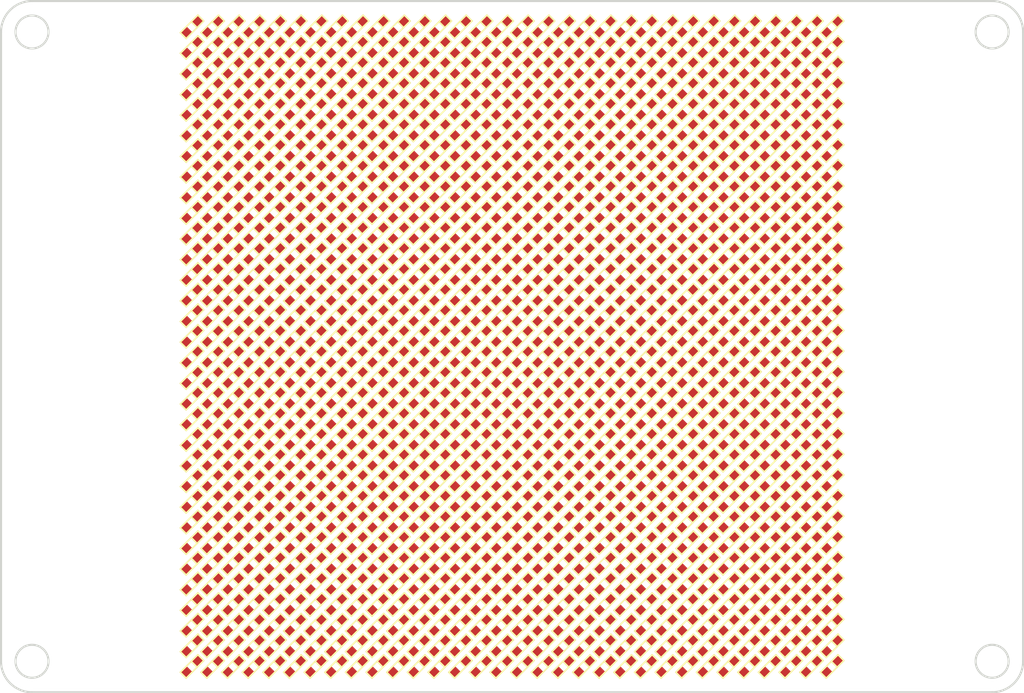
<source format=kicad_pcb>
(kicad_pcb (version 20171130) (host pcbnew "(5.1.2)-2")
  (title_block (title "Sensory Adaptation Robot") (date 2016-03-10) (rev 0.1a) (company "Idle Hands Dev.") (comment 1 "Sean Hodgins"))
  (layers (0 F.Cu signal) (31 B.Cu signal) (34 B.Paste user) (35 F.Paste user) (36 B.SilkS user) (37 F.SilkS user) (38 B.Mask user) (39 F.Mask user) (44 Edge.Cuts user))
  (net 0 "")
  (module project_footprints:ALS-PT19 (layer F.Cu) (at 177.5 100.5 45)
    (fp_text reference Q1024 hide)
    (fp_text value ALS-PT19 hide)
    (pad 1 smd rect (at -0.75 0 45) (size 0.8 0.8) (layers F.Cu F.Paste F.Mask))
    (pad 2 smd rect (at 0.75 0 45) (size 0.8 0.8) (layers F.Cu F.Paste F.Mask))
  )
  (module project_footprints:ALS-PT19 (layer F.Cu) (at 175.5 100.5 45)
    (fp_text reference "" hide)
    (fp_text value ALS-PT19 hide)
    (pad 1 smd rect (at -0.75 0 45) (size 0.8 0.8) (layers F.Cu F.Paste F.Mask))
    (pad 2 smd rect (at 0.75 0 45) (size 0.8 0.8) (layers F.Cu F.Paste F.Mask))
  )
  (module project_footprints:ALS-PT19 (layer F.Cu) (at 173.5 100.5 45)
    (fp_text reference "" hide)
    (fp_text value ALS-PT19 hide)
    (pad 1 smd rect (at -0.75 0 45) (size 0.8 0.8) (layers F.Cu F.Paste F.Mask))
    (pad 2 smd rect (at 0.75 0 45) (size 0.8 0.8) (layers F.Cu F.Paste F.Mask))
  )
  (module project_footprints:ALS-PT19 (layer F.Cu) (at 171.5 100.5 45)
    (fp_text reference "" hide)
    (fp_text value ALS-PT19 hide)
    (pad 1 smd rect (at -0.75 0 45) (size 0.8 0.8) (layers F.Cu F.Paste F.Mask))
    (pad 2 smd rect (at 0.75 0 45) (size 0.8 0.8) (layers F.Cu F.Paste F.Mask))
  )
  (module project_footprints:ALS-PT19 (layer F.Cu) (at 169.5 100.5 45)
    (fp_text reference "" hide)
    (fp_text value ALS-PT19 hide)
    (pad 1 smd rect (at -0.75 0 45) (size 0.8 0.8) (layers F.Cu F.Paste F.Mask))
    (pad 2 smd rect (at 0.75 0 45) (size 0.8 0.8) (layers F.Cu F.Paste F.Mask))
  )
  (module project_footprints:ALS-PT19 (layer F.Cu) (at 167.5 100.5 45)
    (fp_text reference "" hide)
    (fp_text value ALS-PT19 hide)
    (pad 1 smd rect (at -0.75 0 45) (size 0.8 0.8) (layers F.Cu F.Paste F.Mask))
    (pad 2 smd rect (at 0.75 0 45) (size 0.8 0.8) (layers F.Cu F.Paste F.Mask))
  )
  (module project_footprints:ALS-PT19 (layer F.Cu) (at 165.5 100.5 45)
    (fp_text reference "" hide)
    (fp_text value ALS-PT19 hide)
    (pad 1 smd rect (at -0.75 0 45) (size 0.8 0.8) (layers F.Cu F.Paste F.Mask))
    (pad 2 smd rect (at 0.75 0 45) (size 0.8 0.8) (layers F.Cu F.Paste F.Mask))
  )
  (module project_footprints:ALS-PT19 (layer F.Cu) (at 163.5 100.5 45)
    (fp_text reference "" hide)
    (fp_text value ALS-PT19 hide)
    (pad 1 smd rect (at -0.75 0 45) (size 0.8 0.8) (layers F.Cu F.Paste F.Mask))
    (pad 2 smd rect (at 0.75 0 45) (size 0.8 0.8) (layers F.Cu F.Paste F.Mask))
  )
  (module project_footprints:ALS-PT19 (layer F.Cu) (at 161.5 100.5 45)
    (fp_text reference "" hide)
    (fp_text value ALS-PT19 hide)
    (pad 1 smd rect (at -0.75 0 45) (size 0.8 0.8) (layers F.Cu F.Paste F.Mask))
    (pad 2 smd rect (at 0.75 0 45) (size 0.8 0.8) (layers F.Cu F.Paste F.Mask))
  )
  (module project_footprints:ALS-PT19 (layer F.Cu) (at 159.5 100.5 45)
    (fp_text reference "" hide)
    (fp_text value ALS-PT19 hide)
    (pad 1 smd rect (at -0.75 0 45) (size 0.8 0.8) (layers F.Cu F.Paste F.Mask))
    (pad 2 smd rect (at 0.75 0 45) (size 0.8 0.8) (layers F.Cu F.Paste F.Mask))
  )
  (module project_footprints:ALS-PT19 (layer F.Cu) (at 157.5 100.5 45)
    (fp_text reference "" hide)
    (fp_text value ALS-PT19 hide)
    (pad 1 smd rect (at -0.75 0 45) (size 0.8 0.8) (layers F.Cu F.Paste F.Mask))
    (pad 2 smd rect (at 0.75 0 45) (size 0.8 0.8) (layers F.Cu F.Paste F.Mask))
  )
  (module project_footprints:ALS-PT19 (layer F.Cu) (at 155.5 100.5 45)
    (fp_text reference "" hide)
    (fp_text value ALS-PT19 hide)
    (pad 1 smd rect (at -0.75 0 45) (size 0.8 0.8) (layers F.Cu F.Paste F.Mask))
    (pad 2 smd rect (at 0.75 0 45) (size 0.8 0.8) (layers F.Cu F.Paste F.Mask))
  )
  (module project_footprints:ALS-PT19 (layer F.Cu) (at 153.5 100.5 45)
    (fp_text reference "" hide)
    (fp_text value ALS-PT19 hide)
    (pad 1 smd rect (at -0.75 0 45) (size 0.8 0.8) (layers F.Cu F.Paste F.Mask))
    (pad 2 smd rect (at 0.75 0 45) (size 0.8 0.8) (layers F.Cu F.Paste F.Mask))
  )
  (module project_footprints:ALS-PT19 (layer F.Cu) (at 151.5 100.5 45)
    (fp_text reference "" hide)
    (fp_text value ALS-PT19 hide)
    (pad 1 smd rect (at -0.75 0 45) (size 0.8 0.8) (layers F.Cu F.Paste F.Mask))
    (pad 2 smd rect (at 0.75 0 45) (size 0.8 0.8) (layers F.Cu F.Paste F.Mask))
  )
  (module project_footprints:ALS-PT19 (layer F.Cu) (at 149.5 100.5 45)
    (fp_text reference "" hide)
    (fp_text value ALS-PT19 hide)
    (pad 1 smd rect (at -0.75 0 45) (size 0.8 0.8) (layers F.Cu F.Paste F.Mask))
    (pad 2 smd rect (at 0.75 0 45) (size 0.8 0.8) (layers F.Cu F.Paste F.Mask))
  )
  (module project_footprints:ALS-PT19 (layer F.Cu) (at 147.5 100.5 45)
    (fp_text reference "" hide)
    (fp_text value ALS-PT19 hide)
    (pad 1 smd rect (at -0.75 0 45) (size 0.8 0.8) (layers F.Cu F.Paste F.Mask))
    (pad 2 smd rect (at 0.75 0 45) (size 0.8 0.8) (layers F.Cu F.Paste F.Mask))
  )
  (module project_footprints:ALS-PT19 (layer F.Cu) (at 145.5 100.5 45)
    (fp_text reference "" hide)
    (fp_text value ALS-PT19 hide)
    (pad 1 smd rect (at -0.75 0 45) (size 0.8 0.8) (layers F.Cu F.Paste F.Mask))
    (pad 2 smd rect (at 0.75 0 45) (size 0.8 0.8) (layers F.Cu F.Paste F.Mask))
  )
  (module project_footprints:ALS-PT19 (layer F.Cu) (at 143.5 100.5 45)
    (fp_text reference "" hide)
    (fp_text value ALS-PT19 hide)
    (pad 1 smd rect (at -0.75 0 45) (size 0.8 0.8) (layers F.Cu F.Paste F.Mask))
    (pad 2 smd rect (at 0.75 0 45) (size 0.8 0.8) (layers F.Cu F.Paste F.Mask))
  )
  (module project_footprints:ALS-PT19 (layer F.Cu) (at 141.5 100.5 45)
    (fp_text reference "" hide)
    (fp_text value ALS-PT19 hide)
    (pad 1 smd rect (at -0.75 0 45) (size 0.8 0.8) (layers F.Cu F.Paste F.Mask))
    (pad 2 smd rect (at 0.75 0 45) (size 0.8 0.8) (layers F.Cu F.Paste F.Mask))
  )
  (module project_footprints:ALS-PT19 (layer F.Cu) (at 139.5 100.5 45)
    (fp_text reference "" hide)
    (fp_text value ALS-PT19 hide)
    (pad 1 smd rect (at -0.75 0 45) (size 0.8 0.8) (layers F.Cu F.Paste F.Mask))
    (pad 2 smd rect (at 0.75 0 45) (size 0.8 0.8) (layers F.Cu F.Paste F.Mask))
  )
  (module project_footprints:ALS-PT19 (layer F.Cu) (at 137.5 100.5 45)
    (fp_text reference "" hide)
    (fp_text value ALS-PT19 hide)
    (pad 1 smd rect (at -0.75 0 45) (size 0.8 0.8) (layers F.Cu F.Paste F.Mask))
    (pad 2 smd rect (at 0.75 0 45) (size 0.8 0.8) (layers F.Cu F.Paste F.Mask))
  )
  (module project_footprints:ALS-PT19 (layer F.Cu) (at 135.5 100.5 45)
    (fp_text reference "" hide)
    (fp_text value ALS-PT19 hide)
    (pad 1 smd rect (at -0.75 0 45) (size 0.8 0.8) (layers F.Cu F.Paste F.Mask))
    (pad 2 smd rect (at 0.75 0 45) (size 0.8 0.8) (layers F.Cu F.Paste F.Mask))
  )
  (module project_footprints:ALS-PT19 (layer F.Cu) (at 133.5 100.5 45)
    (fp_text reference "" hide)
    (fp_text value ALS-PT19 hide)
    (pad 1 smd rect (at -0.75 0 45) (size 0.8 0.8) (layers F.Cu F.Paste F.Mask))
    (pad 2 smd rect (at 0.75 0 45) (size 0.8 0.8) (layers F.Cu F.Paste F.Mask))
  )
  (module project_footprints:ALS-PT19 (layer F.Cu) (at 131.5 100.5 45)
    (fp_text reference "" hide)
    (fp_text value ALS-PT19 hide)
    (pad 1 smd rect (at -0.75 0 45) (size 0.8 0.8) (layers F.Cu F.Paste F.Mask))
    (pad 2 smd rect (at 0.75 0 45) (size 0.8 0.8) (layers F.Cu F.Paste F.Mask))
  )
  (module project_footprints:ALS-PT19 (layer F.Cu) (at 129.5 100.5 45)
    (fp_text reference "" hide)
    (fp_text value ALS-PT19 hide)
    (pad 1 smd rect (at -0.75 0 45) (size 0.8 0.8) (layers F.Cu F.Paste F.Mask))
    (pad 2 smd rect (at 0.75 0 45) (size 0.8 0.8) (layers F.Cu F.Paste F.Mask))
  )
  (module project_footprints:ALS-PT19 (layer F.Cu) (at 127.5 100.5 45)
    (fp_text reference "" hide)
    (fp_text value ALS-PT19 hide)
    (pad 1 smd rect (at -0.75 0 45) (size 0.8 0.8) (layers F.Cu F.Paste F.Mask))
    (pad 2 smd rect (at 0.75 0 45) (size 0.8 0.8) (layers F.Cu F.Paste F.Mask))
  )
  (module project_footprints:ALS-PT19 (layer F.Cu) (at 125.5 100.5 45)
    (fp_text reference "" hide)
    (fp_text value ALS-PT19 hide)
    (pad 1 smd rect (at -0.75 0 45) (size 0.8 0.8) (layers F.Cu F.Paste F.Mask))
    (pad 2 smd rect (at 0.75 0 45) (size 0.8 0.8) (layers F.Cu F.Paste F.Mask))
  )
  (module project_footprints:ALS-PT19 (layer F.Cu) (at 123.5 100.5 45)
    (fp_text reference "" hide)
    (fp_text value ALS-PT19 hide)
    (pad 1 smd rect (at -0.75 0 45) (size 0.8 0.8) (layers F.Cu F.Paste F.Mask))
    (pad 2 smd rect (at 0.75 0 45) (size 0.8 0.8) (layers F.Cu F.Paste F.Mask))
  )
  (module project_footprints:ALS-PT19 (layer F.Cu) (at 121.5 100.5 45)
    (fp_text reference "" hide)
    (fp_text value ALS-PT19 hide)
    (pad 1 smd rect (at -0.75 0 45) (size 0.8 0.8) (layers F.Cu F.Paste F.Mask))
    (pad 2 smd rect (at 0.75 0 45) (size 0.8 0.8) (layers F.Cu F.Paste F.Mask))
  )
  (module project_footprints:ALS-PT19 (layer F.Cu) (at 119.5 100.5 45)
    (fp_text reference "" hide)
    (fp_text value ALS-PT19 hide)
    (pad 1 smd rect (at -0.75 0 45) (size 0.8 0.8) (layers F.Cu F.Paste F.Mask))
    (pad 2 smd rect (at 0.75 0 45) (size 0.8 0.8) (layers F.Cu F.Paste F.Mask))
  )
  (module project_footprints:ALS-PT19 (layer F.Cu) (at 117.5 100.5 45)
    (fp_text reference "" hide)
    (fp_text value ALS-PT19 hide)
    (pad 1 smd rect (at -0.75 0 45) (size 0.8 0.8) (layers F.Cu F.Paste F.Mask))
    (pad 2 smd rect (at 0.75 0 45) (size 0.8 0.8) (layers F.Cu F.Paste F.Mask))
  )
  (module project_footprints:ALS-PT19 (layer F.Cu) (at 115.5 100.5 45)
    (fp_text reference "" hide)
    (fp_text value ALS-PT19 hide)
    (pad 1 smd rect (at -0.75 0 45) (size 0.8 0.8) (layers F.Cu F.Paste F.Mask))
    (pad 2 smd rect (at 0.75 0 45) (size 0.8 0.8) (layers F.Cu F.Paste F.Mask))
  )
  (module project_footprints:ALS-PT19 (layer F.Cu) (at 177.5 98.5 45)
    (fp_text reference "" hide)
    (fp_text value ALS-PT19 hide)
    (pad 1 smd rect (at -0.75 0 45) (size 0.8 0.8) (layers F.Cu F.Paste F.Mask))
    (pad 2 smd rect (at 0.75 0 45) (size 0.8 0.8) (layers F.Cu F.Paste F.Mask))
  )
  (module project_footprints:ALS-PT19 (layer F.Cu) (at 175.5 98.5 45)
    (fp_text reference "" hide)
    (fp_text value ALS-PT19 hide)
    (pad 1 smd rect (at -0.75 0 45) (size 0.8 0.8) (layers F.Cu F.Paste F.Mask))
    (pad 2 smd rect (at 0.75 0 45) (size 0.8 0.8) (layers F.Cu F.Paste F.Mask))
  )
  (module project_footprints:ALS-PT19 (layer F.Cu) (at 173.5 98.5 45)
    (fp_text reference "" hide)
    (fp_text value ALS-PT19 hide)
    (pad 1 smd rect (at -0.75 0 45) (size 0.8 0.8) (layers F.Cu F.Paste F.Mask))
    (pad 2 smd rect (at 0.75 0 45) (size 0.8 0.8) (layers F.Cu F.Paste F.Mask))
  )
  (module project_footprints:ALS-PT19 (layer F.Cu) (at 171.5 98.5 45)
    (fp_text reference "" hide)
    (fp_text value ALS-PT19 hide)
    (pad 1 smd rect (at -0.75 0 45) (size 0.8 0.8) (layers F.Cu F.Paste F.Mask))
    (pad 2 smd rect (at 0.75 0 45) (size 0.8 0.8) (layers F.Cu F.Paste F.Mask))
  )
  (module project_footprints:ALS-PT19 (layer F.Cu) (at 169.5 98.5 45)
    (fp_text reference "" hide)
    (fp_text value ALS-PT19 hide)
    (pad 1 smd rect (at -0.75 0 45) (size 0.8 0.8) (layers F.Cu F.Paste F.Mask))
    (pad 2 smd rect (at 0.75 0 45) (size 0.8 0.8) (layers F.Cu F.Paste F.Mask))
  )
  (module project_footprints:ALS-PT19 (layer F.Cu) (at 167.5 98.5 45)
    (fp_text reference "" hide)
    (fp_text value ALS-PT19 hide)
    (pad 1 smd rect (at -0.75 0 45) (size 0.8 0.8) (layers F.Cu F.Paste F.Mask))
    (pad 2 smd rect (at 0.75 0 45) (size 0.8 0.8) (layers F.Cu F.Paste F.Mask))
  )
  (module project_footprints:ALS-PT19 (layer F.Cu) (at 165.5 98.5 45)
    (fp_text reference "" hide)
    (fp_text value ALS-PT19 hide)
    (pad 1 smd rect (at -0.75 0 45) (size 0.8 0.8) (layers F.Cu F.Paste F.Mask))
    (pad 2 smd rect (at 0.75 0 45) (size 0.8 0.8) (layers F.Cu F.Paste F.Mask))
  )
  (module project_footprints:ALS-PT19 (layer F.Cu) (at 163.5 98.5 45)
    (fp_text reference "" hide)
    (fp_text value ALS-PT19 hide)
    (pad 1 smd rect (at -0.75 0 45) (size 0.8 0.8) (layers F.Cu F.Paste F.Mask))
    (pad 2 smd rect (at 0.75 0 45) (size 0.8 0.8) (layers F.Cu F.Paste F.Mask))
  )
  (module project_footprints:ALS-PT19 (layer F.Cu) (at 161.5 98.5 45)
    (fp_text reference "" hide)
    (fp_text value ALS-PT19 hide)
    (pad 1 smd rect (at -0.75 0 45) (size 0.8 0.8) (layers F.Cu F.Paste F.Mask))
    (pad 2 smd rect (at 0.75 0 45) (size 0.8 0.8) (layers F.Cu F.Paste F.Mask))
  )
  (module project_footprints:ALS-PT19 (layer F.Cu) (at 159.5 98.5 45)
    (fp_text reference "" hide)
    (fp_text value ALS-PT19 hide)
    (pad 1 smd rect (at -0.75 0 45) (size 0.8 0.8) (layers F.Cu F.Paste F.Mask))
    (pad 2 smd rect (at 0.75 0 45) (size 0.8 0.8) (layers F.Cu F.Paste F.Mask))
  )
  (module project_footprints:ALS-PT19 (layer F.Cu) (at 157.5 98.5 45)
    (fp_text reference "" hide)
    (fp_text value ALS-PT19 hide)
    (pad 1 smd rect (at -0.75 0 45) (size 0.8 0.8) (layers F.Cu F.Paste F.Mask))
    (pad 2 smd rect (at 0.75 0 45) (size 0.8 0.8) (layers F.Cu F.Paste F.Mask))
  )
  (module project_footprints:ALS-PT19 (layer F.Cu) (at 155.5 98.5 45)
    (fp_text reference "" hide)
    (fp_text value ALS-PT19 hide)
    (pad 1 smd rect (at -0.75 0 45) (size 0.8 0.8) (layers F.Cu F.Paste F.Mask))
    (pad 2 smd rect (at 0.75 0 45) (size 0.8 0.8) (layers F.Cu F.Paste F.Mask))
  )
  (module project_footprints:ALS-PT19 (layer F.Cu) (at 153.5 98.5 45)
    (fp_text reference "" hide)
    (fp_text value ALS-PT19 hide)
    (pad 1 smd rect (at -0.75 0 45) (size 0.8 0.8) (layers F.Cu F.Paste F.Mask))
    (pad 2 smd rect (at 0.75 0 45) (size 0.8 0.8) (layers F.Cu F.Paste F.Mask))
  )
  (module project_footprints:ALS-PT19 (layer F.Cu) (at 151.5 98.5 45)
    (fp_text reference "" hide)
    (fp_text value ALS-PT19 hide)
    (pad 1 smd rect (at -0.75 0 45) (size 0.8 0.8) (layers F.Cu F.Paste F.Mask))
    (pad 2 smd rect (at 0.75 0 45) (size 0.8 0.8) (layers F.Cu F.Paste F.Mask))
  )
  (module project_footprints:ALS-PT19 (layer F.Cu) (at 149.5 98.5 45)
    (fp_text reference "" hide)
    (fp_text value ALS-PT19 hide)
    (pad 1 smd rect (at -0.75 0 45) (size 0.8 0.8) (layers F.Cu F.Paste F.Mask))
    (pad 2 smd rect (at 0.75 0 45) (size 0.8 0.8) (layers F.Cu F.Paste F.Mask))
  )
  (module project_footprints:ALS-PT19 (layer F.Cu) (at 147.5 98.5 45)
    (fp_text reference "" hide)
    (fp_text value ALS-PT19 hide)
    (pad 1 smd rect (at -0.75 0 45) (size 0.8 0.8) (layers F.Cu F.Paste F.Mask))
    (pad 2 smd rect (at 0.75 0 45) (size 0.8 0.8) (layers F.Cu F.Paste F.Mask))
  )
  (module project_footprints:ALS-PT19 (layer F.Cu) (at 145.5 98.5 45)
    (fp_text reference "" hide)
    (fp_text value ALS-PT19 hide)
    (pad 1 smd rect (at -0.75 0 45) (size 0.8 0.8) (layers F.Cu F.Paste F.Mask))
    (pad 2 smd rect (at 0.75 0 45) (size 0.8 0.8) (layers F.Cu F.Paste F.Mask))
  )
  (module project_footprints:ALS-PT19 (layer F.Cu) (at 143.5 98.5 45)
    (fp_text reference "" hide)
    (fp_text value ALS-PT19 hide)
    (pad 1 smd rect (at -0.75 0 45) (size 0.8 0.8) (layers F.Cu F.Paste F.Mask))
    (pad 2 smd rect (at 0.75 0 45) (size 0.8 0.8) (layers F.Cu F.Paste F.Mask))
  )
  (module project_footprints:ALS-PT19 (layer F.Cu) (at 141.5 98.5 45)
    (fp_text reference "" hide)
    (fp_text value ALS-PT19 hide)
    (pad 1 smd rect (at -0.75 0 45) (size 0.8 0.8) (layers F.Cu F.Paste F.Mask))
    (pad 2 smd rect (at 0.75 0 45) (size 0.8 0.8) (layers F.Cu F.Paste F.Mask))
  )
  (module project_footprints:ALS-PT19 (layer F.Cu) (at 139.5 98.5 45)
    (fp_text reference "" hide)
    (fp_text value ALS-PT19 hide)
    (pad 1 smd rect (at -0.75 0 45) (size 0.8 0.8) (layers F.Cu F.Paste F.Mask))
    (pad 2 smd rect (at 0.75 0 45) (size 0.8 0.8) (layers F.Cu F.Paste F.Mask))
  )
  (module project_footprints:ALS-PT19 (layer F.Cu) (at 137.5 98.5 45)
    (fp_text reference "" hide)
    (fp_text value ALS-PT19 hide)
    (pad 1 smd rect (at -0.75 0 45) (size 0.8 0.8) (layers F.Cu F.Paste F.Mask))
    (pad 2 smd rect (at 0.75 0 45) (size 0.8 0.8) (layers F.Cu F.Paste F.Mask))
  )
  (module project_footprints:ALS-PT19 (layer F.Cu) (at 135.5 98.5 45)
    (fp_text reference "" hide)
    (fp_text value ALS-PT19 hide)
    (pad 1 smd rect (at -0.75 0 45) (size 0.8 0.8) (layers F.Cu F.Paste F.Mask))
    (pad 2 smd rect (at 0.75 0 45) (size 0.8 0.8) (layers F.Cu F.Paste F.Mask))
  )
  (module project_footprints:ALS-PT19 (layer F.Cu) (at 133.5 98.5 45)
    (fp_text reference "" hide)
    (fp_text value ALS-PT19 hide)
    (pad 1 smd rect (at -0.75 0 45) (size 0.8 0.8) (layers F.Cu F.Paste F.Mask))
    (pad 2 smd rect (at 0.75 0 45) (size 0.8 0.8) (layers F.Cu F.Paste F.Mask))
  )
  (module project_footprints:ALS-PT19 (layer F.Cu) (at 131.5 98.5 45)
    (fp_text reference "" hide)
    (fp_text value ALS-PT19 hide)
    (pad 1 smd rect (at -0.75 0 45) (size 0.8 0.8) (layers F.Cu F.Paste F.Mask))
    (pad 2 smd rect (at 0.75 0 45) (size 0.8 0.8) (layers F.Cu F.Paste F.Mask))
  )
  (module project_footprints:ALS-PT19 (layer F.Cu) (at 129.5 98.5 45)
    (fp_text reference "" hide)
    (fp_text value ALS-PT19 hide)
    (pad 1 smd rect (at -0.75 0 45) (size 0.8 0.8) (layers F.Cu F.Paste F.Mask))
    (pad 2 smd rect (at 0.75 0 45) (size 0.8 0.8) (layers F.Cu F.Paste F.Mask))
  )
  (module project_footprints:ALS-PT19 (layer F.Cu) (at 127.5 98.5 45)
    (fp_text reference "" hide)
    (fp_text value ALS-PT19 hide)
    (pad 1 smd rect (at -0.75 0 45) (size 0.8 0.8) (layers F.Cu F.Paste F.Mask))
    (pad 2 smd rect (at 0.75 0 45) (size 0.8 0.8) (layers F.Cu F.Paste F.Mask))
  )
  (module project_footprints:ALS-PT19 (layer F.Cu) (at 125.5 98.5 45)
    (fp_text reference "" hide)
    (fp_text value ALS-PT19 hide)
    (pad 1 smd rect (at -0.75 0 45) (size 0.8 0.8) (layers F.Cu F.Paste F.Mask))
    (pad 2 smd rect (at 0.75 0 45) (size 0.8 0.8) (layers F.Cu F.Paste F.Mask))
  )
  (module project_footprints:ALS-PT19 (layer F.Cu) (at 123.5 98.5 45)
    (fp_text reference "" hide)
    (fp_text value ALS-PT19 hide)
    (pad 1 smd rect (at -0.75 0 45) (size 0.8 0.8) (layers F.Cu F.Paste F.Mask))
    (pad 2 smd rect (at 0.75 0 45) (size 0.8 0.8) (layers F.Cu F.Paste F.Mask))
  )
  (module project_footprints:ALS-PT19 (layer F.Cu) (at 121.5 98.5 45)
    (fp_text reference "" hide)
    (fp_text value ALS-PT19 hide)
    (pad 1 smd rect (at -0.75 0 45) (size 0.8 0.8) (layers F.Cu F.Paste F.Mask))
    (pad 2 smd rect (at 0.75 0 45) (size 0.8 0.8) (layers F.Cu F.Paste F.Mask))
  )
  (module project_footprints:ALS-PT19 (layer F.Cu) (at 119.5 98.5 45)
    (fp_text reference "" hide)
    (fp_text value ALS-PT19 hide)
    (pad 1 smd rect (at -0.75 0 45) (size 0.8 0.8) (layers F.Cu F.Paste F.Mask))
    (pad 2 smd rect (at 0.75 0 45) (size 0.8 0.8) (layers F.Cu F.Paste F.Mask))
  )
  (module project_footprints:ALS-PT19 (layer F.Cu) (at 117.5 98.5 45)
    (fp_text reference "" hide)
    (fp_text value ALS-PT19 hide)
    (pad 1 smd rect (at -0.75 0 45) (size 0.8 0.8) (layers F.Cu F.Paste F.Mask))
    (pad 2 smd rect (at 0.75 0 45) (size 0.8 0.8) (layers F.Cu F.Paste F.Mask))
  )
  (module project_footprints:ALS-PT19 (layer F.Cu) (at 115.5 98.5 45)
    (fp_text reference "" hide)
    (fp_text value ALS-PT19 hide)
    (pad 1 smd rect (at -0.75 0 45) (size 0.8 0.8) (layers F.Cu F.Paste F.Mask))
    (pad 2 smd rect (at 0.75 0 45) (size 0.8 0.8) (layers F.Cu F.Paste F.Mask))
  )
  (module project_footprints:ALS-PT19 (layer F.Cu) (at 177.5 96.5 45)
    (fp_text reference "" hide)
    (fp_text value ALS-PT19 hide)
    (pad 1 smd rect (at -0.75 0 45) (size 0.8 0.8) (layers F.Cu F.Paste F.Mask))
    (pad 2 smd rect (at 0.75 0 45) (size 0.8 0.8) (layers F.Cu F.Paste F.Mask))
  )
  (module project_footprints:ALS-PT19 (layer F.Cu) (at 175.5 96.5 45)
    (fp_text reference "" hide)
    (fp_text value ALS-PT19 hide)
    (pad 1 smd rect (at -0.75 0 45) (size 0.8 0.8) (layers F.Cu F.Paste F.Mask))
    (pad 2 smd rect (at 0.75 0 45) (size 0.8 0.8) (layers F.Cu F.Paste F.Mask))
  )
  (module project_footprints:ALS-PT19 (layer F.Cu) (at 173.5 96.5 45)
    (fp_text reference "" hide)
    (fp_text value ALS-PT19 hide)
    (pad 1 smd rect (at -0.75 0 45) (size 0.8 0.8) (layers F.Cu F.Paste F.Mask))
    (pad 2 smd rect (at 0.75 0 45) (size 0.8 0.8) (layers F.Cu F.Paste F.Mask))
  )
  (module project_footprints:ALS-PT19 (layer F.Cu) (at 171.5 96.5 45)
    (fp_text reference "" hide)
    (fp_text value ALS-PT19 hide)
    (pad 1 smd rect (at -0.75 0 45) (size 0.8 0.8) (layers F.Cu F.Paste F.Mask))
    (pad 2 smd rect (at 0.75 0 45) (size 0.8 0.8) (layers F.Cu F.Paste F.Mask))
  )
  (module project_footprints:ALS-PT19 (layer F.Cu) (at 169.5 96.5 45)
    (fp_text reference "" hide)
    (fp_text value ALS-PT19 hide)
    (pad 1 smd rect (at -0.75 0 45) (size 0.8 0.8) (layers F.Cu F.Paste F.Mask))
    (pad 2 smd rect (at 0.75 0 45) (size 0.8 0.8) (layers F.Cu F.Paste F.Mask))
  )
  (module project_footprints:ALS-PT19 (layer F.Cu) (at 167.5 96.5 45)
    (fp_text reference "" hide)
    (fp_text value ALS-PT19 hide)
    (pad 1 smd rect (at -0.75 0 45) (size 0.8 0.8) (layers F.Cu F.Paste F.Mask))
    (pad 2 smd rect (at 0.75 0 45) (size 0.8 0.8) (layers F.Cu F.Paste F.Mask))
  )
  (module project_footprints:ALS-PT19 (layer F.Cu) (at 165.5 96.5 45)
    (fp_text reference "" hide)
    (fp_text value ALS-PT19 hide)
    (pad 1 smd rect (at -0.75 0 45) (size 0.8 0.8) (layers F.Cu F.Paste F.Mask))
    (pad 2 smd rect (at 0.75 0 45) (size 0.8 0.8) (layers F.Cu F.Paste F.Mask))
  )
  (module project_footprints:ALS-PT19 (layer F.Cu) (at 163.5 96.5 45)
    (fp_text reference "" hide)
    (fp_text value ALS-PT19 hide)
    (pad 1 smd rect (at -0.75 0 45) (size 0.8 0.8) (layers F.Cu F.Paste F.Mask))
    (pad 2 smd rect (at 0.75 0 45) (size 0.8 0.8) (layers F.Cu F.Paste F.Mask))
  )
  (module project_footprints:ALS-PT19 (layer F.Cu) (at 161.5 96.5 45)
    (fp_text reference "" hide)
    (fp_text value ALS-PT19 hide)
    (pad 1 smd rect (at -0.75 0 45) (size 0.8 0.8) (layers F.Cu F.Paste F.Mask))
    (pad 2 smd rect (at 0.75 0 45) (size 0.8 0.8) (layers F.Cu F.Paste F.Mask))
  )
  (module project_footprints:ALS-PT19 (layer F.Cu) (at 159.5 96.5 45)
    (fp_text reference "" hide)
    (fp_text value ALS-PT19 hide)
    (pad 1 smd rect (at -0.75 0 45) (size 0.8 0.8) (layers F.Cu F.Paste F.Mask))
    (pad 2 smd rect (at 0.75 0 45) (size 0.8 0.8) (layers F.Cu F.Paste F.Mask))
  )
  (module project_footprints:ALS-PT19 (layer F.Cu) (at 157.5 96.5 45)
    (fp_text reference "" hide)
    (fp_text value ALS-PT19 hide)
    (pad 1 smd rect (at -0.75 0 45) (size 0.8 0.8) (layers F.Cu F.Paste F.Mask))
    (pad 2 smd rect (at 0.75 0 45) (size 0.8 0.8) (layers F.Cu F.Paste F.Mask))
  )
  (module project_footprints:ALS-PT19 (layer F.Cu) (at 155.5 96.5 45)
    (fp_text reference "" hide)
    (fp_text value ALS-PT19 hide)
    (pad 1 smd rect (at -0.75 0 45) (size 0.8 0.8) (layers F.Cu F.Paste F.Mask))
    (pad 2 smd rect (at 0.75 0 45) (size 0.8 0.8) (layers F.Cu F.Paste F.Mask))
  )
  (module project_footprints:ALS-PT19 (layer F.Cu) (at 153.5 96.5 45)
    (fp_text reference "" hide)
    (fp_text value ALS-PT19 hide)
    (pad 1 smd rect (at -0.75 0 45) (size 0.8 0.8) (layers F.Cu F.Paste F.Mask))
    (pad 2 smd rect (at 0.75 0 45) (size 0.8 0.8) (layers F.Cu F.Paste F.Mask))
  )
  (module project_footprints:ALS-PT19 (layer F.Cu) (at 151.5 96.5 45)
    (fp_text reference "" hide)
    (fp_text value ALS-PT19 hide)
    (pad 1 smd rect (at -0.75 0 45) (size 0.8 0.8) (layers F.Cu F.Paste F.Mask))
    (pad 2 smd rect (at 0.75 0 45) (size 0.8 0.8) (layers F.Cu F.Paste F.Mask))
  )
  (module project_footprints:ALS-PT19 (layer F.Cu) (at 149.5 96.5 45)
    (fp_text reference "" hide)
    (fp_text value ALS-PT19 hide)
    (pad 1 smd rect (at -0.75 0 45) (size 0.8 0.8) (layers F.Cu F.Paste F.Mask))
    (pad 2 smd rect (at 0.75 0 45) (size 0.8 0.8) (layers F.Cu F.Paste F.Mask))
  )
  (module project_footprints:ALS-PT19 (layer F.Cu) (at 147.5 96.5 45)
    (fp_text reference "" hide)
    (fp_text value ALS-PT19 hide)
    (pad 1 smd rect (at -0.75 0 45) (size 0.8 0.8) (layers F.Cu F.Paste F.Mask))
    (pad 2 smd rect (at 0.75 0 45) (size 0.8 0.8) (layers F.Cu F.Paste F.Mask))
  )
  (module project_footprints:ALS-PT19 (layer F.Cu) (at 145.5 96.5 45)
    (fp_text reference "" hide)
    (fp_text value ALS-PT19 hide)
    (pad 1 smd rect (at -0.75 0 45) (size 0.8 0.8) (layers F.Cu F.Paste F.Mask))
    (pad 2 smd rect (at 0.75 0 45) (size 0.8 0.8) (layers F.Cu F.Paste F.Mask))
  )
  (module project_footprints:ALS-PT19 (layer F.Cu) (at 143.5 96.5 45)
    (fp_text reference "" hide)
    (fp_text value ALS-PT19 hide)
    (pad 1 smd rect (at -0.75 0 45) (size 0.8 0.8) (layers F.Cu F.Paste F.Mask))
    (pad 2 smd rect (at 0.75 0 45) (size 0.8 0.8) (layers F.Cu F.Paste F.Mask))
  )
  (module project_footprints:ALS-PT19 (layer F.Cu) (at 141.5 96.5 45)
    (fp_text reference "" hide)
    (fp_text value ALS-PT19 hide)
    (pad 1 smd rect (at -0.75 0 45) (size 0.8 0.8) (layers F.Cu F.Paste F.Mask))
    (pad 2 smd rect (at 0.75 0 45) (size 0.8 0.8) (layers F.Cu F.Paste F.Mask))
  )
  (module project_footprints:ALS-PT19 (layer F.Cu) (at 139.5 96.5 45)
    (fp_text reference "" hide)
    (fp_text value ALS-PT19 hide)
    (pad 1 smd rect (at -0.75 0 45) (size 0.8 0.8) (layers F.Cu F.Paste F.Mask))
    (pad 2 smd rect (at 0.75 0 45) (size 0.8 0.8) (layers F.Cu F.Paste F.Mask))
  )
  (module project_footprints:ALS-PT19 (layer F.Cu) (at 137.5 96.5 45)
    (fp_text reference "" hide)
    (fp_text value ALS-PT19 hide)
    (pad 1 smd rect (at -0.75 0 45) (size 0.8 0.8) (layers F.Cu F.Paste F.Mask))
    (pad 2 smd rect (at 0.75 0 45) (size 0.8 0.8) (layers F.Cu F.Paste F.Mask))
  )
  (module project_footprints:ALS-PT19 (layer F.Cu) (at 135.5 96.5 45)
    (fp_text reference "" hide)
    (fp_text value ALS-PT19 hide)
    (pad 1 smd rect (at -0.75 0 45) (size 0.8 0.8) (layers F.Cu F.Paste F.Mask))
    (pad 2 smd rect (at 0.75 0 45) (size 0.8 0.8) (layers F.Cu F.Paste F.Mask))
  )
  (module project_footprints:ALS-PT19 (layer F.Cu) (at 133.5 96.5 45)
    (fp_text reference "" hide)
    (fp_text value ALS-PT19 hide)
    (pad 1 smd rect (at -0.75 0 45) (size 0.8 0.8) (layers F.Cu F.Paste F.Mask))
    (pad 2 smd rect (at 0.75 0 45) (size 0.8 0.8) (layers F.Cu F.Paste F.Mask))
  )
  (module project_footprints:ALS-PT19 (layer F.Cu) (at 131.5 96.5 45)
    (fp_text reference "" hide)
    (fp_text value ALS-PT19 hide)
    (pad 1 smd rect (at -0.75 0 45) (size 0.8 0.8) (layers F.Cu F.Paste F.Mask))
    (pad 2 smd rect (at 0.75 0 45) (size 0.8 0.8) (layers F.Cu F.Paste F.Mask))
  )
  (module project_footprints:ALS-PT19 (layer F.Cu) (at 129.5 96.5 45)
    (fp_text reference "" hide)
    (fp_text value ALS-PT19 hide)
    (pad 1 smd rect (at -0.75 0 45) (size 0.8 0.8) (layers F.Cu F.Paste F.Mask))
    (pad 2 smd rect (at 0.75 0 45) (size 0.8 0.8) (layers F.Cu F.Paste F.Mask))
  )
  (module project_footprints:ALS-PT19 (layer F.Cu) (at 127.5 96.5 45)
    (fp_text reference "" hide)
    (fp_text value ALS-PT19 hide)
    (pad 1 smd rect (at -0.75 0 45) (size 0.8 0.8) (layers F.Cu F.Paste F.Mask))
    (pad 2 smd rect (at 0.75 0 45) (size 0.8 0.8) (layers F.Cu F.Paste F.Mask))
  )
  (module project_footprints:ALS-PT19 (layer F.Cu) (at 125.5 96.5 45)
    (fp_text reference "" hide)
    (fp_text value ALS-PT19 hide)
    (pad 1 smd rect (at -0.75 0 45) (size 0.8 0.8) (layers F.Cu F.Paste F.Mask))
    (pad 2 smd rect (at 0.75 0 45) (size 0.8 0.8) (layers F.Cu F.Paste F.Mask))
  )
  (module project_footprints:ALS-PT19 (layer F.Cu) (at 123.5 96.5 45)
    (fp_text reference "" hide)
    (fp_text value ALS-PT19 hide)
    (pad 1 smd rect (at -0.75 0 45) (size 0.8 0.8) (layers F.Cu F.Paste F.Mask))
    (pad 2 smd rect (at 0.75 0 45) (size 0.8 0.8) (layers F.Cu F.Paste F.Mask))
  )
  (module project_footprints:ALS-PT19 (layer F.Cu) (at 121.5 96.5 45)
    (fp_text reference "" hide)
    (fp_text value ALS-PT19 hide)
    (pad 1 smd rect (at -0.75 0 45) (size 0.8 0.8) (layers F.Cu F.Paste F.Mask))
    (pad 2 smd rect (at 0.75 0 45) (size 0.8 0.8) (layers F.Cu F.Paste F.Mask))
  )
  (module project_footprints:ALS-PT19 (layer F.Cu) (at 119.5 96.5 45)
    (fp_text reference "" hide)
    (fp_text value ALS-PT19 hide)
    (pad 1 smd rect (at -0.75 0 45) (size 0.8 0.8) (layers F.Cu F.Paste F.Mask))
    (pad 2 smd rect (at 0.75 0 45) (size 0.8 0.8) (layers F.Cu F.Paste F.Mask))
  )
  (module project_footprints:ALS-PT19 (layer F.Cu) (at 117.5 96.5 45)
    (fp_text reference "" hide)
    (fp_text value ALS-PT19 hide)
    (pad 1 smd rect (at -0.75 0 45) (size 0.8 0.8) (layers F.Cu F.Paste F.Mask))
    (pad 2 smd rect (at 0.75 0 45) (size 0.8 0.8) (layers F.Cu F.Paste F.Mask))
  )
  (module project_footprints:ALS-PT19 (layer F.Cu) (at 115.5 96.5 45)
    (fp_text reference "" hide)
    (fp_text value ALS-PT19 hide)
    (pad 1 smd rect (at -0.75 0 45) (size 0.8 0.8) (layers F.Cu F.Paste F.Mask))
    (pad 2 smd rect (at 0.75 0 45) (size 0.8 0.8) (layers F.Cu F.Paste F.Mask))
  )
  (module project_footprints:ALS-PT19 (layer F.Cu) (at 177.5 94.5 45)
    (fp_text reference "" hide)
    (fp_text value ALS-PT19 hide)
    (pad 1 smd rect (at -0.75 0 45) (size 0.8 0.8) (layers F.Cu F.Paste F.Mask))
    (pad 2 smd rect (at 0.75 0 45) (size 0.8 0.8) (layers F.Cu F.Paste F.Mask))
  )
  (module project_footprints:ALS-PT19 (layer F.Cu) (at 175.5 94.5 45)
    (fp_text reference "" hide)
    (fp_text value ALS-PT19 hide)
    (pad 1 smd rect (at -0.75 0 45) (size 0.8 0.8) (layers F.Cu F.Paste F.Mask))
    (pad 2 smd rect (at 0.75 0 45) (size 0.8 0.8) (layers F.Cu F.Paste F.Mask))
  )
  (module project_footprints:ALS-PT19 (layer F.Cu) (at 173.5 94.5 45)
    (fp_text reference "" hide)
    (fp_text value ALS-PT19 hide)
    (pad 1 smd rect (at -0.75 0 45) (size 0.8 0.8) (layers F.Cu F.Paste F.Mask))
    (pad 2 smd rect (at 0.75 0 45) (size 0.8 0.8) (layers F.Cu F.Paste F.Mask))
  )
  (module project_footprints:ALS-PT19 (layer F.Cu) (at 171.5 94.5 45)
    (fp_text reference "" hide)
    (fp_text value ALS-PT19 hide)
    (pad 1 smd rect (at -0.75 0 45) (size 0.8 0.8) (layers F.Cu F.Paste F.Mask))
    (pad 2 smd rect (at 0.75 0 45) (size 0.8 0.8) (layers F.Cu F.Paste F.Mask))
  )
  (module project_footprints:ALS-PT19 (layer F.Cu) (at 169.5 94.5 45)
    (fp_text reference "" hide)
    (fp_text value ALS-PT19 hide)
    (pad 1 smd rect (at -0.75 0 45) (size 0.8 0.8) (layers F.Cu F.Paste F.Mask))
    (pad 2 smd rect (at 0.75 0 45) (size 0.8 0.8) (layers F.Cu F.Paste F.Mask))
  )
  (module project_footprints:ALS-PT19 (layer F.Cu) (at 167.5 94.5 45)
    (fp_text reference "" hide)
    (fp_text value ALS-PT19 hide)
    (pad 1 smd rect (at -0.75 0 45) (size 0.8 0.8) (layers F.Cu F.Paste F.Mask))
    (pad 2 smd rect (at 0.75 0 45) (size 0.8 0.8) (layers F.Cu F.Paste F.Mask))
  )
  (module project_footprints:ALS-PT19 (layer F.Cu) (at 165.5 94.5 45)
    (fp_text reference "" hide)
    (fp_text value ALS-PT19 hide)
    (pad 1 smd rect (at -0.75 0 45) (size 0.8 0.8) (layers F.Cu F.Paste F.Mask))
    (pad 2 smd rect (at 0.75 0 45) (size 0.8 0.8) (layers F.Cu F.Paste F.Mask))
  )
  (module project_footprints:ALS-PT19 (layer F.Cu) (at 163.5 94.5 45)
    (fp_text reference "" hide)
    (fp_text value ALS-PT19 hide)
    (pad 1 smd rect (at -0.75 0 45) (size 0.8 0.8) (layers F.Cu F.Paste F.Mask))
    (pad 2 smd rect (at 0.75 0 45) (size 0.8 0.8) (layers F.Cu F.Paste F.Mask))
  )
  (module project_footprints:ALS-PT19 (layer F.Cu) (at 161.5 94.5 45)
    (fp_text reference "" hide)
    (fp_text value ALS-PT19 hide)
    (pad 1 smd rect (at -0.75 0 45) (size 0.8 0.8) (layers F.Cu F.Paste F.Mask))
    (pad 2 smd rect (at 0.75 0 45) (size 0.8 0.8) (layers F.Cu F.Paste F.Mask))
  )
  (module project_footprints:ALS-PT19 (layer F.Cu) (at 159.5 94.5 45)
    (fp_text reference "" hide)
    (fp_text value ALS-PT19 hide)
    (pad 1 smd rect (at -0.75 0 45) (size 0.8 0.8) (layers F.Cu F.Paste F.Mask))
    (pad 2 smd rect (at 0.75 0 45) (size 0.8 0.8) (layers F.Cu F.Paste F.Mask))
  )
  (module project_footprints:ALS-PT19 (layer F.Cu) (at 157.5 94.5 45)
    (fp_text reference "" hide)
    (fp_text value ALS-PT19 hide)
    (pad 1 smd rect (at -0.75 0 45) (size 0.8 0.8) (layers F.Cu F.Paste F.Mask))
    (pad 2 smd rect (at 0.75 0 45) (size 0.8 0.8) (layers F.Cu F.Paste F.Mask))
  )
  (module project_footprints:ALS-PT19 (layer F.Cu) (at 155.5 94.5 45)
    (fp_text reference "" hide)
    (fp_text value ALS-PT19 hide)
    (pad 1 smd rect (at -0.75 0 45) (size 0.8 0.8) (layers F.Cu F.Paste F.Mask))
    (pad 2 smd rect (at 0.75 0 45) (size 0.8 0.8) (layers F.Cu F.Paste F.Mask))
  )
  (module project_footprints:ALS-PT19 (layer F.Cu) (at 153.5 94.5 45)
    (fp_text reference "" hide)
    (fp_text value ALS-PT19 hide)
    (pad 1 smd rect (at -0.75 0 45) (size 0.8 0.8) (layers F.Cu F.Paste F.Mask))
    (pad 2 smd rect (at 0.75 0 45) (size 0.8 0.8) (layers F.Cu F.Paste F.Mask))
  )
  (module project_footprints:ALS-PT19 (layer F.Cu) (at 151.5 94.5 45)
    (fp_text reference "" hide)
    (fp_text value ALS-PT19 hide)
    (pad 1 smd rect (at -0.75 0 45) (size 0.8 0.8) (layers F.Cu F.Paste F.Mask))
    (pad 2 smd rect (at 0.75 0 45) (size 0.8 0.8) (layers F.Cu F.Paste F.Mask))
  )
  (module project_footprints:ALS-PT19 (layer F.Cu) (at 149.5 94.5 45)
    (fp_text reference "" hide)
    (fp_text value ALS-PT19 hide)
    (pad 1 smd rect (at -0.75 0 45) (size 0.8 0.8) (layers F.Cu F.Paste F.Mask))
    (pad 2 smd rect (at 0.75 0 45) (size 0.8 0.8) (layers F.Cu F.Paste F.Mask))
  )
  (module project_footprints:ALS-PT19 (layer F.Cu) (at 147.5 94.5 45)
    (fp_text reference "" hide)
    (fp_text value ALS-PT19 hide)
    (pad 1 smd rect (at -0.75 0 45) (size 0.8 0.8) (layers F.Cu F.Paste F.Mask))
    (pad 2 smd rect (at 0.75 0 45) (size 0.8 0.8) (layers F.Cu F.Paste F.Mask))
  )
  (module project_footprints:ALS-PT19 (layer F.Cu) (at 145.5 94.5 45)
    (fp_text reference "" hide)
    (fp_text value ALS-PT19 hide)
    (pad 1 smd rect (at -0.75 0 45) (size 0.8 0.8) (layers F.Cu F.Paste F.Mask))
    (pad 2 smd rect (at 0.75 0 45) (size 0.8 0.8) (layers F.Cu F.Paste F.Mask))
  )
  (module project_footprints:ALS-PT19 (layer F.Cu) (at 143.5 94.5 45)
    (fp_text reference "" hide)
    (fp_text value ALS-PT19 hide)
    (pad 1 smd rect (at -0.75 0 45) (size 0.8 0.8) (layers F.Cu F.Paste F.Mask))
    (pad 2 smd rect (at 0.75 0 45) (size 0.8 0.8) (layers F.Cu F.Paste F.Mask))
  )
  (module project_footprints:ALS-PT19 (layer F.Cu) (at 141.5 94.5 45)
    (fp_text reference "" hide)
    (fp_text value ALS-PT19 hide)
    (pad 1 smd rect (at -0.75 0 45) (size 0.8 0.8) (layers F.Cu F.Paste F.Mask))
    (pad 2 smd rect (at 0.75 0 45) (size 0.8 0.8) (layers F.Cu F.Paste F.Mask))
  )
  (module project_footprints:ALS-PT19 (layer F.Cu) (at 139.5 94.5 45)
    (fp_text reference "" hide)
    (fp_text value ALS-PT19 hide)
    (pad 1 smd rect (at -0.75 0 45) (size 0.8 0.8) (layers F.Cu F.Paste F.Mask))
    (pad 2 smd rect (at 0.75 0 45) (size 0.8 0.8) (layers F.Cu F.Paste F.Mask))
  )
  (module project_footprints:ALS-PT19 (layer F.Cu) (at 137.5 94.5 45)
    (fp_text reference "" hide)
    (fp_text value ALS-PT19 hide)
    (pad 1 smd rect (at -0.75 0 45) (size 0.8 0.8) (layers F.Cu F.Paste F.Mask))
    (pad 2 smd rect (at 0.75 0 45) (size 0.8 0.8) (layers F.Cu F.Paste F.Mask))
  )
  (module project_footprints:ALS-PT19 (layer F.Cu) (at 135.5 94.5 45)
    (fp_text reference "" hide)
    (fp_text value ALS-PT19 hide)
    (pad 1 smd rect (at -0.75 0 45) (size 0.8 0.8) (layers F.Cu F.Paste F.Mask))
    (pad 2 smd rect (at 0.75 0 45) (size 0.8 0.8) (layers F.Cu F.Paste F.Mask))
  )
  (module project_footprints:ALS-PT19 (layer F.Cu) (at 133.5 94.5 45)
    (fp_text reference "" hide)
    (fp_text value ALS-PT19 hide)
    (pad 1 smd rect (at -0.75 0 45) (size 0.8 0.8) (layers F.Cu F.Paste F.Mask))
    (pad 2 smd rect (at 0.75 0 45) (size 0.8 0.8) (layers F.Cu F.Paste F.Mask))
  )
  (module project_footprints:ALS-PT19 (layer F.Cu) (at 131.5 94.5 45)
    (fp_text reference "" hide)
    (fp_text value ALS-PT19 hide)
    (pad 1 smd rect (at -0.75 0 45) (size 0.8 0.8) (layers F.Cu F.Paste F.Mask))
    (pad 2 smd rect (at 0.75 0 45) (size 0.8 0.8) (layers F.Cu F.Paste F.Mask))
  )
  (module project_footprints:ALS-PT19 (layer F.Cu) (at 129.5 94.5 45)
    (fp_text reference "" hide)
    (fp_text value ALS-PT19 hide)
    (pad 1 smd rect (at -0.75 0 45) (size 0.8 0.8) (layers F.Cu F.Paste F.Mask))
    (pad 2 smd rect (at 0.75 0 45) (size 0.8 0.8) (layers F.Cu F.Paste F.Mask))
  )
  (module project_footprints:ALS-PT19 (layer F.Cu) (at 127.5 94.5 45)
    (fp_text reference "" hide)
    (fp_text value ALS-PT19 hide)
    (pad 1 smd rect (at -0.75 0 45) (size 0.8 0.8) (layers F.Cu F.Paste F.Mask))
    (pad 2 smd rect (at 0.75 0 45) (size 0.8 0.8) (layers F.Cu F.Paste F.Mask))
  )
  (module project_footprints:ALS-PT19 (layer F.Cu) (at 125.5 94.5 45)
    (fp_text reference "" hide)
    (fp_text value ALS-PT19 hide)
    (pad 1 smd rect (at -0.75 0 45) (size 0.8 0.8) (layers F.Cu F.Paste F.Mask))
    (pad 2 smd rect (at 0.75 0 45) (size 0.8 0.8) (layers F.Cu F.Paste F.Mask))
  )
  (module project_footprints:ALS-PT19 (layer F.Cu) (at 123.5 94.5 45)
    (fp_text reference "" hide)
    (fp_text value ALS-PT19 hide)
    (pad 1 smd rect (at -0.75 0 45) (size 0.8 0.8) (layers F.Cu F.Paste F.Mask))
    (pad 2 smd rect (at 0.75 0 45) (size 0.8 0.8) (layers F.Cu F.Paste F.Mask))
  )
  (module project_footprints:ALS-PT19 (layer F.Cu) (at 121.5 94.5 45)
    (fp_text reference "" hide)
    (fp_text value ALS-PT19 hide)
    (pad 1 smd rect (at -0.75 0 45) (size 0.8 0.8) (layers F.Cu F.Paste F.Mask))
    (pad 2 smd rect (at 0.75 0 45) (size 0.8 0.8) (layers F.Cu F.Paste F.Mask))
  )
  (module project_footprints:ALS-PT19 (layer F.Cu) (at 119.5 94.5 45)
    (fp_text reference "" hide)
    (fp_text value ALS-PT19 hide)
    (pad 1 smd rect (at -0.75 0 45) (size 0.8 0.8) (layers F.Cu F.Paste F.Mask))
    (pad 2 smd rect (at 0.75 0 45) (size 0.8 0.8) (layers F.Cu F.Paste F.Mask))
  )
  (module project_footprints:ALS-PT19 (layer F.Cu) (at 117.5 94.5 45)
    (fp_text reference "" hide)
    (fp_text value ALS-PT19 hide)
    (pad 1 smd rect (at -0.75 0 45) (size 0.8 0.8) (layers F.Cu F.Paste F.Mask))
    (pad 2 smd rect (at 0.75 0 45) (size 0.8 0.8) (layers F.Cu F.Paste F.Mask))
  )
  (module project_footprints:ALS-PT19 (layer F.Cu) (at 115.5 94.5 45)
    (fp_text reference "" hide)
    (fp_text value ALS-PT19 hide)
    (pad 1 smd rect (at -0.75 0 45) (size 0.8 0.8) (layers F.Cu F.Paste F.Mask))
    (pad 2 smd rect (at 0.75 0 45) (size 0.8 0.8) (layers F.Cu F.Paste F.Mask))
  )
  (module project_footprints:ALS-PT19 (layer F.Cu) (at 177.5 92.5 45)
    (fp_text reference "" hide)
    (fp_text value ALS-PT19 hide)
    (pad 1 smd rect (at -0.75 0 45) (size 0.8 0.8) (layers F.Cu F.Paste F.Mask))
    (pad 2 smd rect (at 0.75 0 45) (size 0.8 0.8) (layers F.Cu F.Paste F.Mask))
  )
  (module project_footprints:ALS-PT19 (layer F.Cu) (at 175.5 92.5 45)
    (fp_text reference "" hide)
    (fp_text value ALS-PT19 hide)
    (pad 1 smd rect (at -0.75 0 45) (size 0.8 0.8) (layers F.Cu F.Paste F.Mask))
    (pad 2 smd rect (at 0.75 0 45) (size 0.8 0.8) (layers F.Cu F.Paste F.Mask))
  )
  (module project_footprints:ALS-PT19 (layer F.Cu) (at 173.5 92.5 45)
    (fp_text reference "" hide)
    (fp_text value ALS-PT19 hide)
    (pad 1 smd rect (at -0.75 0 45) (size 0.8 0.8) (layers F.Cu F.Paste F.Mask))
    (pad 2 smd rect (at 0.75 0 45) (size 0.8 0.8) (layers F.Cu F.Paste F.Mask))
  )
  (module project_footprints:ALS-PT19 (layer F.Cu) (at 171.5 92.5 45)
    (fp_text reference "" hide)
    (fp_text value ALS-PT19 hide)
    (pad 1 smd rect (at -0.75 0 45) (size 0.8 0.8) (layers F.Cu F.Paste F.Mask))
    (pad 2 smd rect (at 0.75 0 45) (size 0.8 0.8) (layers F.Cu F.Paste F.Mask))
  )
  (module project_footprints:ALS-PT19 (layer F.Cu) (at 169.5 92.5 45)
    (fp_text reference "" hide)
    (fp_text value ALS-PT19 hide)
    (pad 1 smd rect (at -0.75 0 45) (size 0.8 0.8) (layers F.Cu F.Paste F.Mask))
    (pad 2 smd rect (at 0.75 0 45) (size 0.8 0.8) (layers F.Cu F.Paste F.Mask))
  )
  (module project_footprints:ALS-PT19 (layer F.Cu) (at 167.5 92.5 45)
    (fp_text reference "" hide)
    (fp_text value ALS-PT19 hide)
    (pad 1 smd rect (at -0.75 0 45) (size 0.8 0.8) (layers F.Cu F.Paste F.Mask))
    (pad 2 smd rect (at 0.75 0 45) (size 0.8 0.8) (layers F.Cu F.Paste F.Mask))
  )
  (module project_footprints:ALS-PT19 (layer F.Cu) (at 165.5 92.5 45)
    (fp_text reference "" hide)
    (fp_text value ALS-PT19 hide)
    (pad 1 smd rect (at -0.75 0 45) (size 0.8 0.8) (layers F.Cu F.Paste F.Mask))
    (pad 2 smd rect (at 0.75 0 45) (size 0.8 0.8) (layers F.Cu F.Paste F.Mask))
  )
  (module project_footprints:ALS-PT19 (layer F.Cu) (at 163.5 92.5 45)
    (fp_text reference "" hide)
    (fp_text value ALS-PT19 hide)
    (pad 1 smd rect (at -0.75 0 45) (size 0.8 0.8) (layers F.Cu F.Paste F.Mask))
    (pad 2 smd rect (at 0.75 0 45) (size 0.8 0.8) (layers F.Cu F.Paste F.Mask))
  )
  (module project_footprints:ALS-PT19 (layer F.Cu) (at 161.5 92.5 45)
    (fp_text reference "" hide)
    (fp_text value ALS-PT19 hide)
    (pad 1 smd rect (at -0.75 0 45) (size 0.8 0.8) (layers F.Cu F.Paste F.Mask))
    (pad 2 smd rect (at 0.75 0 45) (size 0.8 0.8) (layers F.Cu F.Paste F.Mask))
  )
  (module project_footprints:ALS-PT19 (layer F.Cu) (at 159.5 92.5 45)
    (fp_text reference "" hide)
    (fp_text value ALS-PT19 hide)
    (pad 1 smd rect (at -0.75 0 45) (size 0.8 0.8) (layers F.Cu F.Paste F.Mask))
    (pad 2 smd rect (at 0.75 0 45) (size 0.8 0.8) (layers F.Cu F.Paste F.Mask))
  )
  (module project_footprints:ALS-PT19 (layer F.Cu) (at 157.5 92.5 45)
    (fp_text reference "" hide)
    (fp_text value ALS-PT19 hide)
    (pad 1 smd rect (at -0.75 0 45) (size 0.8 0.8) (layers F.Cu F.Paste F.Mask))
    (pad 2 smd rect (at 0.75 0 45) (size 0.8 0.8) (layers F.Cu F.Paste F.Mask))
  )
  (module project_footprints:ALS-PT19 (layer F.Cu) (at 155.5 92.5 45)
    (fp_text reference "" hide)
    (fp_text value ALS-PT19 hide)
    (pad 1 smd rect (at -0.75 0 45) (size 0.8 0.8) (layers F.Cu F.Paste F.Mask))
    (pad 2 smd rect (at 0.75 0 45) (size 0.8 0.8) (layers F.Cu F.Paste F.Mask))
  )
  (module project_footprints:ALS-PT19 (layer F.Cu) (at 153.5 92.5 45)
    (fp_text reference "" hide)
    (fp_text value ALS-PT19 hide)
    (pad 1 smd rect (at -0.75 0 45) (size 0.8 0.8) (layers F.Cu F.Paste F.Mask))
    (pad 2 smd rect (at 0.75 0 45) (size 0.8 0.8) (layers F.Cu F.Paste F.Mask))
  )
  (module project_footprints:ALS-PT19 (layer F.Cu) (at 151.5 92.5 45)
    (fp_text reference "" hide)
    (fp_text value ALS-PT19 hide)
    (pad 1 smd rect (at -0.75 0 45) (size 0.8 0.8) (layers F.Cu F.Paste F.Mask))
    (pad 2 smd rect (at 0.75 0 45) (size 0.8 0.8) (layers F.Cu F.Paste F.Mask))
  )
  (module project_footprints:ALS-PT19 (layer F.Cu) (at 149.5 92.5 45)
    (fp_text reference "" hide)
    (fp_text value ALS-PT19 hide)
    (pad 1 smd rect (at -0.75 0 45) (size 0.8 0.8) (layers F.Cu F.Paste F.Mask))
    (pad 2 smd rect (at 0.75 0 45) (size 0.8 0.8) (layers F.Cu F.Paste F.Mask))
  )
  (module project_footprints:ALS-PT19 (layer F.Cu) (at 147.5 92.5 45)
    (fp_text reference "" hide)
    (fp_text value ALS-PT19 hide)
    (pad 1 smd rect (at -0.75 0 45) (size 0.8 0.8) (layers F.Cu F.Paste F.Mask))
    (pad 2 smd rect (at 0.75 0 45) (size 0.8 0.8) (layers F.Cu F.Paste F.Mask))
  )
  (module project_footprints:ALS-PT19 (layer F.Cu) (at 145.5 92.5 45)
    (fp_text reference "" hide)
    (fp_text value ALS-PT19 hide)
    (pad 1 smd rect (at -0.75 0 45) (size 0.8 0.8) (layers F.Cu F.Paste F.Mask))
    (pad 2 smd rect (at 0.75 0 45) (size 0.8 0.8) (layers F.Cu F.Paste F.Mask))
  )
  (module project_footprints:ALS-PT19 (layer F.Cu) (at 143.5 92.5 45)
    (fp_text reference "" hide)
    (fp_text value ALS-PT19 hide)
    (pad 1 smd rect (at -0.75 0 45) (size 0.8 0.8) (layers F.Cu F.Paste F.Mask))
    (pad 2 smd rect (at 0.75 0 45) (size 0.8 0.8) (layers F.Cu F.Paste F.Mask))
  )
  (module project_footprints:ALS-PT19 (layer F.Cu) (at 141.5 92.5 45)
    (fp_text reference "" hide)
    (fp_text value ALS-PT19 hide)
    (pad 1 smd rect (at -0.75 0 45) (size 0.8 0.8) (layers F.Cu F.Paste F.Mask))
    (pad 2 smd rect (at 0.75 0 45) (size 0.8 0.8) (layers F.Cu F.Paste F.Mask))
  )
  (module project_footprints:ALS-PT19 (layer F.Cu) (at 139.5 92.5 45)
    (fp_text reference "" hide)
    (fp_text value ALS-PT19 hide)
    (pad 1 smd rect (at -0.75 0 45) (size 0.8 0.8) (layers F.Cu F.Paste F.Mask))
    (pad 2 smd rect (at 0.75 0 45) (size 0.8 0.8) (layers F.Cu F.Paste F.Mask))
  )
  (module project_footprints:ALS-PT19 (layer F.Cu) (at 137.5 92.5 45)
    (fp_text reference "" hide)
    (fp_text value ALS-PT19 hide)
    (pad 1 smd rect (at -0.75 0 45) (size 0.8 0.8) (layers F.Cu F.Paste F.Mask))
    (pad 2 smd rect (at 0.75 0 45) (size 0.8 0.8) (layers F.Cu F.Paste F.Mask))
  )
  (module project_footprints:ALS-PT19 (layer F.Cu) (at 135.5 92.5 45)
    (fp_text reference "" hide)
    (fp_text value ALS-PT19 hide)
    (pad 1 smd rect (at -0.75 0 45) (size 0.8 0.8) (layers F.Cu F.Paste F.Mask))
    (pad 2 smd rect (at 0.75 0 45) (size 0.8 0.8) (layers F.Cu F.Paste F.Mask))
  )
  (module project_footprints:ALS-PT19 (layer F.Cu) (at 133.5 92.5 45)
    (fp_text reference "" hide)
    (fp_text value ALS-PT19 hide)
    (pad 1 smd rect (at -0.75 0 45) (size 0.8 0.8) (layers F.Cu F.Paste F.Mask))
    (pad 2 smd rect (at 0.75 0 45) (size 0.8 0.8) (layers F.Cu F.Paste F.Mask))
  )
  (module project_footprints:ALS-PT19 (layer F.Cu) (at 131.5 92.5 45)
    (fp_text reference "" hide)
    (fp_text value ALS-PT19 hide)
    (pad 1 smd rect (at -0.75 0 45) (size 0.8 0.8) (layers F.Cu F.Paste F.Mask))
    (pad 2 smd rect (at 0.75 0 45) (size 0.8 0.8) (layers F.Cu F.Paste F.Mask))
  )
  (module project_footprints:ALS-PT19 (layer F.Cu) (at 129.5 92.5 45)
    (fp_text reference "" hide)
    (fp_text value ALS-PT19 hide)
    (pad 1 smd rect (at -0.75 0 45) (size 0.8 0.8) (layers F.Cu F.Paste F.Mask))
    (pad 2 smd rect (at 0.75 0 45) (size 0.8 0.8) (layers F.Cu F.Paste F.Mask))
  )
  (module project_footprints:ALS-PT19 (layer F.Cu) (at 127.5 92.5 45)
    (fp_text reference "" hide)
    (fp_text value ALS-PT19 hide)
    (pad 1 smd rect (at -0.75 0 45) (size 0.8 0.8) (layers F.Cu F.Paste F.Mask))
    (pad 2 smd rect (at 0.75 0 45) (size 0.8 0.8) (layers F.Cu F.Paste F.Mask))
  )
  (module project_footprints:ALS-PT19 (layer F.Cu) (at 125.5 92.5 45)
    (fp_text reference "" hide)
    (fp_text value ALS-PT19 hide)
    (pad 1 smd rect (at -0.75 0 45) (size 0.8 0.8) (layers F.Cu F.Paste F.Mask))
    (pad 2 smd rect (at 0.75 0 45) (size 0.8 0.8) (layers F.Cu F.Paste F.Mask))
  )
  (module project_footprints:ALS-PT19 (layer F.Cu) (at 123.5 92.5 45)
    (fp_text reference "" hide)
    (fp_text value ALS-PT19 hide)
    (pad 1 smd rect (at -0.75 0 45) (size 0.8 0.8) (layers F.Cu F.Paste F.Mask))
    (pad 2 smd rect (at 0.75 0 45) (size 0.8 0.8) (layers F.Cu F.Paste F.Mask))
  )
  (module project_footprints:ALS-PT19 (layer F.Cu) (at 121.5 92.5 45)
    (fp_text reference "" hide)
    (fp_text value ALS-PT19 hide)
    (pad 1 smd rect (at -0.75 0 45) (size 0.8 0.8) (layers F.Cu F.Paste F.Mask))
    (pad 2 smd rect (at 0.75 0 45) (size 0.8 0.8) (layers F.Cu F.Paste F.Mask))
  )
  (module project_footprints:ALS-PT19 (layer F.Cu) (at 119.5 92.5 45)
    (fp_text reference "" hide)
    (fp_text value ALS-PT19 hide)
    (pad 1 smd rect (at -0.75 0 45) (size 0.8 0.8) (layers F.Cu F.Paste F.Mask))
    (pad 2 smd rect (at 0.75 0 45) (size 0.8 0.8) (layers F.Cu F.Paste F.Mask))
  )
  (module project_footprints:ALS-PT19 (layer F.Cu) (at 117.5 92.5 45)
    (fp_text reference "" hide)
    (fp_text value ALS-PT19 hide)
    (pad 1 smd rect (at -0.75 0 45) (size 0.8 0.8) (layers F.Cu F.Paste F.Mask))
    (pad 2 smd rect (at 0.75 0 45) (size 0.8 0.8) (layers F.Cu F.Paste F.Mask))
  )
  (module project_footprints:ALS-PT19 (layer F.Cu) (at 115.5 92.5 45)
    (fp_text reference "" hide)
    (fp_text value ALS-PT19 hide)
    (pad 1 smd rect (at -0.75 0 45) (size 0.8 0.8) (layers F.Cu F.Paste F.Mask))
    (pad 2 smd rect (at 0.75 0 45) (size 0.8 0.8) (layers F.Cu F.Paste F.Mask))
  )
  (module project_footprints:ALS-PT19 (layer F.Cu) (at 177.5 90.5 45)
    (fp_text reference "" hide)
    (fp_text value ALS-PT19 hide)
    (pad 1 smd rect (at -0.75 0 45) (size 0.8 0.8) (layers F.Cu F.Paste F.Mask))
    (pad 2 smd rect (at 0.75 0 45) (size 0.8 0.8) (layers F.Cu F.Paste F.Mask))
  )
  (module project_footprints:ALS-PT19 (layer F.Cu) (at 175.5 90.5 45)
    (fp_text reference "" hide)
    (fp_text value ALS-PT19 hide)
    (pad 1 smd rect (at -0.75 0 45) (size 0.8 0.8) (layers F.Cu F.Paste F.Mask))
    (pad 2 smd rect (at 0.75 0 45) (size 0.8 0.8) (layers F.Cu F.Paste F.Mask))
  )
  (module project_footprints:ALS-PT19 (layer F.Cu) (at 173.5 90.5 45)
    (fp_text reference "" hide)
    (fp_text value ALS-PT19 hide)
    (pad 1 smd rect (at -0.75 0 45) (size 0.8 0.8) (layers F.Cu F.Paste F.Mask))
    (pad 2 smd rect (at 0.75 0 45) (size 0.8 0.8) (layers F.Cu F.Paste F.Mask))
  )
  (module project_footprints:ALS-PT19 (layer F.Cu) (at 171.5 90.5 45)
    (fp_text reference "" hide)
    (fp_text value ALS-PT19 hide)
    (pad 1 smd rect (at -0.75 0 45) (size 0.8 0.8) (layers F.Cu F.Paste F.Mask))
    (pad 2 smd rect (at 0.75 0 45) (size 0.8 0.8) (layers F.Cu F.Paste F.Mask))
  )
  (module project_footprints:ALS-PT19 (layer F.Cu) (at 169.5 90.5 45)
    (fp_text reference "" hide)
    (fp_text value ALS-PT19 hide)
    (pad 1 smd rect (at -0.75 0 45) (size 0.8 0.8) (layers F.Cu F.Paste F.Mask))
    (pad 2 smd rect (at 0.75 0 45) (size 0.8 0.8) (layers F.Cu F.Paste F.Mask))
  )
  (module project_footprints:ALS-PT19 (layer F.Cu) (at 167.5 90.5 45)
    (fp_text reference "" hide)
    (fp_text value ALS-PT19 hide)
    (pad 1 smd rect (at -0.75 0 45) (size 0.8 0.8) (layers F.Cu F.Paste F.Mask))
    (pad 2 smd rect (at 0.75 0 45) (size 0.8 0.8) (layers F.Cu F.Paste F.Mask))
  )
  (module project_footprints:ALS-PT19 (layer F.Cu) (at 165.5 90.5 45)
    (fp_text reference "" hide)
    (fp_text value ALS-PT19 hide)
    (pad 1 smd rect (at -0.75 0 45) (size 0.8 0.8) (layers F.Cu F.Paste F.Mask))
    (pad 2 smd rect (at 0.75 0 45) (size 0.8 0.8) (layers F.Cu F.Paste F.Mask))
  )
  (module project_footprints:ALS-PT19 (layer F.Cu) (at 163.5 90.5 45)
    (fp_text reference "" hide)
    (fp_text value ALS-PT19 hide)
    (pad 1 smd rect (at -0.75 0 45) (size 0.8 0.8) (layers F.Cu F.Paste F.Mask))
    (pad 2 smd rect (at 0.75 0 45) (size 0.8 0.8) (layers F.Cu F.Paste F.Mask))
  )
  (module project_footprints:ALS-PT19 (layer F.Cu) (at 161.5 90.5 45)
    (fp_text reference "" hide)
    (fp_text value ALS-PT19 hide)
    (pad 1 smd rect (at -0.75 0 45) (size 0.8 0.8) (layers F.Cu F.Paste F.Mask))
    (pad 2 smd rect (at 0.75 0 45) (size 0.8 0.8) (layers F.Cu F.Paste F.Mask))
  )
  (module project_footprints:ALS-PT19 (layer F.Cu) (at 159.5 90.5 45)
    (fp_text reference "" hide)
    (fp_text value ALS-PT19 hide)
    (pad 1 smd rect (at -0.75 0 45) (size 0.8 0.8) (layers F.Cu F.Paste F.Mask))
    (pad 2 smd rect (at 0.75 0 45) (size 0.8 0.8) (layers F.Cu F.Paste F.Mask))
  )
  (module project_footprints:ALS-PT19 (layer F.Cu) (at 157.5 90.5 45)
    (fp_text reference "" hide)
    (fp_text value ALS-PT19 hide)
    (pad 1 smd rect (at -0.75 0 45) (size 0.8 0.8) (layers F.Cu F.Paste F.Mask))
    (pad 2 smd rect (at 0.75 0 45) (size 0.8 0.8) (layers F.Cu F.Paste F.Mask))
  )
  (module project_footprints:ALS-PT19 (layer F.Cu) (at 155.5 90.5 45)
    (fp_text reference "" hide)
    (fp_text value ALS-PT19 hide)
    (pad 1 smd rect (at -0.75 0 45) (size 0.8 0.8) (layers F.Cu F.Paste F.Mask))
    (pad 2 smd rect (at 0.75 0 45) (size 0.8 0.8) (layers F.Cu F.Paste F.Mask))
  )
  (module project_footprints:ALS-PT19 (layer F.Cu) (at 153.5 90.5 45)
    (fp_text reference "" hide)
    (fp_text value ALS-PT19 hide)
    (pad 1 smd rect (at -0.75 0 45) (size 0.8 0.8) (layers F.Cu F.Paste F.Mask))
    (pad 2 smd rect (at 0.75 0 45) (size 0.8 0.8) (layers F.Cu F.Paste F.Mask))
  )
  (module project_footprints:ALS-PT19 (layer F.Cu) (at 151.5 90.5 45)
    (fp_text reference "" hide)
    (fp_text value ALS-PT19 hide)
    (pad 1 smd rect (at -0.75 0 45) (size 0.8 0.8) (layers F.Cu F.Paste F.Mask))
    (pad 2 smd rect (at 0.75 0 45) (size 0.8 0.8) (layers F.Cu F.Paste F.Mask))
  )
  (module project_footprints:ALS-PT19 (layer F.Cu) (at 149.5 90.5 45)
    (fp_text reference "" hide)
    (fp_text value ALS-PT19 hide)
    (pad 1 smd rect (at -0.75 0 45) (size 0.8 0.8) (layers F.Cu F.Paste F.Mask))
    (pad 2 smd rect (at 0.75 0 45) (size 0.8 0.8) (layers F.Cu F.Paste F.Mask))
  )
  (module project_footprints:ALS-PT19 (layer F.Cu) (at 147.5 90.5 45)
    (fp_text reference "" hide)
    (fp_text value ALS-PT19 hide)
    (pad 1 smd rect (at -0.75 0 45) (size 0.8 0.8) (layers F.Cu F.Paste F.Mask))
    (pad 2 smd rect (at 0.75 0 45) (size 0.8 0.8) (layers F.Cu F.Paste F.Mask))
  )
  (module project_footprints:ALS-PT19 (layer F.Cu) (at 145.5 90.5 45)
    (fp_text reference "" hide)
    (fp_text value ALS-PT19 hide)
    (pad 1 smd rect (at -0.75 0 45) (size 0.8 0.8) (layers F.Cu F.Paste F.Mask))
    (pad 2 smd rect (at 0.75 0 45) (size 0.8 0.8) (layers F.Cu F.Paste F.Mask))
  )
  (module project_footprints:ALS-PT19 (layer F.Cu) (at 143.5 90.5 45)
    (fp_text reference "" hide)
    (fp_text value ALS-PT19 hide)
    (pad 1 smd rect (at -0.75 0 45) (size 0.8 0.8) (layers F.Cu F.Paste F.Mask))
    (pad 2 smd rect (at 0.75 0 45) (size 0.8 0.8) (layers F.Cu F.Paste F.Mask))
  )
  (module project_footprints:ALS-PT19 (layer F.Cu) (at 141.5 90.5 45)
    (fp_text reference "" hide)
    (fp_text value ALS-PT19 hide)
    (pad 1 smd rect (at -0.75 0 45) (size 0.8 0.8) (layers F.Cu F.Paste F.Mask))
    (pad 2 smd rect (at 0.75 0 45) (size 0.8 0.8) (layers F.Cu F.Paste F.Mask))
  )
  (module project_footprints:ALS-PT19 (layer F.Cu) (at 139.5 90.5 45)
    (fp_text reference "" hide)
    (fp_text value ALS-PT19 hide)
    (pad 1 smd rect (at -0.75 0 45) (size 0.8 0.8) (layers F.Cu F.Paste F.Mask))
    (pad 2 smd rect (at 0.75 0 45) (size 0.8 0.8) (layers F.Cu F.Paste F.Mask))
  )
  (module project_footprints:ALS-PT19 (layer F.Cu) (at 137.5 90.5 45)
    (fp_text reference "" hide)
    (fp_text value ALS-PT19 hide)
    (pad 1 smd rect (at -0.75 0 45) (size 0.8 0.8) (layers F.Cu F.Paste F.Mask))
    (pad 2 smd rect (at 0.75 0 45) (size 0.8 0.8) (layers F.Cu F.Paste F.Mask))
  )
  (module project_footprints:ALS-PT19 (layer F.Cu) (at 135.5 90.5 45)
    (fp_text reference "" hide)
    (fp_text value ALS-PT19 hide)
    (pad 1 smd rect (at -0.75 0 45) (size 0.8 0.8) (layers F.Cu F.Paste F.Mask))
    (pad 2 smd rect (at 0.75 0 45) (size 0.8 0.8) (layers F.Cu F.Paste F.Mask))
  )
  (module project_footprints:ALS-PT19 (layer F.Cu) (at 133.5 90.5 45)
    (fp_text reference "" hide)
    (fp_text value ALS-PT19 hide)
    (pad 1 smd rect (at -0.75 0 45) (size 0.8 0.8) (layers F.Cu F.Paste F.Mask))
    (pad 2 smd rect (at 0.75 0 45) (size 0.8 0.8) (layers F.Cu F.Paste F.Mask))
  )
  (module project_footprints:ALS-PT19 (layer F.Cu) (at 131.5 90.5 45)
    (fp_text reference "" hide)
    (fp_text value ALS-PT19 hide)
    (pad 1 smd rect (at -0.75 0 45) (size 0.8 0.8) (layers F.Cu F.Paste F.Mask))
    (pad 2 smd rect (at 0.75 0 45) (size 0.8 0.8) (layers F.Cu F.Paste F.Mask))
  )
  (module project_footprints:ALS-PT19 (layer F.Cu) (at 129.5 90.5 45)
    (fp_text reference "" hide)
    (fp_text value ALS-PT19 hide)
    (pad 1 smd rect (at -0.75 0 45) (size 0.8 0.8) (layers F.Cu F.Paste F.Mask))
    (pad 2 smd rect (at 0.75 0 45) (size 0.8 0.8) (layers F.Cu F.Paste F.Mask))
  )
  (module project_footprints:ALS-PT19 (layer F.Cu) (at 127.5 90.5 45)
    (fp_text reference "" hide)
    (fp_text value ALS-PT19 hide)
    (pad 1 smd rect (at -0.75 0 45) (size 0.8 0.8) (layers F.Cu F.Paste F.Mask))
    (pad 2 smd rect (at 0.75 0 45) (size 0.8 0.8) (layers F.Cu F.Paste F.Mask))
  )
  (module project_footprints:ALS-PT19 (layer F.Cu) (at 125.5 90.5 45)
    (fp_text reference "" hide)
    (fp_text value ALS-PT19 hide)
    (pad 1 smd rect (at -0.75 0 45) (size 0.8 0.8) (layers F.Cu F.Paste F.Mask))
    (pad 2 smd rect (at 0.75 0 45) (size 0.8 0.8) (layers F.Cu F.Paste F.Mask))
  )
  (module project_footprints:ALS-PT19 (layer F.Cu) (at 123.5 90.5 45)
    (fp_text reference "" hide)
    (fp_text value ALS-PT19 hide)
    (pad 1 smd rect (at -0.75 0 45) (size 0.8 0.8) (layers F.Cu F.Paste F.Mask))
    (pad 2 smd rect (at 0.75 0 45) (size 0.8 0.8) (layers F.Cu F.Paste F.Mask))
  )
  (module project_footprints:ALS-PT19 (layer F.Cu) (at 121.5 90.5 45)
    (fp_text reference "" hide)
    (fp_text value ALS-PT19 hide)
    (pad 1 smd rect (at -0.75 0 45) (size 0.8 0.8) (layers F.Cu F.Paste F.Mask))
    (pad 2 smd rect (at 0.75 0 45) (size 0.8 0.8) (layers F.Cu F.Paste F.Mask))
  )
  (module project_footprints:ALS-PT19 (layer F.Cu) (at 119.5 90.5 45)
    (fp_text reference "" hide)
    (fp_text value ALS-PT19 hide)
    (pad 1 smd rect (at -0.75 0 45) (size 0.8 0.8) (layers F.Cu F.Paste F.Mask))
    (pad 2 smd rect (at 0.75 0 45) (size 0.8 0.8) (layers F.Cu F.Paste F.Mask))
  )
  (module project_footprints:ALS-PT19 (layer F.Cu) (at 117.5 90.5 45)
    (fp_text reference "" hide)
    (fp_text value ALS-PT19 hide)
    (pad 1 smd rect (at -0.75 0 45) (size 0.8 0.8) (layers F.Cu F.Paste F.Mask))
    (pad 2 smd rect (at 0.75 0 45) (size 0.8 0.8) (layers F.Cu F.Paste F.Mask))
  )
  (module project_footprints:ALS-PT19 (layer F.Cu) (at 115.5 90.5 45)
    (fp_text reference "" hide)
    (fp_text value ALS-PT19 hide)
    (pad 1 smd rect (at -0.75 0 45) (size 0.8 0.8) (layers F.Cu F.Paste F.Mask))
    (pad 2 smd rect (at 0.75 0 45) (size 0.8 0.8) (layers F.Cu F.Paste F.Mask))
  )
  (module project_footprints:ALS-PT19 (layer F.Cu) (at 177.5 88.5 45)
    (fp_text reference "" hide)
    (fp_text value ALS-PT19 hide)
    (pad 1 smd rect (at -0.75 0 45) (size 0.8 0.8) (layers F.Cu F.Paste F.Mask))
    (pad 2 smd rect (at 0.75 0 45) (size 0.8 0.8) (layers F.Cu F.Paste F.Mask))
  )
  (module project_footprints:ALS-PT19 (layer F.Cu) (at 175.5 88.5 45)
    (fp_text reference "" hide)
    (fp_text value ALS-PT19 hide)
    (pad 1 smd rect (at -0.75 0 45) (size 0.8 0.8) (layers F.Cu F.Paste F.Mask))
    (pad 2 smd rect (at 0.75 0 45) (size 0.8 0.8) (layers F.Cu F.Paste F.Mask))
  )
  (module project_footprints:ALS-PT19 (layer F.Cu) (at 173.5 88.5 45)
    (fp_text reference "" hide)
    (fp_text value ALS-PT19 hide)
    (pad 1 smd rect (at -0.75 0 45) (size 0.8 0.8) (layers F.Cu F.Paste F.Mask))
    (pad 2 smd rect (at 0.75 0 45) (size 0.8 0.8) (layers F.Cu F.Paste F.Mask))
  )
  (module project_footprints:ALS-PT19 (layer F.Cu) (at 171.5 88.5 45)
    (fp_text reference "" hide)
    (fp_text value ALS-PT19 hide)
    (pad 1 smd rect (at -0.75 0 45) (size 0.8 0.8) (layers F.Cu F.Paste F.Mask))
    (pad 2 smd rect (at 0.75 0 45) (size 0.8 0.8) (layers F.Cu F.Paste F.Mask))
  )
  (module project_footprints:ALS-PT19 (layer F.Cu) (at 169.5 88.5 45)
    (fp_text reference "" hide)
    (fp_text value ALS-PT19 hide)
    (pad 1 smd rect (at -0.75 0 45) (size 0.8 0.8) (layers F.Cu F.Paste F.Mask))
    (pad 2 smd rect (at 0.75 0 45) (size 0.8 0.8) (layers F.Cu F.Paste F.Mask))
  )
  (module project_footprints:ALS-PT19 (layer F.Cu) (at 167.5 88.5 45)
    (fp_text reference "" hide)
    (fp_text value ALS-PT19 hide)
    (pad 1 smd rect (at -0.75 0 45) (size 0.8 0.8) (layers F.Cu F.Paste F.Mask))
    (pad 2 smd rect (at 0.75 0 45) (size 0.8 0.8) (layers F.Cu F.Paste F.Mask))
  )
  (module project_footprints:ALS-PT19 (layer F.Cu) (at 165.5 88.5 45)
    (fp_text reference "" hide)
    (fp_text value ALS-PT19 hide)
    (pad 1 smd rect (at -0.75 0 45) (size 0.8 0.8) (layers F.Cu F.Paste F.Mask))
    (pad 2 smd rect (at 0.75 0 45) (size 0.8 0.8) (layers F.Cu F.Paste F.Mask))
  )
  (module project_footprints:ALS-PT19 (layer F.Cu) (at 163.5 88.5 45)
    (fp_text reference "" hide)
    (fp_text value ALS-PT19 hide)
    (pad 1 smd rect (at -0.75 0 45) (size 0.8 0.8) (layers F.Cu F.Paste F.Mask))
    (pad 2 smd rect (at 0.75 0 45) (size 0.8 0.8) (layers F.Cu F.Paste F.Mask))
  )
  (module project_footprints:ALS-PT19 (layer F.Cu) (at 161.5 88.5 45)
    (fp_text reference "" hide)
    (fp_text value ALS-PT19 hide)
    (pad 1 smd rect (at -0.75 0 45) (size 0.8 0.8) (layers F.Cu F.Paste F.Mask))
    (pad 2 smd rect (at 0.75 0 45) (size 0.8 0.8) (layers F.Cu F.Paste F.Mask))
  )
  (module project_footprints:ALS-PT19 (layer F.Cu) (at 159.5 88.5 45)
    (fp_text reference "" hide)
    (fp_text value ALS-PT19 hide)
    (pad 1 smd rect (at -0.75 0 45) (size 0.8 0.8) (layers F.Cu F.Paste F.Mask))
    (pad 2 smd rect (at 0.75 0 45) (size 0.8 0.8) (layers F.Cu F.Paste F.Mask))
  )
  (module project_footprints:ALS-PT19 (layer F.Cu) (at 157.5 88.5 45)
    (fp_text reference "" hide)
    (fp_text value ALS-PT19 hide)
    (pad 1 smd rect (at -0.75 0 45) (size 0.8 0.8) (layers F.Cu F.Paste F.Mask))
    (pad 2 smd rect (at 0.75 0 45) (size 0.8 0.8) (layers F.Cu F.Paste F.Mask))
  )
  (module project_footprints:ALS-PT19 (layer F.Cu) (at 155.5 88.5 45)
    (fp_text reference "" hide)
    (fp_text value ALS-PT19 hide)
    (pad 1 smd rect (at -0.75 0 45) (size 0.8 0.8) (layers F.Cu F.Paste F.Mask))
    (pad 2 smd rect (at 0.75 0 45) (size 0.8 0.8) (layers F.Cu F.Paste F.Mask))
  )
  (module project_footprints:ALS-PT19 (layer F.Cu) (at 153.5 88.5 45)
    (fp_text reference "" hide)
    (fp_text value ALS-PT19 hide)
    (pad 1 smd rect (at -0.75 0 45) (size 0.8 0.8) (layers F.Cu F.Paste F.Mask))
    (pad 2 smd rect (at 0.75 0 45) (size 0.8 0.8) (layers F.Cu F.Paste F.Mask))
  )
  (module project_footprints:ALS-PT19 (layer F.Cu) (at 151.5 88.5 45)
    (fp_text reference "" hide)
    (fp_text value ALS-PT19 hide)
    (pad 1 smd rect (at -0.75 0 45) (size 0.8 0.8) (layers F.Cu F.Paste F.Mask))
    (pad 2 smd rect (at 0.75 0 45) (size 0.8 0.8) (layers F.Cu F.Paste F.Mask))
  )
  (module project_footprints:ALS-PT19 (layer F.Cu) (at 149.5 88.5 45)
    (fp_text reference "" hide)
    (fp_text value ALS-PT19 hide)
    (pad 1 smd rect (at -0.75 0 45) (size 0.8 0.8) (layers F.Cu F.Paste F.Mask))
    (pad 2 smd rect (at 0.75 0 45) (size 0.8 0.8) (layers F.Cu F.Paste F.Mask))
  )
  (module project_footprints:ALS-PT19 (layer F.Cu) (at 147.5 88.5 45)
    (fp_text reference "" hide)
    (fp_text value ALS-PT19 hide)
    (pad 1 smd rect (at -0.75 0 45) (size 0.8 0.8) (layers F.Cu F.Paste F.Mask))
    (pad 2 smd rect (at 0.75 0 45) (size 0.8 0.8) (layers F.Cu F.Paste F.Mask))
  )
  (module project_footprints:ALS-PT19 (layer F.Cu) (at 145.5 88.5 45)
    (fp_text reference "" hide)
    (fp_text value ALS-PT19 hide)
    (pad 1 smd rect (at -0.75 0 45) (size 0.8 0.8) (layers F.Cu F.Paste F.Mask))
    (pad 2 smd rect (at 0.75 0 45) (size 0.8 0.8) (layers F.Cu F.Paste F.Mask))
  )
  (module project_footprints:ALS-PT19 (layer F.Cu) (at 143.5 88.5 45)
    (fp_text reference "" hide)
    (fp_text value ALS-PT19 hide)
    (pad 1 smd rect (at -0.75 0 45) (size 0.8 0.8) (layers F.Cu F.Paste F.Mask))
    (pad 2 smd rect (at 0.75 0 45) (size 0.8 0.8) (layers F.Cu F.Paste F.Mask))
  )
  (module project_footprints:ALS-PT19 (layer F.Cu) (at 141.5 88.5 45)
    (fp_text reference "" hide)
    (fp_text value ALS-PT19 hide)
    (pad 1 smd rect (at -0.75 0 45) (size 0.8 0.8) (layers F.Cu F.Paste F.Mask))
    (pad 2 smd rect (at 0.75 0 45) (size 0.8 0.8) (layers F.Cu F.Paste F.Mask))
  )
  (module project_footprints:ALS-PT19 (layer F.Cu) (at 139.5 88.5 45)
    (fp_text reference "" hide)
    (fp_text value ALS-PT19 hide)
    (pad 1 smd rect (at -0.75 0 45) (size 0.8 0.8) (layers F.Cu F.Paste F.Mask))
    (pad 2 smd rect (at 0.75 0 45) (size 0.8 0.8) (layers F.Cu F.Paste F.Mask))
  )
  (module project_footprints:ALS-PT19 (layer F.Cu) (at 137.5 88.5 45)
    (fp_text reference "" hide)
    (fp_text value ALS-PT19 hide)
    (pad 1 smd rect (at -0.75 0 45) (size 0.8 0.8) (layers F.Cu F.Paste F.Mask))
    (pad 2 smd rect (at 0.75 0 45) (size 0.8 0.8) (layers F.Cu F.Paste F.Mask))
  )
  (module project_footprints:ALS-PT19 (layer F.Cu) (at 135.5 88.5 45)
    (fp_text reference "" hide)
    (fp_text value ALS-PT19 hide)
    (pad 1 smd rect (at -0.75 0 45) (size 0.8 0.8) (layers F.Cu F.Paste F.Mask))
    (pad 2 smd rect (at 0.75 0 45) (size 0.8 0.8) (layers F.Cu F.Paste F.Mask))
  )
  (module project_footprints:ALS-PT19 (layer F.Cu) (at 133.5 88.5 45)
    (fp_text reference "" hide)
    (fp_text value ALS-PT19 hide)
    (pad 1 smd rect (at -0.75 0 45) (size 0.8 0.8) (layers F.Cu F.Paste F.Mask))
    (pad 2 smd rect (at 0.75 0 45) (size 0.8 0.8) (layers F.Cu F.Paste F.Mask))
  )
  (module project_footprints:ALS-PT19 (layer F.Cu) (at 131.5 88.5 45)
    (fp_text reference "" hide)
    (fp_text value ALS-PT19 hide)
    (pad 1 smd rect (at -0.75 0 45) (size 0.8 0.8) (layers F.Cu F.Paste F.Mask))
    (pad 2 smd rect (at 0.75 0 45) (size 0.8 0.8) (layers F.Cu F.Paste F.Mask))
  )
  (module project_footprints:ALS-PT19 (layer F.Cu) (at 129.5 88.5 45)
    (fp_text reference "" hide)
    (fp_text value ALS-PT19 hide)
    (pad 1 smd rect (at -0.75 0 45) (size 0.8 0.8) (layers F.Cu F.Paste F.Mask))
    (pad 2 smd rect (at 0.75 0 45) (size 0.8 0.8) (layers F.Cu F.Paste F.Mask))
  )
  (module project_footprints:ALS-PT19 (layer F.Cu) (at 127.5 88.5 45)
    (fp_text reference "" hide)
    (fp_text value ALS-PT19 hide)
    (pad 1 smd rect (at -0.75 0 45) (size 0.8 0.8) (layers F.Cu F.Paste F.Mask))
    (pad 2 smd rect (at 0.75 0 45) (size 0.8 0.8) (layers F.Cu F.Paste F.Mask))
  )
  (module project_footprints:ALS-PT19 (layer F.Cu) (at 125.5 88.5 45)
    (fp_text reference "" hide)
    (fp_text value ALS-PT19 hide)
    (pad 1 smd rect (at -0.75 0 45) (size 0.8 0.8) (layers F.Cu F.Paste F.Mask))
    (pad 2 smd rect (at 0.75 0 45) (size 0.8 0.8) (layers F.Cu F.Paste F.Mask))
  )
  (module project_footprints:ALS-PT19 (layer F.Cu) (at 123.5 88.5 45)
    (fp_text reference "" hide)
    (fp_text value ALS-PT19 hide)
    (pad 1 smd rect (at -0.75 0 45) (size 0.8 0.8) (layers F.Cu F.Paste F.Mask))
    (pad 2 smd rect (at 0.75 0 45) (size 0.8 0.8) (layers F.Cu F.Paste F.Mask))
  )
  (module project_footprints:ALS-PT19 (layer F.Cu) (at 121.5 88.5 45)
    (fp_text reference "" hide)
    (fp_text value ALS-PT19 hide)
    (pad 1 smd rect (at -0.75 0 45) (size 0.8 0.8) (layers F.Cu F.Paste F.Mask))
    (pad 2 smd rect (at 0.75 0 45) (size 0.8 0.8) (layers F.Cu F.Paste F.Mask))
  )
  (module project_footprints:ALS-PT19 (layer F.Cu) (at 119.5 88.5 45)
    (fp_text reference "" hide)
    (fp_text value ALS-PT19 hide)
    (pad 1 smd rect (at -0.75 0 45) (size 0.8 0.8) (layers F.Cu F.Paste F.Mask))
    (pad 2 smd rect (at 0.75 0 45) (size 0.8 0.8) (layers F.Cu F.Paste F.Mask))
  )
  (module project_footprints:ALS-PT19 (layer F.Cu) (at 117.5 88.5 45)
    (fp_text reference "" hide)
    (fp_text value ALS-PT19 hide)
    (pad 1 smd rect (at -0.75 0 45) (size 0.8 0.8) (layers F.Cu F.Paste F.Mask))
    (pad 2 smd rect (at 0.75 0 45) (size 0.8 0.8) (layers F.Cu F.Paste F.Mask))
  )
  (module project_footprints:ALS-PT19 (layer F.Cu) (at 115.5 88.5 45)
    (fp_text reference "" hide)
    (fp_text value ALS-PT19 hide)
    (pad 1 smd rect (at -0.75 0 45) (size 0.8 0.8) (layers F.Cu F.Paste F.Mask))
    (pad 2 smd rect (at 0.75 0 45) (size 0.8 0.8) (layers F.Cu F.Paste F.Mask))
  )
  (module project_footprints:ALS-PT19 (layer F.Cu) (at 177.5 86.5 45)
    (fp_text reference "" hide)
    (fp_text value ALS-PT19 hide)
    (pad 1 smd rect (at -0.75 0 45) (size 0.8 0.8) (layers F.Cu F.Paste F.Mask))
    (pad 2 smd rect (at 0.75 0 45) (size 0.8 0.8) (layers F.Cu F.Paste F.Mask))
  )
  (module project_footprints:ALS-PT19 (layer F.Cu) (at 175.5 86.5 45)
    (fp_text reference "" hide)
    (fp_text value ALS-PT19 hide)
    (pad 1 smd rect (at -0.75 0 45) (size 0.8 0.8) (layers F.Cu F.Paste F.Mask))
    (pad 2 smd rect (at 0.75 0 45) (size 0.8 0.8) (layers F.Cu F.Paste F.Mask))
  )
  (module project_footprints:ALS-PT19 (layer F.Cu) (at 173.5 86.5 45)
    (fp_text reference "" hide)
    (fp_text value ALS-PT19 hide)
    (pad 1 smd rect (at -0.75 0 45) (size 0.8 0.8) (layers F.Cu F.Paste F.Mask))
    (pad 2 smd rect (at 0.75 0 45) (size 0.8 0.8) (layers F.Cu F.Paste F.Mask))
  )
  (module project_footprints:ALS-PT19 (layer F.Cu) (at 171.5 86.5 45)
    (fp_text reference "" hide)
    (fp_text value ALS-PT19 hide)
    (pad 1 smd rect (at -0.75 0 45) (size 0.8 0.8) (layers F.Cu F.Paste F.Mask))
    (pad 2 smd rect (at 0.75 0 45) (size 0.8 0.8) (layers F.Cu F.Paste F.Mask))
  )
  (module project_footprints:ALS-PT19 (layer F.Cu) (at 169.5 86.5 45)
    (fp_text reference "" hide)
    (fp_text value ALS-PT19 hide)
    (pad 1 smd rect (at -0.75 0 45) (size 0.8 0.8) (layers F.Cu F.Paste F.Mask))
    (pad 2 smd rect (at 0.75 0 45) (size 0.8 0.8) (layers F.Cu F.Paste F.Mask))
  )
  (module project_footprints:ALS-PT19 (layer F.Cu) (at 167.5 86.5 45)
    (fp_text reference "" hide)
    (fp_text value ALS-PT19 hide)
    (pad 1 smd rect (at -0.75 0 45) (size 0.8 0.8) (layers F.Cu F.Paste F.Mask))
    (pad 2 smd rect (at 0.75 0 45) (size 0.8 0.8) (layers F.Cu F.Paste F.Mask))
  )
  (module project_footprints:ALS-PT19 (layer F.Cu) (at 165.5 86.5 45)
    (fp_text reference "" hide)
    (fp_text value ALS-PT19 hide)
    (pad 1 smd rect (at -0.75 0 45) (size 0.8 0.8) (layers F.Cu F.Paste F.Mask))
    (pad 2 smd rect (at 0.75 0 45) (size 0.8 0.8) (layers F.Cu F.Paste F.Mask))
  )
  (module project_footprints:ALS-PT19 (layer F.Cu) (at 163.5 86.5 45)
    (fp_text reference "" hide)
    (fp_text value ALS-PT19 hide)
    (pad 1 smd rect (at -0.75 0 45) (size 0.8 0.8) (layers F.Cu F.Paste F.Mask))
    (pad 2 smd rect (at 0.75 0 45) (size 0.8 0.8) (layers F.Cu F.Paste F.Mask))
  )
  (module project_footprints:ALS-PT19 (layer F.Cu) (at 161.5 86.5 45)
    (fp_text reference "" hide)
    (fp_text value ALS-PT19 hide)
    (pad 1 smd rect (at -0.75 0 45) (size 0.8 0.8) (layers F.Cu F.Paste F.Mask))
    (pad 2 smd rect (at 0.75 0 45) (size 0.8 0.8) (layers F.Cu F.Paste F.Mask))
  )
  (module project_footprints:ALS-PT19 (layer F.Cu) (at 159.5 86.5 45)
    (fp_text reference "" hide)
    (fp_text value ALS-PT19 hide)
    (pad 1 smd rect (at -0.75 0 45) (size 0.8 0.8) (layers F.Cu F.Paste F.Mask))
    (pad 2 smd rect (at 0.75 0 45) (size 0.8 0.8) (layers F.Cu F.Paste F.Mask))
  )
  (module project_footprints:ALS-PT19 (layer F.Cu) (at 157.5 86.5 45)
    (fp_text reference "" hide)
    (fp_text value ALS-PT19 hide)
    (pad 1 smd rect (at -0.75 0 45) (size 0.8 0.8) (layers F.Cu F.Paste F.Mask))
    (pad 2 smd rect (at 0.75 0 45) (size 0.8 0.8) (layers F.Cu F.Paste F.Mask))
  )
  (module project_footprints:ALS-PT19 (layer F.Cu) (at 155.5 86.5 45)
    (fp_text reference "" hide)
    (fp_text value ALS-PT19 hide)
    (pad 1 smd rect (at -0.75 0 45) (size 0.8 0.8) (layers F.Cu F.Paste F.Mask))
    (pad 2 smd rect (at 0.75 0 45) (size 0.8 0.8) (layers F.Cu F.Paste F.Mask))
  )
  (module project_footprints:ALS-PT19 (layer F.Cu) (at 153.5 86.5 45)
    (fp_text reference "" hide)
    (fp_text value ALS-PT19 hide)
    (pad 1 smd rect (at -0.75 0 45) (size 0.8 0.8) (layers F.Cu F.Paste F.Mask))
    (pad 2 smd rect (at 0.75 0 45) (size 0.8 0.8) (layers F.Cu F.Paste F.Mask))
  )
  (module project_footprints:ALS-PT19 (layer F.Cu) (at 151.5 86.5 45)
    (fp_text reference "" hide)
    (fp_text value ALS-PT19 hide)
    (pad 1 smd rect (at -0.75 0 45) (size 0.8 0.8) (layers F.Cu F.Paste F.Mask))
    (pad 2 smd rect (at 0.75 0 45) (size 0.8 0.8) (layers F.Cu F.Paste F.Mask))
  )
  (module project_footprints:ALS-PT19 (layer F.Cu) (at 149.5 86.5 45)
    (fp_text reference "" hide)
    (fp_text value ALS-PT19 hide)
    (pad 1 smd rect (at -0.75 0 45) (size 0.8 0.8) (layers F.Cu F.Paste F.Mask))
    (pad 2 smd rect (at 0.75 0 45) (size 0.8 0.8) (layers F.Cu F.Paste F.Mask))
  )
  (module project_footprints:ALS-PT19 (layer F.Cu) (at 147.5 86.5 45)
    (fp_text reference "" hide)
    (fp_text value ALS-PT19 hide)
    (pad 1 smd rect (at -0.75 0 45) (size 0.8 0.8) (layers F.Cu F.Paste F.Mask))
    (pad 2 smd rect (at 0.75 0 45) (size 0.8 0.8) (layers F.Cu F.Paste F.Mask))
  )
  (module project_footprints:ALS-PT19 (layer F.Cu) (at 145.5 86.5 45)
    (fp_text reference "" hide)
    (fp_text value ALS-PT19 hide)
    (pad 1 smd rect (at -0.75 0 45) (size 0.8 0.8) (layers F.Cu F.Paste F.Mask))
    (pad 2 smd rect (at 0.75 0 45) (size 0.8 0.8) (layers F.Cu F.Paste F.Mask))
  )
  (module project_footprints:ALS-PT19 (layer F.Cu) (at 143.5 86.5 45)
    (fp_text reference "" hide)
    (fp_text value ALS-PT19 hide)
    (pad 1 smd rect (at -0.75 0 45) (size 0.8 0.8) (layers F.Cu F.Paste F.Mask))
    (pad 2 smd rect (at 0.75 0 45) (size 0.8 0.8) (layers F.Cu F.Paste F.Mask))
  )
  (module project_footprints:ALS-PT19 (layer F.Cu) (at 141.5 86.5 45)
    (fp_text reference "" hide)
    (fp_text value ALS-PT19 hide)
    (pad 1 smd rect (at -0.75 0 45) (size 0.8 0.8) (layers F.Cu F.Paste F.Mask))
    (pad 2 smd rect (at 0.75 0 45) (size 0.8 0.8) (layers F.Cu F.Paste F.Mask))
  )
  (module project_footprints:ALS-PT19 (layer F.Cu) (at 139.5 86.5 45)
    (fp_text reference "" hide)
    (fp_text value ALS-PT19 hide)
    (pad 1 smd rect (at -0.75 0 45) (size 0.8 0.8) (layers F.Cu F.Paste F.Mask))
    (pad 2 smd rect (at 0.75 0 45) (size 0.8 0.8) (layers F.Cu F.Paste F.Mask))
  )
  (module project_footprints:ALS-PT19 (layer F.Cu) (at 137.5 86.5 45)
    (fp_text reference "" hide)
    (fp_text value ALS-PT19 hide)
    (pad 1 smd rect (at -0.75 0 45) (size 0.8 0.8) (layers F.Cu F.Paste F.Mask))
    (pad 2 smd rect (at 0.75 0 45) (size 0.8 0.8) (layers F.Cu F.Paste F.Mask))
  )
  (module project_footprints:ALS-PT19 (layer F.Cu) (at 135.5 86.5 45)
    (fp_text reference "" hide)
    (fp_text value ALS-PT19 hide)
    (pad 1 smd rect (at -0.75 0 45) (size 0.8 0.8) (layers F.Cu F.Paste F.Mask))
    (pad 2 smd rect (at 0.75 0 45) (size 0.8 0.8) (layers F.Cu F.Paste F.Mask))
  )
  (module project_footprints:ALS-PT19 (layer F.Cu) (at 133.5 86.5 45)
    (fp_text reference "" hide)
    (fp_text value ALS-PT19 hide)
    (pad 1 smd rect (at -0.75 0 45) (size 0.8 0.8) (layers F.Cu F.Paste F.Mask))
    (pad 2 smd rect (at 0.75 0 45) (size 0.8 0.8) (layers F.Cu F.Paste F.Mask))
  )
  (module project_footprints:ALS-PT19 (layer F.Cu) (at 131.5 86.5 45)
    (fp_text reference "" hide)
    (fp_text value ALS-PT19 hide)
    (pad 1 smd rect (at -0.75 0 45) (size 0.8 0.8) (layers F.Cu F.Paste F.Mask))
    (pad 2 smd rect (at 0.75 0 45) (size 0.8 0.8) (layers F.Cu F.Paste F.Mask))
  )
  (module project_footprints:ALS-PT19 (layer F.Cu) (at 129.5 86.5 45)
    (fp_text reference "" hide)
    (fp_text value ALS-PT19 hide)
    (pad 1 smd rect (at -0.75 0 45) (size 0.8 0.8) (layers F.Cu F.Paste F.Mask))
    (pad 2 smd rect (at 0.75 0 45) (size 0.8 0.8) (layers F.Cu F.Paste F.Mask))
  )
  (module project_footprints:ALS-PT19 (layer F.Cu) (at 127.5 86.5 45)
    (fp_text reference "" hide)
    (fp_text value ALS-PT19 hide)
    (pad 1 smd rect (at -0.75 0 45) (size 0.8 0.8) (layers F.Cu F.Paste F.Mask))
    (pad 2 smd rect (at 0.75 0 45) (size 0.8 0.8) (layers F.Cu F.Paste F.Mask))
  )
  (module project_footprints:ALS-PT19 (layer F.Cu) (at 125.5 86.5 45)
    (fp_text reference "" hide)
    (fp_text value ALS-PT19 hide)
    (pad 1 smd rect (at -0.75 0 45) (size 0.8 0.8) (layers F.Cu F.Paste F.Mask))
    (pad 2 smd rect (at 0.75 0 45) (size 0.8 0.8) (layers F.Cu F.Paste F.Mask))
  )
  (module project_footprints:ALS-PT19 (layer F.Cu) (at 123.5 86.5 45)
    (fp_text reference "" hide)
    (fp_text value ALS-PT19 hide)
    (pad 1 smd rect (at -0.75 0 45) (size 0.8 0.8) (layers F.Cu F.Paste F.Mask))
    (pad 2 smd rect (at 0.75 0 45) (size 0.8 0.8) (layers F.Cu F.Paste F.Mask))
  )
  (module project_footprints:ALS-PT19 (layer F.Cu) (at 121.5 86.5 45)
    (fp_text reference "" hide)
    (fp_text value ALS-PT19 hide)
    (pad 1 smd rect (at -0.75 0 45) (size 0.8 0.8) (layers F.Cu F.Paste F.Mask))
    (pad 2 smd rect (at 0.75 0 45) (size 0.8 0.8) (layers F.Cu F.Paste F.Mask))
  )
  (module project_footprints:ALS-PT19 (layer F.Cu) (at 119.5 86.5 45)
    (fp_text reference "" hide)
    (fp_text value ALS-PT19 hide)
    (pad 1 smd rect (at -0.75 0 45) (size 0.8 0.8) (layers F.Cu F.Paste F.Mask))
    (pad 2 smd rect (at 0.75 0 45) (size 0.8 0.8) (layers F.Cu F.Paste F.Mask))
  )
  (module project_footprints:ALS-PT19 (layer F.Cu) (at 117.5 86.5 45)
    (fp_text reference "" hide)
    (fp_text value ALS-PT19 hide)
    (pad 1 smd rect (at -0.75 0 45) (size 0.8 0.8) (layers F.Cu F.Paste F.Mask))
    (pad 2 smd rect (at 0.75 0 45) (size 0.8 0.8) (layers F.Cu F.Paste F.Mask))
  )
  (module project_footprints:ALS-PT19 (layer F.Cu) (at 115.5 86.5 45)
    (fp_text reference "" hide)
    (fp_text value ALS-PT19 hide)
    (pad 1 smd rect (at -0.75 0 45) (size 0.8 0.8) (layers F.Cu F.Paste F.Mask))
    (pad 2 smd rect (at 0.75 0 45) (size 0.8 0.8) (layers F.Cu F.Paste F.Mask))
  )
  (module project_footprints:ALS-PT19 (layer F.Cu) (at 177.5 84.5 45)
    (fp_text reference "" hide)
    (fp_text value ALS-PT19 hide)
    (pad 1 smd rect (at -0.75 0 45) (size 0.8 0.8) (layers F.Cu F.Paste F.Mask))
    (pad 2 smd rect (at 0.75 0 45) (size 0.8 0.8) (layers F.Cu F.Paste F.Mask))
  )
  (module project_footprints:ALS-PT19 (layer F.Cu) (at 175.5 84.5 45)
    (fp_text reference "" hide)
    (fp_text value ALS-PT19 hide)
    (pad 1 smd rect (at -0.75 0 45) (size 0.8 0.8) (layers F.Cu F.Paste F.Mask))
    (pad 2 smd rect (at 0.75 0 45) (size 0.8 0.8) (layers F.Cu F.Paste F.Mask))
  )
  (module project_footprints:ALS-PT19 (layer F.Cu) (at 173.5 84.5 45)
    (fp_text reference "" hide)
    (fp_text value ALS-PT19 hide)
    (pad 1 smd rect (at -0.75 0 45) (size 0.8 0.8) (layers F.Cu F.Paste F.Mask))
    (pad 2 smd rect (at 0.75 0 45) (size 0.8 0.8) (layers F.Cu F.Paste F.Mask))
  )
  (module project_footprints:ALS-PT19 (layer F.Cu) (at 171.5 84.5 45)
    (fp_text reference "" hide)
    (fp_text value ALS-PT19 hide)
    (pad 1 smd rect (at -0.75 0 45) (size 0.8 0.8) (layers F.Cu F.Paste F.Mask))
    (pad 2 smd rect (at 0.75 0 45) (size 0.8 0.8) (layers F.Cu F.Paste F.Mask))
  )
  (module project_footprints:ALS-PT19 (layer F.Cu) (at 169.5 84.5 45)
    (fp_text reference "" hide)
    (fp_text value ALS-PT19 hide)
    (pad 1 smd rect (at -0.75 0 45) (size 0.8 0.8) (layers F.Cu F.Paste F.Mask))
    (pad 2 smd rect (at 0.75 0 45) (size 0.8 0.8) (layers F.Cu F.Paste F.Mask))
  )
  (module project_footprints:ALS-PT19 (layer F.Cu) (at 167.5 84.5 45)
    (fp_text reference "" hide)
    (fp_text value ALS-PT19 hide)
    (pad 1 smd rect (at -0.75 0 45) (size 0.8 0.8) (layers F.Cu F.Paste F.Mask))
    (pad 2 smd rect (at 0.75 0 45) (size 0.8 0.8) (layers F.Cu F.Paste F.Mask))
  )
  (module project_footprints:ALS-PT19 (layer F.Cu) (at 165.5 84.5 45)
    (fp_text reference "" hide)
    (fp_text value ALS-PT19 hide)
    (pad 1 smd rect (at -0.75 0 45) (size 0.8 0.8) (layers F.Cu F.Paste F.Mask))
    (pad 2 smd rect (at 0.75 0 45) (size 0.8 0.8) (layers F.Cu F.Paste F.Mask))
  )
  (module project_footprints:ALS-PT19 (layer F.Cu) (at 163.5 84.5 45)
    (fp_text reference "" hide)
    (fp_text value ALS-PT19 hide)
    (pad 1 smd rect (at -0.75 0 45) (size 0.8 0.8) (layers F.Cu F.Paste F.Mask))
    (pad 2 smd rect (at 0.75 0 45) (size 0.8 0.8) (layers F.Cu F.Paste F.Mask))
  )
  (module project_footprints:ALS-PT19 (layer F.Cu) (at 161.5 84.5 45)
    (fp_text reference "" hide)
    (fp_text value ALS-PT19 hide)
    (pad 1 smd rect (at -0.75 0 45) (size 0.8 0.8) (layers F.Cu F.Paste F.Mask))
    (pad 2 smd rect (at 0.75 0 45) (size 0.8 0.8) (layers F.Cu F.Paste F.Mask))
  )
  (module project_footprints:ALS-PT19 (layer F.Cu) (at 159.5 84.5 45)
    (fp_text reference "" hide)
    (fp_text value ALS-PT19 hide)
    (pad 1 smd rect (at -0.75 0 45) (size 0.8 0.8) (layers F.Cu F.Paste F.Mask))
    (pad 2 smd rect (at 0.75 0 45) (size 0.8 0.8) (layers F.Cu F.Paste F.Mask))
  )
  (module project_footprints:ALS-PT19 (layer F.Cu) (at 157.5 84.5 45)
    (fp_text reference "" hide)
    (fp_text value ALS-PT19 hide)
    (pad 1 smd rect (at -0.75 0 45) (size 0.8 0.8) (layers F.Cu F.Paste F.Mask))
    (pad 2 smd rect (at 0.75 0 45) (size 0.8 0.8) (layers F.Cu F.Paste F.Mask))
  )
  (module project_footprints:ALS-PT19 (layer F.Cu) (at 155.5 84.5 45)
    (fp_text reference "" hide)
    (fp_text value ALS-PT19 hide)
    (pad 1 smd rect (at -0.75 0 45) (size 0.8 0.8) (layers F.Cu F.Paste F.Mask))
    (pad 2 smd rect (at 0.75 0 45) (size 0.8 0.8) (layers F.Cu F.Paste F.Mask))
  )
  (module project_footprints:ALS-PT19 (layer F.Cu) (at 153.5 84.5 45)
    (fp_text reference "" hide)
    (fp_text value ALS-PT19 hide)
    (pad 1 smd rect (at -0.75 0 45) (size 0.8 0.8) (layers F.Cu F.Paste F.Mask))
    (pad 2 smd rect (at 0.75 0 45) (size 0.8 0.8) (layers F.Cu F.Paste F.Mask))
  )
  (module project_footprints:ALS-PT19 (layer F.Cu) (at 151.5 84.5 45)
    (fp_text reference "" hide)
    (fp_text value ALS-PT19 hide)
    (pad 1 smd rect (at -0.75 0 45) (size 0.8 0.8) (layers F.Cu F.Paste F.Mask))
    (pad 2 smd rect (at 0.75 0 45) (size 0.8 0.8) (layers F.Cu F.Paste F.Mask))
  )
  (module project_footprints:ALS-PT19 (layer F.Cu) (at 149.5 84.5 45)
    (fp_text reference "" hide)
    (fp_text value ALS-PT19 hide)
    (pad 1 smd rect (at -0.75 0 45) (size 0.8 0.8) (layers F.Cu F.Paste F.Mask))
    (pad 2 smd rect (at 0.75 0 45) (size 0.8 0.8) (layers F.Cu F.Paste F.Mask))
  )
  (module project_footprints:ALS-PT19 (layer F.Cu) (at 147.5 84.5 45)
    (fp_text reference "" hide)
    (fp_text value ALS-PT19 hide)
    (pad 1 smd rect (at -0.75 0 45) (size 0.8 0.8) (layers F.Cu F.Paste F.Mask))
    (pad 2 smd rect (at 0.75 0 45) (size 0.8 0.8) (layers F.Cu F.Paste F.Mask))
  )
  (module project_footprints:ALS-PT19 (layer F.Cu) (at 145.5 84.5 45)
    (fp_text reference "" hide)
    (fp_text value ALS-PT19 hide)
    (pad 1 smd rect (at -0.75 0 45) (size 0.8 0.8) (layers F.Cu F.Paste F.Mask))
    (pad 2 smd rect (at 0.75 0 45) (size 0.8 0.8) (layers F.Cu F.Paste F.Mask))
  )
  (module project_footprints:ALS-PT19 (layer F.Cu) (at 143.5 84.5 45)
    (fp_text reference "" hide)
    (fp_text value ALS-PT19 hide)
    (pad 1 smd rect (at -0.75 0 45) (size 0.8 0.8) (layers F.Cu F.Paste F.Mask))
    (pad 2 smd rect (at 0.75 0 45) (size 0.8 0.8) (layers F.Cu F.Paste F.Mask))
  )
  (module project_footprints:ALS-PT19 (layer F.Cu) (at 141.5 84.5 45)
    (fp_text reference "" hide)
    (fp_text value ALS-PT19 hide)
    (pad 1 smd rect (at -0.75 0 45) (size 0.8 0.8) (layers F.Cu F.Paste F.Mask))
    (pad 2 smd rect (at 0.75 0 45) (size 0.8 0.8) (layers F.Cu F.Paste F.Mask))
  )
  (module project_footprints:ALS-PT19 (layer F.Cu) (at 139.5 84.5 45)
    (fp_text reference "" hide)
    (fp_text value ALS-PT19 hide)
    (pad 1 smd rect (at -0.75 0 45) (size 0.8 0.8) (layers F.Cu F.Paste F.Mask))
    (pad 2 smd rect (at 0.75 0 45) (size 0.8 0.8) (layers F.Cu F.Paste F.Mask))
  )
  (module project_footprints:ALS-PT19 (layer F.Cu) (at 137.5 84.5 45)
    (fp_text reference "" hide)
    (fp_text value ALS-PT19 hide)
    (pad 1 smd rect (at -0.75 0 45) (size 0.8 0.8) (layers F.Cu F.Paste F.Mask))
    (pad 2 smd rect (at 0.75 0 45) (size 0.8 0.8) (layers F.Cu F.Paste F.Mask))
  )
  (module project_footprints:ALS-PT19 (layer F.Cu) (at 135.5 84.5 45)
    (fp_text reference "" hide)
    (fp_text value ALS-PT19 hide)
    (pad 1 smd rect (at -0.75 0 45) (size 0.8 0.8) (layers F.Cu F.Paste F.Mask))
    (pad 2 smd rect (at 0.75 0 45) (size 0.8 0.8) (layers F.Cu F.Paste F.Mask))
  )
  (module project_footprints:ALS-PT19 (layer F.Cu) (at 133.5 84.5 45)
    (fp_text reference "" hide)
    (fp_text value ALS-PT19 hide)
    (pad 1 smd rect (at -0.75 0 45) (size 0.8 0.8) (layers F.Cu F.Paste F.Mask))
    (pad 2 smd rect (at 0.75 0 45) (size 0.8 0.8) (layers F.Cu F.Paste F.Mask))
  )
  (module project_footprints:ALS-PT19 (layer F.Cu) (at 131.5 84.5 45)
    (fp_text reference "" hide)
    (fp_text value ALS-PT19 hide)
    (pad 1 smd rect (at -0.75 0 45) (size 0.8 0.8) (layers F.Cu F.Paste F.Mask))
    (pad 2 smd rect (at 0.75 0 45) (size 0.8 0.8) (layers F.Cu F.Paste F.Mask))
  )
  (module project_footprints:ALS-PT19 (layer F.Cu) (at 129.5 84.5 45)
    (fp_text reference "" hide)
    (fp_text value ALS-PT19 hide)
    (pad 1 smd rect (at -0.75 0 45) (size 0.8 0.8) (layers F.Cu F.Paste F.Mask))
    (pad 2 smd rect (at 0.75 0 45) (size 0.8 0.8) (layers F.Cu F.Paste F.Mask))
  )
  (module project_footprints:ALS-PT19 (layer F.Cu) (at 127.5 84.5 45)
    (fp_text reference "" hide)
    (fp_text value ALS-PT19 hide)
    (pad 1 smd rect (at -0.75 0 45) (size 0.8 0.8) (layers F.Cu F.Paste F.Mask))
    (pad 2 smd rect (at 0.75 0 45) (size 0.8 0.8) (layers F.Cu F.Paste F.Mask))
  )
  (module project_footprints:ALS-PT19 (layer F.Cu) (at 125.5 84.5 45)
    (fp_text reference "" hide)
    (fp_text value ALS-PT19 hide)
    (pad 1 smd rect (at -0.75 0 45) (size 0.8 0.8) (layers F.Cu F.Paste F.Mask))
    (pad 2 smd rect (at 0.75 0 45) (size 0.8 0.8) (layers F.Cu F.Paste F.Mask))
  )
  (module project_footprints:ALS-PT19 (layer F.Cu) (at 123.5 84.5 45)
    (fp_text reference "" hide)
    (fp_text value ALS-PT19 hide)
    (pad 1 smd rect (at -0.75 0 45) (size 0.8 0.8) (layers F.Cu F.Paste F.Mask))
    (pad 2 smd rect (at 0.75 0 45) (size 0.8 0.8) (layers F.Cu F.Paste F.Mask))
  )
  (module project_footprints:ALS-PT19 (layer F.Cu) (at 121.5 84.5 45)
    (fp_text reference "" hide)
    (fp_text value ALS-PT19 hide)
    (pad 1 smd rect (at -0.75 0 45) (size 0.8 0.8) (layers F.Cu F.Paste F.Mask))
    (pad 2 smd rect (at 0.75 0 45) (size 0.8 0.8) (layers F.Cu F.Paste F.Mask))
  )
  (module project_footprints:ALS-PT19 (layer F.Cu) (at 119.5 84.5 45)
    (fp_text reference "" hide)
    (fp_text value ALS-PT19 hide)
    (pad 1 smd rect (at -0.75 0 45) (size 0.8 0.8) (layers F.Cu F.Paste F.Mask))
    (pad 2 smd rect (at 0.75 0 45) (size 0.8 0.8) (layers F.Cu F.Paste F.Mask))
  )
  (module project_footprints:ALS-PT19 (layer F.Cu) (at 117.5 84.5 45)
    (fp_text reference "" hide)
    (fp_text value ALS-PT19 hide)
    (pad 1 smd rect (at -0.75 0 45) (size 0.8 0.8) (layers F.Cu F.Paste F.Mask))
    (pad 2 smd rect (at 0.75 0 45) (size 0.8 0.8) (layers F.Cu F.Paste F.Mask))
  )
  (module project_footprints:ALS-PT19 (layer F.Cu) (at 115.5 84.5 45)
    (fp_text reference "" hide)
    (fp_text value ALS-PT19 hide)
    (pad 1 smd rect (at -0.75 0 45) (size 0.8 0.8) (layers F.Cu F.Paste F.Mask))
    (pad 2 smd rect (at 0.75 0 45) (size 0.8 0.8) (layers F.Cu F.Paste F.Mask))
  )
  (module project_footprints:ALS-PT19 (layer F.Cu) (at 177.5 82.5 45)
    (fp_text reference "" hide)
    (fp_text value ALS-PT19 hide)
    (pad 1 smd rect (at -0.75 0 45) (size 0.8 0.8) (layers F.Cu F.Paste F.Mask))
    (pad 2 smd rect (at 0.75 0 45) (size 0.8 0.8) (layers F.Cu F.Paste F.Mask))
  )
  (module project_footprints:ALS-PT19 (layer F.Cu) (at 175.5 82.5 45)
    (fp_text reference "" hide)
    (fp_text value ALS-PT19 hide)
    (pad 1 smd rect (at -0.75 0 45) (size 0.8 0.8) (layers F.Cu F.Paste F.Mask))
    (pad 2 smd rect (at 0.75 0 45) (size 0.8 0.8) (layers F.Cu F.Paste F.Mask))
  )
  (module project_footprints:ALS-PT19 (layer F.Cu) (at 173.5 82.5 45)
    (fp_text reference "" hide)
    (fp_text value ALS-PT19 hide)
    (pad 1 smd rect (at -0.75 0 45) (size 0.8 0.8) (layers F.Cu F.Paste F.Mask))
    (pad 2 smd rect (at 0.75 0 45) (size 0.8 0.8) (layers F.Cu F.Paste F.Mask))
  )
  (module project_footprints:ALS-PT19 (layer F.Cu) (at 171.5 82.5 45)
    (fp_text reference "" hide)
    (fp_text value ALS-PT19 hide)
    (pad 1 smd rect (at -0.75 0 45) (size 0.8 0.8) (layers F.Cu F.Paste F.Mask))
    (pad 2 smd rect (at 0.75 0 45) (size 0.8 0.8) (layers F.Cu F.Paste F.Mask))
  )
  (module project_footprints:ALS-PT19 (layer F.Cu) (at 169.5 82.5 45)
    (fp_text reference "" hide)
    (fp_text value ALS-PT19 hide)
    (pad 1 smd rect (at -0.75 0 45) (size 0.8 0.8) (layers F.Cu F.Paste F.Mask))
    (pad 2 smd rect (at 0.75 0 45) (size 0.8 0.8) (layers F.Cu F.Paste F.Mask))
  )
  (module project_footprints:ALS-PT19 (layer F.Cu) (at 167.5 82.5 45)
    (fp_text reference "" hide)
    (fp_text value ALS-PT19 hide)
    (pad 1 smd rect (at -0.75 0 45) (size 0.8 0.8) (layers F.Cu F.Paste F.Mask))
    (pad 2 smd rect (at 0.75 0 45) (size 0.8 0.8) (layers F.Cu F.Paste F.Mask))
  )
  (module project_footprints:ALS-PT19 (layer F.Cu) (at 165.5 82.5 45)
    (fp_text reference "" hide)
    (fp_text value ALS-PT19 hide)
    (pad 1 smd rect (at -0.75 0 45) (size 0.8 0.8) (layers F.Cu F.Paste F.Mask))
    (pad 2 smd rect (at 0.75 0 45) (size 0.8 0.8) (layers F.Cu F.Paste F.Mask))
  )
  (module project_footprints:ALS-PT19 (layer F.Cu) (at 163.5 82.5 45)
    (fp_text reference "" hide)
    (fp_text value ALS-PT19 hide)
    (pad 1 smd rect (at -0.75 0 45) (size 0.8 0.8) (layers F.Cu F.Paste F.Mask))
    (pad 2 smd rect (at 0.75 0 45) (size 0.8 0.8) (layers F.Cu F.Paste F.Mask))
  )
  (module project_footprints:ALS-PT19 (layer F.Cu) (at 161.5 82.5 45)
    (fp_text reference "" hide)
    (fp_text value ALS-PT19 hide)
    (pad 1 smd rect (at -0.75 0 45) (size 0.8 0.8) (layers F.Cu F.Paste F.Mask))
    (pad 2 smd rect (at 0.75 0 45) (size 0.8 0.8) (layers F.Cu F.Paste F.Mask))
  )
  (module project_footprints:ALS-PT19 (layer F.Cu) (at 159.5 82.5 45)
    (fp_text reference "" hide)
    (fp_text value ALS-PT19 hide)
    (pad 1 smd rect (at -0.75 0 45) (size 0.8 0.8) (layers F.Cu F.Paste F.Mask))
    (pad 2 smd rect (at 0.75 0 45) (size 0.8 0.8) (layers F.Cu F.Paste F.Mask))
  )
  (module project_footprints:ALS-PT19 (layer F.Cu) (at 157.5 82.5 45)
    (fp_text reference "" hide)
    (fp_text value ALS-PT19 hide)
    (pad 1 smd rect (at -0.75 0 45) (size 0.8 0.8) (layers F.Cu F.Paste F.Mask))
    (pad 2 smd rect (at 0.75 0 45) (size 0.8 0.8) (layers F.Cu F.Paste F.Mask))
  )
  (module project_footprints:ALS-PT19 (layer F.Cu) (at 155.5 82.5 45)
    (fp_text reference "" hide)
    (fp_text value ALS-PT19 hide)
    (pad 1 smd rect (at -0.75 0 45) (size 0.8 0.8) (layers F.Cu F.Paste F.Mask))
    (pad 2 smd rect (at 0.75 0 45) (size 0.8 0.8) (layers F.Cu F.Paste F.Mask))
  )
  (module project_footprints:ALS-PT19 (layer F.Cu) (at 153.5 82.5 45)
    (fp_text reference "" hide)
    (fp_text value ALS-PT19 hide)
    (pad 1 smd rect (at -0.75 0 45) (size 0.8 0.8) (layers F.Cu F.Paste F.Mask))
    (pad 2 smd rect (at 0.75 0 45) (size 0.8 0.8) (layers F.Cu F.Paste F.Mask))
  )
  (module project_footprints:ALS-PT19 (layer F.Cu) (at 151.5 82.5 45)
    (fp_text reference "" hide)
    (fp_text value ALS-PT19 hide)
    (pad 1 smd rect (at -0.75 0 45) (size 0.8 0.8) (layers F.Cu F.Paste F.Mask))
    (pad 2 smd rect (at 0.75 0 45) (size 0.8 0.8) (layers F.Cu F.Paste F.Mask))
  )
  (module project_footprints:ALS-PT19 (layer F.Cu) (at 149.5 82.5 45)
    (fp_text reference "" hide)
    (fp_text value ALS-PT19 hide)
    (pad 1 smd rect (at -0.75 0 45) (size 0.8 0.8) (layers F.Cu F.Paste F.Mask))
    (pad 2 smd rect (at 0.75 0 45) (size 0.8 0.8) (layers F.Cu F.Paste F.Mask))
  )
  (module project_footprints:ALS-PT19 (layer F.Cu) (at 147.5 82.5 45)
    (fp_text reference "" hide)
    (fp_text value ALS-PT19 hide)
    (pad 1 smd rect (at -0.75 0 45) (size 0.8 0.8) (layers F.Cu F.Paste F.Mask))
    (pad 2 smd rect (at 0.75 0 45) (size 0.8 0.8) (layers F.Cu F.Paste F.Mask))
  )
  (module project_footprints:ALS-PT19 (layer F.Cu) (at 145.5 82.5 45)
    (fp_text reference "" hide)
    (fp_text value ALS-PT19 hide)
    (pad 1 smd rect (at -0.75 0 45) (size 0.8 0.8) (layers F.Cu F.Paste F.Mask))
    (pad 2 smd rect (at 0.75 0 45) (size 0.8 0.8) (layers F.Cu F.Paste F.Mask))
  )
  (module project_footprints:ALS-PT19 (layer F.Cu) (at 143.5 82.5 45)
    (fp_text reference "" hide)
    (fp_text value ALS-PT19 hide)
    (pad 1 smd rect (at -0.75 0 45) (size 0.8 0.8) (layers F.Cu F.Paste F.Mask))
    (pad 2 smd rect (at 0.75 0 45) (size 0.8 0.8) (layers F.Cu F.Paste F.Mask))
  )
  (module project_footprints:ALS-PT19 (layer F.Cu) (at 141.5 82.5 45)
    (fp_text reference "" hide)
    (fp_text value ALS-PT19 hide)
    (pad 1 smd rect (at -0.75 0 45) (size 0.8 0.8) (layers F.Cu F.Paste F.Mask))
    (pad 2 smd rect (at 0.75 0 45) (size 0.8 0.8) (layers F.Cu F.Paste F.Mask))
  )
  (module project_footprints:ALS-PT19 (layer F.Cu) (at 139.5 82.5 45)
    (fp_text reference "" hide)
    (fp_text value ALS-PT19 hide)
    (pad 1 smd rect (at -0.75 0 45) (size 0.8 0.8) (layers F.Cu F.Paste F.Mask))
    (pad 2 smd rect (at 0.75 0 45) (size 0.8 0.8) (layers F.Cu F.Paste F.Mask))
  )
  (module project_footprints:ALS-PT19 (layer F.Cu) (at 137.5 82.5 45)
    (fp_text reference "" hide)
    (fp_text value ALS-PT19 hide)
    (pad 1 smd rect (at -0.75 0 45) (size 0.8 0.8) (layers F.Cu F.Paste F.Mask))
    (pad 2 smd rect (at 0.75 0 45) (size 0.8 0.8) (layers F.Cu F.Paste F.Mask))
  )
  (module project_footprints:ALS-PT19 (layer F.Cu) (at 135.5 82.5 45)
    (fp_text reference "" hide)
    (fp_text value ALS-PT19 hide)
    (pad 1 smd rect (at -0.75 0 45) (size 0.8 0.8) (layers F.Cu F.Paste F.Mask))
    (pad 2 smd rect (at 0.75 0 45) (size 0.8 0.8) (layers F.Cu F.Paste F.Mask))
  )
  (module project_footprints:ALS-PT19 (layer F.Cu) (at 133.5 82.5 45)
    (fp_text reference "" hide)
    (fp_text value ALS-PT19 hide)
    (pad 1 smd rect (at -0.75 0 45) (size 0.8 0.8) (layers F.Cu F.Paste F.Mask))
    (pad 2 smd rect (at 0.75 0 45) (size 0.8 0.8) (layers F.Cu F.Paste F.Mask))
  )
  (module project_footprints:ALS-PT19 (layer F.Cu) (at 131.5 82.5 45)
    (fp_text reference "" hide)
    (fp_text value ALS-PT19 hide)
    (pad 1 smd rect (at -0.75 0 45) (size 0.8 0.8) (layers F.Cu F.Paste F.Mask))
    (pad 2 smd rect (at 0.75 0 45) (size 0.8 0.8) (layers F.Cu F.Paste F.Mask))
  )
  (module project_footprints:ALS-PT19 (layer F.Cu) (at 129.5 82.5 45)
    (fp_text reference "" hide)
    (fp_text value ALS-PT19 hide)
    (pad 1 smd rect (at -0.75 0 45) (size 0.8 0.8) (layers F.Cu F.Paste F.Mask))
    (pad 2 smd rect (at 0.75 0 45) (size 0.8 0.8) (layers F.Cu F.Paste F.Mask))
  )
  (module project_footprints:ALS-PT19 (layer F.Cu) (at 127.5 82.5 45)
    (fp_text reference "" hide)
    (fp_text value ALS-PT19 hide)
    (pad 1 smd rect (at -0.75 0 45) (size 0.8 0.8) (layers F.Cu F.Paste F.Mask))
    (pad 2 smd rect (at 0.75 0 45) (size 0.8 0.8) (layers F.Cu F.Paste F.Mask))
  )
  (module project_footprints:ALS-PT19 (layer F.Cu) (at 125.5 82.5 45)
    (fp_text reference "" hide)
    (fp_text value ALS-PT19 hide)
    (pad 1 smd rect (at -0.75 0 45) (size 0.8 0.8) (layers F.Cu F.Paste F.Mask))
    (pad 2 smd rect (at 0.75 0 45) (size 0.8 0.8) (layers F.Cu F.Paste F.Mask))
  )
  (module project_footprints:ALS-PT19 (layer F.Cu) (at 123.5 82.5 45)
    (fp_text reference "" hide)
    (fp_text value ALS-PT19 hide)
    (pad 1 smd rect (at -0.75 0 45) (size 0.8 0.8) (layers F.Cu F.Paste F.Mask))
    (pad 2 smd rect (at 0.75 0 45) (size 0.8 0.8) (layers F.Cu F.Paste F.Mask))
  )
  (module project_footprints:ALS-PT19 (layer F.Cu) (at 121.5 82.5 45)
    (fp_text reference "" hide)
    (fp_text value ALS-PT19 hide)
    (pad 1 smd rect (at -0.75 0 45) (size 0.8 0.8) (layers F.Cu F.Paste F.Mask))
    (pad 2 smd rect (at 0.75 0 45) (size 0.8 0.8) (layers F.Cu F.Paste F.Mask))
  )
  (module project_footprints:ALS-PT19 (layer F.Cu) (at 119.5 82.5 45)
    (fp_text reference "" hide)
    (fp_text value ALS-PT19 hide)
    (pad 1 smd rect (at -0.75 0 45) (size 0.8 0.8) (layers F.Cu F.Paste F.Mask))
    (pad 2 smd rect (at 0.75 0 45) (size 0.8 0.8) (layers F.Cu F.Paste F.Mask))
  )
  (module project_footprints:ALS-PT19 (layer F.Cu) (at 117.5 82.5 45)
    (fp_text reference "" hide)
    (fp_text value ALS-PT19 hide)
    (pad 1 smd rect (at -0.75 0 45) (size 0.8 0.8) (layers F.Cu F.Paste F.Mask))
    (pad 2 smd rect (at 0.75 0 45) (size 0.8 0.8) (layers F.Cu F.Paste F.Mask))
  )
  (module project_footprints:ALS-PT19 (layer F.Cu) (at 115.5 82.5 45)
    (fp_text reference "" hide)
    (fp_text value ALS-PT19 hide)
    (pad 1 smd rect (at -0.75 0 45) (size 0.8 0.8) (layers F.Cu F.Paste F.Mask))
    (pad 2 smd rect (at 0.75 0 45) (size 0.8 0.8) (layers F.Cu F.Paste F.Mask))
  )
  (module project_footprints:ALS-PT19 (layer F.Cu) (at 177.5 80.5 45)
    (fp_text reference "" hide)
    (fp_text value ALS-PT19 hide)
    (pad 1 smd rect (at -0.75 0 45) (size 0.8 0.8) (layers F.Cu F.Paste F.Mask))
    (pad 2 smd rect (at 0.75 0 45) (size 0.8 0.8) (layers F.Cu F.Paste F.Mask))
  )
  (module project_footprints:ALS-PT19 (layer F.Cu) (at 175.5 80.5 45)
    (fp_text reference "" hide)
    (fp_text value ALS-PT19 hide)
    (pad 1 smd rect (at -0.75 0 45) (size 0.8 0.8) (layers F.Cu F.Paste F.Mask))
    (pad 2 smd rect (at 0.75 0 45) (size 0.8 0.8) (layers F.Cu F.Paste F.Mask))
  )
  (module project_footprints:ALS-PT19 (layer F.Cu) (at 173.5 80.5 45)
    (fp_text reference "" hide)
    (fp_text value ALS-PT19 hide)
    (pad 1 smd rect (at -0.75 0 45) (size 0.8 0.8) (layers F.Cu F.Paste F.Mask))
    (pad 2 smd rect (at 0.75 0 45) (size 0.8 0.8) (layers F.Cu F.Paste F.Mask))
  )
  (module project_footprints:ALS-PT19 (layer F.Cu) (at 171.5 80.5 45)
    (fp_text reference "" hide)
    (fp_text value ALS-PT19 hide)
    (pad 1 smd rect (at -0.75 0 45) (size 0.8 0.8) (layers F.Cu F.Paste F.Mask))
    (pad 2 smd rect (at 0.75 0 45) (size 0.8 0.8) (layers F.Cu F.Paste F.Mask))
  )
  (module project_footprints:ALS-PT19 (layer F.Cu) (at 169.5 80.5 45)
    (fp_text reference "" hide)
    (fp_text value ALS-PT19 hide)
    (pad 1 smd rect (at -0.75 0 45) (size 0.8 0.8) (layers F.Cu F.Paste F.Mask))
    (pad 2 smd rect (at 0.75 0 45) (size 0.8 0.8) (layers F.Cu F.Paste F.Mask))
  )
  (module project_footprints:ALS-PT19 (layer F.Cu) (at 167.5 80.5 45)
    (fp_text reference "" hide)
    (fp_text value ALS-PT19 hide)
    (pad 1 smd rect (at -0.75 0 45) (size 0.8 0.8) (layers F.Cu F.Paste F.Mask))
    (pad 2 smd rect (at 0.75 0 45) (size 0.8 0.8) (layers F.Cu F.Paste F.Mask))
  )
  (module project_footprints:ALS-PT19 (layer F.Cu) (at 165.5 80.5 45)
    (fp_text reference "" hide)
    (fp_text value ALS-PT19 hide)
    (pad 1 smd rect (at -0.75 0 45) (size 0.8 0.8) (layers F.Cu F.Paste F.Mask))
    (pad 2 smd rect (at 0.75 0 45) (size 0.8 0.8) (layers F.Cu F.Paste F.Mask))
  )
  (module project_footprints:ALS-PT19 (layer F.Cu) (at 163.5 80.5 45)
    (fp_text reference "" hide)
    (fp_text value ALS-PT19 hide)
    (pad 1 smd rect (at -0.75 0 45) (size 0.8 0.8) (layers F.Cu F.Paste F.Mask))
    (pad 2 smd rect (at 0.75 0 45) (size 0.8 0.8) (layers F.Cu F.Paste F.Mask))
  )
  (module project_footprints:ALS-PT19 (layer F.Cu) (at 161.5 80.5 45)
    (fp_text reference "" hide)
    (fp_text value ALS-PT19 hide)
    (pad 1 smd rect (at -0.75 0 45) (size 0.8 0.8) (layers F.Cu F.Paste F.Mask))
    (pad 2 smd rect (at 0.75 0 45) (size 0.8 0.8) (layers F.Cu F.Paste F.Mask))
  )
  (module project_footprints:ALS-PT19 (layer F.Cu) (at 159.5 80.5 45)
    (fp_text reference "" hide)
    (fp_text value ALS-PT19 hide)
    (pad 1 smd rect (at -0.75 0 45) (size 0.8 0.8) (layers F.Cu F.Paste F.Mask))
    (pad 2 smd rect (at 0.75 0 45) (size 0.8 0.8) (layers F.Cu F.Paste F.Mask))
  )
  (module project_footprints:ALS-PT19 (layer F.Cu) (at 157.5 80.5 45)
    (fp_text reference "" hide)
    (fp_text value ALS-PT19 hide)
    (pad 1 smd rect (at -0.75 0 45) (size 0.8 0.8) (layers F.Cu F.Paste F.Mask))
    (pad 2 smd rect (at 0.75 0 45) (size 0.8 0.8) (layers F.Cu F.Paste F.Mask))
  )
  (module project_footprints:ALS-PT19 (layer F.Cu) (at 155.5 80.5 45)
    (fp_text reference "" hide)
    (fp_text value ALS-PT19 hide)
    (pad 1 smd rect (at -0.75 0 45) (size 0.8 0.8) (layers F.Cu F.Paste F.Mask))
    (pad 2 smd rect (at 0.75 0 45) (size 0.8 0.8) (layers F.Cu F.Paste F.Mask))
  )
  (module project_footprints:ALS-PT19 (layer F.Cu) (at 153.5 80.5 45)
    (fp_text reference "" hide)
    (fp_text value ALS-PT19 hide)
    (pad 1 smd rect (at -0.75 0 45) (size 0.8 0.8) (layers F.Cu F.Paste F.Mask))
    (pad 2 smd rect (at 0.75 0 45) (size 0.8 0.8) (layers F.Cu F.Paste F.Mask))
  )
  (module project_footprints:ALS-PT19 (layer F.Cu) (at 151.5 80.5 45)
    (fp_text reference "" hide)
    (fp_text value ALS-PT19 hide)
    (pad 1 smd rect (at -0.75 0 45) (size 0.8 0.8) (layers F.Cu F.Paste F.Mask))
    (pad 2 smd rect (at 0.75 0 45) (size 0.8 0.8) (layers F.Cu F.Paste F.Mask))
  )
  (module project_footprints:ALS-PT19 (layer F.Cu) (at 149.5 80.5 45)
    (fp_text reference "" hide)
    (fp_text value ALS-PT19 hide)
    (pad 1 smd rect (at -0.75 0 45) (size 0.8 0.8) (layers F.Cu F.Paste F.Mask))
    (pad 2 smd rect (at 0.75 0 45) (size 0.8 0.8) (layers F.Cu F.Paste F.Mask))
  )
  (module project_footprints:ALS-PT19 (layer F.Cu) (at 147.5 80.5 45)
    (fp_text reference "" hide)
    (fp_text value ALS-PT19 hide)
    (pad 1 smd rect (at -0.75 0 45) (size 0.8 0.8) (layers F.Cu F.Paste F.Mask))
    (pad 2 smd rect (at 0.75 0 45) (size 0.8 0.8) (layers F.Cu F.Paste F.Mask))
  )
  (module project_footprints:ALS-PT19 (layer F.Cu) (at 145.5 80.5 45)
    (fp_text reference "" hide)
    (fp_text value ALS-PT19 hide)
    (pad 1 smd rect (at -0.75 0 45) (size 0.8 0.8) (layers F.Cu F.Paste F.Mask))
    (pad 2 smd rect (at 0.75 0 45) (size 0.8 0.8) (layers F.Cu F.Paste F.Mask))
  )
  (module project_footprints:ALS-PT19 (layer F.Cu) (at 143.5 80.5 45)
    (fp_text reference "" hide)
    (fp_text value ALS-PT19 hide)
    (pad 1 smd rect (at -0.75 0 45) (size 0.8 0.8) (layers F.Cu F.Paste F.Mask))
    (pad 2 smd rect (at 0.75 0 45) (size 0.8 0.8) (layers F.Cu F.Paste F.Mask))
  )
  (module project_footprints:ALS-PT19 (layer F.Cu) (at 141.5 80.5 45)
    (fp_text reference "" hide)
    (fp_text value ALS-PT19 hide)
    (pad 1 smd rect (at -0.75 0 45) (size 0.8 0.8) (layers F.Cu F.Paste F.Mask))
    (pad 2 smd rect (at 0.75 0 45) (size 0.8 0.8) (layers F.Cu F.Paste F.Mask))
  )
  (module project_footprints:ALS-PT19 (layer F.Cu) (at 139.5 80.5 45)
    (fp_text reference "" hide)
    (fp_text value ALS-PT19 hide)
    (pad 1 smd rect (at -0.75 0 45) (size 0.8 0.8) (layers F.Cu F.Paste F.Mask))
    (pad 2 smd rect (at 0.75 0 45) (size 0.8 0.8) (layers F.Cu F.Paste F.Mask))
  )
  (module project_footprints:ALS-PT19 (layer F.Cu) (at 137.5 80.5 45)
    (fp_text reference "" hide)
    (fp_text value ALS-PT19 hide)
    (pad 1 smd rect (at -0.75 0 45) (size 0.8 0.8) (layers F.Cu F.Paste F.Mask))
    (pad 2 smd rect (at 0.75 0 45) (size 0.8 0.8) (layers F.Cu F.Paste F.Mask))
  )
  (module project_footprints:ALS-PT19 (layer F.Cu) (at 135.5 80.5 45)
    (fp_text reference "" hide)
    (fp_text value ALS-PT19 hide)
    (pad 1 smd rect (at -0.75 0 45) (size 0.8 0.8) (layers F.Cu F.Paste F.Mask))
    (pad 2 smd rect (at 0.75 0 45) (size 0.8 0.8) (layers F.Cu F.Paste F.Mask))
  )
  (module project_footprints:ALS-PT19 (layer F.Cu) (at 133.5 80.5 45)
    (fp_text reference "" hide)
    (fp_text value ALS-PT19 hide)
    (pad 1 smd rect (at -0.75 0 45) (size 0.8 0.8) (layers F.Cu F.Paste F.Mask))
    (pad 2 smd rect (at 0.75 0 45) (size 0.8 0.8) (layers F.Cu F.Paste F.Mask))
  )
  (module project_footprints:ALS-PT19 (layer F.Cu) (at 131.5 80.5 45)
    (fp_text reference "" hide)
    (fp_text value ALS-PT19 hide)
    (pad 1 smd rect (at -0.75 0 45) (size 0.8 0.8) (layers F.Cu F.Paste F.Mask))
    (pad 2 smd rect (at 0.75 0 45) (size 0.8 0.8) (layers F.Cu F.Paste F.Mask))
  )
  (module project_footprints:ALS-PT19 (layer F.Cu) (at 129.5 80.5 45)
    (fp_text reference "" hide)
    (fp_text value ALS-PT19 hide)
    (pad 1 smd rect (at -0.75 0 45) (size 0.8 0.8) (layers F.Cu F.Paste F.Mask))
    (pad 2 smd rect (at 0.75 0 45) (size 0.8 0.8) (layers F.Cu F.Paste F.Mask))
  )
  (module project_footprints:ALS-PT19 (layer F.Cu) (at 127.5 80.5 45)
    (fp_text reference "" hide)
    (fp_text value ALS-PT19 hide)
    (pad 1 smd rect (at -0.75 0 45) (size 0.8 0.8) (layers F.Cu F.Paste F.Mask))
    (pad 2 smd rect (at 0.75 0 45) (size 0.8 0.8) (layers F.Cu F.Paste F.Mask))
  )
  (module project_footprints:ALS-PT19 (layer F.Cu) (at 125.5 80.5 45)
    (fp_text reference "" hide)
    (fp_text value ALS-PT19 hide)
    (pad 1 smd rect (at -0.75 0 45) (size 0.8 0.8) (layers F.Cu F.Paste F.Mask))
    (pad 2 smd rect (at 0.75 0 45) (size 0.8 0.8) (layers F.Cu F.Paste F.Mask))
  )
  (module project_footprints:ALS-PT19 (layer F.Cu) (at 123.5 80.5 45)
    (fp_text reference "" hide)
    (fp_text value ALS-PT19 hide)
    (pad 1 smd rect (at -0.75 0 45) (size 0.8 0.8) (layers F.Cu F.Paste F.Mask))
    (pad 2 smd rect (at 0.75 0 45) (size 0.8 0.8) (layers F.Cu F.Paste F.Mask))
  )
  (module project_footprints:ALS-PT19 (layer F.Cu) (at 121.5 80.5 45)
    (fp_text reference "" hide)
    (fp_text value ALS-PT19 hide)
    (pad 1 smd rect (at -0.75 0 45) (size 0.8 0.8) (layers F.Cu F.Paste F.Mask))
    (pad 2 smd rect (at 0.75 0 45) (size 0.8 0.8) (layers F.Cu F.Paste F.Mask))
  )
  (module project_footprints:ALS-PT19 (layer F.Cu) (at 119.5 80.5 45)
    (fp_text reference "" hide)
    (fp_text value ALS-PT19 hide)
    (pad 1 smd rect (at -0.75 0 45) (size 0.8 0.8) (layers F.Cu F.Paste F.Mask))
    (pad 2 smd rect (at 0.75 0 45) (size 0.8 0.8) (layers F.Cu F.Paste F.Mask))
  )
  (module project_footprints:ALS-PT19 (layer F.Cu) (at 117.5 80.5 45)
    (fp_text reference "" hide)
    (fp_text value ALS-PT19 hide)
    (pad 1 smd rect (at -0.75 0 45) (size 0.8 0.8) (layers F.Cu F.Paste F.Mask))
    (pad 2 smd rect (at 0.75 0 45) (size 0.8 0.8) (layers F.Cu F.Paste F.Mask))
  )
  (module project_footprints:ALS-PT19 (layer F.Cu) (at 115.5 80.5 45)
    (fp_text reference "" hide)
    (fp_text value ALS-PT19 hide)
    (pad 1 smd rect (at -0.75 0 45) (size 0.8 0.8) (layers F.Cu F.Paste F.Mask))
    (pad 2 smd rect (at 0.75 0 45) (size 0.8 0.8) (layers F.Cu F.Paste F.Mask))
  )
  (module project_footprints:ALS-PT19 (layer F.Cu) (at 177.5 78.5 45)
    (fp_text reference "" hide)
    (fp_text value ALS-PT19 hide)
    (pad 1 smd rect (at -0.75 0 45) (size 0.8 0.8) (layers F.Cu F.Paste F.Mask))
    (pad 2 smd rect (at 0.75 0 45) (size 0.8 0.8) (layers F.Cu F.Paste F.Mask))
  )
  (module project_footprints:ALS-PT19 (layer F.Cu) (at 175.5 78.5 45)
    (fp_text reference "" hide)
    (fp_text value ALS-PT19 hide)
    (pad 1 smd rect (at -0.75 0 45) (size 0.8 0.8) (layers F.Cu F.Paste F.Mask))
    (pad 2 smd rect (at 0.75 0 45) (size 0.8 0.8) (layers F.Cu F.Paste F.Mask))
  )
  (module project_footprints:ALS-PT19 (layer F.Cu) (at 173.5 78.5 45)
    (fp_text reference "" hide)
    (fp_text value ALS-PT19 hide)
    (pad 1 smd rect (at -0.75 0 45) (size 0.8 0.8) (layers F.Cu F.Paste F.Mask))
    (pad 2 smd rect (at 0.75 0 45) (size 0.8 0.8) (layers F.Cu F.Paste F.Mask))
  )
  (module project_footprints:ALS-PT19 (layer F.Cu) (at 171.5 78.5 45)
    (fp_text reference "" hide)
    (fp_text value ALS-PT19 hide)
    (pad 1 smd rect (at -0.75 0 45) (size 0.8 0.8) (layers F.Cu F.Paste F.Mask))
    (pad 2 smd rect (at 0.75 0 45) (size 0.8 0.8) (layers F.Cu F.Paste F.Mask))
  )
  (module project_footprints:ALS-PT19 (layer F.Cu) (at 169.5 78.5 45)
    (fp_text reference "" hide)
    (fp_text value ALS-PT19 hide)
    (pad 1 smd rect (at -0.75 0 45) (size 0.8 0.8) (layers F.Cu F.Paste F.Mask))
    (pad 2 smd rect (at 0.75 0 45) (size 0.8 0.8) (layers F.Cu F.Paste F.Mask))
  )
  (module project_footprints:ALS-PT19 (layer F.Cu) (at 167.5 78.5 45)
    (fp_text reference "" hide)
    (fp_text value ALS-PT19 hide)
    (pad 1 smd rect (at -0.75 0 45) (size 0.8 0.8) (layers F.Cu F.Paste F.Mask))
    (pad 2 smd rect (at 0.75 0 45) (size 0.8 0.8) (layers F.Cu F.Paste F.Mask))
  )
  (module project_footprints:ALS-PT19 (layer F.Cu) (at 165.5 78.5 45)
    (fp_text reference "" hide)
    (fp_text value ALS-PT19 hide)
    (pad 1 smd rect (at -0.75 0 45) (size 0.8 0.8) (layers F.Cu F.Paste F.Mask))
    (pad 2 smd rect (at 0.75 0 45) (size 0.8 0.8) (layers F.Cu F.Paste F.Mask))
  )
  (module project_footprints:ALS-PT19 (layer F.Cu) (at 163.5 78.5 45)
    (fp_text reference "" hide)
    (fp_text value ALS-PT19 hide)
    (pad 1 smd rect (at -0.75 0 45) (size 0.8 0.8) (layers F.Cu F.Paste F.Mask))
    (pad 2 smd rect (at 0.75 0 45) (size 0.8 0.8) (layers F.Cu F.Paste F.Mask))
  )
  (module project_footprints:ALS-PT19 (layer F.Cu) (at 161.5 78.5 45)
    (fp_text reference "" hide)
    (fp_text value ALS-PT19 hide)
    (pad 1 smd rect (at -0.75 0 45) (size 0.8 0.8) (layers F.Cu F.Paste F.Mask))
    (pad 2 smd rect (at 0.75 0 45) (size 0.8 0.8) (layers F.Cu F.Paste F.Mask))
  )
  (module project_footprints:ALS-PT19 (layer F.Cu) (at 159.5 78.5 45)
    (fp_text reference "" hide)
    (fp_text value ALS-PT19 hide)
    (pad 1 smd rect (at -0.75 0 45) (size 0.8 0.8) (layers F.Cu F.Paste F.Mask))
    (pad 2 smd rect (at 0.75 0 45) (size 0.8 0.8) (layers F.Cu F.Paste F.Mask))
  )
  (module project_footprints:ALS-PT19 (layer F.Cu) (at 157.5 78.5 45)
    (fp_text reference "" hide)
    (fp_text value ALS-PT19 hide)
    (pad 1 smd rect (at -0.75 0 45) (size 0.8 0.8) (layers F.Cu F.Paste F.Mask))
    (pad 2 smd rect (at 0.75 0 45) (size 0.8 0.8) (layers F.Cu F.Paste F.Mask))
  )
  (module project_footprints:ALS-PT19 (layer F.Cu) (at 155.5 78.5 45)
    (fp_text reference "" hide)
    (fp_text value ALS-PT19 hide)
    (pad 1 smd rect (at -0.75 0 45) (size 0.8 0.8) (layers F.Cu F.Paste F.Mask))
    (pad 2 smd rect (at 0.75 0 45) (size 0.8 0.8) (layers F.Cu F.Paste F.Mask))
  )
  (module project_footprints:ALS-PT19 (layer F.Cu) (at 153.5 78.5 45)
    (fp_text reference "" hide)
    (fp_text value ALS-PT19 hide)
    (pad 1 smd rect (at -0.75 0 45) (size 0.8 0.8) (layers F.Cu F.Paste F.Mask))
    (pad 2 smd rect (at 0.75 0 45) (size 0.8 0.8) (layers F.Cu F.Paste F.Mask))
  )
  (module project_footprints:ALS-PT19 (layer F.Cu) (at 151.5 78.5 45)
    (fp_text reference "" hide)
    (fp_text value ALS-PT19 hide)
    (pad 1 smd rect (at -0.75 0 45) (size 0.8 0.8) (layers F.Cu F.Paste F.Mask))
    (pad 2 smd rect (at 0.75 0 45) (size 0.8 0.8) (layers F.Cu F.Paste F.Mask))
  )
  (module project_footprints:ALS-PT19 (layer F.Cu) (at 149.5 78.5 45)
    (fp_text reference "" hide)
    (fp_text value ALS-PT19 hide)
    (pad 1 smd rect (at -0.75 0 45) (size 0.8 0.8) (layers F.Cu F.Paste F.Mask))
    (pad 2 smd rect (at 0.75 0 45) (size 0.8 0.8) (layers F.Cu F.Paste F.Mask))
  )
  (module project_footprints:ALS-PT19 (layer F.Cu) (at 147.5 78.5 45)
    (fp_text reference "" hide)
    (fp_text value ALS-PT19 hide)
    (pad 1 smd rect (at -0.75 0 45) (size 0.8 0.8) (layers F.Cu F.Paste F.Mask))
    (pad 2 smd rect (at 0.75 0 45) (size 0.8 0.8) (layers F.Cu F.Paste F.Mask))
  )
  (module project_footprints:ALS-PT19 (layer F.Cu) (at 145.5 78.5 45)
    (fp_text reference "" hide)
    (fp_text value ALS-PT19 hide)
    (pad 1 smd rect (at -0.75 0 45) (size 0.8 0.8) (layers F.Cu F.Paste F.Mask))
    (pad 2 smd rect (at 0.75 0 45) (size 0.8 0.8) (layers F.Cu F.Paste F.Mask))
  )
  (module project_footprints:ALS-PT19 (layer F.Cu) (at 143.5 78.5 45)
    (fp_text reference "" hide)
    (fp_text value ALS-PT19 hide)
    (pad 1 smd rect (at -0.75 0 45) (size 0.8 0.8) (layers F.Cu F.Paste F.Mask))
    (pad 2 smd rect (at 0.75 0 45) (size 0.8 0.8) (layers F.Cu F.Paste F.Mask))
  )
  (module project_footprints:ALS-PT19 (layer F.Cu) (at 141.5 78.5 45)
    (fp_text reference "" hide)
    (fp_text value ALS-PT19 hide)
    (pad 1 smd rect (at -0.75 0 45) (size 0.8 0.8) (layers F.Cu F.Paste F.Mask))
    (pad 2 smd rect (at 0.75 0 45) (size 0.8 0.8) (layers F.Cu F.Paste F.Mask))
  )
  (module project_footprints:ALS-PT19 (layer F.Cu) (at 139.5 78.5 45)
    (fp_text reference "" hide)
    (fp_text value ALS-PT19 hide)
    (pad 1 smd rect (at -0.75 0 45) (size 0.8 0.8) (layers F.Cu F.Paste F.Mask))
    (pad 2 smd rect (at 0.75 0 45) (size 0.8 0.8) (layers F.Cu F.Paste F.Mask))
  )
  (module project_footprints:ALS-PT19 (layer F.Cu) (at 137.5 78.5 45)
    (fp_text reference "" hide)
    (fp_text value ALS-PT19 hide)
    (pad 1 smd rect (at -0.75 0 45) (size 0.8 0.8) (layers F.Cu F.Paste F.Mask))
    (pad 2 smd rect (at 0.75 0 45) (size 0.8 0.8) (layers F.Cu F.Paste F.Mask))
  )
  (module project_footprints:ALS-PT19 (layer F.Cu) (at 135.5 78.5 45)
    (fp_text reference "" hide)
    (fp_text value ALS-PT19 hide)
    (pad 1 smd rect (at -0.75 0 45) (size 0.8 0.8) (layers F.Cu F.Paste F.Mask))
    (pad 2 smd rect (at 0.75 0 45) (size 0.8 0.8) (layers F.Cu F.Paste F.Mask))
  )
  (module project_footprints:ALS-PT19 (layer F.Cu) (at 133.5 78.5 45)
    (fp_text reference "" hide)
    (fp_text value ALS-PT19 hide)
    (pad 1 smd rect (at -0.75 0 45) (size 0.8 0.8) (layers F.Cu F.Paste F.Mask))
    (pad 2 smd rect (at 0.75 0 45) (size 0.8 0.8) (layers F.Cu F.Paste F.Mask))
  )
  (module project_footprints:ALS-PT19 (layer F.Cu) (at 131.5 78.5 45)
    (fp_text reference "" hide)
    (fp_text value ALS-PT19 hide)
    (pad 1 smd rect (at -0.75 0 45) (size 0.8 0.8) (layers F.Cu F.Paste F.Mask))
    (pad 2 smd rect (at 0.75 0 45) (size 0.8 0.8) (layers F.Cu F.Paste F.Mask))
  )
  (module project_footprints:ALS-PT19 (layer F.Cu) (at 129.5 78.5 45)
    (fp_text reference "" hide)
    (fp_text value ALS-PT19 hide)
    (pad 1 smd rect (at -0.75 0 45) (size 0.8 0.8) (layers F.Cu F.Paste F.Mask))
    (pad 2 smd rect (at 0.75 0 45) (size 0.8 0.8) (layers F.Cu F.Paste F.Mask))
  )
  (module project_footprints:ALS-PT19 (layer F.Cu) (at 127.5 78.5 45)
    (fp_text reference "" hide)
    (fp_text value ALS-PT19 hide)
    (pad 1 smd rect (at -0.75 0 45) (size 0.8 0.8) (layers F.Cu F.Paste F.Mask))
    (pad 2 smd rect (at 0.75 0 45) (size 0.8 0.8) (layers F.Cu F.Paste F.Mask))
  )
  (module project_footprints:ALS-PT19 (layer F.Cu) (at 125.5 78.5 45)
    (fp_text reference "" hide)
    (fp_text value ALS-PT19 hide)
    (pad 1 smd rect (at -0.75 0 45) (size 0.8 0.8) (layers F.Cu F.Paste F.Mask))
    (pad 2 smd rect (at 0.75 0 45) (size 0.8 0.8) (layers F.Cu F.Paste F.Mask))
  )
  (module project_footprints:ALS-PT19 (layer F.Cu) (at 123.5 78.5 45)
    (fp_text reference "" hide)
    (fp_text value ALS-PT19 hide)
    (pad 1 smd rect (at -0.75 0 45) (size 0.8 0.8) (layers F.Cu F.Paste F.Mask))
    (pad 2 smd rect (at 0.75 0 45) (size 0.8 0.8) (layers F.Cu F.Paste F.Mask))
  )
  (module project_footprints:ALS-PT19 (layer F.Cu) (at 121.5 78.5 45)
    (fp_text reference "" hide)
    (fp_text value ALS-PT19 hide)
    (pad 1 smd rect (at -0.75 0 45) (size 0.8 0.8) (layers F.Cu F.Paste F.Mask))
    (pad 2 smd rect (at 0.75 0 45) (size 0.8 0.8) (layers F.Cu F.Paste F.Mask))
  )
  (module project_footprints:ALS-PT19 (layer F.Cu) (at 119.5 78.5 45)
    (fp_text reference "" hide)
    (fp_text value ALS-PT19 hide)
    (pad 1 smd rect (at -0.75 0 45) (size 0.8 0.8) (layers F.Cu F.Paste F.Mask))
    (pad 2 smd rect (at 0.75 0 45) (size 0.8 0.8) (layers F.Cu F.Paste F.Mask))
  )
  (module project_footprints:ALS-PT19 (layer F.Cu) (at 117.5 78.5 45)
    (fp_text reference "" hide)
    (fp_text value ALS-PT19 hide)
    (pad 1 smd rect (at -0.75 0 45) (size 0.8 0.8) (layers F.Cu F.Paste F.Mask))
    (pad 2 smd rect (at 0.75 0 45) (size 0.8 0.8) (layers F.Cu F.Paste F.Mask))
  )
  (module project_footprints:ALS-PT19 (layer F.Cu) (at 115.5 78.5 45)
    (fp_text reference "" hide)
    (fp_text value ALS-PT19 hide)
    (pad 1 smd rect (at -0.75 0 45) (size 0.8 0.8) (layers F.Cu F.Paste F.Mask))
    (pad 2 smd rect (at 0.75 0 45) (size 0.8 0.8) (layers F.Cu F.Paste F.Mask))
  )
  (module project_footprints:ALS-PT19 (layer F.Cu) (at 177.5 76.5 45)
    (fp_text reference "" hide)
    (fp_text value ALS-PT19 hide)
    (pad 1 smd rect (at -0.75 0 45) (size 0.8 0.8) (layers F.Cu F.Paste F.Mask))
    (pad 2 smd rect (at 0.75 0 45) (size 0.8 0.8) (layers F.Cu F.Paste F.Mask))
  )
  (module project_footprints:ALS-PT19 (layer F.Cu) (at 175.5 76.5 45)
    (fp_text reference "" hide)
    (fp_text value ALS-PT19 hide)
    (pad 1 smd rect (at -0.75 0 45) (size 0.8 0.8) (layers F.Cu F.Paste F.Mask))
    (pad 2 smd rect (at 0.75 0 45) (size 0.8 0.8) (layers F.Cu F.Paste F.Mask))
  )
  (module project_footprints:ALS-PT19 (layer F.Cu) (at 173.5 76.5 45)
    (fp_text reference "" hide)
    (fp_text value ALS-PT19 hide)
    (pad 1 smd rect (at -0.75 0 45) (size 0.8 0.8) (layers F.Cu F.Paste F.Mask))
    (pad 2 smd rect (at 0.75 0 45) (size 0.8 0.8) (layers F.Cu F.Paste F.Mask))
  )
  (module project_footprints:ALS-PT19 (layer F.Cu) (at 171.5 76.5 45)
    (fp_text reference "" hide)
    (fp_text value ALS-PT19 hide)
    (pad 1 smd rect (at -0.75 0 45) (size 0.8 0.8) (layers F.Cu F.Paste F.Mask))
    (pad 2 smd rect (at 0.75 0 45) (size 0.8 0.8) (layers F.Cu F.Paste F.Mask))
  )
  (module project_footprints:ALS-PT19 (layer F.Cu) (at 169.5 76.5 45)
    (fp_text reference "" hide)
    (fp_text value ALS-PT19 hide)
    (pad 1 smd rect (at -0.75 0 45) (size 0.8 0.8) (layers F.Cu F.Paste F.Mask))
    (pad 2 smd rect (at 0.75 0 45) (size 0.8 0.8) (layers F.Cu F.Paste F.Mask))
  )
  (module project_footprints:ALS-PT19 (layer F.Cu) (at 167.5 76.5 45)
    (fp_text reference "" hide)
    (fp_text value ALS-PT19 hide)
    (pad 1 smd rect (at -0.75 0 45) (size 0.8 0.8) (layers F.Cu F.Paste F.Mask))
    (pad 2 smd rect (at 0.75 0 45) (size 0.8 0.8) (layers F.Cu F.Paste F.Mask))
  )
  (module project_footprints:ALS-PT19 (layer F.Cu) (at 165.5 76.5 45)
    (fp_text reference "" hide)
    (fp_text value ALS-PT19 hide)
    (pad 1 smd rect (at -0.75 0 45) (size 0.8 0.8) (layers F.Cu F.Paste F.Mask))
    (pad 2 smd rect (at 0.75 0 45) (size 0.8 0.8) (layers F.Cu F.Paste F.Mask))
  )
  (module project_footprints:ALS-PT19 (layer F.Cu) (at 163.5 76.5 45)
    (fp_text reference "" hide)
    (fp_text value ALS-PT19 hide)
    (pad 1 smd rect (at -0.75 0 45) (size 0.8 0.8) (layers F.Cu F.Paste F.Mask))
    (pad 2 smd rect (at 0.75 0 45) (size 0.8 0.8) (layers F.Cu F.Paste F.Mask))
  )
  (module project_footprints:ALS-PT19 (layer F.Cu) (at 161.5 76.5 45)
    (fp_text reference "" hide)
    (fp_text value ALS-PT19 hide)
    (pad 1 smd rect (at -0.75 0 45) (size 0.8 0.8) (layers F.Cu F.Paste F.Mask))
    (pad 2 smd rect (at 0.75 0 45) (size 0.8 0.8) (layers F.Cu F.Paste F.Mask))
  )
  (module project_footprints:ALS-PT19 (layer F.Cu) (at 159.5 76.5 45)
    (fp_text reference "" hide)
    (fp_text value ALS-PT19 hide)
    (pad 1 smd rect (at -0.75 0 45) (size 0.8 0.8) (layers F.Cu F.Paste F.Mask))
    (pad 2 smd rect (at 0.75 0 45) (size 0.8 0.8) (layers F.Cu F.Paste F.Mask))
  )
  (module project_footprints:ALS-PT19 (layer F.Cu) (at 157.5 76.5 45)
    (fp_text reference "" hide)
    (fp_text value ALS-PT19 hide)
    (pad 1 smd rect (at -0.75 0 45) (size 0.8 0.8) (layers F.Cu F.Paste F.Mask))
    (pad 2 smd rect (at 0.75 0 45) (size 0.8 0.8) (layers F.Cu F.Paste F.Mask))
  )
  (module project_footprints:ALS-PT19 (layer F.Cu) (at 155.5 76.5 45)
    (fp_text reference "" hide)
    (fp_text value ALS-PT19 hide)
    (pad 1 smd rect (at -0.75 0 45) (size 0.8 0.8) (layers F.Cu F.Paste F.Mask))
    (pad 2 smd rect (at 0.75 0 45) (size 0.8 0.8) (layers F.Cu F.Paste F.Mask))
  )
  (module project_footprints:ALS-PT19 (layer F.Cu) (at 153.5 76.5 45)
    (fp_text reference "" hide)
    (fp_text value ALS-PT19 hide)
    (pad 1 smd rect (at -0.75 0 45) (size 0.8 0.8) (layers F.Cu F.Paste F.Mask))
    (pad 2 smd rect (at 0.75 0 45) (size 0.8 0.8) (layers F.Cu F.Paste F.Mask))
  )
  (module project_footprints:ALS-PT19 (layer F.Cu) (at 151.5 76.5 45)
    (fp_text reference "" hide)
    (fp_text value ALS-PT19 hide)
    (pad 1 smd rect (at -0.75 0 45) (size 0.8 0.8) (layers F.Cu F.Paste F.Mask))
    (pad 2 smd rect (at 0.75 0 45) (size 0.8 0.8) (layers F.Cu F.Paste F.Mask))
  )
  (module project_footprints:ALS-PT19 (layer F.Cu) (at 149.5 76.5 45)
    (fp_text reference "" hide)
    (fp_text value ALS-PT19 hide)
    (pad 1 smd rect (at -0.75 0 45) (size 0.8 0.8) (layers F.Cu F.Paste F.Mask))
    (pad 2 smd rect (at 0.75 0 45) (size 0.8 0.8) (layers F.Cu F.Paste F.Mask))
  )
  (module project_footprints:ALS-PT19 (layer F.Cu) (at 147.5 76.5 45)
    (fp_text reference "" hide)
    (fp_text value ALS-PT19 hide)
    (pad 1 smd rect (at -0.75 0 45) (size 0.8 0.8) (layers F.Cu F.Paste F.Mask))
    (pad 2 smd rect (at 0.75 0 45) (size 0.8 0.8) (layers F.Cu F.Paste F.Mask))
  )
  (module project_footprints:ALS-PT19 (layer F.Cu) (at 145.5 76.5 45)
    (fp_text reference "" hide)
    (fp_text value ALS-PT19 hide)
    (pad 1 smd rect (at -0.75 0 45) (size 0.8 0.8) (layers F.Cu F.Paste F.Mask))
    (pad 2 smd rect (at 0.75 0 45) (size 0.8 0.8) (layers F.Cu F.Paste F.Mask))
  )
  (module project_footprints:ALS-PT19 (layer F.Cu) (at 143.5 76.5 45)
    (fp_text reference "" hide)
    (fp_text value ALS-PT19 hide)
    (pad 1 smd rect (at -0.75 0 45) (size 0.8 0.8) (layers F.Cu F.Paste F.Mask))
    (pad 2 smd rect (at 0.75 0 45) (size 0.8 0.8) (layers F.Cu F.Paste F.Mask))
  )
  (module project_footprints:ALS-PT19 (layer F.Cu) (at 141.5 76.5 45)
    (fp_text reference "" hide)
    (fp_text value ALS-PT19 hide)
    (pad 1 smd rect (at -0.75 0 45) (size 0.8 0.8) (layers F.Cu F.Paste F.Mask))
    (pad 2 smd rect (at 0.75 0 45) (size 0.8 0.8) (layers F.Cu F.Paste F.Mask))
  )
  (module project_footprints:ALS-PT19 (layer F.Cu) (at 139.5 76.5 45)
    (fp_text reference "" hide)
    (fp_text value ALS-PT19 hide)
    (pad 1 smd rect (at -0.75 0 45) (size 0.8 0.8) (layers F.Cu F.Paste F.Mask))
    (pad 2 smd rect (at 0.75 0 45) (size 0.8 0.8) (layers F.Cu F.Paste F.Mask))
  )
  (module project_footprints:ALS-PT19 (layer F.Cu) (at 137.5 76.5 45)
    (fp_text reference "" hide)
    (fp_text value ALS-PT19 hide)
    (pad 1 smd rect (at -0.75 0 45) (size 0.8 0.8) (layers F.Cu F.Paste F.Mask))
    (pad 2 smd rect (at 0.75 0 45) (size 0.8 0.8) (layers F.Cu F.Paste F.Mask))
  )
  (module project_footprints:ALS-PT19 (layer F.Cu) (at 135.5 76.5 45)
    (fp_text reference "" hide)
    (fp_text value ALS-PT19 hide)
    (pad 1 smd rect (at -0.75 0 45) (size 0.8 0.8) (layers F.Cu F.Paste F.Mask))
    (pad 2 smd rect (at 0.75 0 45) (size 0.8 0.8) (layers F.Cu F.Paste F.Mask))
  )
  (module project_footprints:ALS-PT19 (layer F.Cu) (at 133.5 76.5 45)
    (fp_text reference "" hide)
    (fp_text value ALS-PT19 hide)
    (pad 1 smd rect (at -0.75 0 45) (size 0.8 0.8) (layers F.Cu F.Paste F.Mask))
    (pad 2 smd rect (at 0.75 0 45) (size 0.8 0.8) (layers F.Cu F.Paste F.Mask))
  )
  (module project_footprints:ALS-PT19 (layer F.Cu) (at 131.5 76.5 45)
    (fp_text reference "" hide)
    (fp_text value ALS-PT19 hide)
    (pad 1 smd rect (at -0.75 0 45) (size 0.8 0.8) (layers F.Cu F.Paste F.Mask))
    (pad 2 smd rect (at 0.75 0 45) (size 0.8 0.8) (layers F.Cu F.Paste F.Mask))
  )
  (module project_footprints:ALS-PT19 (layer F.Cu) (at 129.5 76.5 45)
    (fp_text reference "" hide)
    (fp_text value ALS-PT19 hide)
    (pad 1 smd rect (at -0.75 0 45) (size 0.8 0.8) (layers F.Cu F.Paste F.Mask))
    (pad 2 smd rect (at 0.75 0 45) (size 0.8 0.8) (layers F.Cu F.Paste F.Mask))
  )
  (module project_footprints:ALS-PT19 (layer F.Cu) (at 127.5 76.5 45)
    (fp_text reference "" hide)
    (fp_text value ALS-PT19 hide)
    (pad 1 smd rect (at -0.75 0 45) (size 0.8 0.8) (layers F.Cu F.Paste F.Mask))
    (pad 2 smd rect (at 0.75 0 45) (size 0.8 0.8) (layers F.Cu F.Paste F.Mask))
  )
  (module project_footprints:ALS-PT19 (layer F.Cu) (at 125.5 76.5 45)
    (fp_text reference "" hide)
    (fp_text value ALS-PT19 hide)
    (pad 1 smd rect (at -0.75 0 45) (size 0.8 0.8) (layers F.Cu F.Paste F.Mask))
    (pad 2 smd rect (at 0.75 0 45) (size 0.8 0.8) (layers F.Cu F.Paste F.Mask))
  )
  (module project_footprints:ALS-PT19 (layer F.Cu) (at 123.5 76.5 45)
    (fp_text reference "" hide)
    (fp_text value ALS-PT19 hide)
    (pad 1 smd rect (at -0.75 0 45) (size 0.8 0.8) (layers F.Cu F.Paste F.Mask))
    (pad 2 smd rect (at 0.75 0 45) (size 0.8 0.8) (layers F.Cu F.Paste F.Mask))
  )
  (module project_footprints:ALS-PT19 (layer F.Cu) (at 121.5 76.5 45)
    (fp_text reference "" hide)
    (fp_text value ALS-PT19 hide)
    (pad 1 smd rect (at -0.75 0 45) (size 0.8 0.8) (layers F.Cu F.Paste F.Mask))
    (pad 2 smd rect (at 0.75 0 45) (size 0.8 0.8) (layers F.Cu F.Paste F.Mask))
  )
  (module project_footprints:ALS-PT19 (layer F.Cu) (at 119.5 76.5 45)
    (fp_text reference "" hide)
    (fp_text value ALS-PT19 hide)
    (pad 1 smd rect (at -0.75 0 45) (size 0.8 0.8) (layers F.Cu F.Paste F.Mask))
    (pad 2 smd rect (at 0.75 0 45) (size 0.8 0.8) (layers F.Cu F.Paste F.Mask))
  )
  (module project_footprints:ALS-PT19 (layer F.Cu) (at 117.5 76.5 45)
    (fp_text reference "" hide)
    (fp_text value ALS-PT19 hide)
    (pad 1 smd rect (at -0.75 0 45) (size 0.8 0.8) (layers F.Cu F.Paste F.Mask))
    (pad 2 smd rect (at 0.75 0 45) (size 0.8 0.8) (layers F.Cu F.Paste F.Mask))
  )
  (module project_footprints:ALS-PT19 (layer F.Cu) (at 115.5 76.5 45)
    (fp_text reference "" hide)
    (fp_text value ALS-PT19 hide)
    (pad 1 smd rect (at -0.75 0 45) (size 0.8 0.8) (layers F.Cu F.Paste F.Mask))
    (pad 2 smd rect (at 0.75 0 45) (size 0.8 0.8) (layers F.Cu F.Paste F.Mask))
  )
  (module project_footprints:ALS-PT19 (layer F.Cu) (at 177.5 74.5 45)
    (fp_text reference "" hide)
    (fp_text value ALS-PT19 hide)
    (pad 1 smd rect (at -0.75 0 45) (size 0.8 0.8) (layers F.Cu F.Paste F.Mask))
    (pad 2 smd rect (at 0.75 0 45) (size 0.8 0.8) (layers F.Cu F.Paste F.Mask))
  )
  (module project_footprints:ALS-PT19 (layer F.Cu) (at 175.5 74.5 45)
    (fp_text reference "" hide)
    (fp_text value ALS-PT19 hide)
    (pad 1 smd rect (at -0.75 0 45) (size 0.8 0.8) (layers F.Cu F.Paste F.Mask))
    (pad 2 smd rect (at 0.75 0 45) (size 0.8 0.8) (layers F.Cu F.Paste F.Mask))
  )
  (module project_footprints:ALS-PT19 (layer F.Cu) (at 173.5 74.5 45)
    (fp_text reference "" hide)
    (fp_text value ALS-PT19 hide)
    (pad 1 smd rect (at -0.75 0 45) (size 0.8 0.8) (layers F.Cu F.Paste F.Mask))
    (pad 2 smd rect (at 0.75 0 45) (size 0.8 0.8) (layers F.Cu F.Paste F.Mask))
  )
  (module project_footprints:ALS-PT19 (layer F.Cu) (at 171.5 74.5 45)
    (fp_text reference "" hide)
    (fp_text value ALS-PT19 hide)
    (pad 1 smd rect (at -0.75 0 45) (size 0.8 0.8) (layers F.Cu F.Paste F.Mask))
    (pad 2 smd rect (at 0.75 0 45) (size 0.8 0.8) (layers F.Cu F.Paste F.Mask))
  )
  (module project_footprints:ALS-PT19 (layer F.Cu) (at 169.5 74.5 45)
    (fp_text reference "" hide)
    (fp_text value ALS-PT19 hide)
    (pad 1 smd rect (at -0.75 0 45) (size 0.8 0.8) (layers F.Cu F.Paste F.Mask))
    (pad 2 smd rect (at 0.75 0 45) (size 0.8 0.8) (layers F.Cu F.Paste F.Mask))
  )
  (module project_footprints:ALS-PT19 (layer F.Cu) (at 167.5 74.5 45)
    (fp_text reference "" hide)
    (fp_text value ALS-PT19 hide)
    (pad 1 smd rect (at -0.75 0 45) (size 0.8 0.8) (layers F.Cu F.Paste F.Mask))
    (pad 2 smd rect (at 0.75 0 45) (size 0.8 0.8) (layers F.Cu F.Paste F.Mask))
  )
  (module project_footprints:ALS-PT19 (layer F.Cu) (at 165.5 74.5 45)
    (fp_text reference "" hide)
    (fp_text value ALS-PT19 hide)
    (pad 1 smd rect (at -0.75 0 45) (size 0.8 0.8) (layers F.Cu F.Paste F.Mask))
    (pad 2 smd rect (at 0.75 0 45) (size 0.8 0.8) (layers F.Cu F.Paste F.Mask))
  )
  (module project_footprints:ALS-PT19 (layer F.Cu) (at 163.5 74.5 45)
    (fp_text reference "" hide)
    (fp_text value ALS-PT19 hide)
    (pad 1 smd rect (at -0.75 0 45) (size 0.8 0.8) (layers F.Cu F.Paste F.Mask))
    (pad 2 smd rect (at 0.75 0 45) (size 0.8 0.8) (layers F.Cu F.Paste F.Mask))
  )
  (module project_footprints:ALS-PT19 (layer F.Cu) (at 161.5 74.5 45)
    (fp_text reference "" hide)
    (fp_text value ALS-PT19 hide)
    (pad 1 smd rect (at -0.75 0 45) (size 0.8 0.8) (layers F.Cu F.Paste F.Mask))
    (pad 2 smd rect (at 0.75 0 45) (size 0.8 0.8) (layers F.Cu F.Paste F.Mask))
  )
  (module project_footprints:ALS-PT19 (layer F.Cu) (at 159.5 74.5 45)
    (fp_text reference "" hide)
    (fp_text value ALS-PT19 hide)
    (pad 1 smd rect (at -0.75 0 45) (size 0.8 0.8) (layers F.Cu F.Paste F.Mask))
    (pad 2 smd rect (at 0.75 0 45) (size 0.8 0.8) (layers F.Cu F.Paste F.Mask))
  )
  (module project_footprints:ALS-PT19 (layer F.Cu) (at 157.5 74.5 45)
    (fp_text reference "" hide)
    (fp_text value ALS-PT19 hide)
    (pad 1 smd rect (at -0.75 0 45) (size 0.8 0.8) (layers F.Cu F.Paste F.Mask))
    (pad 2 smd rect (at 0.75 0 45) (size 0.8 0.8) (layers F.Cu F.Paste F.Mask))
  )
  (module project_footprints:ALS-PT19 (layer F.Cu) (at 155.5 74.5 45)
    (fp_text reference "" hide)
    (fp_text value ALS-PT19 hide)
    (pad 1 smd rect (at -0.75 0 45) (size 0.8 0.8) (layers F.Cu F.Paste F.Mask))
    (pad 2 smd rect (at 0.75 0 45) (size 0.8 0.8) (layers F.Cu F.Paste F.Mask))
  )
  (module project_footprints:ALS-PT19 (layer F.Cu) (at 153.5 74.5 45)
    (fp_text reference "" hide)
    (fp_text value ALS-PT19 hide)
    (pad 1 smd rect (at -0.75 0 45) (size 0.8 0.8) (layers F.Cu F.Paste F.Mask))
    (pad 2 smd rect (at 0.75 0 45) (size 0.8 0.8) (layers F.Cu F.Paste F.Mask))
  )
  (module project_footprints:ALS-PT19 (layer F.Cu) (at 151.5 74.5 45)
    (fp_text reference "" hide)
    (fp_text value ALS-PT19 hide)
    (pad 1 smd rect (at -0.75 0 45) (size 0.8 0.8) (layers F.Cu F.Paste F.Mask))
    (pad 2 smd rect (at 0.75 0 45) (size 0.8 0.8) (layers F.Cu F.Paste F.Mask))
  )
  (module project_footprints:ALS-PT19 (layer F.Cu) (at 149.5 74.5 45)
    (fp_text reference "" hide)
    (fp_text value ALS-PT19 hide)
    (pad 1 smd rect (at -0.75 0 45) (size 0.8 0.8) (layers F.Cu F.Paste F.Mask))
    (pad 2 smd rect (at 0.75 0 45) (size 0.8 0.8) (layers F.Cu F.Paste F.Mask))
  )
  (module project_footprints:ALS-PT19 (layer F.Cu) (at 147.5 74.5 45)
    (fp_text reference "" hide)
    (fp_text value ALS-PT19 hide)
    (pad 1 smd rect (at -0.75 0 45) (size 0.8 0.8) (layers F.Cu F.Paste F.Mask))
    (pad 2 smd rect (at 0.75 0 45) (size 0.8 0.8) (layers F.Cu F.Paste F.Mask))
  )
  (module project_footprints:ALS-PT19 (layer F.Cu) (at 145.5 74.5 45)
    (fp_text reference "" hide)
    (fp_text value ALS-PT19 hide)
    (pad 1 smd rect (at -0.75 0 45) (size 0.8 0.8) (layers F.Cu F.Paste F.Mask))
    (pad 2 smd rect (at 0.75 0 45) (size 0.8 0.8) (layers F.Cu F.Paste F.Mask))
  )
  (module project_footprints:ALS-PT19 (layer F.Cu) (at 143.5 74.5 45)
    (fp_text reference "" hide)
    (fp_text value ALS-PT19 hide)
    (pad 1 smd rect (at -0.75 0 45) (size 0.8 0.8) (layers F.Cu F.Paste F.Mask))
    (pad 2 smd rect (at 0.75 0 45) (size 0.8 0.8) (layers F.Cu F.Paste F.Mask))
  )
  (module project_footprints:ALS-PT19 (layer F.Cu) (at 141.5 74.5 45)
    (fp_text reference "" hide)
    (fp_text value ALS-PT19 hide)
    (pad 1 smd rect (at -0.75 0 45) (size 0.8 0.8) (layers F.Cu F.Paste F.Mask))
    (pad 2 smd rect (at 0.75 0 45) (size 0.8 0.8) (layers F.Cu F.Paste F.Mask))
  )
  (module project_footprints:ALS-PT19 (layer F.Cu) (at 139.5 74.5 45)
    (fp_text reference "" hide)
    (fp_text value ALS-PT19 hide)
    (pad 1 smd rect (at -0.75 0 45) (size 0.8 0.8) (layers F.Cu F.Paste F.Mask))
    (pad 2 smd rect (at 0.75 0 45) (size 0.8 0.8) (layers F.Cu F.Paste F.Mask))
  )
  (module project_footprints:ALS-PT19 (layer F.Cu) (at 137.5 74.5 45)
    (fp_text reference "" hide)
    (fp_text value ALS-PT19 hide)
    (pad 1 smd rect (at -0.75 0 45) (size 0.8 0.8) (layers F.Cu F.Paste F.Mask))
    (pad 2 smd rect (at 0.75 0 45) (size 0.8 0.8) (layers F.Cu F.Paste F.Mask))
  )
  (module project_footprints:ALS-PT19 (layer F.Cu) (at 135.5 74.5 45)
    (fp_text reference "" hide)
    (fp_text value ALS-PT19 hide)
    (pad 1 smd rect (at -0.75 0 45) (size 0.8 0.8) (layers F.Cu F.Paste F.Mask))
    (pad 2 smd rect (at 0.75 0 45) (size 0.8 0.8) (layers F.Cu F.Paste F.Mask))
  )
  (module project_footprints:ALS-PT19 (layer F.Cu) (at 133.5 74.5 45)
    (fp_text reference "" hide)
    (fp_text value ALS-PT19 hide)
    (pad 1 smd rect (at -0.75 0 45) (size 0.8 0.8) (layers F.Cu F.Paste F.Mask))
    (pad 2 smd rect (at 0.75 0 45) (size 0.8 0.8) (layers F.Cu F.Paste F.Mask))
  )
  (module project_footprints:ALS-PT19 (layer F.Cu) (at 131.5 74.5 45)
    (fp_text reference "" hide)
    (fp_text value ALS-PT19 hide)
    (pad 1 smd rect (at -0.75 0 45) (size 0.8 0.8) (layers F.Cu F.Paste F.Mask))
    (pad 2 smd rect (at 0.75 0 45) (size 0.8 0.8) (layers F.Cu F.Paste F.Mask))
  )
  (module project_footprints:ALS-PT19 (layer F.Cu) (at 129.5 74.5 45)
    (fp_text reference "" hide)
    (fp_text value ALS-PT19 hide)
    (pad 1 smd rect (at -0.75 0 45) (size 0.8 0.8) (layers F.Cu F.Paste F.Mask))
    (pad 2 smd rect (at 0.75 0 45) (size 0.8 0.8) (layers F.Cu F.Paste F.Mask))
  )
  (module project_footprints:ALS-PT19 (layer F.Cu) (at 127.5 74.5 45)
    (fp_text reference "" hide)
    (fp_text value ALS-PT19 hide)
    (pad 1 smd rect (at -0.75 0 45) (size 0.8 0.8) (layers F.Cu F.Paste F.Mask))
    (pad 2 smd rect (at 0.75 0 45) (size 0.8 0.8) (layers F.Cu F.Paste F.Mask))
  )
  (module project_footprints:ALS-PT19 (layer F.Cu) (at 125.5 74.5 45)
    (fp_text reference "" hide)
    (fp_text value ALS-PT19 hide)
    (pad 1 smd rect (at -0.75 0 45) (size 0.8 0.8) (layers F.Cu F.Paste F.Mask))
    (pad 2 smd rect (at 0.75 0 45) (size 0.8 0.8) (layers F.Cu F.Paste F.Mask))
  )
  (module project_footprints:ALS-PT19 (layer F.Cu) (at 123.5 74.5 45)
    (fp_text reference "" hide)
    (fp_text value ALS-PT19 hide)
    (pad 1 smd rect (at -0.75 0 45) (size 0.8 0.8) (layers F.Cu F.Paste F.Mask))
    (pad 2 smd rect (at 0.75 0 45) (size 0.8 0.8) (layers F.Cu F.Paste F.Mask))
  )
  (module project_footprints:ALS-PT19 (layer F.Cu) (at 121.5 74.5 45)
    (fp_text reference "" hide)
    (fp_text value ALS-PT19 hide)
    (pad 1 smd rect (at -0.75 0 45) (size 0.8 0.8) (layers F.Cu F.Paste F.Mask))
    (pad 2 smd rect (at 0.75 0 45) (size 0.8 0.8) (layers F.Cu F.Paste F.Mask))
  )
  (module project_footprints:ALS-PT19 (layer F.Cu) (at 119.5 74.5 45)
    (fp_text reference "" hide)
    (fp_text value ALS-PT19 hide)
    (pad 1 smd rect (at -0.75 0 45) (size 0.8 0.8) (layers F.Cu F.Paste F.Mask))
    (pad 2 smd rect (at 0.75 0 45) (size 0.8 0.8) (layers F.Cu F.Paste F.Mask))
  )
  (module project_footprints:ALS-PT19 (layer F.Cu) (at 117.5 74.5 45)
    (fp_text reference "" hide)
    (fp_text value ALS-PT19 hide)
    (pad 1 smd rect (at -0.75 0 45) (size 0.8 0.8) (layers F.Cu F.Paste F.Mask))
    (pad 2 smd rect (at 0.75 0 45) (size 0.8 0.8) (layers F.Cu F.Paste F.Mask))
  )
  (module project_footprints:ALS-PT19 (layer F.Cu) (at 115.5 74.5 45)
    (fp_text reference "" hide)
    (fp_text value ALS-PT19 hide)
    (pad 1 smd rect (at -0.75 0 45) (size 0.8 0.8) (layers F.Cu F.Paste F.Mask))
    (pad 2 smd rect (at 0.75 0 45) (size 0.8 0.8) (layers F.Cu F.Paste F.Mask))
  )
  (module project_footprints:ALS-PT19 (layer F.Cu) (at 177.5 72.5 45)
    (fp_text reference "" hide)
    (fp_text value ALS-PT19 hide)
    (pad 1 smd rect (at -0.75 0 45) (size 0.8 0.8) (layers F.Cu F.Paste F.Mask))
    (pad 2 smd rect (at 0.75 0 45) (size 0.8 0.8) (layers F.Cu F.Paste F.Mask))
  )
  (module project_footprints:ALS-PT19 (layer F.Cu) (at 175.5 72.5 45)
    (fp_text reference "" hide)
    (fp_text value ALS-PT19 hide)
    (pad 1 smd rect (at -0.75 0 45) (size 0.8 0.8) (layers F.Cu F.Paste F.Mask))
    (pad 2 smd rect (at 0.75 0 45) (size 0.8 0.8) (layers F.Cu F.Paste F.Mask))
  )
  (module project_footprints:ALS-PT19 (layer F.Cu) (at 173.5 72.5 45)
    (fp_text reference "" hide)
    (fp_text value ALS-PT19 hide)
    (pad 1 smd rect (at -0.75 0 45) (size 0.8 0.8) (layers F.Cu F.Paste F.Mask))
    (pad 2 smd rect (at 0.75 0 45) (size 0.8 0.8) (layers F.Cu F.Paste F.Mask))
  )
  (module project_footprints:ALS-PT19 (layer F.Cu) (at 171.5 72.5 45)
    (fp_text reference "" hide)
    (fp_text value ALS-PT19 hide)
    (pad 1 smd rect (at -0.75 0 45) (size 0.8 0.8) (layers F.Cu F.Paste F.Mask))
    (pad 2 smd rect (at 0.75 0 45) (size 0.8 0.8) (layers F.Cu F.Paste F.Mask))
  )
  (module project_footprints:ALS-PT19 (layer F.Cu) (at 169.5 72.5 45)
    (fp_text reference "" hide)
    (fp_text value ALS-PT19 hide)
    (pad 1 smd rect (at -0.75 0 45) (size 0.8 0.8) (layers F.Cu F.Paste F.Mask))
    (pad 2 smd rect (at 0.75 0 45) (size 0.8 0.8) (layers F.Cu F.Paste F.Mask))
  )
  (module project_footprints:ALS-PT19 (layer F.Cu) (at 167.5 72.5 45)
    (fp_text reference "" hide)
    (fp_text value ALS-PT19 hide)
    (pad 1 smd rect (at -0.75 0 45) (size 0.8 0.8) (layers F.Cu F.Paste F.Mask))
    (pad 2 smd rect (at 0.75 0 45) (size 0.8 0.8) (layers F.Cu F.Paste F.Mask))
  )
  (module project_footprints:ALS-PT19 (layer F.Cu) (at 165.5 72.5 45)
    (fp_text reference "" hide)
    (fp_text value ALS-PT19 hide)
    (pad 1 smd rect (at -0.75 0 45) (size 0.8 0.8) (layers F.Cu F.Paste F.Mask))
    (pad 2 smd rect (at 0.75 0 45) (size 0.8 0.8) (layers F.Cu F.Paste F.Mask))
  )
  (module project_footprints:ALS-PT19 (layer F.Cu) (at 163.5 72.5 45)
    (fp_text reference "" hide)
    (fp_text value ALS-PT19 hide)
    (pad 1 smd rect (at -0.75 0 45) (size 0.8 0.8) (layers F.Cu F.Paste F.Mask))
    (pad 2 smd rect (at 0.75 0 45) (size 0.8 0.8) (layers F.Cu F.Paste F.Mask))
  )
  (module project_footprints:ALS-PT19 (layer F.Cu) (at 161.5 72.5 45)
    (fp_text reference "" hide)
    (fp_text value ALS-PT19 hide)
    (pad 1 smd rect (at -0.75 0 45) (size 0.8 0.8) (layers F.Cu F.Paste F.Mask))
    (pad 2 smd rect (at 0.75 0 45) (size 0.8 0.8) (layers F.Cu F.Paste F.Mask))
  )
  (module project_footprints:ALS-PT19 (layer F.Cu) (at 159.5 72.5 45)
    (fp_text reference "" hide)
    (fp_text value ALS-PT19 hide)
    (pad 1 smd rect (at -0.75 0 45) (size 0.8 0.8) (layers F.Cu F.Paste F.Mask))
    (pad 2 smd rect (at 0.75 0 45) (size 0.8 0.8) (layers F.Cu F.Paste F.Mask))
  )
  (module project_footprints:ALS-PT19 (layer F.Cu) (at 157.5 72.5 45)
    (fp_text reference "" hide)
    (fp_text value ALS-PT19 hide)
    (pad 1 smd rect (at -0.75 0 45) (size 0.8 0.8) (layers F.Cu F.Paste F.Mask))
    (pad 2 smd rect (at 0.75 0 45) (size 0.8 0.8) (layers F.Cu F.Paste F.Mask))
  )
  (module project_footprints:ALS-PT19 (layer F.Cu) (at 155.5 72.5 45)
    (fp_text reference "" hide)
    (fp_text value ALS-PT19 hide)
    (pad 1 smd rect (at -0.75 0 45) (size 0.8 0.8) (layers F.Cu F.Paste F.Mask))
    (pad 2 smd rect (at 0.75 0 45) (size 0.8 0.8) (layers F.Cu F.Paste F.Mask))
  )
  (module project_footprints:ALS-PT19 (layer F.Cu) (at 153.5 72.5 45)
    (fp_text reference "" hide)
    (fp_text value ALS-PT19 hide)
    (pad 1 smd rect (at -0.75 0 45) (size 0.8 0.8) (layers F.Cu F.Paste F.Mask))
    (pad 2 smd rect (at 0.75 0 45) (size 0.8 0.8) (layers F.Cu F.Paste F.Mask))
  )
  (module project_footprints:ALS-PT19 (layer F.Cu) (at 151.5 72.5 45)
    (fp_text reference "" hide)
    (fp_text value ALS-PT19 hide)
    (pad 1 smd rect (at -0.75 0 45) (size 0.8 0.8) (layers F.Cu F.Paste F.Mask))
    (pad 2 smd rect (at 0.75 0 45) (size 0.8 0.8) (layers F.Cu F.Paste F.Mask))
  )
  (module project_footprints:ALS-PT19 (layer F.Cu) (at 149.5 72.5 45)
    (fp_text reference "" hide)
    (fp_text value ALS-PT19 hide)
    (pad 1 smd rect (at -0.75 0 45) (size 0.8 0.8) (layers F.Cu F.Paste F.Mask))
    (pad 2 smd rect (at 0.75 0 45) (size 0.8 0.8) (layers F.Cu F.Paste F.Mask))
  )
  (module project_footprints:ALS-PT19 (layer F.Cu) (at 147.5 72.5 45)
    (fp_text reference "" hide)
    (fp_text value ALS-PT19 hide)
    (pad 1 smd rect (at -0.75 0 45) (size 0.8 0.8) (layers F.Cu F.Paste F.Mask))
    (pad 2 smd rect (at 0.75 0 45) (size 0.8 0.8) (layers F.Cu F.Paste F.Mask))
  )
  (module project_footprints:ALS-PT19 (layer F.Cu) (at 145.5 72.5 45)
    (fp_text reference "" hide)
    (fp_text value ALS-PT19 hide)
    (pad 1 smd rect (at -0.75 0 45) (size 0.8 0.8) (layers F.Cu F.Paste F.Mask))
    (pad 2 smd rect (at 0.75 0 45) (size 0.8 0.8) (layers F.Cu F.Paste F.Mask))
  )
  (module project_footprints:ALS-PT19 (layer F.Cu) (at 143.5 72.5 45)
    (fp_text reference "" hide)
    (fp_text value ALS-PT19 hide)
    (pad 1 smd rect (at -0.75 0 45) (size 0.8 0.8) (layers F.Cu F.Paste F.Mask))
    (pad 2 smd rect (at 0.75 0 45) (size 0.8 0.8) (layers F.Cu F.Paste F.Mask))
  )
  (module project_footprints:ALS-PT19 (layer F.Cu) (at 141.5 72.5 45)
    (fp_text reference "" hide)
    (fp_text value ALS-PT19 hide)
    (pad 1 smd rect (at -0.75 0 45) (size 0.8 0.8) (layers F.Cu F.Paste F.Mask))
    (pad 2 smd rect (at 0.75 0 45) (size 0.8 0.8) (layers F.Cu F.Paste F.Mask))
  )
  (module project_footprints:ALS-PT19 (layer F.Cu) (at 139.5 72.5 45)
    (fp_text reference "" hide)
    (fp_text value ALS-PT19 hide)
    (pad 1 smd rect (at -0.75 0 45) (size 0.8 0.8) (layers F.Cu F.Paste F.Mask))
    (pad 2 smd rect (at 0.75 0 45) (size 0.8 0.8) (layers F.Cu F.Paste F.Mask))
  )
  (module project_footprints:ALS-PT19 (layer F.Cu) (at 137.5 72.5 45)
    (fp_text reference "" hide)
    (fp_text value ALS-PT19 hide)
    (pad 1 smd rect (at -0.75 0 45) (size 0.8 0.8) (layers F.Cu F.Paste F.Mask))
    (pad 2 smd rect (at 0.75 0 45) (size 0.8 0.8) (layers F.Cu F.Paste F.Mask))
  )
  (module project_footprints:ALS-PT19 (layer F.Cu) (at 135.5 72.5 45)
    (fp_text reference "" hide)
    (fp_text value ALS-PT19 hide)
    (pad 1 smd rect (at -0.75 0 45) (size 0.8 0.8) (layers F.Cu F.Paste F.Mask))
    (pad 2 smd rect (at 0.75 0 45) (size 0.8 0.8) (layers F.Cu F.Paste F.Mask))
  )
  (module project_footprints:ALS-PT19 (layer F.Cu) (at 133.5 72.5 45)
    (fp_text reference "" hide)
    (fp_text value ALS-PT19 hide)
    (pad 1 smd rect (at -0.75 0 45) (size 0.8 0.8) (layers F.Cu F.Paste F.Mask))
    (pad 2 smd rect (at 0.75 0 45) (size 0.8 0.8) (layers F.Cu F.Paste F.Mask))
  )
  (module project_footprints:ALS-PT19 (layer F.Cu) (at 131.5 72.5 45)
    (fp_text reference "" hide)
    (fp_text value ALS-PT19 hide)
    (pad 1 smd rect (at -0.75 0 45) (size 0.8 0.8) (layers F.Cu F.Paste F.Mask))
    (pad 2 smd rect (at 0.75 0 45) (size 0.8 0.8) (layers F.Cu F.Paste F.Mask))
  )
  (module project_footprints:ALS-PT19 (layer F.Cu) (at 129.5 72.5 45)
    (fp_text reference "" hide)
    (fp_text value ALS-PT19 hide)
    (pad 1 smd rect (at -0.75 0 45) (size 0.8 0.8) (layers F.Cu F.Paste F.Mask))
    (pad 2 smd rect (at 0.75 0 45) (size 0.8 0.8) (layers F.Cu F.Paste F.Mask))
  )
  (module project_footprints:ALS-PT19 (layer F.Cu) (at 127.5 72.5 45)
    (fp_text reference "" hide)
    (fp_text value ALS-PT19 hide)
    (pad 1 smd rect (at -0.75 0 45) (size 0.8 0.8) (layers F.Cu F.Paste F.Mask))
    (pad 2 smd rect (at 0.75 0 45) (size 0.8 0.8) (layers F.Cu F.Paste F.Mask))
  )
  (module project_footprints:ALS-PT19 (layer F.Cu) (at 125.5 72.5 45)
    (fp_text reference "" hide)
    (fp_text value ALS-PT19 hide)
    (pad 1 smd rect (at -0.75 0 45) (size 0.8 0.8) (layers F.Cu F.Paste F.Mask))
    (pad 2 smd rect (at 0.75 0 45) (size 0.8 0.8) (layers F.Cu F.Paste F.Mask))
  )
  (module project_footprints:ALS-PT19 (layer F.Cu) (at 123.5 72.5 45)
    (fp_text reference "" hide)
    (fp_text value ALS-PT19 hide)
    (pad 1 smd rect (at -0.75 0 45) (size 0.8 0.8) (layers F.Cu F.Paste F.Mask))
    (pad 2 smd rect (at 0.75 0 45) (size 0.8 0.8) (layers F.Cu F.Paste F.Mask))
  )
  (module project_footprints:ALS-PT19 (layer F.Cu) (at 121.5 72.5 45)
    (fp_text reference "" hide)
    (fp_text value ALS-PT19 hide)
    (pad 1 smd rect (at -0.75 0 45) (size 0.8 0.8) (layers F.Cu F.Paste F.Mask))
    (pad 2 smd rect (at 0.75 0 45) (size 0.8 0.8) (layers F.Cu F.Paste F.Mask))
  )
  (module project_footprints:ALS-PT19 (layer F.Cu) (at 119.5 72.5 45)
    (fp_text reference "" hide)
    (fp_text value ALS-PT19 hide)
    (pad 1 smd rect (at -0.75 0 45) (size 0.8 0.8) (layers F.Cu F.Paste F.Mask))
    (pad 2 smd rect (at 0.75 0 45) (size 0.8 0.8) (layers F.Cu F.Paste F.Mask))
  )
  (module project_footprints:ALS-PT19 (layer F.Cu) (at 117.5 72.5 45)
    (fp_text reference "" hide)
    (fp_text value ALS-PT19 hide)
    (pad 1 smd rect (at -0.75 0 45) (size 0.8 0.8) (layers F.Cu F.Paste F.Mask))
    (pad 2 smd rect (at 0.75 0 45) (size 0.8 0.8) (layers F.Cu F.Paste F.Mask))
  )
  (module project_footprints:ALS-PT19 (layer F.Cu) (at 115.5 72.5 45)
    (fp_text reference "" hide)
    (fp_text value ALS-PT19 hide)
    (pad 1 smd rect (at -0.75 0 45) (size 0.8 0.8) (layers F.Cu F.Paste F.Mask))
    (pad 2 smd rect (at 0.75 0 45) (size 0.8 0.8) (layers F.Cu F.Paste F.Mask))
  )
  (module project_footprints:ALS-PT19 (layer F.Cu) (at 177.5 70.5 45)
    (fp_text reference "" hide)
    (fp_text value ALS-PT19 hide)
    (pad 1 smd rect (at -0.75 0 45) (size 0.8 0.8) (layers F.Cu F.Paste F.Mask))
    (pad 2 smd rect (at 0.75 0 45) (size 0.8 0.8) (layers F.Cu F.Paste F.Mask))
  )
  (module project_footprints:ALS-PT19 (layer F.Cu) (at 175.5 70.5 45)
    (fp_text reference "" hide)
    (fp_text value ALS-PT19 hide)
    (pad 1 smd rect (at -0.75 0 45) (size 0.8 0.8) (layers F.Cu F.Paste F.Mask))
    (pad 2 smd rect (at 0.75 0 45) (size 0.8 0.8) (layers F.Cu F.Paste F.Mask))
  )
  (module project_footprints:ALS-PT19 (layer F.Cu) (at 173.5 70.5 45)
    (fp_text reference "" hide)
    (fp_text value ALS-PT19 hide)
    (pad 1 smd rect (at -0.75 0 45) (size 0.8 0.8) (layers F.Cu F.Paste F.Mask))
    (pad 2 smd rect (at 0.75 0 45) (size 0.8 0.8) (layers F.Cu F.Paste F.Mask))
  )
  (module project_footprints:ALS-PT19 (layer F.Cu) (at 171.5 70.5 45)
    (fp_text reference "" hide)
    (fp_text value ALS-PT19 hide)
    (pad 1 smd rect (at -0.75 0 45) (size 0.8 0.8) (layers F.Cu F.Paste F.Mask))
    (pad 2 smd rect (at 0.75 0 45) (size 0.8 0.8) (layers F.Cu F.Paste F.Mask))
  )
  (module project_footprints:ALS-PT19 (layer F.Cu) (at 169.5 70.5 45)
    (fp_text reference "" hide)
    (fp_text value ALS-PT19 hide)
    (pad 1 smd rect (at -0.75 0 45) (size 0.8 0.8) (layers F.Cu F.Paste F.Mask))
    (pad 2 smd rect (at 0.75 0 45) (size 0.8 0.8) (layers F.Cu F.Paste F.Mask))
  )
  (module project_footprints:ALS-PT19 (layer F.Cu) (at 167.5 70.5 45)
    (fp_text reference "" hide)
    (fp_text value ALS-PT19 hide)
    (pad 1 smd rect (at -0.75 0 45) (size 0.8 0.8) (layers F.Cu F.Paste F.Mask))
    (pad 2 smd rect (at 0.75 0 45) (size 0.8 0.8) (layers F.Cu F.Paste F.Mask))
  )
  (module project_footprints:ALS-PT19 (layer F.Cu) (at 165.5 70.5 45)
    (fp_text reference "" hide)
    (fp_text value ALS-PT19 hide)
    (pad 1 smd rect (at -0.75 0 45) (size 0.8 0.8) (layers F.Cu F.Paste F.Mask))
    (pad 2 smd rect (at 0.75 0 45) (size 0.8 0.8) (layers F.Cu F.Paste F.Mask))
  )
  (module project_footprints:ALS-PT19 (layer F.Cu) (at 163.5 70.5 45)
    (fp_text reference "" hide)
    (fp_text value ALS-PT19 hide)
    (pad 1 smd rect (at -0.75 0 45) (size 0.8 0.8) (layers F.Cu F.Paste F.Mask))
    (pad 2 smd rect (at 0.75 0 45) (size 0.8 0.8) (layers F.Cu F.Paste F.Mask))
  )
  (module project_footprints:ALS-PT19 (layer F.Cu) (at 161.5 70.5 45)
    (fp_text reference "" hide)
    (fp_text value ALS-PT19 hide)
    (pad 1 smd rect (at -0.75 0 45) (size 0.8 0.8) (layers F.Cu F.Paste F.Mask))
    (pad 2 smd rect (at 0.75 0 45) (size 0.8 0.8) (layers F.Cu F.Paste F.Mask))
  )
  (module project_footprints:ALS-PT19 (layer F.Cu) (at 159.5 70.5 45)
    (fp_text reference "" hide)
    (fp_text value ALS-PT19 hide)
    (pad 1 smd rect (at -0.75 0 45) (size 0.8 0.8) (layers F.Cu F.Paste F.Mask))
    (pad 2 smd rect (at 0.75 0 45) (size 0.8 0.8) (layers F.Cu F.Paste F.Mask))
  )
  (module project_footprints:ALS-PT19 (layer F.Cu) (at 157.5 70.5 45)
    (fp_text reference "" hide)
    (fp_text value ALS-PT19 hide)
    (pad 1 smd rect (at -0.75 0 45) (size 0.8 0.8) (layers F.Cu F.Paste F.Mask))
    (pad 2 smd rect (at 0.75 0 45) (size 0.8 0.8) (layers F.Cu F.Paste F.Mask))
  )
  (module project_footprints:ALS-PT19 (layer F.Cu) (at 155.5 70.5 45)
    (fp_text reference "" hide)
    (fp_text value ALS-PT19 hide)
    (pad 1 smd rect (at -0.75 0 45) (size 0.8 0.8) (layers F.Cu F.Paste F.Mask))
    (pad 2 smd rect (at 0.75 0 45) (size 0.8 0.8) (layers F.Cu F.Paste F.Mask))
  )
  (module project_footprints:ALS-PT19 (layer F.Cu) (at 153.5 70.5 45)
    (fp_text reference "" hide)
    (fp_text value ALS-PT19 hide)
    (pad 1 smd rect (at -0.75 0 45) (size 0.8 0.8) (layers F.Cu F.Paste F.Mask))
    (pad 2 smd rect (at 0.75 0 45) (size 0.8 0.8) (layers F.Cu F.Paste F.Mask))
  )
  (module project_footprints:ALS-PT19 (layer F.Cu) (at 151.5 70.5 45)
    (fp_text reference "" hide)
    (fp_text value ALS-PT19 hide)
    (pad 1 smd rect (at -0.75 0 45) (size 0.8 0.8) (layers F.Cu F.Paste F.Mask))
    (pad 2 smd rect (at 0.75 0 45) (size 0.8 0.8) (layers F.Cu F.Paste F.Mask))
  )
  (module project_footprints:ALS-PT19 (layer F.Cu) (at 149.5 70.5 45)
    (fp_text reference "" hide)
    (fp_text value ALS-PT19 hide)
    (pad 1 smd rect (at -0.75 0 45) (size 0.8 0.8) (layers F.Cu F.Paste F.Mask))
    (pad 2 smd rect (at 0.75 0 45) (size 0.8 0.8) (layers F.Cu F.Paste F.Mask))
  )
  (module project_footprints:ALS-PT19 (layer F.Cu) (at 147.5 70.5 45)
    (fp_text reference "" hide)
    (fp_text value ALS-PT19 hide)
    (pad 1 smd rect (at -0.75 0 45) (size 0.8 0.8) (layers F.Cu F.Paste F.Mask))
    (pad 2 smd rect (at 0.75 0 45) (size 0.8 0.8) (layers F.Cu F.Paste F.Mask))
  )
  (module project_footprints:ALS-PT19 (layer F.Cu) (at 145.5 70.5 45)
    (fp_text reference "" hide)
    (fp_text value ALS-PT19 hide)
    (pad 1 smd rect (at -0.75 0 45) (size 0.8 0.8) (layers F.Cu F.Paste F.Mask))
    (pad 2 smd rect (at 0.75 0 45) (size 0.8 0.8) (layers F.Cu F.Paste F.Mask))
  )
  (module project_footprints:ALS-PT19 (layer F.Cu) (at 143.5 70.5 45)
    (fp_text reference "" hide)
    (fp_text value ALS-PT19 hide)
    (pad 1 smd rect (at -0.75 0 45) (size 0.8 0.8) (layers F.Cu F.Paste F.Mask))
    (pad 2 smd rect (at 0.75 0 45) (size 0.8 0.8) (layers F.Cu F.Paste F.Mask))
  )
  (module project_footprints:ALS-PT19 (layer F.Cu) (at 141.5 70.5 45)
    (fp_text reference "" hide)
    (fp_text value ALS-PT19 hide)
    (pad 1 smd rect (at -0.75 0 45) (size 0.8 0.8) (layers F.Cu F.Paste F.Mask))
    (pad 2 smd rect (at 0.75 0 45) (size 0.8 0.8) (layers F.Cu F.Paste F.Mask))
  )
  (module project_footprints:ALS-PT19 (layer F.Cu) (at 139.5 70.5 45)
    (fp_text reference "" hide)
    (fp_text value ALS-PT19 hide)
    (pad 1 smd rect (at -0.75 0 45) (size 0.8 0.8) (layers F.Cu F.Paste F.Mask))
    (pad 2 smd rect (at 0.75 0 45) (size 0.8 0.8) (layers F.Cu F.Paste F.Mask))
  )
  (module project_footprints:ALS-PT19 (layer F.Cu) (at 137.5 70.5 45)
    (fp_text reference "" hide)
    (fp_text value ALS-PT19 hide)
    (pad 1 smd rect (at -0.75 0 45) (size 0.8 0.8) (layers F.Cu F.Paste F.Mask))
    (pad 2 smd rect (at 0.75 0 45) (size 0.8 0.8) (layers F.Cu F.Paste F.Mask))
  )
  (module project_footprints:ALS-PT19 (layer F.Cu) (at 135.5 70.5 45)
    (fp_text reference "" hide)
    (fp_text value ALS-PT19 hide)
    (pad 1 smd rect (at -0.75 0 45) (size 0.8 0.8) (layers F.Cu F.Paste F.Mask))
    (pad 2 smd rect (at 0.75 0 45) (size 0.8 0.8) (layers F.Cu F.Paste F.Mask))
  )
  (module project_footprints:ALS-PT19 (layer F.Cu) (at 133.5 70.5 45)
    (fp_text reference "" hide)
    (fp_text value ALS-PT19 hide)
    (pad 1 smd rect (at -0.75 0 45) (size 0.8 0.8) (layers F.Cu F.Paste F.Mask))
    (pad 2 smd rect (at 0.75 0 45) (size 0.8 0.8) (layers F.Cu F.Paste F.Mask))
  )
  (module project_footprints:ALS-PT19 (layer F.Cu) (at 131.5 70.5 45)
    (fp_text reference "" hide)
    (fp_text value ALS-PT19 hide)
    (pad 1 smd rect (at -0.75 0 45) (size 0.8 0.8) (layers F.Cu F.Paste F.Mask))
    (pad 2 smd rect (at 0.75 0 45) (size 0.8 0.8) (layers F.Cu F.Paste F.Mask))
  )
  (module project_footprints:ALS-PT19 (layer F.Cu) (at 129.5 70.5 45)
    (fp_text reference "" hide)
    (fp_text value ALS-PT19 hide)
    (pad 1 smd rect (at -0.75 0 45) (size 0.8 0.8) (layers F.Cu F.Paste F.Mask))
    (pad 2 smd rect (at 0.75 0 45) (size 0.8 0.8) (layers F.Cu F.Paste F.Mask))
  )
  (module project_footprints:ALS-PT19 (layer F.Cu) (at 127.5 70.5 45)
    (fp_text reference "" hide)
    (fp_text value ALS-PT19 hide)
    (pad 1 smd rect (at -0.75 0 45) (size 0.8 0.8) (layers F.Cu F.Paste F.Mask))
    (pad 2 smd rect (at 0.75 0 45) (size 0.8 0.8) (layers F.Cu F.Paste F.Mask))
  )
  (module project_footprints:ALS-PT19 (layer F.Cu) (at 125.5 70.5 45)
    (fp_text reference "" hide)
    (fp_text value ALS-PT19 hide)
    (pad 1 smd rect (at -0.75 0 45) (size 0.8 0.8) (layers F.Cu F.Paste F.Mask))
    (pad 2 smd rect (at 0.75 0 45) (size 0.8 0.8) (layers F.Cu F.Paste F.Mask))
  )
  (module project_footprints:ALS-PT19 (layer F.Cu) (at 123.5 70.5 45)
    (fp_text reference "" hide)
    (fp_text value ALS-PT19 hide)
    (pad 1 smd rect (at -0.75 0 45) (size 0.8 0.8) (layers F.Cu F.Paste F.Mask))
    (pad 2 smd rect (at 0.75 0 45) (size 0.8 0.8) (layers F.Cu F.Paste F.Mask))
  )
  (module project_footprints:ALS-PT19 (layer F.Cu) (at 121.5 70.5 45)
    (fp_text reference "" hide)
    (fp_text value ALS-PT19 hide)
    (pad 1 smd rect (at -0.75 0 45) (size 0.8 0.8) (layers F.Cu F.Paste F.Mask))
    (pad 2 smd rect (at 0.75 0 45) (size 0.8 0.8) (layers F.Cu F.Paste F.Mask))
  )
  (module project_footprints:ALS-PT19 (layer F.Cu) (at 119.5 70.5 45)
    (fp_text reference "" hide)
    (fp_text value ALS-PT19 hide)
    (pad 1 smd rect (at -0.75 0 45) (size 0.8 0.8) (layers F.Cu F.Paste F.Mask))
    (pad 2 smd rect (at 0.75 0 45) (size 0.8 0.8) (layers F.Cu F.Paste F.Mask))
  )
  (module project_footprints:ALS-PT19 (layer F.Cu) (at 117.5 70.5 45)
    (fp_text reference "" hide)
    (fp_text value ALS-PT19 hide)
    (pad 1 smd rect (at -0.75 0 45) (size 0.8 0.8) (layers F.Cu F.Paste F.Mask))
    (pad 2 smd rect (at 0.75 0 45) (size 0.8 0.8) (layers F.Cu F.Paste F.Mask))
  )
  (module project_footprints:ALS-PT19 (layer F.Cu) (at 115.5 70.5 45)
    (fp_text reference "" hide)
    (fp_text value ALS-PT19 hide)
    (pad 1 smd rect (at -0.75 0 45) (size 0.8 0.8) (layers F.Cu F.Paste F.Mask))
    (pad 2 smd rect (at 0.75 0 45) (size 0.8 0.8) (layers F.Cu F.Paste F.Mask))
  )
  (module project_footprints:ALS-PT19 (layer F.Cu) (at 177.5 68.5 45)
    (fp_text reference "" hide)
    (fp_text value ALS-PT19 hide)
    (pad 1 smd rect (at -0.75 0 45) (size 0.8 0.8) (layers F.Cu F.Paste F.Mask))
    (pad 2 smd rect (at 0.75 0 45) (size 0.8 0.8) (layers F.Cu F.Paste F.Mask))
  )
  (module project_footprints:ALS-PT19 (layer F.Cu) (at 175.5 68.5 45)
    (fp_text reference "" hide)
    (fp_text value ALS-PT19 hide)
    (pad 1 smd rect (at -0.75 0 45) (size 0.8 0.8) (layers F.Cu F.Paste F.Mask))
    (pad 2 smd rect (at 0.75 0 45) (size 0.8 0.8) (layers F.Cu F.Paste F.Mask))
  )
  (module project_footprints:ALS-PT19 (layer F.Cu) (at 173.5 68.5 45)
    (fp_text reference "" hide)
    (fp_text value ALS-PT19 hide)
    (pad 1 smd rect (at -0.75 0 45) (size 0.8 0.8) (layers F.Cu F.Paste F.Mask))
    (pad 2 smd rect (at 0.75 0 45) (size 0.8 0.8) (layers F.Cu F.Paste F.Mask))
  )
  (module project_footprints:ALS-PT19 (layer F.Cu) (at 171.5 68.5 45)
    (fp_text reference "" hide)
    (fp_text value ALS-PT19 hide)
    (pad 1 smd rect (at -0.75 0 45) (size 0.8 0.8) (layers F.Cu F.Paste F.Mask))
    (pad 2 smd rect (at 0.75 0 45) (size 0.8 0.8) (layers F.Cu F.Paste F.Mask))
  )
  (module project_footprints:ALS-PT19 (layer F.Cu) (at 169.5 68.5 45)
    (fp_text reference "" hide)
    (fp_text value ALS-PT19 hide)
    (pad 1 smd rect (at -0.75 0 45) (size 0.8 0.8) (layers F.Cu F.Paste F.Mask))
    (pad 2 smd rect (at 0.75 0 45) (size 0.8 0.8) (layers F.Cu F.Paste F.Mask))
  )
  (module project_footprints:ALS-PT19 (layer F.Cu) (at 167.5 68.5 45)
    (fp_text reference "" hide)
    (fp_text value ALS-PT19 hide)
    (pad 1 smd rect (at -0.75 0 45) (size 0.8 0.8) (layers F.Cu F.Paste F.Mask))
    (pad 2 smd rect (at 0.75 0 45) (size 0.8 0.8) (layers F.Cu F.Paste F.Mask))
  )
  (module project_footprints:ALS-PT19 (layer F.Cu) (at 165.5 68.5 45)
    (fp_text reference "" hide)
    (fp_text value ALS-PT19 hide)
    (pad 1 smd rect (at -0.75 0 45) (size 0.8 0.8) (layers F.Cu F.Paste F.Mask))
    (pad 2 smd rect (at 0.75 0 45) (size 0.8 0.8) (layers F.Cu F.Paste F.Mask))
  )
  (module project_footprints:ALS-PT19 (layer F.Cu) (at 163.5 68.5 45)
    (fp_text reference "" hide)
    (fp_text value ALS-PT19 hide)
    (pad 1 smd rect (at -0.75 0 45) (size 0.8 0.8) (layers F.Cu F.Paste F.Mask))
    (pad 2 smd rect (at 0.75 0 45) (size 0.8 0.8) (layers F.Cu F.Paste F.Mask))
  )
  (module project_footprints:ALS-PT19 (layer F.Cu) (at 161.5 68.5 45)
    (fp_text reference "" hide)
    (fp_text value ALS-PT19 hide)
    (pad 1 smd rect (at -0.75 0 45) (size 0.8 0.8) (layers F.Cu F.Paste F.Mask))
    (pad 2 smd rect (at 0.75 0 45) (size 0.8 0.8) (layers F.Cu F.Paste F.Mask))
  )
  (module project_footprints:ALS-PT19 (layer F.Cu) (at 159.5 68.5 45)
    (fp_text reference "" hide)
    (fp_text value ALS-PT19 hide)
    (pad 1 smd rect (at -0.75 0 45) (size 0.8 0.8) (layers F.Cu F.Paste F.Mask))
    (pad 2 smd rect (at 0.75 0 45) (size 0.8 0.8) (layers F.Cu F.Paste F.Mask))
  )
  (module project_footprints:ALS-PT19 (layer F.Cu) (at 157.5 68.5 45)
    (fp_text reference "" hide)
    (fp_text value ALS-PT19 hide)
    (pad 1 smd rect (at -0.75 0 45) (size 0.8 0.8) (layers F.Cu F.Paste F.Mask))
    (pad 2 smd rect (at 0.75 0 45) (size 0.8 0.8) (layers F.Cu F.Paste F.Mask))
  )
  (module project_footprints:ALS-PT19 (layer F.Cu) (at 155.5 68.5 45)
    (fp_text reference "" hide)
    (fp_text value ALS-PT19 hide)
    (pad 1 smd rect (at -0.75 0 45) (size 0.8 0.8) (layers F.Cu F.Paste F.Mask))
    (pad 2 smd rect (at 0.75 0 45) (size 0.8 0.8) (layers F.Cu F.Paste F.Mask))
  )
  (module project_footprints:ALS-PT19 (layer F.Cu) (at 153.5 68.5 45)
    (fp_text reference "" hide)
    (fp_text value ALS-PT19 hide)
    (pad 1 smd rect (at -0.75 0 45) (size 0.8 0.8) (layers F.Cu F.Paste F.Mask))
    (pad 2 smd rect (at 0.75 0 45) (size 0.8 0.8) (layers F.Cu F.Paste F.Mask))
  )
  (module project_footprints:ALS-PT19 (layer F.Cu) (at 151.5 68.5 45)
    (fp_text reference "" hide)
    (fp_text value ALS-PT19 hide)
    (pad 1 smd rect (at -0.75 0 45) (size 0.8 0.8) (layers F.Cu F.Paste F.Mask))
    (pad 2 smd rect (at 0.75 0 45) (size 0.8 0.8) (layers F.Cu F.Paste F.Mask))
  )
  (module project_footprints:ALS-PT19 (layer F.Cu) (at 149.5 68.5 45)
    (fp_text reference "" hide)
    (fp_text value ALS-PT19 hide)
    (pad 1 smd rect (at -0.75 0 45) (size 0.8 0.8) (layers F.Cu F.Paste F.Mask))
    (pad 2 smd rect (at 0.75 0 45) (size 0.8 0.8) (layers F.Cu F.Paste F.Mask))
  )
  (module project_footprints:ALS-PT19 (layer F.Cu) (at 147.5 68.5 45)
    (fp_text reference "" hide)
    (fp_text value ALS-PT19 hide)
    (pad 1 smd rect (at -0.75 0 45) (size 0.8 0.8) (layers F.Cu F.Paste F.Mask))
    (pad 2 smd rect (at 0.75 0 45) (size 0.8 0.8) (layers F.Cu F.Paste F.Mask))
  )
  (module project_footprints:ALS-PT19 (layer F.Cu) (at 145.5 68.5 45)
    (fp_text reference "" hide)
    (fp_text value ALS-PT19 hide)
    (pad 1 smd rect (at -0.75 0 45) (size 0.8 0.8) (layers F.Cu F.Paste F.Mask))
    (pad 2 smd rect (at 0.75 0 45) (size 0.8 0.8) (layers F.Cu F.Paste F.Mask))
  )
  (module project_footprints:ALS-PT19 (layer F.Cu) (at 143.5 68.5 45)
    (fp_text reference "" hide)
    (fp_text value ALS-PT19 hide)
    (pad 1 smd rect (at -0.75 0 45) (size 0.8 0.8) (layers F.Cu F.Paste F.Mask))
    (pad 2 smd rect (at 0.75 0 45) (size 0.8 0.8) (layers F.Cu F.Paste F.Mask))
  )
  (module project_footprints:ALS-PT19 (layer F.Cu) (at 141.5 68.5 45)
    (fp_text reference "" hide)
    (fp_text value ALS-PT19 hide)
    (pad 1 smd rect (at -0.75 0 45) (size 0.8 0.8) (layers F.Cu F.Paste F.Mask))
    (pad 2 smd rect (at 0.75 0 45) (size 0.8 0.8) (layers F.Cu F.Paste F.Mask))
  )
  (module project_footprints:ALS-PT19 (layer F.Cu) (at 139.5 68.5 45)
    (fp_text reference "" hide)
    (fp_text value ALS-PT19 hide)
    (pad 1 smd rect (at -0.75 0 45) (size 0.8 0.8) (layers F.Cu F.Paste F.Mask))
    (pad 2 smd rect (at 0.75 0 45) (size 0.8 0.8) (layers F.Cu F.Paste F.Mask))
  )
  (module project_footprints:ALS-PT19 (layer F.Cu) (at 137.5 68.5 45)
    (fp_text reference "" hide)
    (fp_text value ALS-PT19 hide)
    (pad 1 smd rect (at -0.75 0 45) (size 0.8 0.8) (layers F.Cu F.Paste F.Mask))
    (pad 2 smd rect (at 0.75 0 45) (size 0.8 0.8) (layers F.Cu F.Paste F.Mask))
  )
  (module project_footprints:ALS-PT19 (layer F.Cu) (at 135.5 68.5 45)
    (fp_text reference "" hide)
    (fp_text value ALS-PT19 hide)
    (pad 1 smd rect (at -0.75 0 45) (size 0.8 0.8) (layers F.Cu F.Paste F.Mask))
    (pad 2 smd rect (at 0.75 0 45) (size 0.8 0.8) (layers F.Cu F.Paste F.Mask))
  )
  (module project_footprints:ALS-PT19 (layer F.Cu) (at 133.5 68.5 45)
    (fp_text reference "" hide)
    (fp_text value ALS-PT19 hide)
    (pad 1 smd rect (at -0.75 0 45) (size 0.8 0.8) (layers F.Cu F.Paste F.Mask))
    (pad 2 smd rect (at 0.75 0 45) (size 0.8 0.8) (layers F.Cu F.Paste F.Mask))
  )
  (module project_footprints:ALS-PT19 (layer F.Cu) (at 131.5 68.5 45)
    (fp_text reference "" hide)
    (fp_text value ALS-PT19 hide)
    (pad 1 smd rect (at -0.75 0 45) (size 0.8 0.8) (layers F.Cu F.Paste F.Mask))
    (pad 2 smd rect (at 0.75 0 45) (size 0.8 0.8) (layers F.Cu F.Paste F.Mask))
  )
  (module project_footprints:ALS-PT19 (layer F.Cu) (at 129.5 68.5 45)
    (fp_text reference "" hide)
    (fp_text value ALS-PT19 hide)
    (pad 1 smd rect (at -0.75 0 45) (size 0.8 0.8) (layers F.Cu F.Paste F.Mask))
    (pad 2 smd rect (at 0.75 0 45) (size 0.8 0.8) (layers F.Cu F.Paste F.Mask))
  )
  (module project_footprints:ALS-PT19 (layer F.Cu) (at 127.5 68.5 45)
    (fp_text reference "" hide)
    (fp_text value ALS-PT19 hide)
    (pad 1 smd rect (at -0.75 0 45) (size 0.8 0.8) (layers F.Cu F.Paste F.Mask))
    (pad 2 smd rect (at 0.75 0 45) (size 0.8 0.8) (layers F.Cu F.Paste F.Mask))
  )
  (module project_footprints:ALS-PT19 (layer F.Cu) (at 125.5 68.5 45)
    (fp_text reference "" hide)
    (fp_text value ALS-PT19 hide)
    (pad 1 smd rect (at -0.75 0 45) (size 0.8 0.8) (layers F.Cu F.Paste F.Mask))
    (pad 2 smd rect (at 0.75 0 45) (size 0.8 0.8) (layers F.Cu F.Paste F.Mask))
  )
  (module project_footprints:ALS-PT19 (layer F.Cu) (at 123.5 68.5 45)
    (fp_text reference "" hide)
    (fp_text value ALS-PT19 hide)
    (pad 1 smd rect (at -0.75 0 45) (size 0.8 0.8) (layers F.Cu F.Paste F.Mask))
    (pad 2 smd rect (at 0.75 0 45) (size 0.8 0.8) (layers F.Cu F.Paste F.Mask))
  )
  (module project_footprints:ALS-PT19 (layer F.Cu) (at 121.5 68.5 45)
    (fp_text reference "" hide)
    (fp_text value ALS-PT19 hide)
    (pad 1 smd rect (at -0.75 0 45) (size 0.8 0.8) (layers F.Cu F.Paste F.Mask))
    (pad 2 smd rect (at 0.75 0 45) (size 0.8 0.8) (layers F.Cu F.Paste F.Mask))
  )
  (module project_footprints:ALS-PT19 (layer F.Cu) (at 119.5 68.5 45)
    (fp_text reference "" hide)
    (fp_text value ALS-PT19 hide)
    (pad 1 smd rect (at -0.75 0 45) (size 0.8 0.8) (layers F.Cu F.Paste F.Mask))
    (pad 2 smd rect (at 0.75 0 45) (size 0.8 0.8) (layers F.Cu F.Paste F.Mask))
  )
  (module project_footprints:ALS-PT19 (layer F.Cu) (at 117.5 68.5 45)
    (fp_text reference "" hide)
    (fp_text value ALS-PT19 hide)
    (pad 1 smd rect (at -0.75 0 45) (size 0.8 0.8) (layers F.Cu F.Paste F.Mask))
    (pad 2 smd rect (at 0.75 0 45) (size 0.8 0.8) (layers F.Cu F.Paste F.Mask))
  )
  (module project_footprints:ALS-PT19 (layer F.Cu) (at 115.5 68.5 45)
    (fp_text reference "" hide)
    (fp_text value ALS-PT19 hide)
    (pad 1 smd rect (at -0.75 0 45) (size 0.8 0.8) (layers F.Cu F.Paste F.Mask))
    (pad 2 smd rect (at 0.75 0 45) (size 0.8 0.8) (layers F.Cu F.Paste F.Mask))
  )
  (module project_footprints:ALS-PT19 (layer F.Cu) (at 177.5 66.5 45)
    (fp_text reference "" hide)
    (fp_text value ALS-PT19 hide)
    (pad 1 smd rect (at -0.75 0 45) (size 0.8 0.8) (layers F.Cu F.Paste F.Mask))
    (pad 2 smd rect (at 0.75 0 45) (size 0.8 0.8) (layers F.Cu F.Paste F.Mask))
  )
  (module project_footprints:ALS-PT19 (layer F.Cu) (at 175.5 66.5 45)
    (fp_text reference "" hide)
    (fp_text value ALS-PT19 hide)
    (pad 1 smd rect (at -0.75 0 45) (size 0.8 0.8) (layers F.Cu F.Paste F.Mask))
    (pad 2 smd rect (at 0.75 0 45) (size 0.8 0.8) (layers F.Cu F.Paste F.Mask))
  )
  (module project_footprints:ALS-PT19 (layer F.Cu) (at 173.5 66.5 45)
    (fp_text reference "" hide)
    (fp_text value ALS-PT19 hide)
    (pad 1 smd rect (at -0.75 0 45) (size 0.8 0.8) (layers F.Cu F.Paste F.Mask))
    (pad 2 smd rect (at 0.75 0 45) (size 0.8 0.8) (layers F.Cu F.Paste F.Mask))
  )
  (module project_footprints:ALS-PT19 (layer F.Cu) (at 171.5 66.5 45)
    (fp_text reference "" hide)
    (fp_text value ALS-PT19 hide)
    (pad 1 smd rect (at -0.75 0 45) (size 0.8 0.8) (layers F.Cu F.Paste F.Mask))
    (pad 2 smd rect (at 0.75 0 45) (size 0.8 0.8) (layers F.Cu F.Paste F.Mask))
  )
  (module project_footprints:ALS-PT19 (layer F.Cu) (at 169.5 66.5 45)
    (fp_text reference "" hide)
    (fp_text value ALS-PT19 hide)
    (pad 1 smd rect (at -0.75 0 45) (size 0.8 0.8) (layers F.Cu F.Paste F.Mask))
    (pad 2 smd rect (at 0.75 0 45) (size 0.8 0.8) (layers F.Cu F.Paste F.Mask))
  )
  (module project_footprints:ALS-PT19 (layer F.Cu) (at 167.5 66.5 45)
    (fp_text reference "" hide)
    (fp_text value ALS-PT19 hide)
    (pad 1 smd rect (at -0.75 0 45) (size 0.8 0.8) (layers F.Cu F.Paste F.Mask))
    (pad 2 smd rect (at 0.75 0 45) (size 0.8 0.8) (layers F.Cu F.Paste F.Mask))
  )
  (module project_footprints:ALS-PT19 (layer F.Cu) (at 165.5 66.5 45)
    (fp_text reference "" hide)
    (fp_text value ALS-PT19 hide)
    (pad 1 smd rect (at -0.75 0 45) (size 0.8 0.8) (layers F.Cu F.Paste F.Mask))
    (pad 2 smd rect (at 0.75 0 45) (size 0.8 0.8) (layers F.Cu F.Paste F.Mask))
  )
  (module project_footprints:ALS-PT19 (layer F.Cu) (at 163.5 66.5 45)
    (fp_text reference "" hide)
    (fp_text value ALS-PT19 hide)
    (pad 1 smd rect (at -0.75 0 45) (size 0.8 0.8) (layers F.Cu F.Paste F.Mask))
    (pad 2 smd rect (at 0.75 0 45) (size 0.8 0.8) (layers F.Cu F.Paste F.Mask))
  )
  (module project_footprints:ALS-PT19 (layer F.Cu) (at 161.5 66.5 45)
    (fp_text reference "" hide)
    (fp_text value ALS-PT19 hide)
    (pad 1 smd rect (at -0.75 0 45) (size 0.8 0.8) (layers F.Cu F.Paste F.Mask))
    (pad 2 smd rect (at 0.75 0 45) (size 0.8 0.8) (layers F.Cu F.Paste F.Mask))
  )
  (module project_footprints:ALS-PT19 (layer F.Cu) (at 159.5 66.5 45)
    (fp_text reference "" hide)
    (fp_text value ALS-PT19 hide)
    (pad 1 smd rect (at -0.75 0 45) (size 0.8 0.8) (layers F.Cu F.Paste F.Mask))
    (pad 2 smd rect (at 0.75 0 45) (size 0.8 0.8) (layers F.Cu F.Paste F.Mask))
  )
  (module project_footprints:ALS-PT19 (layer F.Cu) (at 157.5 66.5 45)
    (fp_text reference "" hide)
    (fp_text value ALS-PT19 hide)
    (pad 1 smd rect (at -0.75 0 45) (size 0.8 0.8) (layers F.Cu F.Paste F.Mask))
    (pad 2 smd rect (at 0.75 0 45) (size 0.8 0.8) (layers F.Cu F.Paste F.Mask))
  )
  (module project_footprints:ALS-PT19 (layer F.Cu) (at 155.5 66.5 45)
    (fp_text reference "" hide)
    (fp_text value ALS-PT19 hide)
    (pad 1 smd rect (at -0.75 0 45) (size 0.8 0.8) (layers F.Cu F.Paste F.Mask))
    (pad 2 smd rect (at 0.75 0 45) (size 0.8 0.8) (layers F.Cu F.Paste F.Mask))
  )
  (module project_footprints:ALS-PT19 (layer F.Cu) (at 153.5 66.5 45)
    (fp_text reference "" hide)
    (fp_text value ALS-PT19 hide)
    (pad 1 smd rect (at -0.75 0 45) (size 0.8 0.8) (layers F.Cu F.Paste F.Mask))
    (pad 2 smd rect (at 0.75 0 45) (size 0.8 0.8) (layers F.Cu F.Paste F.Mask))
  )
  (module project_footprints:ALS-PT19 (layer F.Cu) (at 151.5 66.5 45)
    (fp_text reference "" hide)
    (fp_text value ALS-PT19 hide)
    (pad 1 smd rect (at -0.75 0 45) (size 0.8 0.8) (layers F.Cu F.Paste F.Mask))
    (pad 2 smd rect (at 0.75 0 45) (size 0.8 0.8) (layers F.Cu F.Paste F.Mask))
  )
  (module project_footprints:ALS-PT19 (layer F.Cu) (at 149.5 66.5 45)
    (fp_text reference "" hide)
    (fp_text value ALS-PT19 hide)
    (pad 1 smd rect (at -0.75 0 45) (size 0.8 0.8) (layers F.Cu F.Paste F.Mask))
    (pad 2 smd rect (at 0.75 0 45) (size 0.8 0.8) (layers F.Cu F.Paste F.Mask))
  )
  (module project_footprints:ALS-PT19 (layer F.Cu) (at 147.5 66.5 45)
    (fp_text reference "" hide)
    (fp_text value ALS-PT19 hide)
    (pad 1 smd rect (at -0.75 0 45) (size 0.8 0.8) (layers F.Cu F.Paste F.Mask))
    (pad 2 smd rect (at 0.75 0 45) (size 0.8 0.8) (layers F.Cu F.Paste F.Mask))
  )
  (module project_footprints:ALS-PT19 (layer F.Cu) (at 145.5 66.5 45)
    (fp_text reference "" hide)
    (fp_text value ALS-PT19 hide)
    (pad 1 smd rect (at -0.75 0 45) (size 0.8 0.8) (layers F.Cu F.Paste F.Mask))
    (pad 2 smd rect (at 0.75 0 45) (size 0.8 0.8) (layers F.Cu F.Paste F.Mask))
  )
  (module project_footprints:ALS-PT19 (layer F.Cu) (at 143.5 66.5 45)
    (fp_text reference "" hide)
    (fp_text value ALS-PT19 hide)
    (pad 1 smd rect (at -0.75 0 45) (size 0.8 0.8) (layers F.Cu F.Paste F.Mask))
    (pad 2 smd rect (at 0.75 0 45) (size 0.8 0.8) (layers F.Cu F.Paste F.Mask))
  )
  (module project_footprints:ALS-PT19 (layer F.Cu) (at 141.5 66.5 45)
    (fp_text reference "" hide)
    (fp_text value ALS-PT19 hide)
    (pad 1 smd rect (at -0.75 0 45) (size 0.8 0.8) (layers F.Cu F.Paste F.Mask))
    (pad 2 smd rect (at 0.75 0 45) (size 0.8 0.8) (layers F.Cu F.Paste F.Mask))
  )
  (module project_footprints:ALS-PT19 (layer F.Cu) (at 139.5 66.5 45)
    (fp_text reference "" hide)
    (fp_text value ALS-PT19 hide)
    (pad 1 smd rect (at -0.75 0 45) (size 0.8 0.8) (layers F.Cu F.Paste F.Mask))
    (pad 2 smd rect (at 0.75 0 45) (size 0.8 0.8) (layers F.Cu F.Paste F.Mask))
  )
  (module project_footprints:ALS-PT19 (layer F.Cu) (at 137.5 66.5 45)
    (fp_text reference "" hide)
    (fp_text value ALS-PT19 hide)
    (pad 1 smd rect (at -0.75 0 45) (size 0.8 0.8) (layers F.Cu F.Paste F.Mask))
    (pad 2 smd rect (at 0.75 0 45) (size 0.8 0.8) (layers F.Cu F.Paste F.Mask))
  )
  (module project_footprints:ALS-PT19 (layer F.Cu) (at 135.5 66.5 45)
    (fp_text reference "" hide)
    (fp_text value ALS-PT19 hide)
    (pad 1 smd rect (at -0.75 0 45) (size 0.8 0.8) (layers F.Cu F.Paste F.Mask))
    (pad 2 smd rect (at 0.75 0 45) (size 0.8 0.8) (layers F.Cu F.Paste F.Mask))
  )
  (module project_footprints:ALS-PT19 (layer F.Cu) (at 133.5 66.5 45)
    (fp_text reference "" hide)
    (fp_text value ALS-PT19 hide)
    (pad 1 smd rect (at -0.75 0 45) (size 0.8 0.8) (layers F.Cu F.Paste F.Mask))
    (pad 2 smd rect (at 0.75 0 45) (size 0.8 0.8) (layers F.Cu F.Paste F.Mask))
  )
  (module project_footprints:ALS-PT19 (layer F.Cu) (at 131.5 66.5 45)
    (fp_text reference "" hide)
    (fp_text value ALS-PT19 hide)
    (pad 1 smd rect (at -0.75 0 45) (size 0.8 0.8) (layers F.Cu F.Paste F.Mask))
    (pad 2 smd rect (at 0.75 0 45) (size 0.8 0.8) (layers F.Cu F.Paste F.Mask))
  )
  (module project_footprints:ALS-PT19 (layer F.Cu) (at 129.5 66.5 45)
    (fp_text reference "" hide)
    (fp_text value ALS-PT19 hide)
    (pad 1 smd rect (at -0.75 0 45) (size 0.8 0.8) (layers F.Cu F.Paste F.Mask))
    (pad 2 smd rect (at 0.75 0 45) (size 0.8 0.8) (layers F.Cu F.Paste F.Mask))
  )
  (module project_footprints:ALS-PT19 (layer F.Cu) (at 127.5 66.5 45)
    (fp_text reference "" hide)
    (fp_text value ALS-PT19 hide)
    (pad 1 smd rect (at -0.75 0 45) (size 0.8 0.8) (layers F.Cu F.Paste F.Mask))
    (pad 2 smd rect (at 0.75 0 45) (size 0.8 0.8) (layers F.Cu F.Paste F.Mask))
  )
  (module project_footprints:ALS-PT19 (layer F.Cu) (at 125.5 66.5 45)
    (fp_text reference "" hide)
    (fp_text value ALS-PT19 hide)
    (pad 1 smd rect (at -0.75 0 45) (size 0.8 0.8) (layers F.Cu F.Paste F.Mask))
    (pad 2 smd rect (at 0.75 0 45) (size 0.8 0.8) (layers F.Cu F.Paste F.Mask))
  )
  (module project_footprints:ALS-PT19 (layer F.Cu) (at 123.5 66.5 45)
    (fp_text reference "" hide)
    (fp_text value ALS-PT19 hide)
    (pad 1 smd rect (at -0.75 0 45) (size 0.8 0.8) (layers F.Cu F.Paste F.Mask))
    (pad 2 smd rect (at 0.75 0 45) (size 0.8 0.8) (layers F.Cu F.Paste F.Mask))
  )
  (module project_footprints:ALS-PT19 (layer F.Cu) (at 121.5 66.5 45)
    (fp_text reference "" hide)
    (fp_text value ALS-PT19 hide)
    (pad 1 smd rect (at -0.75 0 45) (size 0.8 0.8) (layers F.Cu F.Paste F.Mask))
    (pad 2 smd rect (at 0.75 0 45) (size 0.8 0.8) (layers F.Cu F.Paste F.Mask))
  )
  (module project_footprints:ALS-PT19 (layer F.Cu) (at 119.5 66.5 45)
    (fp_text reference "" hide)
    (fp_text value ALS-PT19 hide)
    (pad 1 smd rect (at -0.75 0 45) (size 0.8 0.8) (layers F.Cu F.Paste F.Mask))
    (pad 2 smd rect (at 0.75 0 45) (size 0.8 0.8) (layers F.Cu F.Paste F.Mask))
  )
  (module project_footprints:ALS-PT19 (layer F.Cu) (at 117.5 66.5 45)
    (fp_text reference "" hide)
    (fp_text value ALS-PT19 hide)
    (pad 1 smd rect (at -0.75 0 45) (size 0.8 0.8) (layers F.Cu F.Paste F.Mask))
    (pad 2 smd rect (at 0.75 0 45) (size 0.8 0.8) (layers F.Cu F.Paste F.Mask))
  )
  (module project_footprints:ALS-PT19 (layer F.Cu) (at 115.5 66.5 45)
    (fp_text reference "" hide)
    (fp_text value ALS-PT19 hide)
    (pad 1 smd rect (at -0.75 0 45) (size 0.8 0.8) (layers F.Cu F.Paste F.Mask))
    (pad 2 smd rect (at 0.75 0 45) (size 0.8 0.8) (layers F.Cu F.Paste F.Mask))
  )
  (module project_footprints:ALS-PT19 (layer F.Cu) (at 177.5 64.5 45)
    (fp_text reference "" hide)
    (fp_text value ALS-PT19 hide)
    (pad 1 smd rect (at -0.75 0 45) (size 0.8 0.8) (layers F.Cu F.Paste F.Mask))
    (pad 2 smd rect (at 0.75 0 45) (size 0.8 0.8) (layers F.Cu F.Paste F.Mask))
  )
  (module project_footprints:ALS-PT19 (layer F.Cu) (at 175.5 64.5 45)
    (fp_text reference "" hide)
    (fp_text value ALS-PT19 hide)
    (pad 1 smd rect (at -0.75 0 45) (size 0.8 0.8) (layers F.Cu F.Paste F.Mask))
    (pad 2 smd rect (at 0.75 0 45) (size 0.8 0.8) (layers F.Cu F.Paste F.Mask))
  )
  (module project_footprints:ALS-PT19 (layer F.Cu) (at 173.5 64.5 45)
    (fp_text reference "" hide)
    (fp_text value ALS-PT19 hide)
    (pad 1 smd rect (at -0.75 0 45) (size 0.8 0.8) (layers F.Cu F.Paste F.Mask))
    (pad 2 smd rect (at 0.75 0 45) (size 0.8 0.8) (layers F.Cu F.Paste F.Mask))
  )
  (module project_footprints:ALS-PT19 (layer F.Cu) (at 171.5 64.5 45)
    (fp_text reference "" hide)
    (fp_text value ALS-PT19 hide)
    (pad 1 smd rect (at -0.75 0 45) (size 0.8 0.8) (layers F.Cu F.Paste F.Mask))
    (pad 2 smd rect (at 0.75 0 45) (size 0.8 0.8) (layers F.Cu F.Paste F.Mask))
  )
  (module project_footprints:ALS-PT19 (layer F.Cu) (at 169.5 64.5 45)
    (fp_text reference "" hide)
    (fp_text value ALS-PT19 hide)
    (pad 1 smd rect (at -0.75 0 45) (size 0.8 0.8) (layers F.Cu F.Paste F.Mask))
    (pad 2 smd rect (at 0.75 0 45) (size 0.8 0.8) (layers F.Cu F.Paste F.Mask))
  )
  (module project_footprints:ALS-PT19 (layer F.Cu) (at 167.5 64.5 45)
    (fp_text reference "" hide)
    (fp_text value ALS-PT19 hide)
    (pad 1 smd rect (at -0.75 0 45) (size 0.8 0.8) (layers F.Cu F.Paste F.Mask))
    (pad 2 smd rect (at 0.75 0 45) (size 0.8 0.8) (layers F.Cu F.Paste F.Mask))
  )
  (module project_footprints:ALS-PT19 (layer F.Cu) (at 165.5 64.5 45)
    (fp_text reference "" hide)
    (fp_text value ALS-PT19 hide)
    (pad 1 smd rect (at -0.75 0 45) (size 0.8 0.8) (layers F.Cu F.Paste F.Mask))
    (pad 2 smd rect (at 0.75 0 45) (size 0.8 0.8) (layers F.Cu F.Paste F.Mask))
  )
  (module project_footprints:ALS-PT19 (layer F.Cu) (at 163.5 64.5 45)
    (fp_text reference "" hide)
    (fp_text value ALS-PT19 hide)
    (pad 1 smd rect (at -0.75 0 45) (size 0.8 0.8) (layers F.Cu F.Paste F.Mask))
    (pad 2 smd rect (at 0.75 0 45) (size 0.8 0.8) (layers F.Cu F.Paste F.Mask))
  )
  (module project_footprints:ALS-PT19 (layer F.Cu) (at 161.5 64.5 45)
    (fp_text reference "" hide)
    (fp_text value ALS-PT19 hide)
    (pad 1 smd rect (at -0.75 0 45) (size 0.8 0.8) (layers F.Cu F.Paste F.Mask))
    (pad 2 smd rect (at 0.75 0 45) (size 0.8 0.8) (layers F.Cu F.Paste F.Mask))
  )
  (module project_footprints:ALS-PT19 (layer F.Cu) (at 159.5 64.5 45)
    (fp_text reference "" hide)
    (fp_text value ALS-PT19 hide)
    (pad 1 smd rect (at -0.75 0 45) (size 0.8 0.8) (layers F.Cu F.Paste F.Mask))
    (pad 2 smd rect (at 0.75 0 45) (size 0.8 0.8) (layers F.Cu F.Paste F.Mask))
  )
  (module project_footprints:ALS-PT19 (layer F.Cu) (at 157.5 64.5 45)
    (fp_text reference "" hide)
    (fp_text value ALS-PT19 hide)
    (pad 1 smd rect (at -0.75 0 45) (size 0.8 0.8) (layers F.Cu F.Paste F.Mask))
    (pad 2 smd rect (at 0.75 0 45) (size 0.8 0.8) (layers F.Cu F.Paste F.Mask))
  )
  (module project_footprints:ALS-PT19 (layer F.Cu) (at 155.5 64.5 45)
    (fp_text reference "" hide)
    (fp_text value ALS-PT19 hide)
    (pad 1 smd rect (at -0.75 0 45) (size 0.8 0.8) (layers F.Cu F.Paste F.Mask))
    (pad 2 smd rect (at 0.75 0 45) (size 0.8 0.8) (layers F.Cu F.Paste F.Mask))
  )
  (module project_footprints:ALS-PT19 (layer F.Cu) (at 153.5 64.5 45)
    (fp_text reference "" hide)
    (fp_text value ALS-PT19 hide)
    (pad 1 smd rect (at -0.75 0 45) (size 0.8 0.8) (layers F.Cu F.Paste F.Mask))
    (pad 2 smd rect (at 0.75 0 45) (size 0.8 0.8) (layers F.Cu F.Paste F.Mask))
  )
  (module project_footprints:ALS-PT19 (layer F.Cu) (at 151.5 64.5 45)
    (fp_text reference "" hide)
    (fp_text value ALS-PT19 hide)
    (pad 1 smd rect (at -0.75 0 45) (size 0.8 0.8) (layers F.Cu F.Paste F.Mask))
    (pad 2 smd rect (at 0.75 0 45) (size 0.8 0.8) (layers F.Cu F.Paste F.Mask))
  )
  (module project_footprints:ALS-PT19 (layer F.Cu) (at 149.5 64.5 45)
    (fp_text reference "" hide)
    (fp_text value ALS-PT19 hide)
    (pad 1 smd rect (at -0.75 0 45) (size 0.8 0.8) (layers F.Cu F.Paste F.Mask))
    (pad 2 smd rect (at 0.75 0 45) (size 0.8 0.8) (layers F.Cu F.Paste F.Mask))
  )
  (module project_footprints:ALS-PT19 (layer F.Cu) (at 147.5 64.5 45)
    (fp_text reference "" hide)
    (fp_text value ALS-PT19 hide)
    (pad 1 smd rect (at -0.75 0 45) (size 0.8 0.8) (layers F.Cu F.Paste F.Mask))
    (pad 2 smd rect (at 0.75 0 45) (size 0.8 0.8) (layers F.Cu F.Paste F.Mask))
  )
  (module project_footprints:ALS-PT19 (layer F.Cu) (at 145.5 64.5 45)
    (fp_text reference "" hide)
    (fp_text value ALS-PT19 hide)
    (pad 1 smd rect (at -0.75 0 45) (size 0.8 0.8) (layers F.Cu F.Paste F.Mask))
    (pad 2 smd rect (at 0.75 0 45) (size 0.8 0.8) (layers F.Cu F.Paste F.Mask))
  )
  (module project_footprints:ALS-PT19 (layer F.Cu) (at 143.5 64.5 45)
    (fp_text reference "" hide)
    (fp_text value ALS-PT19 hide)
    (pad 1 smd rect (at -0.75 0 45) (size 0.8 0.8) (layers F.Cu F.Paste F.Mask))
    (pad 2 smd rect (at 0.75 0 45) (size 0.8 0.8) (layers F.Cu F.Paste F.Mask))
  )
  (module project_footprints:ALS-PT19 (layer F.Cu) (at 141.5 64.5 45)
    (fp_text reference "" hide)
    (fp_text value ALS-PT19 hide)
    (pad 1 smd rect (at -0.75 0 45) (size 0.8 0.8) (layers F.Cu F.Paste F.Mask))
    (pad 2 smd rect (at 0.75 0 45) (size 0.8 0.8) (layers F.Cu F.Paste F.Mask))
  )
  (module project_footprints:ALS-PT19 (layer F.Cu) (at 139.5 64.5 45)
    (fp_text reference "" hide)
    (fp_text value ALS-PT19 hide)
    (pad 1 smd rect (at -0.75 0 45) (size 0.8 0.8) (layers F.Cu F.Paste F.Mask))
    (pad 2 smd rect (at 0.75 0 45) (size 0.8 0.8) (layers F.Cu F.Paste F.Mask))
  )
  (module project_footprints:ALS-PT19 (layer F.Cu) (at 137.5 64.5 45)
    (fp_text reference "" hide)
    (fp_text value ALS-PT19 hide)
    (pad 1 smd rect (at -0.75 0 45) (size 0.8 0.8) (layers F.Cu F.Paste F.Mask))
    (pad 2 smd rect (at 0.75 0 45) (size 0.8 0.8) (layers F.Cu F.Paste F.Mask))
  )
  (module project_footprints:ALS-PT19 (layer F.Cu) (at 135.5 64.5 45)
    (fp_text reference "" hide)
    (fp_text value ALS-PT19 hide)
    (pad 1 smd rect (at -0.75 0 45) (size 0.8 0.8) (layers F.Cu F.Paste F.Mask))
    (pad 2 smd rect (at 0.75 0 45) (size 0.8 0.8) (layers F.Cu F.Paste F.Mask))
  )
  (module project_footprints:ALS-PT19 (layer F.Cu) (at 133.5 64.5 45)
    (fp_text reference "" hide)
    (fp_text value ALS-PT19 hide)
    (pad 1 smd rect (at -0.75 0 45) (size 0.8 0.8) (layers F.Cu F.Paste F.Mask))
    (pad 2 smd rect (at 0.75 0 45) (size 0.8 0.8) (layers F.Cu F.Paste F.Mask))
  )
  (module project_footprints:ALS-PT19 (layer F.Cu) (at 131.5 64.5 45)
    (fp_text reference "" hide)
    (fp_text value ALS-PT19 hide)
    (pad 1 smd rect (at -0.75 0 45) (size 0.8 0.8) (layers F.Cu F.Paste F.Mask))
    (pad 2 smd rect (at 0.75 0 45) (size 0.8 0.8) (layers F.Cu F.Paste F.Mask))
  )
  (module project_footprints:ALS-PT19 (layer F.Cu) (at 129.5 64.5 45)
    (fp_text reference "" hide)
    (fp_text value ALS-PT19 hide)
    (pad 1 smd rect (at -0.75 0 45) (size 0.8 0.8) (layers F.Cu F.Paste F.Mask))
    (pad 2 smd rect (at 0.75 0 45) (size 0.8 0.8) (layers F.Cu F.Paste F.Mask))
  )
  (module project_footprints:ALS-PT19 (layer F.Cu) (at 127.5 64.5 45)
    (fp_text reference "" hide)
    (fp_text value ALS-PT19 hide)
    (pad 1 smd rect (at -0.75 0 45) (size 0.8 0.8) (layers F.Cu F.Paste F.Mask))
    (pad 2 smd rect (at 0.75 0 45) (size 0.8 0.8) (layers F.Cu F.Paste F.Mask))
  )
  (module project_footprints:ALS-PT19 (layer F.Cu) (at 125.5 64.5 45)
    (fp_text reference "" hide)
    (fp_text value ALS-PT19 hide)
    (pad 1 smd rect (at -0.75 0 45) (size 0.8 0.8) (layers F.Cu F.Paste F.Mask))
    (pad 2 smd rect (at 0.75 0 45) (size 0.8 0.8) (layers F.Cu F.Paste F.Mask))
  )
  (module project_footprints:ALS-PT19 (layer F.Cu) (at 123.5 64.5 45)
    (fp_text reference "" hide)
    (fp_text value ALS-PT19 hide)
    (pad 1 smd rect (at -0.75 0 45) (size 0.8 0.8) (layers F.Cu F.Paste F.Mask))
    (pad 2 smd rect (at 0.75 0 45) (size 0.8 0.8) (layers F.Cu F.Paste F.Mask))
  )
  (module project_footprints:ALS-PT19 (layer F.Cu) (at 121.5 64.5 45)
    (fp_text reference "" hide)
    (fp_text value ALS-PT19 hide)
    (pad 1 smd rect (at -0.75 0 45) (size 0.8 0.8) (layers F.Cu F.Paste F.Mask))
    (pad 2 smd rect (at 0.75 0 45) (size 0.8 0.8) (layers F.Cu F.Paste F.Mask))
  )
  (module project_footprints:ALS-PT19 (layer F.Cu) (at 119.5 64.5 45)
    (fp_text reference "" hide)
    (fp_text value ALS-PT19 hide)
    (pad 1 smd rect (at -0.75 0 45) (size 0.8 0.8) (layers F.Cu F.Paste F.Mask))
    (pad 2 smd rect (at 0.75 0 45) (size 0.8 0.8) (layers F.Cu F.Paste F.Mask))
  )
  (module project_footprints:ALS-PT19 (layer F.Cu) (at 117.5 64.5 45)
    (fp_text reference "" hide)
    (fp_text value ALS-PT19 hide)
    (pad 1 smd rect (at -0.75 0 45) (size 0.8 0.8) (layers F.Cu F.Paste F.Mask))
    (pad 2 smd rect (at 0.75 0 45) (size 0.8 0.8) (layers F.Cu F.Paste F.Mask))
  )
  (module project_footprints:ALS-PT19 (layer F.Cu) (at 115.5 64.5 45)
    (fp_text reference "" hide)
    (fp_text value ALS-PT19 hide)
    (pad 1 smd rect (at -0.75 0 45) (size 0.8 0.8) (layers F.Cu F.Paste F.Mask))
    (pad 2 smd rect (at 0.75 0 45) (size 0.8 0.8) (layers F.Cu F.Paste F.Mask))
  )
  (module project_footprints:ALS-PT19 (layer F.Cu) (at 177.5 62.5 45)
    (fp_text reference "" hide)
    (fp_text value ALS-PT19 hide)
    (pad 1 smd rect (at -0.75 0 45) (size 0.8 0.8) (layers F.Cu F.Paste F.Mask))
    (pad 2 smd rect (at 0.75 0 45) (size 0.8 0.8) (layers F.Cu F.Paste F.Mask))
  )
  (module project_footprints:ALS-PT19 (layer F.Cu) (at 175.5 62.5 45)
    (fp_text reference "" hide)
    (fp_text value ALS-PT19 hide)
    (pad 1 smd rect (at -0.75 0 45) (size 0.8 0.8) (layers F.Cu F.Paste F.Mask))
    (pad 2 smd rect (at 0.75 0 45) (size 0.8 0.8) (layers F.Cu F.Paste F.Mask))
  )
  (module project_footprints:ALS-PT19 (layer F.Cu) (at 173.5 62.5 45)
    (fp_text reference "" hide)
    (fp_text value ALS-PT19 hide)
    (pad 1 smd rect (at -0.75 0 45) (size 0.8 0.8) (layers F.Cu F.Paste F.Mask))
    (pad 2 smd rect (at 0.75 0 45) (size 0.8 0.8) (layers F.Cu F.Paste F.Mask))
  )
  (module project_footprints:ALS-PT19 (layer F.Cu) (at 171.5 62.5 45)
    (fp_text reference "" hide)
    (fp_text value ALS-PT19 hide)
    (pad 1 smd rect (at -0.75 0 45) (size 0.8 0.8) (layers F.Cu F.Paste F.Mask))
    (pad 2 smd rect (at 0.75 0 45) (size 0.8 0.8) (layers F.Cu F.Paste F.Mask))
  )
  (module project_footprints:ALS-PT19 (layer F.Cu) (at 169.5 62.5 45)
    (fp_text reference "" hide)
    (fp_text value ALS-PT19 hide)
    (pad 1 smd rect (at -0.75 0 45) (size 0.8 0.8) (layers F.Cu F.Paste F.Mask))
    (pad 2 smd rect (at 0.75 0 45) (size 0.8 0.8) (layers F.Cu F.Paste F.Mask))
  )
  (module project_footprints:ALS-PT19 (layer F.Cu) (at 167.5 62.5 45)
    (fp_text reference "" hide)
    (fp_text value ALS-PT19 hide)
    (pad 1 smd rect (at -0.75 0 45) (size 0.8 0.8) (layers F.Cu F.Paste F.Mask))
    (pad 2 smd rect (at 0.75 0 45) (size 0.8 0.8) (layers F.Cu F.Paste F.Mask))
  )
  (module project_footprints:ALS-PT19 (layer F.Cu) (at 165.5 62.5 45)
    (fp_text reference "" hide)
    (fp_text value ALS-PT19 hide)
    (pad 1 smd rect (at -0.75 0 45) (size 0.8 0.8) (layers F.Cu F.Paste F.Mask))
    (pad 2 smd rect (at 0.75 0 45) (size 0.8 0.8) (layers F.Cu F.Paste F.Mask))
  )
  (module project_footprints:ALS-PT19 (layer F.Cu) (at 163.5 62.5 45)
    (fp_text reference "" hide)
    (fp_text value ALS-PT19 hide)
    (pad 1 smd rect (at -0.75 0 45) (size 0.8 0.8) (layers F.Cu F.Paste F.Mask))
    (pad 2 smd rect (at 0.75 0 45) (size 0.8 0.8) (layers F.Cu F.Paste F.Mask))
  )
  (module project_footprints:ALS-PT19 (layer F.Cu) (at 161.5 62.5 45)
    (fp_text reference "" hide)
    (fp_text value ALS-PT19 hide)
    (pad 1 smd rect (at -0.75 0 45) (size 0.8 0.8) (layers F.Cu F.Paste F.Mask))
    (pad 2 smd rect (at 0.75 0 45) (size 0.8 0.8) (layers F.Cu F.Paste F.Mask))
  )
  (module project_footprints:ALS-PT19 (layer F.Cu) (at 159.5 62.5 45)
    (fp_text reference "" hide)
    (fp_text value ALS-PT19 hide)
    (pad 1 smd rect (at -0.75 0 45) (size 0.8 0.8) (layers F.Cu F.Paste F.Mask))
    (pad 2 smd rect (at 0.75 0 45) (size 0.8 0.8) (layers F.Cu F.Paste F.Mask))
  )
  (module project_footprints:ALS-PT19 (layer F.Cu) (at 157.5 62.5 45)
    (fp_text reference "" hide)
    (fp_text value ALS-PT19 hide)
    (pad 1 smd rect (at -0.75 0 45) (size 0.8 0.8) (layers F.Cu F.Paste F.Mask))
    (pad 2 smd rect (at 0.75 0 45) (size 0.8 0.8) (layers F.Cu F.Paste F.Mask))
  )
  (module project_footprints:ALS-PT19 (layer F.Cu) (at 155.5 62.5 45)
    (fp_text reference "" hide)
    (fp_text value ALS-PT19 hide)
    (pad 1 smd rect (at -0.75 0 45) (size 0.8 0.8) (layers F.Cu F.Paste F.Mask))
    (pad 2 smd rect (at 0.75 0 45) (size 0.8 0.8) (layers F.Cu F.Paste F.Mask))
  )
  (module project_footprints:ALS-PT19 (layer F.Cu) (at 153.5 62.5 45)
    (fp_text reference "" hide)
    (fp_text value ALS-PT19 hide)
    (pad 1 smd rect (at -0.75 0 45) (size 0.8 0.8) (layers F.Cu F.Paste F.Mask))
    (pad 2 smd rect (at 0.75 0 45) (size 0.8 0.8) (layers F.Cu F.Paste F.Mask))
  )
  (module project_footprints:ALS-PT19 (layer F.Cu) (at 151.5 62.5 45)
    (fp_text reference "" hide)
    (fp_text value ALS-PT19 hide)
    (pad 1 smd rect (at -0.75 0 45) (size 0.8 0.8) (layers F.Cu F.Paste F.Mask))
    (pad 2 smd rect (at 0.75 0 45) (size 0.8 0.8) (layers F.Cu F.Paste F.Mask))
  )
  (module project_footprints:ALS-PT19 (layer F.Cu) (at 149.5 62.5 45)
    (fp_text reference "" hide)
    (fp_text value ALS-PT19 hide)
    (pad 1 smd rect (at -0.75 0 45) (size 0.8 0.8) (layers F.Cu F.Paste F.Mask))
    (pad 2 smd rect (at 0.75 0 45) (size 0.8 0.8) (layers F.Cu F.Paste F.Mask))
  )
  (module project_footprints:ALS-PT19 (layer F.Cu) (at 147.5 62.5 45)
    (fp_text reference "" hide)
    (fp_text value ALS-PT19 hide)
    (pad 1 smd rect (at -0.75 0 45) (size 0.8 0.8) (layers F.Cu F.Paste F.Mask))
    (pad 2 smd rect (at 0.75 0 45) (size 0.8 0.8) (layers F.Cu F.Paste F.Mask))
  )
  (module project_footprints:ALS-PT19 (layer F.Cu) (at 145.5 62.5 45)
    (fp_text reference "" hide)
    (fp_text value ALS-PT19 hide)
    (pad 1 smd rect (at -0.75 0 45) (size 0.8 0.8) (layers F.Cu F.Paste F.Mask))
    (pad 2 smd rect (at 0.75 0 45) (size 0.8 0.8) (layers F.Cu F.Paste F.Mask))
  )
  (module project_footprints:ALS-PT19 (layer F.Cu) (at 143.5 62.5 45)
    (fp_text reference "" hide)
    (fp_text value ALS-PT19 hide)
    (pad 1 smd rect (at -0.75 0 45) (size 0.8 0.8) (layers F.Cu F.Paste F.Mask))
    (pad 2 smd rect (at 0.75 0 45) (size 0.8 0.8) (layers F.Cu F.Paste F.Mask))
  )
  (module project_footprints:ALS-PT19 (layer F.Cu) (at 141.5 62.5 45)
    (fp_text reference "" hide)
    (fp_text value ALS-PT19 hide)
    (pad 1 smd rect (at -0.75 0 45) (size 0.8 0.8) (layers F.Cu F.Paste F.Mask))
    (pad 2 smd rect (at 0.75 0 45) (size 0.8 0.8) (layers F.Cu F.Paste F.Mask))
  )
  (module project_footprints:ALS-PT19 (layer F.Cu) (at 139.5 62.5 45)
    (fp_text reference "" hide)
    (fp_text value ALS-PT19 hide)
    (pad 1 smd rect (at -0.75 0 45) (size 0.8 0.8) (layers F.Cu F.Paste F.Mask))
    (pad 2 smd rect (at 0.75 0 45) (size 0.8 0.8) (layers F.Cu F.Paste F.Mask))
  )
  (module project_footprints:ALS-PT19 (layer F.Cu) (at 137.5 62.5 45)
    (fp_text reference "" hide)
    (fp_text value ALS-PT19 hide)
    (pad 1 smd rect (at -0.75 0 45) (size 0.8 0.8) (layers F.Cu F.Paste F.Mask))
    (pad 2 smd rect (at 0.75 0 45) (size 0.8 0.8) (layers F.Cu F.Paste F.Mask))
  )
  (module project_footprints:ALS-PT19 (layer F.Cu) (at 135.5 62.5 45)
    (fp_text reference "" hide)
    (fp_text value ALS-PT19 hide)
    (pad 1 smd rect (at -0.75 0 45) (size 0.8 0.8) (layers F.Cu F.Paste F.Mask))
    (pad 2 smd rect (at 0.75 0 45) (size 0.8 0.8) (layers F.Cu F.Paste F.Mask))
  )
  (module project_footprints:ALS-PT19 (layer F.Cu) (at 133.5 62.5 45)
    (fp_text reference "" hide)
    (fp_text value ALS-PT19 hide)
    (pad 1 smd rect (at -0.75 0 45) (size 0.8 0.8) (layers F.Cu F.Paste F.Mask))
    (pad 2 smd rect (at 0.75 0 45) (size 0.8 0.8) (layers F.Cu F.Paste F.Mask))
  )
  (module project_footprints:ALS-PT19 (layer F.Cu) (at 131.5 62.5 45)
    (fp_text reference "" hide)
    (fp_text value ALS-PT19 hide)
    (pad 1 smd rect (at -0.75 0 45) (size 0.8 0.8) (layers F.Cu F.Paste F.Mask))
    (pad 2 smd rect (at 0.75 0 45) (size 0.8 0.8) (layers F.Cu F.Paste F.Mask))
  )
  (module project_footprints:ALS-PT19 (layer F.Cu) (at 129.5 62.5 45)
    (fp_text reference "" hide)
    (fp_text value ALS-PT19 hide)
    (pad 1 smd rect (at -0.75 0 45) (size 0.8 0.8) (layers F.Cu F.Paste F.Mask))
    (pad 2 smd rect (at 0.75 0 45) (size 0.8 0.8) (layers F.Cu F.Paste F.Mask))
  )
  (module project_footprints:ALS-PT19 (layer F.Cu) (at 127.5 62.5 45)
    (fp_text reference "" hide)
    (fp_text value ALS-PT19 hide)
    (pad 1 smd rect (at -0.75 0 45) (size 0.8 0.8) (layers F.Cu F.Paste F.Mask))
    (pad 2 smd rect (at 0.75 0 45) (size 0.8 0.8) (layers F.Cu F.Paste F.Mask))
  )
  (module project_footprints:ALS-PT19 (layer F.Cu) (at 125.5 62.5 45)
    (fp_text reference "" hide)
    (fp_text value ALS-PT19 hide)
    (pad 1 smd rect (at -0.75 0 45) (size 0.8 0.8) (layers F.Cu F.Paste F.Mask))
    (pad 2 smd rect (at 0.75 0 45) (size 0.8 0.8) (layers F.Cu F.Paste F.Mask))
  )
  (module project_footprints:ALS-PT19 (layer F.Cu) (at 123.5 62.5 45)
    (fp_text reference "" hide)
    (fp_text value ALS-PT19 hide)
    (pad 1 smd rect (at -0.75 0 45) (size 0.8 0.8) (layers F.Cu F.Paste F.Mask))
    (pad 2 smd rect (at 0.75 0 45) (size 0.8 0.8) (layers F.Cu F.Paste F.Mask))
  )
  (module project_footprints:ALS-PT19 (layer F.Cu) (at 121.5 62.5 45)
    (fp_text reference "" hide)
    (fp_text value ALS-PT19 hide)
    (pad 1 smd rect (at -0.75 0 45) (size 0.8 0.8) (layers F.Cu F.Paste F.Mask))
    (pad 2 smd rect (at 0.75 0 45) (size 0.8 0.8) (layers F.Cu F.Paste F.Mask))
  )
  (module project_footprints:ALS-PT19 (layer F.Cu) (at 119.5 62.5 45)
    (fp_text reference "" hide)
    (fp_text value ALS-PT19 hide)
    (pad 1 smd rect (at -0.75 0 45) (size 0.8 0.8) (layers F.Cu F.Paste F.Mask))
    (pad 2 smd rect (at 0.75 0 45) (size 0.8 0.8) (layers F.Cu F.Paste F.Mask))
  )
  (module project_footprints:ALS-PT19 (layer F.Cu) (at 117.5 62.5 45)
    (fp_text reference "" hide)
    (fp_text value ALS-PT19 hide)
    (pad 1 smd rect (at -0.75 0 45) (size 0.8 0.8) (layers F.Cu F.Paste F.Mask))
    (pad 2 smd rect (at 0.75 0 45) (size 0.8 0.8) (layers F.Cu F.Paste F.Mask))
  )
  (module project_footprints:ALS-PT19 (layer F.Cu) (at 115.5 62.5 45)
    (fp_text reference "" hide)
    (fp_text value ALS-PT19 hide)
    (pad 1 smd rect (at -0.75 0 45) (size 0.8 0.8) (layers F.Cu F.Paste F.Mask))
    (pad 2 smd rect (at 0.75 0 45) (size 0.8 0.8) (layers F.Cu F.Paste F.Mask))
  )
  (module project_footprints:ALS-PT19 (layer F.Cu) (at 177.5 60.5 45)
    (fp_text reference "" hide)
    (fp_text value ALS-PT19 hide)
    (pad 1 smd rect (at -0.75 0 45) (size 0.8 0.8) (layers F.Cu F.Paste F.Mask))
    (pad 2 smd rect (at 0.75 0 45) (size 0.8 0.8) (layers F.Cu F.Paste F.Mask))
  )
  (module project_footprints:ALS-PT19 (layer F.Cu) (at 175.5 60.5 45)
    (fp_text reference "" hide)
    (fp_text value ALS-PT19 hide)
    (pad 1 smd rect (at -0.75 0 45) (size 0.8 0.8) (layers F.Cu F.Paste F.Mask))
    (pad 2 smd rect (at 0.75 0 45) (size 0.8 0.8) (layers F.Cu F.Paste F.Mask))
  )
  (module project_footprints:ALS-PT19 (layer F.Cu) (at 173.5 60.5 45)
    (fp_text reference "" hide)
    (fp_text value ALS-PT19 hide)
    (pad 1 smd rect (at -0.75 0 45) (size 0.8 0.8) (layers F.Cu F.Paste F.Mask))
    (pad 2 smd rect (at 0.75 0 45) (size 0.8 0.8) (layers F.Cu F.Paste F.Mask))
  )
  (module project_footprints:ALS-PT19 (layer F.Cu) (at 171.5 60.5 45)
    (fp_text reference "" hide)
    (fp_text value ALS-PT19 hide)
    (pad 1 smd rect (at -0.75 0 45) (size 0.8 0.8) (layers F.Cu F.Paste F.Mask))
    (pad 2 smd rect (at 0.75 0 45) (size 0.8 0.8) (layers F.Cu F.Paste F.Mask))
  )
  (module project_footprints:ALS-PT19 (layer F.Cu) (at 169.5 60.5 45)
    (fp_text reference "" hide)
    (fp_text value ALS-PT19 hide)
    (pad 1 smd rect (at -0.75 0 45) (size 0.8 0.8) (layers F.Cu F.Paste F.Mask))
    (pad 2 smd rect (at 0.75 0 45) (size 0.8 0.8) (layers F.Cu F.Paste F.Mask))
  )
  (module project_footprints:ALS-PT19 (layer F.Cu) (at 167.5 60.5 45)
    (fp_text reference "" hide)
    (fp_text value ALS-PT19 hide)
    (pad 1 smd rect (at -0.75 0 45) (size 0.8 0.8) (layers F.Cu F.Paste F.Mask))
    (pad 2 smd rect (at 0.75 0 45) (size 0.8 0.8) (layers F.Cu F.Paste F.Mask))
  )
  (module project_footprints:ALS-PT19 (layer F.Cu) (at 165.5 60.5 45)
    (fp_text reference "" hide)
    (fp_text value ALS-PT19 hide)
    (pad 1 smd rect (at -0.75 0 45) (size 0.8 0.8) (layers F.Cu F.Paste F.Mask))
    (pad 2 smd rect (at 0.75 0 45) (size 0.8 0.8) (layers F.Cu F.Paste F.Mask))
  )
  (module project_footprints:ALS-PT19 (layer F.Cu) (at 163.5 60.5 45)
    (fp_text reference "" hide)
    (fp_text value ALS-PT19 hide)
    (pad 1 smd rect (at -0.75 0 45) (size 0.8 0.8) (layers F.Cu F.Paste F.Mask))
    (pad 2 smd rect (at 0.75 0 45) (size 0.8 0.8) (layers F.Cu F.Paste F.Mask))
  )
  (module project_footprints:ALS-PT19 (layer F.Cu) (at 161.5 60.5 45)
    (fp_text reference "" hide)
    (fp_text value ALS-PT19 hide)
    (pad 1 smd rect (at -0.75 0 45) (size 0.8 0.8) (layers F.Cu F.Paste F.Mask))
    (pad 2 smd rect (at 0.75 0 45) (size 0.8 0.8) (layers F.Cu F.Paste F.Mask))
  )
  (module project_footprints:ALS-PT19 (layer F.Cu) (at 159.5 60.5 45)
    (fp_text reference "" hide)
    (fp_text value ALS-PT19 hide)
    (pad 1 smd rect (at -0.75 0 45) (size 0.8 0.8) (layers F.Cu F.Paste F.Mask))
    (pad 2 smd rect (at 0.75 0 45) (size 0.8 0.8) (layers F.Cu F.Paste F.Mask))
  )
  (module project_footprints:ALS-PT19 (layer F.Cu) (at 157.5 60.5 45)
    (fp_text reference "" hide)
    (fp_text value ALS-PT19 hide)
    (pad 1 smd rect (at -0.75 0 45) (size 0.8 0.8) (layers F.Cu F.Paste F.Mask))
    (pad 2 smd rect (at 0.75 0 45) (size 0.8 0.8) (layers F.Cu F.Paste F.Mask))
  )
  (module project_footprints:ALS-PT19 (layer F.Cu) (at 155.5 60.5 45)
    (fp_text reference "" hide)
    (fp_text value ALS-PT19 hide)
    (pad 1 smd rect (at -0.75 0 45) (size 0.8 0.8) (layers F.Cu F.Paste F.Mask))
    (pad 2 smd rect (at 0.75 0 45) (size 0.8 0.8) (layers F.Cu F.Paste F.Mask))
  )
  (module project_footprints:ALS-PT19 (layer F.Cu) (at 153.5 60.5 45)
    (fp_text reference "" hide)
    (fp_text value ALS-PT19 hide)
    (pad 1 smd rect (at -0.75 0 45) (size 0.8 0.8) (layers F.Cu F.Paste F.Mask))
    (pad 2 smd rect (at 0.75 0 45) (size 0.8 0.8) (layers F.Cu F.Paste F.Mask))
  )
  (module project_footprints:ALS-PT19 (layer F.Cu) (at 151.5 60.5 45)
    (fp_text reference "" hide)
    (fp_text value ALS-PT19 hide)
    (pad 1 smd rect (at -0.75 0 45) (size 0.8 0.8) (layers F.Cu F.Paste F.Mask))
    (pad 2 smd rect (at 0.75 0 45) (size 0.8 0.8) (layers F.Cu F.Paste F.Mask))
  )
  (module project_footprints:ALS-PT19 (layer F.Cu) (at 149.5 60.5 45)
    (fp_text reference "" hide)
    (fp_text value ALS-PT19 hide)
    (pad 1 smd rect (at -0.75 0 45) (size 0.8 0.8) (layers F.Cu F.Paste F.Mask))
    (pad 2 smd rect (at 0.75 0 45) (size 0.8 0.8) (layers F.Cu F.Paste F.Mask))
  )
  (module project_footprints:ALS-PT19 (layer F.Cu) (at 147.5 60.5 45)
    (fp_text reference "" hide)
    (fp_text value ALS-PT19 hide)
    (pad 1 smd rect (at -0.75 0 45) (size 0.8 0.8) (layers F.Cu F.Paste F.Mask))
    (pad 2 smd rect (at 0.75 0 45) (size 0.8 0.8) (layers F.Cu F.Paste F.Mask))
  )
  (module project_footprints:ALS-PT19 (layer F.Cu) (at 145.5 60.5 45)
    (fp_text reference "" hide)
    (fp_text value ALS-PT19 hide)
    (pad 1 smd rect (at -0.75 0 45) (size 0.8 0.8) (layers F.Cu F.Paste F.Mask))
    (pad 2 smd rect (at 0.75 0 45) (size 0.8 0.8) (layers F.Cu F.Paste F.Mask))
  )
  (module project_footprints:ALS-PT19 (layer F.Cu) (at 143.5 60.5 45)
    (fp_text reference "" hide)
    (fp_text value ALS-PT19 hide)
    (pad 1 smd rect (at -0.75 0 45) (size 0.8 0.8) (layers F.Cu F.Paste F.Mask))
    (pad 2 smd rect (at 0.75 0 45) (size 0.8 0.8) (layers F.Cu F.Paste F.Mask))
  )
  (module project_footprints:ALS-PT19 (layer F.Cu) (at 141.5 60.5 45)
    (fp_text reference "" hide)
    (fp_text value ALS-PT19 hide)
    (pad 1 smd rect (at -0.75 0 45) (size 0.8 0.8) (layers F.Cu F.Paste F.Mask))
    (pad 2 smd rect (at 0.75 0 45) (size 0.8 0.8) (layers F.Cu F.Paste F.Mask))
  )
  (module project_footprints:ALS-PT19 (layer F.Cu) (at 139.5 60.5 45)
    (fp_text reference "" hide)
    (fp_text value ALS-PT19 hide)
    (pad 1 smd rect (at -0.75 0 45) (size 0.8 0.8) (layers F.Cu F.Paste F.Mask))
    (pad 2 smd rect (at 0.75 0 45) (size 0.8 0.8) (layers F.Cu F.Paste F.Mask))
  )
  (module project_footprints:ALS-PT19 (layer F.Cu) (at 137.5 60.5 45)
    (fp_text reference "" hide)
    (fp_text value ALS-PT19 hide)
    (pad 1 smd rect (at -0.75 0 45) (size 0.8 0.8) (layers F.Cu F.Paste F.Mask))
    (pad 2 smd rect (at 0.75 0 45) (size 0.8 0.8) (layers F.Cu F.Paste F.Mask))
  )
  (module project_footprints:ALS-PT19 (layer F.Cu) (at 135.5 60.5 45)
    (fp_text reference "" hide)
    (fp_text value ALS-PT19 hide)
    (pad 1 smd rect (at -0.75 0 45) (size 0.8 0.8) (layers F.Cu F.Paste F.Mask))
    (pad 2 smd rect (at 0.75 0 45) (size 0.8 0.8) (layers F.Cu F.Paste F.Mask))
  )
  (module project_footprints:ALS-PT19 (layer F.Cu) (at 133.5 60.5 45)
    (fp_text reference "" hide)
    (fp_text value ALS-PT19 hide)
    (pad 1 smd rect (at -0.75 0 45) (size 0.8 0.8) (layers F.Cu F.Paste F.Mask))
    (pad 2 smd rect (at 0.75 0 45) (size 0.8 0.8) (layers F.Cu F.Paste F.Mask))
  )
  (module project_footprints:ALS-PT19 (layer F.Cu) (at 131.5 60.5 45)
    (fp_text reference "" hide)
    (fp_text value ALS-PT19 hide)
    (pad 1 smd rect (at -0.75 0 45) (size 0.8 0.8) (layers F.Cu F.Paste F.Mask))
    (pad 2 smd rect (at 0.75 0 45) (size 0.8 0.8) (layers F.Cu F.Paste F.Mask))
  )
  (module project_footprints:ALS-PT19 (layer F.Cu) (at 129.5 60.5 45)
    (fp_text reference "" hide)
    (fp_text value ALS-PT19 hide)
    (pad 1 smd rect (at -0.75 0 45) (size 0.8 0.8) (layers F.Cu F.Paste F.Mask))
    (pad 2 smd rect (at 0.75 0 45) (size 0.8 0.8) (layers F.Cu F.Paste F.Mask))
  )
  (module project_footprints:ALS-PT19 (layer F.Cu) (at 127.5 60.5 45)
    (fp_text reference "" hide)
    (fp_text value ALS-PT19 hide)
    (pad 1 smd rect (at -0.75 0 45) (size 0.8 0.8) (layers F.Cu F.Paste F.Mask))
    (pad 2 smd rect (at 0.75 0 45) (size 0.8 0.8) (layers F.Cu F.Paste F.Mask))
  )
  (module project_footprints:ALS-PT19 (layer F.Cu) (at 125.5 60.5 45)
    (fp_text reference "" hide)
    (fp_text value ALS-PT19 hide)
    (pad 1 smd rect (at -0.75 0 45) (size 0.8 0.8) (layers F.Cu F.Paste F.Mask))
    (pad 2 smd rect (at 0.75 0 45) (size 0.8 0.8) (layers F.Cu F.Paste F.Mask))
  )
  (module project_footprints:ALS-PT19 (layer F.Cu) (at 123.5 60.5 45)
    (fp_text reference "" hide)
    (fp_text value ALS-PT19 hide)
    (pad 1 smd rect (at -0.75 0 45) (size 0.8 0.8) (layers F.Cu F.Paste F.Mask))
    (pad 2 smd rect (at 0.75 0 45) (size 0.8 0.8) (layers F.Cu F.Paste F.Mask))
  )
  (module project_footprints:ALS-PT19 (layer F.Cu) (at 121.5 60.5 45)
    (fp_text reference "" hide)
    (fp_text value ALS-PT19 hide)
    (pad 1 smd rect (at -0.75 0 45) (size 0.8 0.8) (layers F.Cu F.Paste F.Mask))
    (pad 2 smd rect (at 0.75 0 45) (size 0.8 0.8) (layers F.Cu F.Paste F.Mask))
  )
  (module project_footprints:ALS-PT19 (layer F.Cu) (at 119.5 60.5 45)
    (fp_text reference "" hide)
    (fp_text value ALS-PT19 hide)
    (pad 1 smd rect (at -0.75 0 45) (size 0.8 0.8) (layers F.Cu F.Paste F.Mask))
    (pad 2 smd rect (at 0.75 0 45) (size 0.8 0.8) (layers F.Cu F.Paste F.Mask))
  )
  (module project_footprints:ALS-PT19 (layer F.Cu) (at 117.5 60.5 45)
    (fp_text reference "" hide)
    (fp_text value ALS-PT19 hide)
    (pad 1 smd rect (at -0.75 0 45) (size 0.8 0.8) (layers F.Cu F.Paste F.Mask))
    (pad 2 smd rect (at 0.75 0 45) (size 0.8 0.8) (layers F.Cu F.Paste F.Mask))
  )
  (module project_footprints:ALS-PT19 (layer F.Cu) (at 115.5 60.5 45)
    (fp_text reference "" hide)
    (fp_text value ALS-PT19 hide)
    (pad 1 smd rect (at -0.75 0 45) (size 0.8 0.8) (layers F.Cu F.Paste F.Mask))
    (pad 2 smd rect (at 0.75 0 45) (size 0.8 0.8) (layers F.Cu F.Paste F.Mask))
  )
  (module project_footprints:ALS-PT19 (layer F.Cu) (at 177.5 58.5 45)
    (fp_text reference "" hide)
    (fp_text value ALS-PT19 hide)
    (pad 1 smd rect (at -0.75 0 45) (size 0.8 0.8) (layers F.Cu F.Paste F.Mask))
    (pad 2 smd rect (at 0.75 0 45) (size 0.8 0.8) (layers F.Cu F.Paste F.Mask))
  )
  (module project_footprints:ALS-PT19 (layer F.Cu) (at 175.5 58.5 45)
    (fp_text reference "" hide)
    (fp_text value ALS-PT19 hide)
    (pad 1 smd rect (at -0.75 0 45) (size 0.8 0.8) (layers F.Cu F.Paste F.Mask))
    (pad 2 smd rect (at 0.75 0 45) (size 0.8 0.8) (layers F.Cu F.Paste F.Mask))
  )
  (module project_footprints:ALS-PT19 (layer F.Cu) (at 173.5 58.5 45)
    (fp_text reference "" hide)
    (fp_text value ALS-PT19 hide)
    (pad 1 smd rect (at -0.75 0 45) (size 0.8 0.8) (layers F.Cu F.Paste F.Mask))
    (pad 2 smd rect (at 0.75 0 45) (size 0.8 0.8) (layers F.Cu F.Paste F.Mask))
  )
  (module project_footprints:ALS-PT19 (layer F.Cu) (at 171.5 58.5 45)
    (fp_text reference "" hide)
    (fp_text value ALS-PT19 hide)
    (pad 1 smd rect (at -0.75 0 45) (size 0.8 0.8) (layers F.Cu F.Paste F.Mask))
    (pad 2 smd rect (at 0.75 0 45) (size 0.8 0.8) (layers F.Cu F.Paste F.Mask))
  )
  (module project_footprints:ALS-PT19 (layer F.Cu) (at 169.5 58.5 45)
    (fp_text reference "" hide)
    (fp_text value ALS-PT19 hide)
    (pad 1 smd rect (at -0.75 0 45) (size 0.8 0.8) (layers F.Cu F.Paste F.Mask))
    (pad 2 smd rect (at 0.75 0 45) (size 0.8 0.8) (layers F.Cu F.Paste F.Mask))
  )
  (module project_footprints:ALS-PT19 (layer F.Cu) (at 167.5 58.5 45)
    (fp_text reference "" hide)
    (fp_text value ALS-PT19 hide)
    (pad 1 smd rect (at -0.75 0 45) (size 0.8 0.8) (layers F.Cu F.Paste F.Mask))
    (pad 2 smd rect (at 0.75 0 45) (size 0.8 0.8) (layers F.Cu F.Paste F.Mask))
  )
  (module project_footprints:ALS-PT19 (layer F.Cu) (at 165.5 58.5 45)
    (fp_text reference "" hide)
    (fp_text value ALS-PT19 hide)
    (pad 1 smd rect (at -0.75 0 45) (size 0.8 0.8) (layers F.Cu F.Paste F.Mask))
    (pad 2 smd rect (at 0.75 0 45) (size 0.8 0.8) (layers F.Cu F.Paste F.Mask))
  )
  (module project_footprints:ALS-PT19 (layer F.Cu) (at 163.5 58.5 45)
    (fp_text reference "" hide)
    (fp_text value ALS-PT19 hide)
    (pad 1 smd rect (at -0.75 0 45) (size 0.8 0.8) (layers F.Cu F.Paste F.Mask))
    (pad 2 smd rect (at 0.75 0 45) (size 0.8 0.8) (layers F.Cu F.Paste F.Mask))
  )
  (module project_footprints:ALS-PT19 (layer F.Cu) (at 161.5 58.5 45)
    (fp_text reference "" hide)
    (fp_text value ALS-PT19 hide)
    (pad 1 smd rect (at -0.75 0 45) (size 0.8 0.8) (layers F.Cu F.Paste F.Mask))
    (pad 2 smd rect (at 0.75 0 45) (size 0.8 0.8) (layers F.Cu F.Paste F.Mask))
  )
  (module project_footprints:ALS-PT19 (layer F.Cu) (at 159.5 58.5 45)
    (fp_text reference "" hide)
    (fp_text value ALS-PT19 hide)
    (pad 1 smd rect (at -0.75 0 45) (size 0.8 0.8) (layers F.Cu F.Paste F.Mask))
    (pad 2 smd rect (at 0.75 0 45) (size 0.8 0.8) (layers F.Cu F.Paste F.Mask))
  )
  (module project_footprints:ALS-PT19 (layer F.Cu) (at 157.5 58.5 45)
    (fp_text reference "" hide)
    (fp_text value ALS-PT19 hide)
    (pad 1 smd rect (at -0.75 0 45) (size 0.8 0.8) (layers F.Cu F.Paste F.Mask))
    (pad 2 smd rect (at 0.75 0 45) (size 0.8 0.8) (layers F.Cu F.Paste F.Mask))
  )
  (module project_footprints:ALS-PT19 (layer F.Cu) (at 155.5 58.5 45)
    (fp_text reference "" hide)
    (fp_text value ALS-PT19 hide)
    (pad 1 smd rect (at -0.75 0 45) (size 0.8 0.8) (layers F.Cu F.Paste F.Mask))
    (pad 2 smd rect (at 0.75 0 45) (size 0.8 0.8) (layers F.Cu F.Paste F.Mask))
  )
  (module project_footprints:ALS-PT19 (layer F.Cu) (at 153.5 58.5 45)
    (fp_text reference "" hide)
    (fp_text value ALS-PT19 hide)
    (pad 1 smd rect (at -0.75 0 45) (size 0.8 0.8) (layers F.Cu F.Paste F.Mask))
    (pad 2 smd rect (at 0.75 0 45) (size 0.8 0.8) (layers F.Cu F.Paste F.Mask))
  )
  (module project_footprints:ALS-PT19 (layer F.Cu) (at 151.5 58.5 45)
    (fp_text reference "" hide)
    (fp_text value ALS-PT19 hide)
    (pad 1 smd rect (at -0.75 0 45) (size 0.8 0.8) (layers F.Cu F.Paste F.Mask))
    (pad 2 smd rect (at 0.75 0 45) (size 0.8 0.8) (layers F.Cu F.Paste F.Mask))
  )
  (module project_footprints:ALS-PT19 (layer F.Cu) (at 149.5 58.5 45)
    (fp_text reference "" hide)
    (fp_text value ALS-PT19 hide)
    (pad 1 smd rect (at -0.75 0 45) (size 0.8 0.8) (layers F.Cu F.Paste F.Mask))
    (pad 2 smd rect (at 0.75 0 45) (size 0.8 0.8) (layers F.Cu F.Paste F.Mask))
  )
  (module project_footprints:ALS-PT19 (layer F.Cu) (at 147.5 58.5 45)
    (fp_text reference "" hide)
    (fp_text value ALS-PT19 hide)
    (pad 1 smd rect (at -0.75 0 45) (size 0.8 0.8) (layers F.Cu F.Paste F.Mask))
    (pad 2 smd rect (at 0.75 0 45) (size 0.8 0.8) (layers F.Cu F.Paste F.Mask))
  )
  (module project_footprints:ALS-PT19 (layer F.Cu) (at 145.5 58.5 45)
    (fp_text reference "" hide)
    (fp_text value ALS-PT19 hide)
    (pad 1 smd rect (at -0.75 0 45) (size 0.8 0.8) (layers F.Cu F.Paste F.Mask))
    (pad 2 smd rect (at 0.75 0 45) (size 0.8 0.8) (layers F.Cu F.Paste F.Mask))
  )
  (module project_footprints:ALS-PT19 (layer F.Cu) (at 143.5 58.5 45)
    (fp_text reference "" hide)
    (fp_text value ALS-PT19 hide)
    (pad 1 smd rect (at -0.75 0 45) (size 0.8 0.8) (layers F.Cu F.Paste F.Mask))
    (pad 2 smd rect (at 0.75 0 45) (size 0.8 0.8) (layers F.Cu F.Paste F.Mask))
  )
  (module project_footprints:ALS-PT19 (layer F.Cu) (at 141.5 58.5 45)
    (fp_text reference "" hide)
    (fp_text value ALS-PT19 hide)
    (pad 1 smd rect (at -0.75 0 45) (size 0.8 0.8) (layers F.Cu F.Paste F.Mask))
    (pad 2 smd rect (at 0.75 0 45) (size 0.8 0.8) (layers F.Cu F.Paste F.Mask))
  )
  (module project_footprints:ALS-PT19 (layer F.Cu) (at 139.5 58.5 45)
    (fp_text reference "" hide)
    (fp_text value ALS-PT19 hide)
    (pad 1 smd rect (at -0.75 0 45) (size 0.8 0.8) (layers F.Cu F.Paste F.Mask))
    (pad 2 smd rect (at 0.75 0 45) (size 0.8 0.8) (layers F.Cu F.Paste F.Mask))
  )
  (module project_footprints:ALS-PT19 (layer F.Cu) (at 137.5 58.5 45)
    (fp_text reference "" hide)
    (fp_text value ALS-PT19 hide)
    (pad 1 smd rect (at -0.75 0 45) (size 0.8 0.8) (layers F.Cu F.Paste F.Mask))
    (pad 2 smd rect (at 0.75 0 45) (size 0.8 0.8) (layers F.Cu F.Paste F.Mask))
  )
  (module project_footprints:ALS-PT19 (layer F.Cu) (at 135.5 58.5 45)
    (fp_text reference "" hide)
    (fp_text value ALS-PT19 hide)
    (pad 1 smd rect (at -0.75 0 45) (size 0.8 0.8) (layers F.Cu F.Paste F.Mask))
    (pad 2 smd rect (at 0.75 0 45) (size 0.8 0.8) (layers F.Cu F.Paste F.Mask))
  )
  (module project_footprints:ALS-PT19 (layer F.Cu) (at 133.5 58.5 45)
    (fp_text reference "" hide)
    (fp_text value ALS-PT19 hide)
    (pad 1 smd rect (at -0.75 0 45) (size 0.8 0.8) (layers F.Cu F.Paste F.Mask))
    (pad 2 smd rect (at 0.75 0 45) (size 0.8 0.8) (layers F.Cu F.Paste F.Mask))
  )
  (module project_footprints:ALS-PT19 (layer F.Cu) (at 131.5 58.5 45)
    (fp_text reference "" hide)
    (fp_text value ALS-PT19 hide)
    (pad 1 smd rect (at -0.75 0 45) (size 0.8 0.8) (layers F.Cu F.Paste F.Mask))
    (pad 2 smd rect (at 0.75 0 45) (size 0.8 0.8) (layers F.Cu F.Paste F.Mask))
  )
  (module project_footprints:ALS-PT19 (layer F.Cu) (at 129.5 58.5 45)
    (fp_text reference "" hide)
    (fp_text value ALS-PT19 hide)
    (pad 1 smd rect (at -0.75 0 45) (size 0.8 0.8) (layers F.Cu F.Paste F.Mask))
    (pad 2 smd rect (at 0.75 0 45) (size 0.8 0.8) (layers F.Cu F.Paste F.Mask))
  )
  (module project_footprints:ALS-PT19 (layer F.Cu) (at 127.5 58.5 45)
    (fp_text reference "" hide)
    (fp_text value ALS-PT19 hide)
    (pad 1 smd rect (at -0.75 0 45) (size 0.8 0.8) (layers F.Cu F.Paste F.Mask))
    (pad 2 smd rect (at 0.75 0 45) (size 0.8 0.8) (layers F.Cu F.Paste F.Mask))
  )
  (module project_footprints:ALS-PT19 (layer F.Cu) (at 125.5 58.5 45)
    (fp_text reference "" hide)
    (fp_text value ALS-PT19 hide)
    (pad 1 smd rect (at -0.75 0 45) (size 0.8 0.8) (layers F.Cu F.Paste F.Mask))
    (pad 2 smd rect (at 0.75 0 45) (size 0.8 0.8) (layers F.Cu F.Paste F.Mask))
  )
  (module project_footprints:ALS-PT19 (layer F.Cu) (at 123.5 58.5 45)
    (fp_text reference "" hide)
    (fp_text value ALS-PT19 hide)
    (pad 1 smd rect (at -0.75 0 45) (size 0.8 0.8) (layers F.Cu F.Paste F.Mask))
    (pad 2 smd rect (at 0.75 0 45) (size 0.8 0.8) (layers F.Cu F.Paste F.Mask))
  )
  (module project_footprints:ALS-PT19 (layer F.Cu) (at 121.5 58.5 45)
    (fp_text reference "" hide)
    (fp_text value ALS-PT19 hide)
    (pad 1 smd rect (at -0.75 0 45) (size 0.8 0.8) (layers F.Cu F.Paste F.Mask))
    (pad 2 smd rect (at 0.75 0 45) (size 0.8 0.8) (layers F.Cu F.Paste F.Mask))
  )
  (module project_footprints:ALS-PT19 (layer F.Cu) (at 119.5 58.5 45)
    (fp_text reference "" hide)
    (fp_text value ALS-PT19 hide)
    (pad 1 smd rect (at -0.75 0 45) (size 0.8 0.8) (layers F.Cu F.Paste F.Mask))
    (pad 2 smd rect (at 0.75 0 45) (size 0.8 0.8) (layers F.Cu F.Paste F.Mask))
  )
  (module project_footprints:ALS-PT19 (layer F.Cu) (at 117.5 58.5 45)
    (fp_text reference "" hide)
    (fp_text value ALS-PT19 hide)
    (pad 1 smd rect (at -0.75 0 45) (size 0.8 0.8) (layers F.Cu F.Paste F.Mask))
    (pad 2 smd rect (at 0.75 0 45) (size 0.8 0.8) (layers F.Cu F.Paste F.Mask))
  )
  (module project_footprints:ALS-PT19 (layer F.Cu) (at 115.5 58.5 45)
    (fp_text reference "" hide)
    (fp_text value ALS-PT19 hide)
    (pad 1 smd rect (at -0.75 0 45) (size 0.8 0.8) (layers F.Cu F.Paste F.Mask))
    (pad 2 smd rect (at 0.75 0 45) (size 0.8 0.8) (layers F.Cu F.Paste F.Mask))
  )
  (module project_footprints:ALS-PT19 (layer F.Cu) (at 177.5 56.5 45)
    (fp_text reference "" hide)
    (fp_text value ALS-PT19 hide)
    (pad 1 smd rect (at -0.75 0 45) (size 0.8 0.8) (layers F.Cu F.Paste F.Mask))
    (pad 2 smd rect (at 0.75 0 45) (size 0.8 0.8) (layers F.Cu F.Paste F.Mask))
  )
  (module project_footprints:ALS-PT19 (layer F.Cu) (at 175.5 56.5 45)
    (fp_text reference "" hide)
    (fp_text value ALS-PT19 hide)
    (pad 1 smd rect (at -0.75 0 45) (size 0.8 0.8) (layers F.Cu F.Paste F.Mask))
    (pad 2 smd rect (at 0.75 0 45) (size 0.8 0.8) (layers F.Cu F.Paste F.Mask))
  )
  (module project_footprints:ALS-PT19 (layer F.Cu) (at 173.5 56.5 45)
    (fp_text reference "" hide)
    (fp_text value ALS-PT19 hide)
    (pad 1 smd rect (at -0.75 0 45) (size 0.8 0.8) (layers F.Cu F.Paste F.Mask))
    (pad 2 smd rect (at 0.75 0 45) (size 0.8 0.8) (layers F.Cu F.Paste F.Mask))
  )
  (module project_footprints:ALS-PT19 (layer F.Cu) (at 171.5 56.5 45)
    (fp_text reference "" hide)
    (fp_text value ALS-PT19 hide)
    (pad 1 smd rect (at -0.75 0 45) (size 0.8 0.8) (layers F.Cu F.Paste F.Mask))
    (pad 2 smd rect (at 0.75 0 45) (size 0.8 0.8) (layers F.Cu F.Paste F.Mask))
  )
  (module project_footprints:ALS-PT19 (layer F.Cu) (at 169.5 56.5 45)
    (fp_text reference "" hide)
    (fp_text value ALS-PT19 hide)
    (pad 1 smd rect (at -0.75 0 45) (size 0.8 0.8) (layers F.Cu F.Paste F.Mask))
    (pad 2 smd rect (at 0.75 0 45) (size 0.8 0.8) (layers F.Cu F.Paste F.Mask))
  )
  (module project_footprints:ALS-PT19 (layer F.Cu) (at 167.5 56.5 45)
    (fp_text reference "" hide)
    (fp_text value ALS-PT19 hide)
    (pad 1 smd rect (at -0.75 0 45) (size 0.8 0.8) (layers F.Cu F.Paste F.Mask))
    (pad 2 smd rect (at 0.75 0 45) (size 0.8 0.8) (layers F.Cu F.Paste F.Mask))
  )
  (module project_footprints:ALS-PT19 (layer F.Cu) (at 165.5 56.5 45)
    (fp_text reference "" hide)
    (fp_text value ALS-PT19 hide)
    (pad 1 smd rect (at -0.75 0 45) (size 0.8 0.8) (layers F.Cu F.Paste F.Mask))
    (pad 2 smd rect (at 0.75 0 45) (size 0.8 0.8) (layers F.Cu F.Paste F.Mask))
  )
  (module project_footprints:ALS-PT19 (layer F.Cu) (at 163.5 56.5 45)
    (fp_text reference "" hide)
    (fp_text value ALS-PT19 hide)
    (pad 1 smd rect (at -0.75 0 45) (size 0.8 0.8) (layers F.Cu F.Paste F.Mask))
    (pad 2 smd rect (at 0.75 0 45) (size 0.8 0.8) (layers F.Cu F.Paste F.Mask))
  )
  (module project_footprints:ALS-PT19 (layer F.Cu) (at 161.5 56.5 45)
    (fp_text reference "" hide)
    (fp_text value ALS-PT19 hide)
    (pad 1 smd rect (at -0.75 0 45) (size 0.8 0.8) (layers F.Cu F.Paste F.Mask))
    (pad 2 smd rect (at 0.75 0 45) (size 0.8 0.8) (layers F.Cu F.Paste F.Mask))
  )
  (module project_footprints:ALS-PT19 (layer F.Cu) (at 159.5 56.5 45)
    (fp_text reference "" hide)
    (fp_text value ALS-PT19 hide)
    (pad 1 smd rect (at -0.75 0 45) (size 0.8 0.8) (layers F.Cu F.Paste F.Mask))
    (pad 2 smd rect (at 0.75 0 45) (size 0.8 0.8) (layers F.Cu F.Paste F.Mask))
  )
  (module project_footprints:ALS-PT19 (layer F.Cu) (at 157.5 56.5 45)
    (fp_text reference "" hide)
    (fp_text value ALS-PT19 hide)
    (pad 1 smd rect (at -0.75 0 45) (size 0.8 0.8) (layers F.Cu F.Paste F.Mask))
    (pad 2 smd rect (at 0.75 0 45) (size 0.8 0.8) (layers F.Cu F.Paste F.Mask))
  )
  (module project_footprints:ALS-PT19 (layer F.Cu) (at 155.5 56.5 45)
    (fp_text reference "" hide)
    (fp_text value ALS-PT19 hide)
    (pad 1 smd rect (at -0.75 0 45) (size 0.8 0.8) (layers F.Cu F.Paste F.Mask))
    (pad 2 smd rect (at 0.75 0 45) (size 0.8 0.8) (layers F.Cu F.Paste F.Mask))
  )
  (module project_footprints:ALS-PT19 (layer F.Cu) (at 153.5 56.5 45)
    (fp_text reference "" hide)
    (fp_text value ALS-PT19 hide)
    (pad 1 smd rect (at -0.75 0 45) (size 0.8 0.8) (layers F.Cu F.Paste F.Mask))
    (pad 2 smd rect (at 0.75 0 45) (size 0.8 0.8) (layers F.Cu F.Paste F.Mask))
  )
  (module project_footprints:ALS-PT19 (layer F.Cu) (at 151.5 56.5 45)
    (fp_text reference "" hide)
    (fp_text value ALS-PT19 hide)
    (pad 1 smd rect (at -0.75 0 45) (size 0.8 0.8) (layers F.Cu F.Paste F.Mask))
    (pad 2 smd rect (at 0.75 0 45) (size 0.8 0.8) (layers F.Cu F.Paste F.Mask))
  )
  (module project_footprints:ALS-PT19 (layer F.Cu) (at 149.5 56.5 45)
    (fp_text reference "" hide)
    (fp_text value ALS-PT19 hide)
    (pad 1 smd rect (at -0.75 0 45) (size 0.8 0.8) (layers F.Cu F.Paste F.Mask))
    (pad 2 smd rect (at 0.75 0 45) (size 0.8 0.8) (layers F.Cu F.Paste F.Mask))
  )
  (module project_footprints:ALS-PT19 (layer F.Cu) (at 147.5 56.5 45)
    (fp_text reference "" hide)
    (fp_text value ALS-PT19 hide)
    (pad 1 smd rect (at -0.75 0 45) (size 0.8 0.8) (layers F.Cu F.Paste F.Mask))
    (pad 2 smd rect (at 0.75 0 45) (size 0.8 0.8) (layers F.Cu F.Paste F.Mask))
  )
  (module project_footprints:ALS-PT19 (layer F.Cu) (at 145.5 56.5 45)
    (fp_text reference "" hide)
    (fp_text value ALS-PT19 hide)
    (pad 1 smd rect (at -0.75 0 45) (size 0.8 0.8) (layers F.Cu F.Paste F.Mask))
    (pad 2 smd rect (at 0.75 0 45) (size 0.8 0.8) (layers F.Cu F.Paste F.Mask))
  )
  (module project_footprints:ALS-PT19 (layer F.Cu) (at 143.5 56.5 45)
    (fp_text reference "" hide)
    (fp_text value ALS-PT19 hide)
    (pad 1 smd rect (at -0.75 0 45) (size 0.8 0.8) (layers F.Cu F.Paste F.Mask))
    (pad 2 smd rect (at 0.75 0 45) (size 0.8 0.8) (layers F.Cu F.Paste F.Mask))
  )
  (module project_footprints:ALS-PT19 (layer F.Cu) (at 141.5 56.5 45)
    (fp_text reference "" hide)
    (fp_text value ALS-PT19 hide)
    (pad 1 smd rect (at -0.75 0 45) (size 0.8 0.8) (layers F.Cu F.Paste F.Mask))
    (pad 2 smd rect (at 0.75 0 45) (size 0.8 0.8) (layers F.Cu F.Paste F.Mask))
  )
  (module project_footprints:ALS-PT19 (layer F.Cu) (at 139.5 56.5 45)
    (fp_text reference "" hide)
    (fp_text value ALS-PT19 hide)
    (pad 1 smd rect (at -0.75 0 45) (size 0.8 0.8) (layers F.Cu F.Paste F.Mask))
    (pad 2 smd rect (at 0.75 0 45) (size 0.8 0.8) (layers F.Cu F.Paste F.Mask))
  )
  (module project_footprints:ALS-PT19 (layer F.Cu) (at 137.5 56.5 45)
    (fp_text reference "" hide)
    (fp_text value ALS-PT19 hide)
    (pad 1 smd rect (at -0.75 0 45) (size 0.8 0.8) (layers F.Cu F.Paste F.Mask))
    (pad 2 smd rect (at 0.75 0 45) (size 0.8 0.8) (layers F.Cu F.Paste F.Mask))
  )
  (module project_footprints:ALS-PT19 (layer F.Cu) (at 135.5 56.5 45)
    (fp_text reference "" hide)
    (fp_text value ALS-PT19 hide)
    (pad 1 smd rect (at -0.75 0 45) (size 0.8 0.8) (layers F.Cu F.Paste F.Mask))
    (pad 2 smd rect (at 0.75 0 45) (size 0.8 0.8) (layers F.Cu F.Paste F.Mask))
  )
  (module project_footprints:ALS-PT19 (layer F.Cu) (at 133.5 56.5 45)
    (fp_text reference "" hide)
    (fp_text value ALS-PT19 hide)
    (pad 1 smd rect (at -0.75 0 45) (size 0.8 0.8) (layers F.Cu F.Paste F.Mask))
    (pad 2 smd rect (at 0.75 0 45) (size 0.8 0.8) (layers F.Cu F.Paste F.Mask))
  )
  (module project_footprints:ALS-PT19 (layer F.Cu) (at 131.5 56.5 45)
    (fp_text reference "" hide)
    (fp_text value ALS-PT19 hide)
    (pad 1 smd rect (at -0.75 0 45) (size 0.8 0.8) (layers F.Cu F.Paste F.Mask))
    (pad 2 smd rect (at 0.75 0 45) (size 0.8 0.8) (layers F.Cu F.Paste F.Mask))
  )
  (module project_footprints:ALS-PT19 (layer F.Cu) (at 129.5 56.5 45)
    (fp_text reference "" hide)
    (fp_text value ALS-PT19 hide)
    (pad 1 smd rect (at -0.75 0 45) (size 0.8 0.8) (layers F.Cu F.Paste F.Mask))
    (pad 2 smd rect (at 0.75 0 45) (size 0.8 0.8) (layers F.Cu F.Paste F.Mask))
  )
  (module project_footprints:ALS-PT19 (layer F.Cu) (at 127.5 56.5 45)
    (fp_text reference "" hide)
    (fp_text value ALS-PT19 hide)
    (pad 1 smd rect (at -0.75 0 45) (size 0.8 0.8) (layers F.Cu F.Paste F.Mask))
    (pad 2 smd rect (at 0.75 0 45) (size 0.8 0.8) (layers F.Cu F.Paste F.Mask))
  )
  (module project_footprints:ALS-PT19 (layer F.Cu) (at 125.5 56.5 45)
    (fp_text reference "" hide)
    (fp_text value ALS-PT19 hide)
    (pad 1 smd rect (at -0.75 0 45) (size 0.8 0.8) (layers F.Cu F.Paste F.Mask))
    (pad 2 smd rect (at 0.75 0 45) (size 0.8 0.8) (layers F.Cu F.Paste F.Mask))
  )
  (module project_footprints:ALS-PT19 (layer F.Cu) (at 123.5 56.5 45)
    (fp_text reference "" hide)
    (fp_text value ALS-PT19 hide)
    (pad 1 smd rect (at -0.75 0 45) (size 0.8 0.8) (layers F.Cu F.Paste F.Mask))
    (pad 2 smd rect (at 0.75 0 45) (size 0.8 0.8) (layers F.Cu F.Paste F.Mask))
  )
  (module project_footprints:ALS-PT19 (layer F.Cu) (at 121.5 56.5 45)
    (fp_text reference "" hide)
    (fp_text value ALS-PT19 hide)
    (pad 1 smd rect (at -0.75 0 45) (size 0.8 0.8) (layers F.Cu F.Paste F.Mask))
    (pad 2 smd rect (at 0.75 0 45) (size 0.8 0.8) (layers F.Cu F.Paste F.Mask))
  )
  (module project_footprints:ALS-PT19 (layer F.Cu) (at 119.5 56.5 45)
    (fp_text reference "" hide)
    (fp_text value ALS-PT19 hide)
    (pad 1 smd rect (at -0.75 0 45) (size 0.8 0.8) (layers F.Cu F.Paste F.Mask))
    (pad 2 smd rect (at 0.75 0 45) (size 0.8 0.8) (layers F.Cu F.Paste F.Mask))
  )
  (module project_footprints:ALS-PT19 (layer F.Cu) (at 117.5 56.5 45)
    (fp_text reference "" hide)
    (fp_text value ALS-PT19 hide)
    (pad 1 smd rect (at -0.75 0 45) (size 0.8 0.8) (layers F.Cu F.Paste F.Mask))
    (pad 2 smd rect (at 0.75 0 45) (size 0.8 0.8) (layers F.Cu F.Paste F.Mask))
  )
  (module project_footprints:ALS-PT19 (layer F.Cu) (at 115.5 56.5 45)
    (fp_text reference "" hide)
    (fp_text value ALS-PT19 hide)
    (pad 1 smd rect (at -0.75 0 45) (size 0.8 0.8) (layers F.Cu F.Paste F.Mask))
    (pad 2 smd rect (at 0.75 0 45) (size 0.8 0.8) (layers F.Cu F.Paste F.Mask))
  )
  (module project_footprints:ALS-PT19 (layer F.Cu) (at 177.5 54.5 45)
    (fp_text reference "" hide)
    (fp_text value ALS-PT19 hide)
    (pad 1 smd rect (at -0.75 0 45) (size 0.8 0.8) (layers F.Cu F.Paste F.Mask))
    (pad 2 smd rect (at 0.75 0 45) (size 0.8 0.8) (layers F.Cu F.Paste F.Mask))
  )
  (module project_footprints:ALS-PT19 (layer F.Cu) (at 175.5 54.5 45)
    (fp_text reference "" hide)
    (fp_text value ALS-PT19 hide)
    (pad 1 smd rect (at -0.75 0 45) (size 0.8 0.8) (layers F.Cu F.Paste F.Mask))
    (pad 2 smd rect (at 0.75 0 45) (size 0.8 0.8) (layers F.Cu F.Paste F.Mask))
  )
  (module project_footprints:ALS-PT19 (layer F.Cu) (at 173.5 54.5 45)
    (fp_text reference "" hide)
    (fp_text value ALS-PT19 hide)
    (pad 1 smd rect (at -0.75 0 45) (size 0.8 0.8) (layers F.Cu F.Paste F.Mask))
    (pad 2 smd rect (at 0.75 0 45) (size 0.8 0.8) (layers F.Cu F.Paste F.Mask))
  )
  (module project_footprints:ALS-PT19 (layer F.Cu) (at 171.5 54.5 45)
    (fp_text reference "" hide)
    (fp_text value ALS-PT19 hide)
    (pad 1 smd rect (at -0.75 0 45) (size 0.8 0.8) (layers F.Cu F.Paste F.Mask))
    (pad 2 smd rect (at 0.75 0 45) (size 0.8 0.8) (layers F.Cu F.Paste F.Mask))
  )
  (module project_footprints:ALS-PT19 (layer F.Cu) (at 169.5 54.5 45)
    (fp_text reference "" hide)
    (fp_text value ALS-PT19 hide)
    (pad 1 smd rect (at -0.75 0 45) (size 0.8 0.8) (layers F.Cu F.Paste F.Mask))
    (pad 2 smd rect (at 0.75 0 45) (size 0.8 0.8) (layers F.Cu F.Paste F.Mask))
  )
  (module project_footprints:ALS-PT19 (layer F.Cu) (at 167.5 54.5 45)
    (fp_text reference "" hide)
    (fp_text value ALS-PT19 hide)
    (pad 1 smd rect (at -0.75 0 45) (size 0.8 0.8) (layers F.Cu F.Paste F.Mask))
    (pad 2 smd rect (at 0.75 0 45) (size 0.8 0.8) (layers F.Cu F.Paste F.Mask))
  )
  (module project_footprints:ALS-PT19 (layer F.Cu) (at 165.5 54.5 45)
    (fp_text reference "" hide)
    (fp_text value ALS-PT19 hide)
    (pad 1 smd rect (at -0.75 0 45) (size 0.8 0.8) (layers F.Cu F.Paste F.Mask))
    (pad 2 smd rect (at 0.75 0 45) (size 0.8 0.8) (layers F.Cu F.Paste F.Mask))
  )
  (module project_footprints:ALS-PT19 (layer F.Cu) (at 163.5 54.5 45)
    (fp_text reference "" hide)
    (fp_text value ALS-PT19 hide)
    (pad 1 smd rect (at -0.75 0 45) (size 0.8 0.8) (layers F.Cu F.Paste F.Mask))
    (pad 2 smd rect (at 0.75 0 45) (size 0.8 0.8) (layers F.Cu F.Paste F.Mask))
  )
  (module project_footprints:ALS-PT19 (layer F.Cu) (at 161.5 54.5 45)
    (fp_text reference "" hide)
    (fp_text value ALS-PT19 hide)
    (pad 1 smd rect (at -0.75 0 45) (size 0.8 0.8) (layers F.Cu F.Paste F.Mask))
    (pad 2 smd rect (at 0.75 0 45) (size 0.8 0.8) (layers F.Cu F.Paste F.Mask))
  )
  (module project_footprints:ALS-PT19 (layer F.Cu) (at 159.5 54.5 45)
    (fp_text reference "" hide)
    (fp_text value ALS-PT19 hide)
    (pad 1 smd rect (at -0.75 0 45) (size 0.8 0.8) (layers F.Cu F.Paste F.Mask))
    (pad 2 smd rect (at 0.75 0 45) (size 0.8 0.8) (layers F.Cu F.Paste F.Mask))
  )
  (module project_footprints:ALS-PT19 (layer F.Cu) (at 157.5 54.5 45)
    (fp_text reference "" hide)
    (fp_text value ALS-PT19 hide)
    (pad 1 smd rect (at -0.75 0 45) (size 0.8 0.8) (layers F.Cu F.Paste F.Mask))
    (pad 2 smd rect (at 0.75 0 45) (size 0.8 0.8) (layers F.Cu F.Paste F.Mask))
  )
  (module project_footprints:ALS-PT19 (layer F.Cu) (at 155.5 54.5 45)
    (fp_text reference "" hide)
    (fp_text value ALS-PT19 hide)
    (pad 1 smd rect (at -0.75 0 45) (size 0.8 0.8) (layers F.Cu F.Paste F.Mask))
    (pad 2 smd rect (at 0.75 0 45) (size 0.8 0.8) (layers F.Cu F.Paste F.Mask))
  )
  (module project_footprints:ALS-PT19 (layer F.Cu) (at 153.5 54.5 45)
    (fp_text reference "" hide)
    (fp_text value ALS-PT19 hide)
    (pad 1 smd rect (at -0.75 0 45) (size 0.8 0.8) (layers F.Cu F.Paste F.Mask))
    (pad 2 smd rect (at 0.75 0 45) (size 0.8 0.8) (layers F.Cu F.Paste F.Mask))
  )
  (module project_footprints:ALS-PT19 (layer F.Cu) (at 151.5 54.5 45)
    (fp_text reference "" hide)
    (fp_text value ALS-PT19 hide)
    (pad 1 smd rect (at -0.75 0 45) (size 0.8 0.8) (layers F.Cu F.Paste F.Mask))
    (pad 2 smd rect (at 0.75 0 45) (size 0.8 0.8) (layers F.Cu F.Paste F.Mask))
  )
  (module project_footprints:ALS-PT19 (layer F.Cu) (at 149.5 54.5 45)
    (fp_text reference "" hide)
    (fp_text value ALS-PT19 hide)
    (pad 1 smd rect (at -0.75 0 45) (size 0.8 0.8) (layers F.Cu F.Paste F.Mask))
    (pad 2 smd rect (at 0.75 0 45) (size 0.8 0.8) (layers F.Cu F.Paste F.Mask))
  )
  (module project_footprints:ALS-PT19 (layer F.Cu) (at 147.5 54.5 45)
    (fp_text reference "" hide)
    (fp_text value ALS-PT19 hide)
    (pad 1 smd rect (at -0.75 0 45) (size 0.8 0.8) (layers F.Cu F.Paste F.Mask))
    (pad 2 smd rect (at 0.75 0 45) (size 0.8 0.8) (layers F.Cu F.Paste F.Mask))
  )
  (module project_footprints:ALS-PT19 (layer F.Cu) (at 145.5 54.5 45)
    (fp_text reference "" hide)
    (fp_text value ALS-PT19 hide)
    (pad 1 smd rect (at -0.75 0 45) (size 0.8 0.8) (layers F.Cu F.Paste F.Mask))
    (pad 2 smd rect (at 0.75 0 45) (size 0.8 0.8) (layers F.Cu F.Paste F.Mask))
  )
  (module project_footprints:ALS-PT19 (layer F.Cu) (at 143.5 54.5 45)
    (fp_text reference "" hide)
    (fp_text value ALS-PT19 hide)
    (pad 1 smd rect (at -0.75 0 45) (size 0.8 0.8) (layers F.Cu F.Paste F.Mask))
    (pad 2 smd rect (at 0.75 0 45) (size 0.8 0.8) (layers F.Cu F.Paste F.Mask))
  )
  (module project_footprints:ALS-PT19 (layer F.Cu) (at 141.5 54.5 45)
    (fp_text reference "" hide)
    (fp_text value ALS-PT19 hide)
    (pad 1 smd rect (at -0.75 0 45) (size 0.8 0.8) (layers F.Cu F.Paste F.Mask))
    (pad 2 smd rect (at 0.75 0 45) (size 0.8 0.8) (layers F.Cu F.Paste F.Mask))
  )
  (module project_footprints:ALS-PT19 (layer F.Cu) (at 139.5 54.5 45)
    (fp_text reference "" hide)
    (fp_text value ALS-PT19 hide)
    (pad 1 smd rect (at -0.75 0 45) (size 0.8 0.8) (layers F.Cu F.Paste F.Mask))
    (pad 2 smd rect (at 0.75 0 45) (size 0.8 0.8) (layers F.Cu F.Paste F.Mask))
  )
  (module project_footprints:ALS-PT19 (layer F.Cu) (at 137.5 54.5 45)
    (fp_text reference "" hide)
    (fp_text value ALS-PT19 hide)
    (pad 1 smd rect (at -0.75 0 45) (size 0.8 0.8) (layers F.Cu F.Paste F.Mask))
    (pad 2 smd rect (at 0.75 0 45) (size 0.8 0.8) (layers F.Cu F.Paste F.Mask))
  )
  (module project_footprints:ALS-PT19 (layer F.Cu) (at 135.5 54.5 45)
    (fp_text reference "" hide)
    (fp_text value ALS-PT19 hide)
    (pad 1 smd rect (at -0.75 0 45) (size 0.8 0.8) (layers F.Cu F.Paste F.Mask))
    (pad 2 smd rect (at 0.75 0 45) (size 0.8 0.8) (layers F.Cu F.Paste F.Mask))
  )
  (module project_footprints:ALS-PT19 (layer F.Cu) (at 133.5 54.5 45)
    (fp_text reference "" hide)
    (fp_text value ALS-PT19 hide)
    (pad 1 smd rect (at -0.75 0 45) (size 0.8 0.8) (layers F.Cu F.Paste F.Mask))
    (pad 2 smd rect (at 0.75 0 45) (size 0.8 0.8) (layers F.Cu F.Paste F.Mask))
  )
  (module project_footprints:ALS-PT19 (layer F.Cu) (at 131.5 54.5 45)
    (fp_text reference "" hide)
    (fp_text value ALS-PT19 hide)
    (pad 1 smd rect (at -0.75 0 45) (size 0.8 0.8) (layers F.Cu F.Paste F.Mask))
    (pad 2 smd rect (at 0.75 0 45) (size 0.8 0.8) (layers F.Cu F.Paste F.Mask))
  )
  (module project_footprints:ALS-PT19 (layer F.Cu) (at 129.5 54.5 45)
    (fp_text reference "" hide)
    (fp_text value ALS-PT19 hide)
    (pad 1 smd rect (at -0.75 0 45) (size 0.8 0.8) (layers F.Cu F.Paste F.Mask))
    (pad 2 smd rect (at 0.75 0 45) (size 0.8 0.8) (layers F.Cu F.Paste F.Mask))
  )
  (module project_footprints:ALS-PT19 (layer F.Cu) (at 127.5 54.5 45)
    (fp_text reference "" hide)
    (fp_text value ALS-PT19 hide)
    (pad 1 smd rect (at -0.75 0 45) (size 0.8 0.8) (layers F.Cu F.Paste F.Mask))
    (pad 2 smd rect (at 0.75 0 45) (size 0.8 0.8) (layers F.Cu F.Paste F.Mask))
  )
  (module project_footprints:ALS-PT19 (layer F.Cu) (at 125.5 54.5 45)
    (fp_text reference "" hide)
    (fp_text value ALS-PT19 hide)
    (pad 1 smd rect (at -0.75 0 45) (size 0.8 0.8) (layers F.Cu F.Paste F.Mask))
    (pad 2 smd rect (at 0.75 0 45) (size 0.8 0.8) (layers F.Cu F.Paste F.Mask))
  )
  (module project_footprints:ALS-PT19 (layer F.Cu) (at 123.5 54.5 45)
    (fp_text reference "" hide)
    (fp_text value ALS-PT19 hide)
    (pad 1 smd rect (at -0.75 0 45) (size 0.8 0.8) (layers F.Cu F.Paste F.Mask))
    (pad 2 smd rect (at 0.75 0 45) (size 0.8 0.8) (layers F.Cu F.Paste F.Mask))
  )
  (module project_footprints:ALS-PT19 (layer F.Cu) (at 121.5 54.5 45)
    (fp_text reference "" hide)
    (fp_text value ALS-PT19 hide)
    (pad 1 smd rect (at -0.75 0 45) (size 0.8 0.8) (layers F.Cu F.Paste F.Mask))
    (pad 2 smd rect (at 0.75 0 45) (size 0.8 0.8) (layers F.Cu F.Paste F.Mask))
  )
  (module project_footprints:ALS-PT19 (layer F.Cu) (at 119.5 54.5 45)
    (fp_text reference "" hide)
    (fp_text value ALS-PT19 hide)
    (pad 1 smd rect (at -0.75 0 45) (size 0.8 0.8) (layers F.Cu F.Paste F.Mask))
    (pad 2 smd rect (at 0.75 0 45) (size 0.8 0.8) (layers F.Cu F.Paste F.Mask))
  )
  (module project_footprints:ALS-PT19 (layer F.Cu) (at 117.5 54.5 45)
    (fp_text reference "" hide)
    (fp_text value ALS-PT19 hide)
    (pad 1 smd rect (at -0.75 0 45) (size 0.8 0.8) (layers F.Cu F.Paste F.Mask))
    (pad 2 smd rect (at 0.75 0 45) (size 0.8 0.8) (layers F.Cu F.Paste F.Mask))
  )
  (module project_footprints:ALS-PT19 (layer F.Cu) (at 115.5 54.5 45)
    (fp_text reference "" hide)
    (fp_text value ALS-PT19 hide)
    (pad 1 smd rect (at -0.75 0 45) (size 0.8 0.8) (layers F.Cu F.Paste F.Mask))
    (pad 2 smd rect (at 0.75 0 45) (size 0.8 0.8) (layers F.Cu F.Paste F.Mask))
  )
  (module project_footprints:ALS-PT19 (layer F.Cu) (at 177.5 52.5 45)
    (fp_text reference "" hide)
    (fp_text value ALS-PT19 hide)
    (pad 1 smd rect (at -0.75 0 45) (size 0.8 0.8) (layers F.Cu F.Paste F.Mask))
    (pad 2 smd rect (at 0.75 0 45) (size 0.8 0.8) (layers F.Cu F.Paste F.Mask))
  )
  (module project_footprints:ALS-PT19 (layer F.Cu) (at 175.5 52.5 45)
    (fp_text reference "" hide)
    (fp_text value ALS-PT19 hide)
    (pad 1 smd rect (at -0.75 0 45) (size 0.8 0.8) (layers F.Cu F.Paste F.Mask))
    (pad 2 smd rect (at 0.75 0 45) (size 0.8 0.8) (layers F.Cu F.Paste F.Mask))
  )
  (module project_footprints:ALS-PT19 (layer F.Cu) (at 173.5 52.5 45)
    (fp_text reference "" hide)
    (fp_text value ALS-PT19 hide)
    (pad 1 smd rect (at -0.75 0 45) (size 0.8 0.8) (layers F.Cu F.Paste F.Mask))
    (pad 2 smd rect (at 0.75 0 45) (size 0.8 0.8) (layers F.Cu F.Paste F.Mask))
  )
  (module project_footprints:ALS-PT19 (layer F.Cu) (at 171.5 52.5 45)
    (fp_text reference "" hide)
    (fp_text value ALS-PT19 hide)
    (pad 1 smd rect (at -0.75 0 45) (size 0.8 0.8) (layers F.Cu F.Paste F.Mask))
    (pad 2 smd rect (at 0.75 0 45) (size 0.8 0.8) (layers F.Cu F.Paste F.Mask))
  )
  (module project_footprints:ALS-PT19 (layer F.Cu) (at 169.5 52.5 45)
    (fp_text reference "" hide)
    (fp_text value ALS-PT19 hide)
    (pad 1 smd rect (at -0.75 0 45) (size 0.8 0.8) (layers F.Cu F.Paste F.Mask))
    (pad 2 smd rect (at 0.75 0 45) (size 0.8 0.8) (layers F.Cu F.Paste F.Mask))
  )
  (module project_footprints:ALS-PT19 (layer F.Cu) (at 167.5 52.5 45)
    (fp_text reference "" hide)
    (fp_text value ALS-PT19 hide)
    (pad 1 smd rect (at -0.75 0 45) (size 0.8 0.8) (layers F.Cu F.Paste F.Mask))
    (pad 2 smd rect (at 0.75 0 45) (size 0.8 0.8) (layers F.Cu F.Paste F.Mask))
  )
  (module project_footprints:ALS-PT19 (layer F.Cu) (at 165.5 52.5 45)
    (fp_text reference "" hide)
    (fp_text value ALS-PT19 hide)
    (pad 1 smd rect (at -0.75 0 45) (size 0.8 0.8) (layers F.Cu F.Paste F.Mask))
    (pad 2 smd rect (at 0.75 0 45) (size 0.8 0.8) (layers F.Cu F.Paste F.Mask))
  )
  (module project_footprints:ALS-PT19 (layer F.Cu) (at 163.5 52.5 45)
    (fp_text reference "" hide)
    (fp_text value ALS-PT19 hide)
    (pad 1 smd rect (at -0.75 0 45) (size 0.8 0.8) (layers F.Cu F.Paste F.Mask))
    (pad 2 smd rect (at 0.75 0 45) (size 0.8 0.8) (layers F.Cu F.Paste F.Mask))
  )
  (module project_footprints:ALS-PT19 (layer F.Cu) (at 161.5 52.5 45)
    (fp_text reference "" hide)
    (fp_text value ALS-PT19 hide)
    (pad 1 smd rect (at -0.75 0 45) (size 0.8 0.8) (layers F.Cu F.Paste F.Mask))
    (pad 2 smd rect (at 0.75 0 45) (size 0.8 0.8) (layers F.Cu F.Paste F.Mask))
  )
  (module project_footprints:ALS-PT19 (layer F.Cu) (at 159.5 52.5 45)
    (fp_text reference "" hide)
    (fp_text value ALS-PT19 hide)
    (pad 1 smd rect (at -0.75 0 45) (size 0.8 0.8) (layers F.Cu F.Paste F.Mask))
    (pad 2 smd rect (at 0.75 0 45) (size 0.8 0.8) (layers F.Cu F.Paste F.Mask))
  )
  (module project_footprints:ALS-PT19 (layer F.Cu) (at 157.5 52.5 45)
    (fp_text reference "" hide)
    (fp_text value ALS-PT19 hide)
    (pad 1 smd rect (at -0.75 0 45) (size 0.8 0.8) (layers F.Cu F.Paste F.Mask))
    (pad 2 smd rect (at 0.75 0 45) (size 0.8 0.8) (layers F.Cu F.Paste F.Mask))
  )
  (module project_footprints:ALS-PT19 (layer F.Cu) (at 155.5 52.5 45)
    (fp_text reference "" hide)
    (fp_text value ALS-PT19 hide)
    (pad 1 smd rect (at -0.75 0 45) (size 0.8 0.8) (layers F.Cu F.Paste F.Mask))
    (pad 2 smd rect (at 0.75 0 45) (size 0.8 0.8) (layers F.Cu F.Paste F.Mask))
  )
  (module project_footprints:ALS-PT19 (layer F.Cu) (at 153.5 52.5 45)
    (fp_text reference "" hide)
    (fp_text value ALS-PT19 hide)
    (pad 1 smd rect (at -0.75 0 45) (size 0.8 0.8) (layers F.Cu F.Paste F.Mask))
    (pad 2 smd rect (at 0.75 0 45) (size 0.8 0.8) (layers F.Cu F.Paste F.Mask))
  )
  (module project_footprints:ALS-PT19 (layer F.Cu) (at 151.5 52.5 45)
    (fp_text reference "" hide)
    (fp_text value ALS-PT19 hide)
    (pad 1 smd rect (at -0.75 0 45) (size 0.8 0.8) (layers F.Cu F.Paste F.Mask))
    (pad 2 smd rect (at 0.75 0 45) (size 0.8 0.8) (layers F.Cu F.Paste F.Mask))
  )
  (module project_footprints:ALS-PT19 (layer F.Cu) (at 149.5 52.5 45)
    (fp_text reference "" hide)
    (fp_text value ALS-PT19 hide)
    (pad 1 smd rect (at -0.75 0 45) (size 0.8 0.8) (layers F.Cu F.Paste F.Mask))
    (pad 2 smd rect (at 0.75 0 45) (size 0.8 0.8) (layers F.Cu F.Paste F.Mask))
  )
  (module project_footprints:ALS-PT19 (layer F.Cu) (at 147.5 52.5 45)
    (fp_text reference "" hide)
    (fp_text value ALS-PT19 hide)
    (pad 1 smd rect (at -0.75 0 45) (size 0.8 0.8) (layers F.Cu F.Paste F.Mask))
    (pad 2 smd rect (at 0.75 0 45) (size 0.8 0.8) (layers F.Cu F.Paste F.Mask))
  )
  (module project_footprints:ALS-PT19 (layer F.Cu) (at 145.5 52.5 45)
    (fp_text reference "" hide)
    (fp_text value ALS-PT19 hide)
    (pad 1 smd rect (at -0.75 0 45) (size 0.8 0.8) (layers F.Cu F.Paste F.Mask))
    (pad 2 smd rect (at 0.75 0 45) (size 0.8 0.8) (layers F.Cu F.Paste F.Mask))
  )
  (module project_footprints:ALS-PT19 (layer F.Cu) (at 143.5 52.5 45)
    (fp_text reference "" hide)
    (fp_text value ALS-PT19 hide)
    (pad 1 smd rect (at -0.75 0 45) (size 0.8 0.8) (layers F.Cu F.Paste F.Mask))
    (pad 2 smd rect (at 0.75 0 45) (size 0.8 0.8) (layers F.Cu F.Paste F.Mask))
  )
  (module project_footprints:ALS-PT19 (layer F.Cu) (at 141.5 52.5 45)
    (fp_text reference "" hide)
    (fp_text value ALS-PT19 hide)
    (pad 1 smd rect (at -0.75 0 45) (size 0.8 0.8) (layers F.Cu F.Paste F.Mask))
    (pad 2 smd rect (at 0.75 0 45) (size 0.8 0.8) (layers F.Cu F.Paste F.Mask))
  )
  (module project_footprints:ALS-PT19 (layer F.Cu) (at 139.5 52.5 45)
    (fp_text reference "" hide)
    (fp_text value ALS-PT19 hide)
    (pad 1 smd rect (at -0.75 0 45) (size 0.8 0.8) (layers F.Cu F.Paste F.Mask))
    (pad 2 smd rect (at 0.75 0 45) (size 0.8 0.8) (layers F.Cu F.Paste F.Mask))
  )
  (module project_footprints:ALS-PT19 (layer F.Cu) (at 137.5 52.5 45)
    (fp_text reference "" hide)
    (fp_text value ALS-PT19 hide)
    (pad 1 smd rect (at -0.75 0 45) (size 0.8 0.8) (layers F.Cu F.Paste F.Mask))
    (pad 2 smd rect (at 0.75 0 45) (size 0.8 0.8) (layers F.Cu F.Paste F.Mask))
  )
  (module project_footprints:ALS-PT19 (layer F.Cu) (at 135.5 52.5 45)
    (fp_text reference "" hide)
    (fp_text value ALS-PT19 hide)
    (pad 1 smd rect (at -0.75 0 45) (size 0.8 0.8) (layers F.Cu F.Paste F.Mask))
    (pad 2 smd rect (at 0.75 0 45) (size 0.8 0.8) (layers F.Cu F.Paste F.Mask))
  )
  (module project_footprints:ALS-PT19 (layer F.Cu) (at 133.5 52.5 45)
    (fp_text reference "" hide)
    (fp_text value ALS-PT19 hide)
    (pad 1 smd rect (at -0.75 0 45) (size 0.8 0.8) (layers F.Cu F.Paste F.Mask))
    (pad 2 smd rect (at 0.75 0 45) (size 0.8 0.8) (layers F.Cu F.Paste F.Mask))
  )
  (module project_footprints:ALS-PT19 (layer F.Cu) (at 131.5 52.5 45)
    (fp_text reference "" hide)
    (fp_text value ALS-PT19 hide)
    (pad 1 smd rect (at -0.75 0 45) (size 0.8 0.8) (layers F.Cu F.Paste F.Mask))
    (pad 2 smd rect (at 0.75 0 45) (size 0.8 0.8) (layers F.Cu F.Paste F.Mask))
  )
  (module project_footprints:ALS-PT19 (layer F.Cu) (at 129.5 52.5 45)
    (fp_text reference "" hide)
    (fp_text value ALS-PT19 hide)
    (pad 1 smd rect (at -0.75 0 45) (size 0.8 0.8) (layers F.Cu F.Paste F.Mask))
    (pad 2 smd rect (at 0.75 0 45) (size 0.8 0.8) (layers F.Cu F.Paste F.Mask))
  )
  (module project_footprints:ALS-PT19 (layer F.Cu) (at 127.5 52.5 45)
    (fp_text reference "" hide)
    (fp_text value ALS-PT19 hide)
    (pad 1 smd rect (at -0.75 0 45) (size 0.8 0.8) (layers F.Cu F.Paste F.Mask))
    (pad 2 smd rect (at 0.75 0 45) (size 0.8 0.8) (layers F.Cu F.Paste F.Mask))
  )
  (module project_footprints:ALS-PT19 (layer F.Cu) (at 125.5 52.5 45)
    (fp_text reference "" hide)
    (fp_text value ALS-PT19 hide)
    (pad 1 smd rect (at -0.75 0 45) (size 0.8 0.8) (layers F.Cu F.Paste F.Mask))
    (pad 2 smd rect (at 0.75 0 45) (size 0.8 0.8) (layers F.Cu F.Paste F.Mask))
  )
  (module project_footprints:ALS-PT19 (layer F.Cu) (at 123.5 52.5 45)
    (fp_text reference "" hide)
    (fp_text value ALS-PT19 hide)
    (pad 1 smd rect (at -0.75 0 45) (size 0.8 0.8) (layers F.Cu F.Paste F.Mask))
    (pad 2 smd rect (at 0.75 0 45) (size 0.8 0.8) (layers F.Cu F.Paste F.Mask))
  )
  (module project_footprints:ALS-PT19 (layer F.Cu) (at 121.5 52.5 45)
    (fp_text reference "" hide)
    (fp_text value ALS-PT19 hide)
    (pad 1 smd rect (at -0.75 0 45) (size 0.8 0.8) (layers F.Cu F.Paste F.Mask))
    (pad 2 smd rect (at 0.75 0 45) (size 0.8 0.8) (layers F.Cu F.Paste F.Mask))
  )
  (module project_footprints:ALS-PT19 (layer F.Cu) (at 119.5 52.5 45)
    (fp_text reference "" hide)
    (fp_text value ALS-PT19 hide)
    (pad 1 smd rect (at -0.75 0 45) (size 0.8 0.8) (layers F.Cu F.Paste F.Mask))
    (pad 2 smd rect (at 0.75 0 45) (size 0.8 0.8) (layers F.Cu F.Paste F.Mask))
  )
  (module project_footprints:ALS-PT19 (layer F.Cu) (at 117.5 52.5 45)
    (fp_text reference "" hide)
    (fp_text value ALS-PT19 hide)
    (pad 1 smd rect (at -0.75 0 45) (size 0.8 0.8) (layers F.Cu F.Paste F.Mask))
    (pad 2 smd rect (at 0.75 0 45) (size 0.8 0.8) (layers F.Cu F.Paste F.Mask))
  )
  (module project_footprints:ALS-PT19 (layer F.Cu) (at 115.5 52.5 45)
    (fp_text reference "" hide)
    (fp_text value ALS-PT19 hide)
    (pad 1 smd rect (at -0.75 0 45) (size 0.8 0.8) (layers F.Cu F.Paste F.Mask))
    (pad 2 smd rect (at 0.75 0 45) (size 0.8 0.8) (layers F.Cu F.Paste F.Mask))
  )
  (module project_footprints:ALS-PT19 (layer F.Cu) (at 177.5 50.5 45)
    (fp_text reference "" hide)
    (fp_text value ALS-PT19 hide)
    (pad 1 smd rect (at -0.75 0 45) (size 0.8 0.8) (layers F.Cu F.Paste F.Mask))
    (pad 2 smd rect (at 0.75 0 45) (size 0.8 0.8) (layers F.Cu F.Paste F.Mask))
  )
  (module project_footprints:ALS-PT19 (layer F.Cu) (at 175.5 50.5 45)
    (fp_text reference "" hide)
    (fp_text value ALS-PT19 hide)
    (pad 1 smd rect (at -0.75 0 45) (size 0.8 0.8) (layers F.Cu F.Paste F.Mask))
    (pad 2 smd rect (at 0.75 0 45) (size 0.8 0.8) (layers F.Cu F.Paste F.Mask))
  )
  (module project_footprints:ALS-PT19 (layer F.Cu) (at 173.5 50.5 45)
    (fp_text reference "" hide)
    (fp_text value ALS-PT19 hide)
    (pad 1 smd rect (at -0.75 0 45) (size 0.8 0.8) (layers F.Cu F.Paste F.Mask))
    (pad 2 smd rect (at 0.75 0 45) (size 0.8 0.8) (layers F.Cu F.Paste F.Mask))
  )
  (module project_footprints:ALS-PT19 (layer F.Cu) (at 171.5 50.5 45)
    (fp_text reference "" hide)
    (fp_text value ALS-PT19 hide)
    (pad 1 smd rect (at -0.75 0 45) (size 0.8 0.8) (layers F.Cu F.Paste F.Mask))
    (pad 2 smd rect (at 0.75 0 45) (size 0.8 0.8) (layers F.Cu F.Paste F.Mask))
  )
  (module project_footprints:ALS-PT19 (layer F.Cu) (at 169.5 50.5 45)
    (fp_text reference "" hide)
    (fp_text value ALS-PT19 hide)
    (pad 1 smd rect (at -0.75 0 45) (size 0.8 0.8) (layers F.Cu F.Paste F.Mask))
    (pad 2 smd rect (at 0.75 0 45) (size 0.8 0.8) (layers F.Cu F.Paste F.Mask))
  )
  (module project_footprints:ALS-PT19 (layer F.Cu) (at 167.5 50.5 45)
    (fp_text reference "" hide)
    (fp_text value ALS-PT19 hide)
    (pad 1 smd rect (at -0.75 0 45) (size 0.8 0.8) (layers F.Cu F.Paste F.Mask))
    (pad 2 smd rect (at 0.75 0 45) (size 0.8 0.8) (layers F.Cu F.Paste F.Mask))
  )
  (module project_footprints:ALS-PT19 (layer F.Cu) (at 165.5 50.5 45)
    (fp_text reference "" hide)
    (fp_text value ALS-PT19 hide)
    (pad 1 smd rect (at -0.75 0 45) (size 0.8 0.8) (layers F.Cu F.Paste F.Mask))
    (pad 2 smd rect (at 0.75 0 45) (size 0.8 0.8) (layers F.Cu F.Paste F.Mask))
  )
  (module project_footprints:ALS-PT19 (layer F.Cu) (at 163.5 50.5 45)
    (fp_text reference "" hide)
    (fp_text value ALS-PT19 hide)
    (pad 1 smd rect (at -0.75 0 45) (size 0.8 0.8) (layers F.Cu F.Paste F.Mask))
    (pad 2 smd rect (at 0.75 0 45) (size 0.8 0.8) (layers F.Cu F.Paste F.Mask))
  )
  (module project_footprints:ALS-PT19 (layer F.Cu) (at 161.5 50.5 45)
    (fp_text reference "" hide)
    (fp_text value ALS-PT19 hide)
    (pad 1 smd rect (at -0.75 0 45) (size 0.8 0.8) (layers F.Cu F.Paste F.Mask))
    (pad 2 smd rect (at 0.75 0 45) (size 0.8 0.8) (layers F.Cu F.Paste F.Mask))
  )
  (module project_footprints:ALS-PT19 (layer F.Cu) (at 159.5 50.5 45)
    (fp_text reference "" hide)
    (fp_text value ALS-PT19 hide)
    (pad 1 smd rect (at -0.75 0 45) (size 0.8 0.8) (layers F.Cu F.Paste F.Mask))
    (pad 2 smd rect (at 0.75 0 45) (size 0.8 0.8) (layers F.Cu F.Paste F.Mask))
  )
  (module project_footprints:ALS-PT19 (layer F.Cu) (at 157.5 50.5 45)
    (fp_text reference "" hide)
    (fp_text value ALS-PT19 hide)
    (pad 1 smd rect (at -0.75 0 45) (size 0.8 0.8) (layers F.Cu F.Paste F.Mask))
    (pad 2 smd rect (at 0.75 0 45) (size 0.8 0.8) (layers F.Cu F.Paste F.Mask))
  )
  (module project_footprints:ALS-PT19 (layer F.Cu) (at 155.5 50.5 45)
    (fp_text reference "" hide)
    (fp_text value ALS-PT19 hide)
    (pad 1 smd rect (at -0.75 0 45) (size 0.8 0.8) (layers F.Cu F.Paste F.Mask))
    (pad 2 smd rect (at 0.75 0 45) (size 0.8 0.8) (layers F.Cu F.Paste F.Mask))
  )
  (module project_footprints:ALS-PT19 (layer F.Cu) (at 153.5 50.5 45)
    (fp_text reference "" hide)
    (fp_text value ALS-PT19 hide)
    (pad 1 smd rect (at -0.75 0 45) (size 0.8 0.8) (layers F.Cu F.Paste F.Mask))
    (pad 2 smd rect (at 0.75 0 45) (size 0.8 0.8) (layers F.Cu F.Paste F.Mask))
  )
  (module project_footprints:ALS-PT19 (layer F.Cu) (at 151.5 50.5 45)
    (fp_text reference "" hide)
    (fp_text value ALS-PT19 hide)
    (pad 1 smd rect (at -0.75 0 45) (size 0.8 0.8) (layers F.Cu F.Paste F.Mask))
    (pad 2 smd rect (at 0.75 0 45) (size 0.8 0.8) (layers F.Cu F.Paste F.Mask))
  )
  (module project_footprints:ALS-PT19 (layer F.Cu) (at 149.5 50.5 45)
    (fp_text reference "" hide)
    (fp_text value ALS-PT19 hide)
    (pad 1 smd rect (at -0.75 0 45) (size 0.8 0.8) (layers F.Cu F.Paste F.Mask))
    (pad 2 smd rect (at 0.75 0 45) (size 0.8 0.8) (layers F.Cu F.Paste F.Mask))
  )
  (module project_footprints:ALS-PT19 (layer F.Cu) (at 147.5 50.5 45)
    (fp_text reference "" hide)
    (fp_text value ALS-PT19 hide)
    (pad 1 smd rect (at -0.75 0 45) (size 0.8 0.8) (layers F.Cu F.Paste F.Mask))
    (pad 2 smd rect (at 0.75 0 45) (size 0.8 0.8) (layers F.Cu F.Paste F.Mask))
  )
  (module project_footprints:ALS-PT19 (layer F.Cu) (at 145.5 50.5 45)
    (fp_text reference "" hide)
    (fp_text value ALS-PT19 hide)
    (pad 1 smd rect (at -0.75 0 45) (size 0.8 0.8) (layers F.Cu F.Paste F.Mask))
    (pad 2 smd rect (at 0.75 0 45) (size 0.8 0.8) (layers F.Cu F.Paste F.Mask))
  )
  (module project_footprints:ALS-PT19 (layer F.Cu) (at 143.5 50.5 45)
    (fp_text reference "" hide)
    (fp_text value ALS-PT19 hide)
    (pad 1 smd rect (at -0.75 0 45) (size 0.8 0.8) (layers F.Cu F.Paste F.Mask))
    (pad 2 smd rect (at 0.75 0 45) (size 0.8 0.8) (layers F.Cu F.Paste F.Mask))
  )
  (module project_footprints:ALS-PT19 (layer F.Cu) (at 141.5 50.5 45)
    (fp_text reference "" hide)
    (fp_text value ALS-PT19 hide)
    (pad 1 smd rect (at -0.75 0 45) (size 0.8 0.8) (layers F.Cu F.Paste F.Mask))
    (pad 2 smd rect (at 0.75 0 45) (size 0.8 0.8) (layers F.Cu F.Paste F.Mask))
  )
  (module project_footprints:ALS-PT19 (layer F.Cu) (at 139.5 50.5 45)
    (fp_text reference "" hide)
    (fp_text value ALS-PT19 hide)
    (pad 1 smd rect (at -0.75 0 45) (size 0.8 0.8) (layers F.Cu F.Paste F.Mask))
    (pad 2 smd rect (at 0.75 0 45) (size 0.8 0.8) (layers F.Cu F.Paste F.Mask))
  )
  (module project_footprints:ALS-PT19 (layer F.Cu) (at 137.5 50.5 45)
    (fp_text reference "" hide)
    (fp_text value ALS-PT19 hide)
    (pad 1 smd rect (at -0.75 0 45) (size 0.8 0.8) (layers F.Cu F.Paste F.Mask))
    (pad 2 smd rect (at 0.75 0 45) (size 0.8 0.8) (layers F.Cu F.Paste F.Mask))
  )
  (module project_footprints:ALS-PT19 (layer F.Cu) (at 135.5 50.5 45)
    (fp_text reference "" hide)
    (fp_text value ALS-PT19 hide)
    (pad 1 smd rect (at -0.75 0 45) (size 0.8 0.8) (layers F.Cu F.Paste F.Mask))
    (pad 2 smd rect (at 0.75 0 45) (size 0.8 0.8) (layers F.Cu F.Paste F.Mask))
  )
  (module project_footprints:ALS-PT19 (layer F.Cu) (at 133.5 50.5 45)
    (fp_text reference "" hide)
    (fp_text value ALS-PT19 hide)
    (pad 1 smd rect (at -0.75 0 45) (size 0.8 0.8) (layers F.Cu F.Paste F.Mask))
    (pad 2 smd rect (at 0.75 0 45) (size 0.8 0.8) (layers F.Cu F.Paste F.Mask))
  )
  (module project_footprints:ALS-PT19 (layer F.Cu) (at 131.5 50.5 45)
    (fp_text reference "" hide)
    (fp_text value ALS-PT19 hide)
    (pad 1 smd rect (at -0.75 0 45) (size 0.8 0.8) (layers F.Cu F.Paste F.Mask))
    (pad 2 smd rect (at 0.75 0 45) (size 0.8 0.8) (layers F.Cu F.Paste F.Mask))
  )
  (module project_footprints:ALS-PT19 (layer F.Cu) (at 129.5 50.5 45)
    (fp_text reference "" hide)
    (fp_text value ALS-PT19 hide)
    (pad 1 smd rect (at -0.75 0 45) (size 0.8 0.8) (layers F.Cu F.Paste F.Mask))
    (pad 2 smd rect (at 0.75 0 45) (size 0.8 0.8) (layers F.Cu F.Paste F.Mask))
  )
  (module project_footprints:ALS-PT19 (layer F.Cu) (at 127.5 50.5 45)
    (fp_text reference "" hide)
    (fp_text value ALS-PT19 hide)
    (pad 1 smd rect (at -0.75 0 45) (size 0.8 0.8) (layers F.Cu F.Paste F.Mask))
    (pad 2 smd rect (at 0.75 0 45) (size 0.8 0.8) (layers F.Cu F.Paste F.Mask))
  )
  (module project_footprints:ALS-PT19 (layer F.Cu) (at 125.5 50.5 45)
    (fp_text reference "" hide)
    (fp_text value ALS-PT19 hide)
    (pad 1 smd rect (at -0.75 0 45) (size 0.8 0.8) (layers F.Cu F.Paste F.Mask))
    (pad 2 smd rect (at 0.75 0 45) (size 0.8 0.8) (layers F.Cu F.Paste F.Mask))
  )
  (module project_footprints:ALS-PT19 (layer F.Cu) (at 123.5 50.5 45)
    (fp_text reference "" hide)
    (fp_text value ALS-PT19 hide)
    (pad 1 smd rect (at -0.75 0 45) (size 0.8 0.8) (layers F.Cu F.Paste F.Mask))
    (pad 2 smd rect (at 0.75 0 45) (size 0.8 0.8) (layers F.Cu F.Paste F.Mask))
  )
  (module project_footprints:ALS-PT19 (layer F.Cu) (at 121.5 50.5 45)
    (fp_text reference "" hide)
    (fp_text value ALS-PT19 hide)
    (pad 1 smd rect (at -0.75 0 45) (size 0.8 0.8) (layers F.Cu F.Paste F.Mask))
    (pad 2 smd rect (at 0.75 0 45) (size 0.8 0.8) (layers F.Cu F.Paste F.Mask))
  )
  (module project_footprints:ALS-PT19 (layer F.Cu) (at 119.5 50.5 45)
    (fp_text reference "" hide)
    (fp_text value ALS-PT19 hide)
    (pad 1 smd rect (at -0.75 0 45) (size 0.8 0.8) (layers F.Cu F.Paste F.Mask))
    (pad 2 smd rect (at 0.75 0 45) (size 0.8 0.8) (layers F.Cu F.Paste F.Mask))
  )
  (module project_footprints:ALS-PT19 (layer F.Cu) (at 117.5 50.5 45)
    (fp_text reference "" hide)
    (fp_text value ALS-PT19 hide)
    (pad 1 smd rect (at -0.75 0 45) (size 0.8 0.8) (layers F.Cu F.Paste F.Mask))
    (pad 2 smd rect (at 0.75 0 45) (size 0.8 0.8) (layers F.Cu F.Paste F.Mask))
  )
  (module project_footprints:ALS-PT19 (layer F.Cu) (at 115.5 50.5 45)
    (fp_text reference "" hide)
    (fp_text value ALS-PT19 hide)
    (pad 1 smd rect (at -0.75 0 45) (size 0.8 0.8) (layers F.Cu F.Paste F.Mask))
    (pad 2 smd rect (at 0.75 0 45) (size 0.8 0.8) (layers F.Cu F.Paste F.Mask))
  )
  (module project_footprints:ALS-PT19 (layer F.Cu) (at 177.5 48.5 45)
    (fp_text reference "" hide)
    (fp_text value ALS-PT19 hide)
    (pad 1 smd rect (at -0.75 0 45) (size 0.8 0.8) (layers F.Cu F.Paste F.Mask))
    (pad 2 smd rect (at 0.75 0 45) (size 0.8 0.8) (layers F.Cu F.Paste F.Mask))
  )
  (module project_footprints:ALS-PT19 (layer F.Cu) (at 175.5 48.5 45)
    (fp_text reference "" hide)
    (fp_text value ALS-PT19 hide)
    (pad 1 smd rect (at -0.75 0 45) (size 0.8 0.8) (layers F.Cu F.Paste F.Mask))
    (pad 2 smd rect (at 0.75 0 45) (size 0.8 0.8) (layers F.Cu F.Paste F.Mask))
  )
  (module project_footprints:ALS-PT19 (layer F.Cu) (at 173.5 48.5 45)
    (fp_text reference "" hide)
    (fp_text value ALS-PT19 hide)
    (pad 1 smd rect (at -0.75 0 45) (size 0.8 0.8) (layers F.Cu F.Paste F.Mask))
    (pad 2 smd rect (at 0.75 0 45) (size 0.8 0.8) (layers F.Cu F.Paste F.Mask))
  )
  (module project_footprints:ALS-PT19 (layer F.Cu) (at 171.5 48.5 45)
    (fp_text reference "" hide)
    (fp_text value ALS-PT19 hide)
    (pad 1 smd rect (at -0.75 0 45) (size 0.8 0.8) (layers F.Cu F.Paste F.Mask))
    (pad 2 smd rect (at 0.75 0 45) (size 0.8 0.8) (layers F.Cu F.Paste F.Mask))
  )
  (module project_footprints:ALS-PT19 (layer F.Cu) (at 169.5 48.5 45)
    (fp_text reference "" hide)
    (fp_text value ALS-PT19 hide)
    (pad 1 smd rect (at -0.75 0 45) (size 0.8 0.8) (layers F.Cu F.Paste F.Mask))
    (pad 2 smd rect (at 0.75 0 45) (size 0.8 0.8) (layers F.Cu F.Paste F.Mask))
  )
  (module project_footprints:ALS-PT19 (layer F.Cu) (at 167.5 48.5 45)
    (fp_text reference "" hide)
    (fp_text value ALS-PT19 hide)
    (pad 1 smd rect (at -0.75 0 45) (size 0.8 0.8) (layers F.Cu F.Paste F.Mask))
    (pad 2 smd rect (at 0.75 0 45) (size 0.8 0.8) (layers F.Cu F.Paste F.Mask))
  )
  (module project_footprints:ALS-PT19 (layer F.Cu) (at 165.5 48.5 45)
    (fp_text reference "" hide)
    (fp_text value ALS-PT19 hide)
    (pad 1 smd rect (at -0.75 0 45) (size 0.8 0.8) (layers F.Cu F.Paste F.Mask))
    (pad 2 smd rect (at 0.75 0 45) (size 0.8 0.8) (layers F.Cu F.Paste F.Mask))
  )
  (module project_footprints:ALS-PT19 (layer F.Cu) (at 163.5 48.5 45)
    (fp_text reference "" hide)
    (fp_text value ALS-PT19 hide)
    (pad 1 smd rect (at -0.75 0 45) (size 0.8 0.8) (layers F.Cu F.Paste F.Mask))
    (pad 2 smd rect (at 0.75 0 45) (size 0.8 0.8) (layers F.Cu F.Paste F.Mask))
  )
  (module project_footprints:ALS-PT19 (layer F.Cu) (at 161.5 48.5 45)
    (fp_text reference "" hide)
    (fp_text value ALS-PT19 hide)
    (pad 1 smd rect (at -0.75 0 45) (size 0.8 0.8) (layers F.Cu F.Paste F.Mask))
    (pad 2 smd rect (at 0.75 0 45) (size 0.8 0.8) (layers F.Cu F.Paste F.Mask))
  )
  (module project_footprints:ALS-PT19 (layer F.Cu) (at 159.5 48.5 45)
    (fp_text reference "" hide)
    (fp_text value ALS-PT19 hide)
    (pad 1 smd rect (at -0.75 0 45) (size 0.8 0.8) (layers F.Cu F.Paste F.Mask))
    (pad 2 smd rect (at 0.75 0 45) (size 0.8 0.8) (layers F.Cu F.Paste F.Mask))
  )
  (module project_footprints:ALS-PT19 (layer F.Cu) (at 157.5 48.5 45)
    (fp_text reference "" hide)
    (fp_text value ALS-PT19 hide)
    (pad 1 smd rect (at -0.75 0 45) (size 0.8 0.8) (layers F.Cu F.Paste F.Mask))
    (pad 2 smd rect (at 0.75 0 45) (size 0.8 0.8) (layers F.Cu F.Paste F.Mask))
  )
  (module project_footprints:ALS-PT19 (layer F.Cu) (at 155.5 48.5 45)
    (fp_text reference "" hide)
    (fp_text value ALS-PT19 hide)
    (pad 1 smd rect (at -0.75 0 45) (size 0.8 0.8) (layers F.Cu F.Paste F.Mask))
    (pad 2 smd rect (at 0.75 0 45) (size 0.8 0.8) (layers F.Cu F.Paste F.Mask))
  )
  (module project_footprints:ALS-PT19 (layer F.Cu) (at 153.5 48.5 45)
    (fp_text reference "" hide)
    (fp_text value ALS-PT19 hide)
    (pad 1 smd rect (at -0.75 0 45) (size 0.8 0.8) (layers F.Cu F.Paste F.Mask))
    (pad 2 smd rect (at 0.75 0 45) (size 0.8 0.8) (layers F.Cu F.Paste F.Mask))
  )
  (module project_footprints:ALS-PT19 (layer F.Cu) (at 151.5 48.5 45)
    (fp_text reference "" hide)
    (fp_text value ALS-PT19 hide)
    (pad 1 smd rect (at -0.75 0 45) (size 0.8 0.8) (layers F.Cu F.Paste F.Mask))
    (pad 2 smd rect (at 0.75 0 45) (size 0.8 0.8) (layers F.Cu F.Paste F.Mask))
  )
  (module project_footprints:ALS-PT19 (layer F.Cu) (at 149.5 48.5 45)
    (fp_text reference "" hide)
    (fp_text value ALS-PT19 hide)
    (pad 1 smd rect (at -0.75 0 45) (size 0.8 0.8) (layers F.Cu F.Paste F.Mask))
    (pad 2 smd rect (at 0.75 0 45) (size 0.8 0.8) (layers F.Cu F.Paste F.Mask))
  )
  (module project_footprints:ALS-PT19 (layer F.Cu) (at 147.5 48.5 45)
    (fp_text reference "" hide)
    (fp_text value ALS-PT19 hide)
    (pad 1 smd rect (at -0.75 0 45) (size 0.8 0.8) (layers F.Cu F.Paste F.Mask))
    (pad 2 smd rect (at 0.75 0 45) (size 0.8 0.8) (layers F.Cu F.Paste F.Mask))
  )
  (module project_footprints:ALS-PT19 (layer F.Cu) (at 145.5 48.5 45)
    (fp_text reference "" hide)
    (fp_text value ALS-PT19 hide)
    (pad 1 smd rect (at -0.75 0 45) (size 0.8 0.8) (layers F.Cu F.Paste F.Mask))
    (pad 2 smd rect (at 0.75 0 45) (size 0.8 0.8) (layers F.Cu F.Paste F.Mask))
  )
  (module project_footprints:ALS-PT19 (layer F.Cu) (at 143.5 48.5 45)
    (fp_text reference "" hide)
    (fp_text value ALS-PT19 hide)
    (pad 1 smd rect (at -0.75 0 45) (size 0.8 0.8) (layers F.Cu F.Paste F.Mask))
    (pad 2 smd rect (at 0.75 0 45) (size 0.8 0.8) (layers F.Cu F.Paste F.Mask))
  )
  (module project_footprints:ALS-PT19 (layer F.Cu) (at 141.5 48.5 45)
    (fp_text reference "" hide)
    (fp_text value ALS-PT19 hide)
    (pad 1 smd rect (at -0.75 0 45) (size 0.8 0.8) (layers F.Cu F.Paste F.Mask))
    (pad 2 smd rect (at 0.75 0 45) (size 0.8 0.8) (layers F.Cu F.Paste F.Mask))
  )
  (module project_footprints:ALS-PT19 (layer F.Cu) (at 139.5 48.5 45)
    (fp_text reference "" hide)
    (fp_text value ALS-PT19 hide)
    (pad 1 smd rect (at -0.75 0 45) (size 0.8 0.8) (layers F.Cu F.Paste F.Mask))
    (pad 2 smd rect (at 0.75 0 45) (size 0.8 0.8) (layers F.Cu F.Paste F.Mask))
  )
  (module project_footprints:ALS-PT19 (layer F.Cu) (at 137.5 48.5 45)
    (fp_text reference "" hide)
    (fp_text value ALS-PT19 hide)
    (pad 1 smd rect (at -0.75 0 45) (size 0.8 0.8) (layers F.Cu F.Paste F.Mask))
    (pad 2 smd rect (at 0.75 0 45) (size 0.8 0.8) (layers F.Cu F.Paste F.Mask))
  )
  (module project_footprints:ALS-PT19 (layer F.Cu) (at 135.5 48.5 45)
    (fp_text reference "" hide)
    (fp_text value ALS-PT19 hide)
    (pad 1 smd rect (at -0.75 0 45) (size 0.8 0.8) (layers F.Cu F.Paste F.Mask))
    (pad 2 smd rect (at 0.75 0 45) (size 0.8 0.8) (layers F.Cu F.Paste F.Mask))
  )
  (module project_footprints:ALS-PT19 (layer F.Cu) (at 133.5 48.5 45)
    (fp_text reference "" hide)
    (fp_text value ALS-PT19 hide)
    (pad 1 smd rect (at -0.75 0 45) (size 0.8 0.8) (layers F.Cu F.Paste F.Mask))
    (pad 2 smd rect (at 0.75 0 45) (size 0.8 0.8) (layers F.Cu F.Paste F.Mask))
  )
  (module project_footprints:ALS-PT19 (layer F.Cu) (at 131.5 48.5 45)
    (fp_text reference "" hide)
    (fp_text value ALS-PT19 hide)
    (pad 1 smd rect (at -0.75 0 45) (size 0.8 0.8) (layers F.Cu F.Paste F.Mask))
    (pad 2 smd rect (at 0.75 0 45) (size 0.8 0.8) (layers F.Cu F.Paste F.Mask))
  )
  (module project_footprints:ALS-PT19 (layer F.Cu) (at 129.5 48.5 45)
    (fp_text reference "" hide)
    (fp_text value ALS-PT19 hide)
    (pad 1 smd rect (at -0.75 0 45) (size 0.8 0.8) (layers F.Cu F.Paste F.Mask))
    (pad 2 smd rect (at 0.75 0 45) (size 0.8 0.8) (layers F.Cu F.Paste F.Mask))
  )
  (module project_footprints:ALS-PT19 (layer F.Cu) (at 127.5 48.5 45)
    (fp_text reference "" hide)
    (fp_text value ALS-PT19 hide)
    (pad 1 smd rect (at -0.75 0 45) (size 0.8 0.8) (layers F.Cu F.Paste F.Mask))
    (pad 2 smd rect (at 0.75 0 45) (size 0.8 0.8) (layers F.Cu F.Paste F.Mask))
  )
  (module project_footprints:ALS-PT19 (layer F.Cu) (at 125.5 48.5 45)
    (fp_text reference "" hide)
    (fp_text value ALS-PT19 hide)
    (pad 1 smd rect (at -0.75 0 45) (size 0.8 0.8) (layers F.Cu F.Paste F.Mask))
    (pad 2 smd rect (at 0.75 0 45) (size 0.8 0.8) (layers F.Cu F.Paste F.Mask))
  )
  (module project_footprints:ALS-PT19 (layer F.Cu) (at 123.5 48.5 45)
    (fp_text reference "" hide)
    (fp_text value ALS-PT19 hide)
    (pad 1 smd rect (at -0.75 0 45) (size 0.8 0.8) (layers F.Cu F.Paste F.Mask))
    (pad 2 smd rect (at 0.75 0 45) (size 0.8 0.8) (layers F.Cu F.Paste F.Mask))
  )
  (module project_footprints:ALS-PT19 (layer F.Cu) (at 121.5 48.5 45)
    (fp_text reference "" hide)
    (fp_text value ALS-PT19 hide)
    (pad 1 smd rect (at -0.75 0 45) (size 0.8 0.8) (layers F.Cu F.Paste F.Mask))
    (pad 2 smd rect (at 0.75 0 45) (size 0.8 0.8) (layers F.Cu F.Paste F.Mask))
  )
  (module project_footprints:ALS-PT19 (layer F.Cu) (at 119.5 48.5 45)
    (fp_text reference "" hide)
    (fp_text value ALS-PT19 hide)
    (pad 1 smd rect (at -0.75 0 45) (size 0.8 0.8) (layers F.Cu F.Paste F.Mask))
    (pad 2 smd rect (at 0.75 0 45) (size 0.8 0.8) (layers F.Cu F.Paste F.Mask))
  )
  (module project_footprints:ALS-PT19 (layer F.Cu) (at 117.5 48.5 45)
    (fp_text reference "" hide)
    (fp_text value ALS-PT19 hide)
    (pad 1 smd rect (at -0.75 0 45) (size 0.8 0.8) (layers F.Cu F.Paste F.Mask))
    (pad 2 smd rect (at 0.75 0 45) (size 0.8 0.8) (layers F.Cu F.Paste F.Mask))
  )
  (module project_footprints:ALS-PT19 (layer F.Cu) (at 115.5 48.5 45)
    (fp_text reference "" hide)
    (fp_text value ALS-PT19 hide)
    (pad 1 smd rect (at -0.75 0 45) (size 0.8 0.8) (layers F.Cu F.Paste F.Mask))
    (pad 2 smd rect (at 0.75 0 45) (size 0.8 0.8) (layers F.Cu F.Paste F.Mask))
  )
  (module project_footprints:ALS-PT19 (layer F.Cu) (at 177.5 46.5 45)
    (fp_text reference "" hide)
    (fp_text value ALS-PT19 hide)
    (pad 1 smd rect (at -0.75 0 45) (size 0.8 0.8) (layers F.Cu F.Paste F.Mask))
    (pad 2 smd rect (at 0.75 0 45) (size 0.8 0.8) (layers F.Cu F.Paste F.Mask))
  )
  (module project_footprints:ALS-PT19 (layer F.Cu) (at 175.5 46.5 45)
    (fp_text reference "" hide)
    (fp_text value ALS-PT19 hide)
    (pad 1 smd rect (at -0.75 0 45) (size 0.8 0.8) (layers F.Cu F.Paste F.Mask))
    (pad 2 smd rect (at 0.75 0 45) (size 0.8 0.8) (layers F.Cu F.Paste F.Mask))
  )
  (module project_footprints:ALS-PT19 (layer F.Cu) (at 173.5 46.5 45)
    (fp_text reference "" hide)
    (fp_text value ALS-PT19 hide)
    (pad 1 smd rect (at -0.75 0 45) (size 0.8 0.8) (layers F.Cu F.Paste F.Mask))
    (pad 2 smd rect (at 0.75 0 45) (size 0.8 0.8) (layers F.Cu F.Paste F.Mask))
  )
  (module project_footprints:ALS-PT19 (layer F.Cu) (at 171.5 46.5 45)
    (fp_text reference "" hide)
    (fp_text value ALS-PT19 hide)
    (pad 1 smd rect (at -0.75 0 45) (size 0.8 0.8) (layers F.Cu F.Paste F.Mask))
    (pad 2 smd rect (at 0.75 0 45) (size 0.8 0.8) (layers F.Cu F.Paste F.Mask))
  )
  (module project_footprints:ALS-PT19 (layer F.Cu) (at 169.5 46.5 45)
    (fp_text reference "" hide)
    (fp_text value ALS-PT19 hide)
    (pad 1 smd rect (at -0.75 0 45) (size 0.8 0.8) (layers F.Cu F.Paste F.Mask))
    (pad 2 smd rect (at 0.75 0 45) (size 0.8 0.8) (layers F.Cu F.Paste F.Mask))
  )
  (module project_footprints:ALS-PT19 (layer F.Cu) (at 167.5 46.5 45)
    (fp_text reference "" hide)
    (fp_text value ALS-PT19 hide)
    (pad 1 smd rect (at -0.75 0 45) (size 0.8 0.8) (layers F.Cu F.Paste F.Mask))
    (pad 2 smd rect (at 0.75 0 45) (size 0.8 0.8) (layers F.Cu F.Paste F.Mask))
  )
  (module project_footprints:ALS-PT19 (layer F.Cu) (at 165.5 46.5 45)
    (fp_text reference "" hide)
    (fp_text value ALS-PT19 hide)
    (pad 1 smd rect (at -0.75 0 45) (size 0.8 0.8) (layers F.Cu F.Paste F.Mask))
    (pad 2 smd rect (at 0.75 0 45) (size 0.8 0.8) (layers F.Cu F.Paste F.Mask))
  )
  (module project_footprints:ALS-PT19 (layer F.Cu) (at 163.5 46.5 45)
    (fp_text reference "" hide)
    (fp_text value ALS-PT19 hide)
    (pad 1 smd rect (at -0.75 0 45) (size 0.8 0.8) (layers F.Cu F.Paste F.Mask))
    (pad 2 smd rect (at 0.75 0 45) (size 0.8 0.8) (layers F.Cu F.Paste F.Mask))
  )
  (module project_footprints:ALS-PT19 (layer F.Cu) (at 161.5 46.5 45)
    (fp_text reference "" hide)
    (fp_text value ALS-PT19 hide)
    (pad 1 smd rect (at -0.75 0 45) (size 0.8 0.8) (layers F.Cu F.Paste F.Mask))
    (pad 2 smd rect (at 0.75 0 45) (size 0.8 0.8) (layers F.Cu F.Paste F.Mask))
  )
  (module project_footprints:ALS-PT19 (layer F.Cu) (at 159.5 46.5 45)
    (fp_text reference "" hide)
    (fp_text value ALS-PT19 hide)
    (pad 1 smd rect (at -0.75 0 45) (size 0.8 0.8) (layers F.Cu F.Paste F.Mask))
    (pad 2 smd rect (at 0.75 0 45) (size 0.8 0.8) (layers F.Cu F.Paste F.Mask))
  )
  (module project_footprints:ALS-PT19 (layer F.Cu) (at 157.5 46.5 45)
    (fp_text reference "" hide)
    (fp_text value ALS-PT19 hide)
    (pad 1 smd rect (at -0.75 0 45) (size 0.8 0.8) (layers F.Cu F.Paste F.Mask))
    (pad 2 smd rect (at 0.75 0 45) (size 0.8 0.8) (layers F.Cu F.Paste F.Mask))
  )
  (module project_footprints:ALS-PT19 (layer F.Cu) (at 155.5 46.5 45)
    (fp_text reference "" hide)
    (fp_text value ALS-PT19 hide)
    (pad 1 smd rect (at -0.75 0 45) (size 0.8 0.8) (layers F.Cu F.Paste F.Mask))
    (pad 2 smd rect (at 0.75 0 45) (size 0.8 0.8) (layers F.Cu F.Paste F.Mask))
  )
  (module project_footprints:ALS-PT19 (layer F.Cu) (at 153.5 46.5 45)
    (fp_text reference "" hide)
    (fp_text value ALS-PT19 hide)
    (pad 1 smd rect (at -0.75 0 45) (size 0.8 0.8) (layers F.Cu F.Paste F.Mask))
    (pad 2 smd rect (at 0.75 0 45) (size 0.8 0.8) (layers F.Cu F.Paste F.Mask))
  )
  (module project_footprints:ALS-PT19 (layer F.Cu) (at 151.5 46.5 45)
    (fp_text reference "" hide)
    (fp_text value ALS-PT19 hide)
    (pad 1 smd rect (at -0.75 0 45) (size 0.8 0.8) (layers F.Cu F.Paste F.Mask))
    (pad 2 smd rect (at 0.75 0 45) (size 0.8 0.8) (layers F.Cu F.Paste F.Mask))
  )
  (module project_footprints:ALS-PT19 (layer F.Cu) (at 149.5 46.5 45)
    (fp_text reference "" hide)
    (fp_text value ALS-PT19 hide)
    (pad 1 smd rect (at -0.75 0 45) (size 0.8 0.8) (layers F.Cu F.Paste F.Mask))
    (pad 2 smd rect (at 0.75 0 45) (size 0.8 0.8) (layers F.Cu F.Paste F.Mask))
  )
  (module project_footprints:ALS-PT19 (layer F.Cu) (at 147.5 46.5 45)
    (fp_text reference "" hide)
    (fp_text value ALS-PT19 hide)
    (pad 1 smd rect (at -0.75 0 45) (size 0.8 0.8) (layers F.Cu F.Paste F.Mask))
    (pad 2 smd rect (at 0.75 0 45) (size 0.8 0.8) (layers F.Cu F.Paste F.Mask))
  )
  (module project_footprints:ALS-PT19 (layer F.Cu) (at 145.5 46.5 45)
    (fp_text reference "" hide)
    (fp_text value ALS-PT19 hide)
    (pad 1 smd rect (at -0.75 0 45) (size 0.8 0.8) (layers F.Cu F.Paste F.Mask))
    (pad 2 smd rect (at 0.75 0 45) (size 0.8 0.8) (layers F.Cu F.Paste F.Mask))
  )
  (module project_footprints:ALS-PT19 (layer F.Cu) (at 143.5 46.5 45)
    (fp_text reference "" hide)
    (fp_text value ALS-PT19 hide)
    (pad 1 smd rect (at -0.75 0 45) (size 0.8 0.8) (layers F.Cu F.Paste F.Mask))
    (pad 2 smd rect (at 0.75 0 45) (size 0.8 0.8) (layers F.Cu F.Paste F.Mask))
  )
  (module project_footprints:ALS-PT19 (layer F.Cu) (at 141.5 46.5 45)
    (fp_text reference "" hide)
    (fp_text value ALS-PT19 hide)
    (pad 1 smd rect (at -0.75 0 45) (size 0.8 0.8) (layers F.Cu F.Paste F.Mask))
    (pad 2 smd rect (at 0.75 0 45) (size 0.8 0.8) (layers F.Cu F.Paste F.Mask))
  )
  (module project_footprints:ALS-PT19 (layer F.Cu) (at 139.5 46.5 45)
    (fp_text reference "" hide)
    (fp_text value ALS-PT19 hide)
    (pad 1 smd rect (at -0.75 0 45) (size 0.8 0.8) (layers F.Cu F.Paste F.Mask))
    (pad 2 smd rect (at 0.75 0 45) (size 0.8 0.8) (layers F.Cu F.Paste F.Mask))
  )
  (module project_footprints:ALS-PT19 (layer F.Cu) (at 137.5 46.5 45)
    (fp_text reference "" hide)
    (fp_text value ALS-PT19 hide)
    (pad 1 smd rect (at -0.75 0 45) (size 0.8 0.8) (layers F.Cu F.Paste F.Mask))
    (pad 2 smd rect (at 0.75 0 45) (size 0.8 0.8) (layers F.Cu F.Paste F.Mask))
  )
  (module project_footprints:ALS-PT19 (layer F.Cu) (at 135.5 46.5 45)
    (fp_text reference "" hide)
    (fp_text value ALS-PT19 hide)
    (pad 1 smd rect (at -0.75 0 45) (size 0.8 0.8) (layers F.Cu F.Paste F.Mask))
    (pad 2 smd rect (at 0.75 0 45) (size 0.8 0.8) (layers F.Cu F.Paste F.Mask))
  )
  (module project_footprints:ALS-PT19 (layer F.Cu) (at 133.5 46.5 45)
    (fp_text reference "" hide)
    (fp_text value ALS-PT19 hide)
    (pad 1 smd rect (at -0.75 0 45) (size 0.8 0.8) (layers F.Cu F.Paste F.Mask))
    (pad 2 smd rect (at 0.75 0 45) (size 0.8 0.8) (layers F.Cu F.Paste F.Mask))
  )
  (module project_footprints:ALS-PT19 (layer F.Cu) (at 131.5 46.5 45)
    (fp_text reference "" hide)
    (fp_text value ALS-PT19 hide)
    (pad 1 smd rect (at -0.75 0 45) (size 0.8 0.8) (layers F.Cu F.Paste F.Mask))
    (pad 2 smd rect (at 0.75 0 45) (size 0.8 0.8) (layers F.Cu F.Paste F.Mask))
  )
  (module project_footprints:ALS-PT19 (layer F.Cu) (at 129.5 46.5 45)
    (fp_text reference "" hide)
    (fp_text value ALS-PT19 hide)
    (pad 1 smd rect (at -0.75 0 45) (size 0.8 0.8) (layers F.Cu F.Paste F.Mask))
    (pad 2 smd rect (at 0.75 0 45) (size 0.8 0.8) (layers F.Cu F.Paste F.Mask))
  )
  (module project_footprints:ALS-PT19 (layer F.Cu) (at 127.5 46.5 45)
    (fp_text reference "" hide)
    (fp_text value ALS-PT19 hide)
    (pad 1 smd rect (at -0.75 0 45) (size 0.8 0.8) (layers F.Cu F.Paste F.Mask))
    (pad 2 smd rect (at 0.75 0 45) (size 0.8 0.8) (layers F.Cu F.Paste F.Mask))
  )
  (module project_footprints:ALS-PT19 (layer F.Cu) (at 125.5 46.5 45)
    (fp_text reference "" hide)
    (fp_text value ALS-PT19 hide)
    (pad 1 smd rect (at -0.75 0 45) (size 0.8 0.8) (layers F.Cu F.Paste F.Mask))
    (pad 2 smd rect (at 0.75 0 45) (size 0.8 0.8) (layers F.Cu F.Paste F.Mask))
  )
  (module project_footprints:ALS-PT19 (layer F.Cu) (at 123.5 46.5 45)
    (fp_text reference "" hide)
    (fp_text value ALS-PT19 hide)
    (pad 1 smd rect (at -0.75 0 45) (size 0.8 0.8) (layers F.Cu F.Paste F.Mask))
    (pad 2 smd rect (at 0.75 0 45) (size 0.8 0.8) (layers F.Cu F.Paste F.Mask))
  )
  (module project_footprints:ALS-PT19 (layer F.Cu) (at 121.5 46.5 45)
    (fp_text reference "" hide)
    (fp_text value ALS-PT19 hide)
    (pad 1 smd rect (at -0.75 0 45) (size 0.8 0.8) (layers F.Cu F.Paste F.Mask))
    (pad 2 smd rect (at 0.75 0 45) (size 0.8 0.8) (layers F.Cu F.Paste F.Mask))
  )
  (module project_footprints:ALS-PT19 (layer F.Cu) (at 119.5 46.5 45)
    (fp_text reference "" hide)
    (fp_text value ALS-PT19 hide)
    (pad 1 smd rect (at -0.75 0 45) (size 0.8 0.8) (layers F.Cu F.Paste F.Mask))
    (pad 2 smd rect (at 0.75 0 45) (size 0.8 0.8) (layers F.Cu F.Paste F.Mask))
  )
  (module project_footprints:ALS-PT19 (layer F.Cu) (at 117.5 46.5 45)
    (fp_text reference "" hide)
    (fp_text value ALS-PT19 hide)
    (pad 1 smd rect (at -0.75 0 45) (size 0.8 0.8) (layers F.Cu F.Paste F.Mask))
    (pad 2 smd rect (at 0.75 0 45) (size 0.8 0.8) (layers F.Cu F.Paste F.Mask))
  )
  (module project_footprints:ALS-PT19 (layer F.Cu) (at 115.5 46.5 45)
    (fp_text reference "" hide)
    (fp_text value ALS-PT19 hide)
    (pad 1 smd rect (at -0.75 0 45) (size 0.8 0.8) (layers F.Cu F.Paste F.Mask))
    (pad 2 smd rect (at 0.75 0 45) (size 0.8 0.8) (layers F.Cu F.Paste F.Mask))
  )
  (module project_footprints:ALS-PT19 (layer F.Cu) (at 177.5 44.5 45)
    (fp_text reference "" hide)
    (fp_text value ALS-PT19 hide)
    (pad 1 smd rect (at -0.75 0 45) (size 0.8 0.8) (layers F.Cu F.Paste F.Mask))
    (pad 2 smd rect (at 0.75 0 45) (size 0.8 0.8) (layers F.Cu F.Paste F.Mask))
  )
  (module project_footprints:ALS-PT19 (layer F.Cu) (at 175.5 44.5 45)
    (fp_text reference "" hide)
    (fp_text value ALS-PT19 hide)
    (pad 1 smd rect (at -0.75 0 45) (size 0.8 0.8) (layers F.Cu F.Paste F.Mask))
    (pad 2 smd rect (at 0.75 0 45) (size 0.8 0.8) (layers F.Cu F.Paste F.Mask))
  )
  (module project_footprints:ALS-PT19 (layer F.Cu) (at 173.5 44.5 45)
    (fp_text reference "" hide)
    (fp_text value ALS-PT19 hide)
    (pad 1 smd rect (at -0.75 0 45) (size 0.8 0.8) (layers F.Cu F.Paste F.Mask))
    (pad 2 smd rect (at 0.75 0 45) (size 0.8 0.8) (layers F.Cu F.Paste F.Mask))
  )
  (module project_footprints:ALS-PT19 (layer F.Cu) (at 171.5 44.5 45)
    (fp_text reference "" hide)
    (fp_text value ALS-PT19 hide)
    (pad 1 smd rect (at -0.75 0 45) (size 0.8 0.8) (layers F.Cu F.Paste F.Mask))
    (pad 2 smd rect (at 0.75 0 45) (size 0.8 0.8) (layers F.Cu F.Paste F.Mask))
  )
  (module project_footprints:ALS-PT19 (layer F.Cu) (at 169.5 44.5 45)
    (fp_text reference "" hide)
    (fp_text value ALS-PT19 hide)
    (pad 1 smd rect (at -0.75 0 45) (size 0.8 0.8) (layers F.Cu F.Paste F.Mask))
    (pad 2 smd rect (at 0.75 0 45) (size 0.8 0.8) (layers F.Cu F.Paste F.Mask))
  )
  (module project_footprints:ALS-PT19 (layer F.Cu) (at 167.5 44.5 45)
    (fp_text reference "" hide)
    (fp_text value ALS-PT19 hide)
    (pad 1 smd rect (at -0.75 0 45) (size 0.8 0.8) (layers F.Cu F.Paste F.Mask))
    (pad 2 smd rect (at 0.75 0 45) (size 0.8 0.8) (layers F.Cu F.Paste F.Mask))
  )
  (module project_footprints:ALS-PT19 (layer F.Cu) (at 165.5 44.5 45)
    (fp_text reference "" hide)
    (fp_text value ALS-PT19 hide)
    (pad 1 smd rect (at -0.75 0 45) (size 0.8 0.8) (layers F.Cu F.Paste F.Mask))
    (pad 2 smd rect (at 0.75 0 45) (size 0.8 0.8) (layers F.Cu F.Paste F.Mask))
  )
  (module project_footprints:ALS-PT19 (layer F.Cu) (at 163.5 44.5 45)
    (fp_text reference "" hide)
    (fp_text value ALS-PT19 hide)
    (pad 1 smd rect (at -0.75 0 45) (size 0.8 0.8) (layers F.Cu F.Paste F.Mask))
    (pad 2 smd rect (at 0.75 0 45) (size 0.8 0.8) (layers F.Cu F.Paste F.Mask))
  )
  (module project_footprints:ALS-PT19 (layer F.Cu) (at 161.5 44.5 45)
    (fp_text reference "" hide)
    (fp_text value ALS-PT19 hide)
    (pad 1 smd rect (at -0.75 0 45) (size 0.8 0.8) (layers F.Cu F.Paste F.Mask))
    (pad 2 smd rect (at 0.75 0 45) (size 0.8 0.8) (layers F.Cu F.Paste F.Mask))
  )
  (module project_footprints:ALS-PT19 (layer F.Cu) (at 159.5 44.5 45)
    (fp_text reference "" hide)
    (fp_text value ALS-PT19 hide)
    (pad 1 smd rect (at -0.75 0 45) (size 0.8 0.8) (layers F.Cu F.Paste F.Mask))
    (pad 2 smd rect (at 0.75 0 45) (size 0.8 0.8) (layers F.Cu F.Paste F.Mask))
  )
  (module project_footprints:ALS-PT19 (layer F.Cu) (at 157.5 44.5 45)
    (fp_text reference "" hide)
    (fp_text value ALS-PT19 hide)
    (pad 1 smd rect (at -0.75 0 45) (size 0.8 0.8) (layers F.Cu F.Paste F.Mask))
    (pad 2 smd rect (at 0.75 0 45) (size 0.8 0.8) (layers F.Cu F.Paste F.Mask))
  )
  (module project_footprints:ALS-PT19 (layer F.Cu) (at 155.5 44.5 45)
    (fp_text reference "" hide)
    (fp_text value ALS-PT19 hide)
    (pad 1 smd rect (at -0.75 0 45) (size 0.8 0.8) (layers F.Cu F.Paste F.Mask))
    (pad 2 smd rect (at 0.75 0 45) (size 0.8 0.8) (layers F.Cu F.Paste F.Mask))
  )
  (module project_footprints:ALS-PT19 (layer F.Cu) (at 153.5 44.5 45)
    (fp_text reference "" hide)
    (fp_text value ALS-PT19 hide)
    (pad 1 smd rect (at -0.75 0 45) (size 0.8 0.8) (layers F.Cu F.Paste F.Mask))
    (pad 2 smd rect (at 0.75 0 45) (size 0.8 0.8) (layers F.Cu F.Paste F.Mask))
  )
  (module project_footprints:ALS-PT19 (layer F.Cu) (at 151.5 44.5 45)
    (fp_text reference "" hide)
    (fp_text value ALS-PT19 hide)
    (pad 1 smd rect (at -0.75 0 45) (size 0.8 0.8) (layers F.Cu F.Paste F.Mask))
    (pad 2 smd rect (at 0.75 0 45) (size 0.8 0.8) (layers F.Cu F.Paste F.Mask))
  )
  (module project_footprints:ALS-PT19 (layer F.Cu) (at 149.5 44.5 45)
    (fp_text reference "" hide)
    (fp_text value ALS-PT19 hide)
    (pad 1 smd rect (at -0.75 0 45) (size 0.8 0.8) (layers F.Cu F.Paste F.Mask))
    (pad 2 smd rect (at 0.75 0 45) (size 0.8 0.8) (layers F.Cu F.Paste F.Mask))
  )
  (module project_footprints:ALS-PT19 (layer F.Cu) (at 147.5 44.5 45)
    (fp_text reference "" hide)
    (fp_text value ALS-PT19 hide)
    (pad 1 smd rect (at -0.75 0 45) (size 0.8 0.8) (layers F.Cu F.Paste F.Mask))
    (pad 2 smd rect (at 0.75 0 45) (size 0.8 0.8) (layers F.Cu F.Paste F.Mask))
  )
  (module project_footprints:ALS-PT19 (layer F.Cu) (at 145.5 44.5 45)
    (fp_text reference "" hide)
    (fp_text value ALS-PT19 hide)
    (pad 1 smd rect (at -0.75 0 45) (size 0.8 0.8) (layers F.Cu F.Paste F.Mask))
    (pad 2 smd rect (at 0.75 0 45) (size 0.8 0.8) (layers F.Cu F.Paste F.Mask))
  )
  (module project_footprints:ALS-PT19 (layer F.Cu) (at 143.5 44.5 45)
    (fp_text reference "" hide)
    (fp_text value ALS-PT19 hide)
    (pad 1 smd rect (at -0.75 0 45) (size 0.8 0.8) (layers F.Cu F.Paste F.Mask))
    (pad 2 smd rect (at 0.75 0 45) (size 0.8 0.8) (layers F.Cu F.Paste F.Mask))
  )
  (module project_footprints:ALS-PT19 (layer F.Cu) (at 141.5 44.5 45)
    (fp_text reference "" hide)
    (fp_text value ALS-PT19 hide)
    (pad 1 smd rect (at -0.75 0 45) (size 0.8 0.8) (layers F.Cu F.Paste F.Mask))
    (pad 2 smd rect (at 0.75 0 45) (size 0.8 0.8) (layers F.Cu F.Paste F.Mask))
  )
  (module project_footprints:ALS-PT19 (layer F.Cu) (at 139.5 44.5 45)
    (fp_text reference "" hide)
    (fp_text value ALS-PT19 hide)
    (pad 1 smd rect (at -0.75 0 45) (size 0.8 0.8) (layers F.Cu F.Paste F.Mask))
    (pad 2 smd rect (at 0.75 0 45) (size 0.8 0.8) (layers F.Cu F.Paste F.Mask))
  )
  (module project_footprints:ALS-PT19 (layer F.Cu) (at 137.5 44.5 45)
    (fp_text reference "" hide)
    (fp_text value ALS-PT19 hide)
    (pad 1 smd rect (at -0.75 0 45) (size 0.8 0.8) (layers F.Cu F.Paste F.Mask))
    (pad 2 smd rect (at 0.75 0 45) (size 0.8 0.8) (layers F.Cu F.Paste F.Mask))
  )
  (module project_footprints:ALS-PT19 (layer F.Cu) (at 135.5 44.5 45)
    (fp_text reference "" hide)
    (fp_text value ALS-PT19 hide)
    (pad 1 smd rect (at -0.75 0 45) (size 0.8 0.8) (layers F.Cu F.Paste F.Mask))
    (pad 2 smd rect (at 0.75 0 45) (size 0.8 0.8) (layers F.Cu F.Paste F.Mask))
  )
  (module project_footprints:ALS-PT19 (layer F.Cu) (at 133.5 44.5 45)
    (fp_text reference "" hide)
    (fp_text value ALS-PT19 hide)
    (pad 1 smd rect (at -0.75 0 45) (size 0.8 0.8) (layers F.Cu F.Paste F.Mask))
    (pad 2 smd rect (at 0.75 0 45) (size 0.8 0.8) (layers F.Cu F.Paste F.Mask))
  )
  (module project_footprints:ALS-PT19 (layer F.Cu) (at 131.5 44.5 45)
    (fp_text reference "" hide)
    (fp_text value ALS-PT19 hide)
    (pad 1 smd rect (at -0.75 0 45) (size 0.8 0.8) (layers F.Cu F.Paste F.Mask))
    (pad 2 smd rect (at 0.75 0 45) (size 0.8 0.8) (layers F.Cu F.Paste F.Mask))
  )
  (module project_footprints:ALS-PT19 (layer F.Cu) (at 129.5 44.5 45)
    (fp_text reference "" hide)
    (fp_text value ALS-PT19 hide)
    (pad 1 smd rect (at -0.75 0 45) (size 0.8 0.8) (layers F.Cu F.Paste F.Mask))
    (pad 2 smd rect (at 0.75 0 45) (size 0.8 0.8) (layers F.Cu F.Paste F.Mask))
  )
  (module project_footprints:ALS-PT19 (layer F.Cu) (at 127.5 44.5 45)
    (fp_text reference "" hide)
    (fp_text value ALS-PT19 hide)
    (pad 1 smd rect (at -0.75 0 45) (size 0.8 0.8) (layers F.Cu F.Paste F.Mask))
    (pad 2 smd rect (at 0.75 0 45) (size 0.8 0.8) (layers F.Cu F.Paste F.Mask))
  )
  (module project_footprints:ALS-PT19 (layer F.Cu) (at 125.5 44.5 45)
    (fp_text reference "" hide)
    (fp_text value ALS-PT19 hide)
    (pad 1 smd rect (at -0.75 0 45) (size 0.8 0.8) (layers F.Cu F.Paste F.Mask))
    (pad 2 smd rect (at 0.75 0 45) (size 0.8 0.8) (layers F.Cu F.Paste F.Mask))
  )
  (module project_footprints:ALS-PT19 (layer F.Cu) (at 123.5 44.5 45)
    (fp_text reference "" hide)
    (fp_text value ALS-PT19 hide)
    (pad 1 smd rect (at -0.75 0 45) (size 0.8 0.8) (layers F.Cu F.Paste F.Mask))
    (pad 2 smd rect (at 0.75 0 45) (size 0.8 0.8) (layers F.Cu F.Paste F.Mask))
  )
  (module project_footprints:ALS-PT19 (layer F.Cu) (at 121.5 44.5 45)
    (fp_text reference "" hide)
    (fp_text value ALS-PT19 hide)
    (pad 1 smd rect (at -0.75 0 45) (size 0.8 0.8) (layers F.Cu F.Paste F.Mask))
    (pad 2 smd rect (at 0.75 0 45) (size 0.8 0.8) (layers F.Cu F.Paste F.Mask))
  )
  (module project_footprints:ALS-PT19 (layer F.Cu) (at 119.5 44.5 45)
    (fp_text reference "" hide)
    (fp_text value ALS-PT19 hide)
    (pad 1 smd rect (at -0.75 0 45) (size 0.8 0.8) (layers F.Cu F.Paste F.Mask))
    (pad 2 smd rect (at 0.75 0 45) (size 0.8 0.8) (layers F.Cu F.Paste F.Mask))
  )
  (module project_footprints:ALS-PT19 (layer F.Cu) (at 117.5 44.5 45)
    (fp_text reference "" hide)
    (fp_text value ALS-PT19 hide)
    (pad 1 smd rect (at -0.75 0 45) (size 0.8 0.8) (layers F.Cu F.Paste F.Mask))
    (pad 2 smd rect (at 0.75 0 45) (size 0.8 0.8) (layers F.Cu F.Paste F.Mask))
  )
  (module project_footprints:ALS-PT19 (layer F.Cu) (at 115.5 44.5 45)
    (fp_text reference "" hide)
    (fp_text value ALS-PT19 hide)
    (pad 1 smd rect (at -0.75 0 45) (size 0.8 0.8) (layers F.Cu F.Paste F.Mask))
    (pad 2 smd rect (at 0.75 0 45) (size 0.8 0.8) (layers F.Cu F.Paste F.Mask))
  )
  (module project_footprints:ALS-PT19 (layer F.Cu) (at 177.5 42.5 45)
    (fp_text reference "" hide)
    (fp_text value ALS-PT19 hide)
    (pad 1 smd rect (at -0.75 0 45) (size 0.8 0.8) (layers F.Cu F.Paste F.Mask))
    (pad 2 smd rect (at 0.75 0 45) (size 0.8 0.8) (layers F.Cu F.Paste F.Mask))
  )
  (module project_footprints:ALS-PT19 (layer F.Cu) (at 175.5 42.5 45)
    (fp_text reference "" hide)
    (fp_text value ALS-PT19 hide)
    (pad 1 smd rect (at -0.75 0 45) (size 0.8 0.8) (layers F.Cu F.Paste F.Mask))
    (pad 2 smd rect (at 0.75 0 45) (size 0.8 0.8) (layers F.Cu F.Paste F.Mask))
  )
  (module project_footprints:ALS-PT19 (layer F.Cu) (at 173.5 42.5 45)
    (fp_text reference "" hide)
    (fp_text value ALS-PT19 hide)
    (pad 1 smd rect (at -0.75 0 45) (size 0.8 0.8) (layers F.Cu F.Paste F.Mask))
    (pad 2 smd rect (at 0.75 0 45) (size 0.8 0.8) (layers F.Cu F.Paste F.Mask))
  )
  (module project_footprints:ALS-PT19 (layer F.Cu) (at 171.5 42.5 45)
    (fp_text reference "" hide)
    (fp_text value ALS-PT19 hide)
    (pad 1 smd rect (at -0.75 0 45) (size 0.8 0.8) (layers F.Cu F.Paste F.Mask))
    (pad 2 smd rect (at 0.75 0 45) (size 0.8 0.8) (layers F.Cu F.Paste F.Mask))
  )
  (module project_footprints:ALS-PT19 (layer F.Cu) (at 169.5 42.5 45)
    (fp_text reference "" hide)
    (fp_text value ALS-PT19 hide)
    (pad 1 smd rect (at -0.75 0 45) (size 0.8 0.8) (layers F.Cu F.Paste F.Mask))
    (pad 2 smd rect (at 0.75 0 45) (size 0.8 0.8) (layers F.Cu F.Paste F.Mask))
  )
  (module project_footprints:ALS-PT19 (layer F.Cu) (at 167.5 42.5 45)
    (fp_text reference "" hide)
    (fp_text value ALS-PT19 hide)
    (pad 1 smd rect (at -0.75 0 45) (size 0.8 0.8) (layers F.Cu F.Paste F.Mask))
    (pad 2 smd rect (at 0.75 0 45) (size 0.8 0.8) (layers F.Cu F.Paste F.Mask))
  )
  (module project_footprints:ALS-PT19 (layer F.Cu) (at 165.5 42.5 45)
    (fp_text reference "" hide)
    (fp_text value ALS-PT19 hide)
    (pad 1 smd rect (at -0.75 0 45) (size 0.8 0.8) (layers F.Cu F.Paste F.Mask))
    (pad 2 smd rect (at 0.75 0 45) (size 0.8 0.8) (layers F.Cu F.Paste F.Mask))
  )
  (module project_footprints:ALS-PT19 (layer F.Cu) (at 163.5 42.5 45)
    (fp_text reference "" hide)
    (fp_text value ALS-PT19 hide)
    (pad 1 smd rect (at -0.75 0 45) (size 0.8 0.8) (layers F.Cu F.Paste F.Mask))
    (pad 2 smd rect (at 0.75 0 45) (size 0.8 0.8) (layers F.Cu F.Paste F.Mask))
  )
  (module project_footprints:ALS-PT19 (layer F.Cu) (at 161.5 42.5 45)
    (fp_text reference "" hide)
    (fp_text value ALS-PT19 hide)
    (pad 1 smd rect (at -0.75 0 45) (size 0.8 0.8) (layers F.Cu F.Paste F.Mask))
    (pad 2 smd rect (at 0.75 0 45) (size 0.8 0.8) (layers F.Cu F.Paste F.Mask))
  )
  (module project_footprints:ALS-PT19 (layer F.Cu) (at 159.5 42.5 45)
    (fp_text reference "" hide)
    (fp_text value ALS-PT19 hide)
    (pad 1 smd rect (at -0.75 0 45) (size 0.8 0.8) (layers F.Cu F.Paste F.Mask))
    (pad 2 smd rect (at 0.75 0 45) (size 0.8 0.8) (layers F.Cu F.Paste F.Mask))
  )
  (module project_footprints:ALS-PT19 (layer F.Cu) (at 157.5 42.5 45)
    (fp_text reference "" hide)
    (fp_text value ALS-PT19 hide)
    (pad 1 smd rect (at -0.75 0 45) (size 0.8 0.8) (layers F.Cu F.Paste F.Mask))
    (pad 2 smd rect (at 0.75 0 45) (size 0.8 0.8) (layers F.Cu F.Paste F.Mask))
  )
  (module project_footprints:ALS-PT19 (layer F.Cu) (at 155.5 42.5 45)
    (fp_text reference "" hide)
    (fp_text value ALS-PT19 hide)
    (pad 1 smd rect (at -0.75 0 45) (size 0.8 0.8) (layers F.Cu F.Paste F.Mask))
    (pad 2 smd rect (at 0.75 0 45) (size 0.8 0.8) (layers F.Cu F.Paste F.Mask))
  )
  (module project_footprints:ALS-PT19 (layer F.Cu) (at 153.5 42.5 45)
    (fp_text reference "" hide)
    (fp_text value ALS-PT19 hide)
    (pad 1 smd rect (at -0.75 0 45) (size 0.8 0.8) (layers F.Cu F.Paste F.Mask))
    (pad 2 smd rect (at 0.75 0 45) (size 0.8 0.8) (layers F.Cu F.Paste F.Mask))
  )
  (module project_footprints:ALS-PT19 (layer F.Cu) (at 151.5 42.5 45)
    (fp_text reference "" hide)
    (fp_text value ALS-PT19 hide)
    (pad 1 smd rect (at -0.75 0 45) (size 0.8 0.8) (layers F.Cu F.Paste F.Mask))
    (pad 2 smd rect (at 0.75 0 45) (size 0.8 0.8) (layers F.Cu F.Paste F.Mask))
  )
  (module project_footprints:ALS-PT19 (layer F.Cu) (at 149.5 42.5 45)
    (fp_text reference "" hide)
    (fp_text value ALS-PT19 hide)
    (pad 1 smd rect (at -0.75 0 45) (size 0.8 0.8) (layers F.Cu F.Paste F.Mask))
    (pad 2 smd rect (at 0.75 0 45) (size 0.8 0.8) (layers F.Cu F.Paste F.Mask))
  )
  (module project_footprints:ALS-PT19 (layer F.Cu) (at 147.5 42.5 45)
    (fp_text reference "" hide)
    (fp_text value ALS-PT19 hide)
    (pad 1 smd rect (at -0.75 0 45) (size 0.8 0.8) (layers F.Cu F.Paste F.Mask))
    (pad 2 smd rect (at 0.75 0 45) (size 0.8 0.8) (layers F.Cu F.Paste F.Mask))
  )
  (module project_footprints:ALS-PT19 (layer F.Cu) (at 145.5 42.5 45)
    (fp_text reference "" hide)
    (fp_text value ALS-PT19 hide)
    (pad 1 smd rect (at -0.75 0 45) (size 0.8 0.8) (layers F.Cu F.Paste F.Mask))
    (pad 2 smd rect (at 0.75 0 45) (size 0.8 0.8) (layers F.Cu F.Paste F.Mask))
  )
  (module project_footprints:ALS-PT19 (layer F.Cu) (at 143.5 42.5 45)
    (fp_text reference "" hide)
    (fp_text value ALS-PT19 hide)
    (pad 1 smd rect (at -0.75 0 45) (size 0.8 0.8) (layers F.Cu F.Paste F.Mask))
    (pad 2 smd rect (at 0.75 0 45) (size 0.8 0.8) (layers F.Cu F.Paste F.Mask))
  )
  (module project_footprints:ALS-PT19 (layer F.Cu) (at 141.5 42.5 45)
    (fp_text reference "" hide)
    (fp_text value ALS-PT19 hide)
    (pad 1 smd rect (at -0.75 0 45) (size 0.8 0.8) (layers F.Cu F.Paste F.Mask))
    (pad 2 smd rect (at 0.75 0 45) (size 0.8 0.8) (layers F.Cu F.Paste F.Mask))
  )
  (module project_footprints:ALS-PT19 (layer F.Cu) (at 139.5 42.5 45)
    (fp_text reference "" hide)
    (fp_text value ALS-PT19 hide)
    (pad 1 smd rect (at -0.75 0 45) (size 0.8 0.8) (layers F.Cu F.Paste F.Mask))
    (pad 2 smd rect (at 0.75 0 45) (size 0.8 0.8) (layers F.Cu F.Paste F.Mask))
  )
  (module project_footprints:ALS-PT19 (layer F.Cu) (at 137.5 42.5 45)
    (fp_text reference "" hide)
    (fp_text value ALS-PT19 hide)
    (pad 1 smd rect (at -0.75 0 45) (size 0.8 0.8) (layers F.Cu F.Paste F.Mask))
    (pad 2 smd rect (at 0.75 0 45) (size 0.8 0.8) (layers F.Cu F.Paste F.Mask))
  )
  (module project_footprints:ALS-PT19 (layer F.Cu) (at 135.5 42.5 45)
    (fp_text reference "" hide)
    (fp_text value ALS-PT19 hide)
    (pad 1 smd rect (at -0.75 0 45) (size 0.8 0.8) (layers F.Cu F.Paste F.Mask))
    (pad 2 smd rect (at 0.75 0 45) (size 0.8 0.8) (layers F.Cu F.Paste F.Mask))
  )
  (module project_footprints:ALS-PT19 (layer F.Cu) (at 133.5 42.5 45)
    (fp_text reference "" hide)
    (fp_text value ALS-PT19 hide)
    (pad 1 smd rect (at -0.75 0 45) (size 0.8 0.8) (layers F.Cu F.Paste F.Mask))
    (pad 2 smd rect (at 0.75 0 45) (size 0.8 0.8) (layers F.Cu F.Paste F.Mask))
  )
  (module project_footprints:ALS-PT19 (layer F.Cu) (at 131.5 42.5 45)
    (fp_text reference "" hide)
    (fp_text value ALS-PT19 hide)
    (pad 1 smd rect (at -0.75 0 45) (size 0.8 0.8) (layers F.Cu F.Paste F.Mask))
    (pad 2 smd rect (at 0.75 0 45) (size 0.8 0.8) (layers F.Cu F.Paste F.Mask))
  )
  (module project_footprints:ALS-PT19 (layer F.Cu) (at 129.5 42.5 45)
    (fp_text reference "" hide)
    (fp_text value ALS-PT19 hide)
    (pad 1 smd rect (at -0.75 0 45) (size 0.8 0.8) (layers F.Cu F.Paste F.Mask))
    (pad 2 smd rect (at 0.75 0 45) (size 0.8 0.8) (layers F.Cu F.Paste F.Mask))
  )
  (module project_footprints:ALS-PT19 (layer F.Cu) (at 127.5 42.5 45)
    (fp_text reference "" hide)
    (fp_text value ALS-PT19 hide)
    (pad 1 smd rect (at -0.75 0 45) (size 0.8 0.8) (layers F.Cu F.Paste F.Mask))
    (pad 2 smd rect (at 0.75 0 45) (size 0.8 0.8) (layers F.Cu F.Paste F.Mask))
  )
  (module project_footprints:ALS-PT19 (layer F.Cu) (at 125.5 42.5 45)
    (fp_text reference "" hide)
    (fp_text value ALS-PT19 hide)
    (pad 1 smd rect (at -0.75 0 45) (size 0.8 0.8) (layers F.Cu F.Paste F.Mask))
    (pad 2 smd rect (at 0.75 0 45) (size 0.8 0.8) (layers F.Cu F.Paste F.Mask))
  )
  (module project_footprints:ALS-PT19 (layer F.Cu) (at 123.5 42.5 45)
    (fp_text reference "" hide)
    (fp_text value ALS-PT19 hide)
    (pad 1 smd rect (at -0.75 0 45) (size 0.8 0.8) (layers F.Cu F.Paste F.Mask))
    (pad 2 smd rect (at 0.75 0 45) (size 0.8 0.8) (layers F.Cu F.Paste F.Mask))
  )
  (module project_footprints:ALS-PT19 (layer F.Cu) (at 121.5 42.5 45)
    (fp_text reference "" hide)
    (fp_text value ALS-PT19 hide)
    (pad 1 smd rect (at -0.75 0 45) (size 0.8 0.8) (layers F.Cu F.Paste F.Mask))
    (pad 2 smd rect (at 0.75 0 45) (size 0.8 0.8) (layers F.Cu F.Paste F.Mask))
  )
  (module project_footprints:ALS-PT19 (layer F.Cu) (at 119.5 42.5 45)
    (fp_text reference "" hide)
    (fp_text value ALS-PT19 hide)
    (pad 1 smd rect (at -0.75 0 45) (size 0.8 0.8) (layers F.Cu F.Paste F.Mask))
    (pad 2 smd rect (at 0.75 0 45) (size 0.8 0.8) (layers F.Cu F.Paste F.Mask))
  )
  (module project_footprints:ALS-PT19 (layer F.Cu) (at 117.5 42.5 45)
    (fp_text reference "" hide)
    (fp_text value ALS-PT19 hide)
    (pad 1 smd rect (at -0.75 0 45) (size 0.8 0.8) (layers F.Cu F.Paste F.Mask))
    (pad 2 smd rect (at 0.75 0 45) (size 0.8 0.8) (layers F.Cu F.Paste F.Mask))
  )
  (module project_footprints:ALS-PT19 (layer F.Cu) (at 115.5 42.5 45)
    (fp_text reference "" hide)
    (fp_text value ALS-PT19 hide)
    (pad 1 smd rect (at -0.75 0 45) (size 0.8 0.8) (layers F.Cu F.Paste F.Mask))
    (pad 2 smd rect (at 0.75 0 45) (size 0.8 0.8) (layers F.Cu F.Paste F.Mask))
  )
  (module project_footprints:ALS-PT19 (layer F.Cu) (at 177.5 40.5 45)
    (fp_text reference "" hide)
    (fp_text value ALS-PT19 hide)
    (pad 1 smd rect (at -0.75 0 45) (size 0.8 0.8) (layers F.Cu F.Paste F.Mask))
    (pad 2 smd rect (at 0.75 0 45) (size 0.8 0.8) (layers F.Cu F.Paste F.Mask))
  )
  (module project_footprints:ALS-PT19 (layer F.Cu) (at 175.5 40.5 45)
    (fp_text reference "" hide)
    (fp_text value ALS-PT19 hide)
    (pad 1 smd rect (at -0.75 0 45) (size 0.8 0.8) (layers F.Cu F.Paste F.Mask))
    (pad 2 smd rect (at 0.75 0 45) (size 0.8 0.8) (layers F.Cu F.Paste F.Mask))
  )
  (module project_footprints:ALS-PT19 (layer F.Cu) (at 173.5 40.5 45)
    (fp_text reference "" hide)
    (fp_text value ALS-PT19 hide)
    (pad 1 smd rect (at -0.75 0 45) (size 0.8 0.8) (layers F.Cu F.Paste F.Mask))
    (pad 2 smd rect (at 0.75 0 45) (size 0.8 0.8) (layers F.Cu F.Paste F.Mask))
  )
  (module project_footprints:ALS-PT19 (layer F.Cu) (at 171.5 40.5 45)
    (fp_text reference "" hide)
    (fp_text value ALS-PT19 hide)
    (pad 1 smd rect (at -0.75 0 45) (size 0.8 0.8) (layers F.Cu F.Paste F.Mask))
    (pad 2 smd rect (at 0.75 0 45) (size 0.8 0.8) (layers F.Cu F.Paste F.Mask))
  )
  (module project_footprints:ALS-PT19 (layer F.Cu) (at 169.5 40.5 45)
    (fp_text reference "" hide)
    (fp_text value ALS-PT19 hide)
    (pad 1 smd rect (at -0.75 0 45) (size 0.8 0.8) (layers F.Cu F.Paste F.Mask))
    (pad 2 smd rect (at 0.75 0 45) (size 0.8 0.8) (layers F.Cu F.Paste F.Mask))
  )
  (module project_footprints:ALS-PT19 (layer F.Cu) (at 167.5 40.5 45)
    (fp_text reference "" hide)
    (fp_text value ALS-PT19 hide)
    (pad 1 smd rect (at -0.75 0 45) (size 0.8 0.8) (layers F.Cu F.Paste F.Mask))
    (pad 2 smd rect (at 0.75 0 45) (size 0.8 0.8) (layers F.Cu F.Paste F.Mask))
  )
  (module project_footprints:ALS-PT19 (layer F.Cu) (at 165.5 40.5 45)
    (fp_text reference "" hide)
    (fp_text value ALS-PT19 hide)
    (pad 1 smd rect (at -0.75 0 45) (size 0.8 0.8) (layers F.Cu F.Paste F.Mask))
    (pad 2 smd rect (at 0.75 0 45) (size 0.8 0.8) (layers F.Cu F.Paste F.Mask))
  )
  (module project_footprints:ALS-PT19 (layer F.Cu) (at 163.5 40.5 45)
    (fp_text reference "" hide)
    (fp_text value ALS-PT19 hide)
    (pad 1 smd rect (at -0.75 0 45) (size 0.8 0.8) (layers F.Cu F.Paste F.Mask))
    (pad 2 smd rect (at 0.75 0 45) (size 0.8 0.8) (layers F.Cu F.Paste F.Mask))
  )
  (module project_footprints:ALS-PT19 (layer F.Cu) (at 161.5 40.5 45)
    (fp_text reference "" hide)
    (fp_text value ALS-PT19 hide)
    (pad 1 smd rect (at -0.75 0 45) (size 0.8 0.8) (layers F.Cu F.Paste F.Mask))
    (pad 2 smd rect (at 0.75 0 45) (size 0.8 0.8) (layers F.Cu F.Paste F.Mask))
  )
  (module project_footprints:ALS-PT19 (layer F.Cu) (at 159.5 40.5 45)
    (fp_text reference "" hide)
    (fp_text value ALS-PT19 hide)
    (pad 1 smd rect (at -0.75 0 45) (size 0.8 0.8) (layers F.Cu F.Paste F.Mask))
    (pad 2 smd rect (at 0.75 0 45) (size 0.8 0.8) (layers F.Cu F.Paste F.Mask))
  )
  (module project_footprints:ALS-PT19 (layer F.Cu) (at 157.5 40.5 45)
    (fp_text reference "" hide)
    (fp_text value ALS-PT19 hide)
    (pad 1 smd rect (at -0.75 0 45) (size 0.8 0.8) (layers F.Cu F.Paste F.Mask))
    (pad 2 smd rect (at 0.75 0 45) (size 0.8 0.8) (layers F.Cu F.Paste F.Mask))
  )
  (module project_footprints:ALS-PT19 (layer F.Cu) (at 155.5 40.5 45)
    (fp_text reference "" hide)
    (fp_text value ALS-PT19 hide)
    (pad 1 smd rect (at -0.75 0 45) (size 0.8 0.8) (layers F.Cu F.Paste F.Mask))
    (pad 2 smd rect (at 0.75 0 45) (size 0.8 0.8) (layers F.Cu F.Paste F.Mask))
  )
  (module project_footprints:ALS-PT19 (layer F.Cu) (at 153.5 40.5 45)
    (fp_text reference "" hide)
    (fp_text value ALS-PT19 hide)
    (pad 1 smd rect (at -0.75 0 45) (size 0.8 0.8) (layers F.Cu F.Paste F.Mask))
    (pad 2 smd rect (at 0.75 0 45) (size 0.8 0.8) (layers F.Cu F.Paste F.Mask))
  )
  (module project_footprints:ALS-PT19 (layer F.Cu) (at 151.5 40.5 45)
    (fp_text reference "" hide)
    (fp_text value ALS-PT19 hide)
    (pad 1 smd rect (at -0.75 0 45) (size 0.8 0.8) (layers F.Cu F.Paste F.Mask))
    (pad 2 smd rect (at 0.75 0 45) (size 0.8 0.8) (layers F.Cu F.Paste F.Mask))
  )
  (module project_footprints:ALS-PT19 (layer F.Cu) (at 149.5 40.5 45)
    (fp_text reference "" hide)
    (fp_text value ALS-PT19 hide)
    (pad 1 smd rect (at -0.75 0 45) (size 0.8 0.8) (layers F.Cu F.Paste F.Mask))
    (pad 2 smd rect (at 0.75 0 45) (size 0.8 0.8) (layers F.Cu F.Paste F.Mask))
  )
  (module project_footprints:ALS-PT19 (layer F.Cu) (at 147.5 40.5 45)
    (fp_text reference "" hide)
    (fp_text value ALS-PT19 hide)
    (pad 1 smd rect (at -0.75 0 45) (size 0.8 0.8) (layers F.Cu F.Paste F.Mask))
    (pad 2 smd rect (at 0.75 0 45) (size 0.8 0.8) (layers F.Cu F.Paste F.Mask))
  )
  (module project_footprints:ALS-PT19 (layer F.Cu) (at 145.5 40.5 45)
    (fp_text reference "" hide)
    (fp_text value ALS-PT19 hide)
    (pad 1 smd rect (at -0.75 0 45) (size 0.8 0.8) (layers F.Cu F.Paste F.Mask))
    (pad 2 smd rect (at 0.75 0 45) (size 0.8 0.8) (layers F.Cu F.Paste F.Mask))
  )
  (module project_footprints:ALS-PT19 (layer F.Cu) (at 143.5 40.5 45)
    (fp_text reference "" hide)
    (fp_text value ALS-PT19 hide)
    (pad 1 smd rect (at -0.75 0 45) (size 0.8 0.8) (layers F.Cu F.Paste F.Mask))
    (pad 2 smd rect (at 0.75 0 45) (size 0.8 0.8) (layers F.Cu F.Paste F.Mask))
  )
  (module project_footprints:ALS-PT19 (layer F.Cu) (at 141.5 40.5 45)
    (fp_text reference "" hide)
    (fp_text value ALS-PT19 hide)
    (pad 1 smd rect (at -0.75 0 45) (size 0.8 0.8) (layers F.Cu F.Paste F.Mask))
    (pad 2 smd rect (at 0.75 0 45) (size 0.8 0.8) (layers F.Cu F.Paste F.Mask))
  )
  (module project_footprints:ALS-PT19 (layer F.Cu) (at 139.5 40.5 45)
    (fp_text reference "" hide)
    (fp_text value ALS-PT19 hide)
    (pad 1 smd rect (at -0.75 0 45) (size 0.8 0.8) (layers F.Cu F.Paste F.Mask))
    (pad 2 smd rect (at 0.75 0 45) (size 0.8 0.8) (layers F.Cu F.Paste F.Mask))
  )
  (module project_footprints:ALS-PT19 (layer F.Cu) (at 137.5 40.5 45)
    (fp_text reference "" hide)
    (fp_text value ALS-PT19 hide)
    (pad 1 smd rect (at -0.75 0 45) (size 0.8 0.8) (layers F.Cu F.Paste F.Mask))
    (pad 2 smd rect (at 0.75 0 45) (size 0.8 0.8) (layers F.Cu F.Paste F.Mask))
  )
  (module project_footprints:ALS-PT19 (layer F.Cu) (at 135.5 40.5 45)
    (fp_text reference "" hide)
    (fp_text value ALS-PT19 hide)
    (pad 1 smd rect (at -0.75 0 45) (size 0.8 0.8) (layers F.Cu F.Paste F.Mask))
    (pad 2 smd rect (at 0.75 0 45) (size 0.8 0.8) (layers F.Cu F.Paste F.Mask))
  )
  (module project_footprints:ALS-PT19 (layer F.Cu) (at 133.5 40.5 45)
    (fp_text reference "" hide)
    (fp_text value ALS-PT19 hide)
    (pad 1 smd rect (at -0.75 0 45) (size 0.8 0.8) (layers F.Cu F.Paste F.Mask))
    (pad 2 smd rect (at 0.75 0 45) (size 0.8 0.8) (layers F.Cu F.Paste F.Mask))
  )
  (module project_footprints:ALS-PT19 (layer F.Cu) (at 131.5 40.5 45)
    (fp_text reference "" hide)
    (fp_text value ALS-PT19 hide)
    (pad 1 smd rect (at -0.75 0 45) (size 0.8 0.8) (layers F.Cu F.Paste F.Mask))
    (pad 2 smd rect (at 0.75 0 45) (size 0.8 0.8) (layers F.Cu F.Paste F.Mask))
  )
  (module project_footprints:ALS-PT19 (layer F.Cu) (at 129.5 40.5 45)
    (fp_text reference "" hide)
    (fp_text value ALS-PT19 hide)
    (pad 1 smd rect (at -0.75 0 45) (size 0.8 0.8) (layers F.Cu F.Paste F.Mask))
    (pad 2 smd rect (at 0.75 0 45) (size 0.8 0.8) (layers F.Cu F.Paste F.Mask))
  )
  (module project_footprints:ALS-PT19 (layer F.Cu) (at 127.5 40.5 45)
    (fp_text reference "" hide)
    (fp_text value ALS-PT19 hide)
    (pad 1 smd rect (at -0.75 0 45) (size 0.8 0.8) (layers F.Cu F.Paste F.Mask))
    (pad 2 smd rect (at 0.75 0 45) (size 0.8 0.8) (layers F.Cu F.Paste F.Mask))
  )
  (module project_footprints:ALS-PT19 (layer F.Cu) (at 125.5 40.5 45)
    (fp_text reference "" hide)
    (fp_text value ALS-PT19 hide)
    (pad 1 smd rect (at -0.75 0 45) (size 0.8 0.8) (layers F.Cu F.Paste F.Mask))
    (pad 2 smd rect (at 0.75 0 45) (size 0.8 0.8) (layers F.Cu F.Paste F.Mask))
  )
  (module project_footprints:ALS-PT19 (layer F.Cu) (at 123.5 40.5 45)
    (fp_text reference "" hide)
    (fp_text value ALS-PT19 hide)
    (pad 1 smd rect (at -0.75 0 45) (size 0.8 0.8) (layers F.Cu F.Paste F.Mask))
    (pad 2 smd rect (at 0.75 0 45) (size 0.8 0.8) (layers F.Cu F.Paste F.Mask))
  )
  (module project_footprints:ALS-PT19 (layer F.Cu) (at 121.5 40.5 45)
    (fp_text reference "" hide)
    (fp_text value ALS-PT19 hide)
    (pad 1 smd rect (at -0.75 0 45) (size 0.8 0.8) (layers F.Cu F.Paste F.Mask))
    (pad 2 smd rect (at 0.75 0 45) (size 0.8 0.8) (layers F.Cu F.Paste F.Mask))
  )
  (module project_footprints:ALS-PT19 (layer F.Cu) (at 119.5 40.5 45)
    (fp_text reference "" hide)
    (fp_text value ALS-PT19 hide)
    (pad 1 smd rect (at -0.75 0 45) (size 0.8 0.8) (layers F.Cu F.Paste F.Mask))
    (pad 2 smd rect (at 0.75 0 45) (size 0.8 0.8) (layers F.Cu F.Paste F.Mask))
  )
  (module project_footprints:ALS-PT19 (layer F.Cu) (at 117.5 40.5 45)
    (fp_text reference "" hide)
    (fp_text value ALS-PT19 hide)
    (pad 1 smd rect (at -0.75 0 45) (size 0.8 0.8) (layers F.Cu F.Paste F.Mask))
    (pad 2 smd rect (at 0.75 0 45) (size 0.8 0.8) (layers F.Cu F.Paste F.Mask))
  )
  (module project_footprints:ALS-PT19 (layer F.Cu) (at 115.5 40.5 45)
    (fp_text reference "" hide)
    (fp_text value ALS-PT19 hide)
    (pad 1 smd rect (at -0.75 0 45) (size 0.8 0.8) (layers F.Cu F.Paste F.Mask))
    (pad 2 smd rect (at 0.75 0 45) (size 0.8 0.8) (layers F.Cu F.Paste F.Mask))
  )
  (module project_footprints:ALS-PT19 (layer F.Cu) (at 177.5 38.5 45)
    (fp_text reference "" hide)
    (fp_text value ALS-PT19 hide)
    (pad 1 smd rect (at -0.75 0 45) (size 0.8 0.8) (layers F.Cu F.Paste F.Mask))
    (pad 2 smd rect (at 0.75 0 45) (size 0.8 0.8) (layers F.Cu F.Paste F.Mask))
  )
  (module project_footprints:ALS-PT19 (layer F.Cu) (at 175.5 38.5 45)
    (fp_text reference "" hide)
    (fp_text value ALS-PT19 hide)
    (pad 1 smd rect (at -0.75 0 45) (size 0.8 0.8) (layers F.Cu F.Paste F.Mask))
    (pad 2 smd rect (at 0.75 0 45) (size 0.8 0.8) (layers F.Cu F.Paste F.Mask))
  )
  (module project_footprints:ALS-PT19 (layer F.Cu) (at 173.5 38.5 45)
    (fp_text reference "" hide)
    (fp_text value ALS-PT19 hide)
    (pad 1 smd rect (at -0.75 0 45) (size 0.8 0.8) (layers F.Cu F.Paste F.Mask))
    (pad 2 smd rect (at 0.75 0 45) (size 0.8 0.8) (layers F.Cu F.Paste F.Mask))
  )
  (module project_footprints:ALS-PT19 (layer F.Cu) (at 171.5 38.5 45)
    (fp_text reference "" hide)
    (fp_text value ALS-PT19 hide)
    (pad 1 smd rect (at -0.75 0 45) (size 0.8 0.8) (layers F.Cu F.Paste F.Mask))
    (pad 2 smd rect (at 0.75 0 45) (size 0.8 0.8) (layers F.Cu F.Paste F.Mask))
  )
  (module project_footprints:ALS-PT19 (layer F.Cu) (at 169.5 38.5 45)
    (fp_text reference "" hide)
    (fp_text value ALS-PT19 hide)
    (pad 1 smd rect (at -0.75 0 45) (size 0.8 0.8) (layers F.Cu F.Paste F.Mask))
    (pad 2 smd rect (at 0.75 0 45) (size 0.8 0.8) (layers F.Cu F.Paste F.Mask))
  )
  (module project_footprints:ALS-PT19 (layer F.Cu) (at 167.5 38.5 45)
    (fp_text reference "" hide)
    (fp_text value ALS-PT19 hide)
    (pad 1 smd rect (at -0.75 0 45) (size 0.8 0.8) (layers F.Cu F.Paste F.Mask))
    (pad 2 smd rect (at 0.75 0 45) (size 0.8 0.8) (layers F.Cu F.Paste F.Mask))
  )
  (module project_footprints:ALS-PT19 (layer F.Cu) (at 165.5 38.5 45)
    (fp_text reference "" hide)
    (fp_text value ALS-PT19 hide)
    (pad 1 smd rect (at -0.75 0 45) (size 0.8 0.8) (layers F.Cu F.Paste F.Mask))
    (pad 2 smd rect (at 0.75 0 45) (size 0.8 0.8) (layers F.Cu F.Paste F.Mask))
  )
  (module project_footprints:ALS-PT19 (layer F.Cu) (at 163.5 38.5 45)
    (fp_text reference "" hide)
    (fp_text value ALS-PT19 hide)
    (pad 1 smd rect (at -0.75 0 45) (size 0.8 0.8) (layers F.Cu F.Paste F.Mask))
    (pad 2 smd rect (at 0.75 0 45) (size 0.8 0.8) (layers F.Cu F.Paste F.Mask))
  )
  (module project_footprints:ALS-PT19 (layer F.Cu) (at 161.5 38.5 45)
    (fp_text reference "" hide)
    (fp_text value ALS-PT19 hide)
    (pad 1 smd rect (at -0.75 0 45) (size 0.8 0.8) (layers F.Cu F.Paste F.Mask))
    (pad 2 smd rect (at 0.75 0 45) (size 0.8 0.8) (layers F.Cu F.Paste F.Mask))
  )
  (module project_footprints:ALS-PT19 (layer F.Cu) (at 159.5 38.5 45)
    (fp_text reference "" hide)
    (fp_text value ALS-PT19 hide)
    (pad 1 smd rect (at -0.75 0 45) (size 0.8 0.8) (layers F.Cu F.Paste F.Mask))
    (pad 2 smd rect (at 0.75 0 45) (size 0.8 0.8) (layers F.Cu F.Paste F.Mask))
  )
  (module project_footprints:ALS-PT19 (layer F.Cu) (at 157.5 38.5 45)
    (fp_text reference "" hide)
    (fp_text value ALS-PT19 hide)
    (pad 1 smd rect (at -0.75 0 45) (size 0.8 0.8) (layers F.Cu F.Paste F.Mask))
    (pad 2 smd rect (at 0.75 0 45) (size 0.8 0.8) (layers F.Cu F.Paste F.Mask))
  )
  (module project_footprints:ALS-PT19 (layer F.Cu) (at 155.5 38.5 45)
    (fp_text reference "" hide)
    (fp_text value ALS-PT19 hide)
    (pad 1 smd rect (at -0.75 0 45) (size 0.8 0.8) (layers F.Cu F.Paste F.Mask))
    (pad 2 smd rect (at 0.75 0 45) (size 0.8 0.8) (layers F.Cu F.Paste F.Mask))
  )
  (module project_footprints:ALS-PT19 (layer F.Cu) (at 153.5 38.5 45)
    (fp_text reference "" hide)
    (fp_text value ALS-PT19 hide)
    (pad 1 smd rect (at -0.75 0 45) (size 0.8 0.8) (layers F.Cu F.Paste F.Mask))
    (pad 2 smd rect (at 0.75 0 45) (size 0.8 0.8) (layers F.Cu F.Paste F.Mask))
  )
  (module project_footprints:ALS-PT19 (layer F.Cu) (at 151.5 38.5 45)
    (fp_text reference "" hide)
    (fp_text value ALS-PT19 hide)
    (pad 1 smd rect (at -0.75 0 45) (size 0.8 0.8) (layers F.Cu F.Paste F.Mask))
    (pad 2 smd rect (at 0.75 0 45) (size 0.8 0.8) (layers F.Cu F.Paste F.Mask))
  )
  (module project_footprints:ALS-PT19 (layer F.Cu) (at 149.5 38.5 45)
    (fp_text reference "" hide)
    (fp_text value ALS-PT19 hide)
    (pad 1 smd rect (at -0.75 0 45) (size 0.8 0.8) (layers F.Cu F.Paste F.Mask))
    (pad 2 smd rect (at 0.75 0 45) (size 0.8 0.8) (layers F.Cu F.Paste F.Mask))
  )
  (module project_footprints:ALS-PT19 (layer F.Cu) (at 147.5 38.5 45)
    (fp_text reference "" hide)
    (fp_text value ALS-PT19 hide)
    (pad 1 smd rect (at -0.75 0 45) (size 0.8 0.8) (layers F.Cu F.Paste F.Mask))
    (pad 2 smd rect (at 0.75 0 45) (size 0.8 0.8) (layers F.Cu F.Paste F.Mask))
  )
  (module project_footprints:ALS-PT19 (layer F.Cu) (at 145.5 38.5 45)
    (fp_text reference "" hide)
    (fp_text value ALS-PT19 hide)
    (pad 1 smd rect (at -0.75 0 45) (size 0.8 0.8) (layers F.Cu F.Paste F.Mask))
    (pad 2 smd rect (at 0.75 0 45) (size 0.8 0.8) (layers F.Cu F.Paste F.Mask))
  )
  (module project_footprints:ALS-PT19 (layer F.Cu) (at 143.5 38.5 45)
    (fp_text reference "" hide)
    (fp_text value ALS-PT19 hide)
    (pad 1 smd rect (at -0.75 0 45) (size 0.8 0.8) (layers F.Cu F.Paste F.Mask))
    (pad 2 smd rect (at 0.75 0 45) (size 0.8 0.8) (layers F.Cu F.Paste F.Mask))
  )
  (module project_footprints:ALS-PT19 (layer F.Cu) (at 141.5 38.5 45)
    (fp_text reference "" hide)
    (fp_text value ALS-PT19 hide)
    (pad 1 smd rect (at -0.75 0 45) (size 0.8 0.8) (layers F.Cu F.Paste F.Mask))
    (pad 2 smd rect (at 0.75 0 45) (size 0.8 0.8) (layers F.Cu F.Paste F.Mask))
  )
  (module project_footprints:ALS-PT19 (layer F.Cu) (at 139.5 38.5 45)
    (fp_text reference "" hide)
    (fp_text value ALS-PT19 hide)
    (pad 1 smd rect (at -0.75 0 45) (size 0.8 0.8) (layers F.Cu F.Paste F.Mask))
    (pad 2 smd rect (at 0.75 0 45) (size 0.8 0.8) (layers F.Cu F.Paste F.Mask))
  )
  (module project_footprints:ALS-PT19 (layer F.Cu) (at 137.5 38.5 45)
    (fp_text reference "" hide)
    (fp_text value ALS-PT19 hide)
    (pad 1 smd rect (at -0.75 0 45) (size 0.8 0.8) (layers F.Cu F.Paste F.Mask))
    (pad 2 smd rect (at 0.75 0 45) (size 0.8 0.8) (layers F.Cu F.Paste F.Mask))
  )
  (module project_footprints:ALS-PT19 (layer F.Cu) (at 135.5 38.5 45)
    (fp_text reference "" hide)
    (fp_text value ALS-PT19 hide)
    (pad 1 smd rect (at -0.75 0 45) (size 0.8 0.8) (layers F.Cu F.Paste F.Mask))
    (pad 2 smd rect (at 0.75 0 45) (size 0.8 0.8) (layers F.Cu F.Paste F.Mask))
  )
  (module project_footprints:ALS-PT19 (layer F.Cu) (at 133.5 38.5 45)
    (fp_text reference Q10 hide)
    (fp_text value ALS-PT19 hide)
    (pad 1 smd rect (at -0.75 0 45) (size 0.8 0.8) (layers F.Cu F.Paste F.Mask))
    (pad 2 smd rect (at 0.75 0 45) (size 0.8 0.8) (layers F.Cu F.Paste F.Mask))
  )
  (module project_footprints:ALS-PT19 (layer F.Cu) (at 131.5 38.5 45)
    (fp_text reference Q9 hide)
    (fp_text value ALS-PT19 hide)
    (pad 1 smd rect (at -0.75 0 45) (size 0.8 0.8) (layers F.Cu F.Paste F.Mask))
    (pad 2 smd rect (at 0.75 0 45) (size 0.8 0.8) (layers F.Cu F.Paste F.Mask))
  )
  (module project_footprints:ALS-PT19 (layer F.Cu) (at 129.5 38.5 45)
    (fp_text reference Q8 hide)
    (fp_text value ALS-PT19 hide)
    (pad 1 smd rect (at -0.75 0 45) (size 0.8 0.8) (layers F.Cu F.Paste F.Mask))
    (pad 2 smd rect (at 0.75 0 45) (size 0.8 0.8) (layers F.Cu F.Paste F.Mask))
  )
  (module project_footprints:ALS-PT19 (layer F.Cu) (at 127.5 38.5 45)
    (fp_text reference Q7 hide)
    (fp_text value ALS-PT19 hide)
    (pad 1 smd rect (at -0.75 0 45) (size 0.8 0.8) (layers F.Cu F.Paste F.Mask))
    (pad 2 smd rect (at 0.75 0 45) (size 0.8 0.8) (layers F.Cu F.Paste F.Mask))
  )
  (module project_footprints:ALS-PT19 (layer F.Cu) (at 125.5 38.5 45)
    (fp_text reference Q6 hide)
    (fp_text value ALS-PT19 hide)
    (pad 1 smd rect (at -0.75 0 45) (size 0.8 0.8) (layers F.Cu F.Paste F.Mask))
    (pad 2 smd rect (at 0.75 0 45) (size 0.8 0.8) (layers F.Cu F.Paste F.Mask))
  )
  (module project_footprints:ALS-PT19 (layer F.Cu) (at 123.5 38.5 45)
    (fp_text reference Q5 hide)
    (fp_text value ALS-PT19 hide)
    (pad 1 smd rect (at -0.75 0 45) (size 0.8 0.8) (layers F.Cu F.Paste F.Mask))
    (pad 2 smd rect (at 0.75 0 45) (size 0.8 0.8) (layers F.Cu F.Paste F.Mask))
  )
  (module project_footprints:ALS-PT19 (layer F.Cu) (at 121.5 38.5 45)
    (fp_text reference Q4 hide)
    (fp_text value ALS-PT19 hide)
    (pad 1 smd rect (at -0.75 0 45) (size 0.8 0.8) (layers F.Cu F.Paste F.Mask))
    (pad 2 smd rect (at 0.75 0 45) (size 0.8 0.8) (layers F.Cu F.Paste F.Mask))
  )
  (module project_footprints:ALS-PT19 (layer F.Cu) (at 119.5 38.5 45)
    (fp_text reference Q3 hide)
    (fp_text value ALS-PT19 hide)
    (pad 1 smd rect (at -0.75 0 45) (size 0.8 0.8) (layers F.Cu F.Paste F.Mask))
    (pad 2 smd rect (at 0.75 0 45) (size 0.8 0.8) (layers F.Cu F.Paste F.Mask))
  )
  (module project_footprints:ALS-PT19 (layer F.Cu) (at 117.5 38.5 45)
    (fp_text reference Q2 hide)
    (fp_text value ALS-PT19 hide)
    (pad 1 smd rect (at -0.75 0 45) (size 0.8 0.8) (layers F.Cu F.Paste F.Mask))
    (pad 2 smd rect (at 0.75 0 45) (size 0.8 0.8) (layers F.Cu F.Paste F.Mask))
  )
  (module project_footprints:ALS-PT19 (layer F.Cu) (at 115.5 38.5 45)
    (fp_text reference Q1 hide)
    (fp_text value ALS-PT19 hide)
    (pad 2 smd rect (at 0.75 0 45) (size 0.8 0.8) (layers F.Cu F.Paste F.Mask))
    (pad 1 smd rect (at -0.75 0 45) (size 0.8 0.8) (layers F.Cu F.Paste F.Mask))
  )
  (gr_arc (start 193 100) (end 193 103) (angle -90.000003) (layer Edge.Cuts) (width 0.2))
  (gr_arc (start 100 39) (end 100 36) (angle -90.000002) (layer Edge.Cuts) (width 0.2))
  (gr_circle (center 100 100) (end 101.6 100) (layer Edge.Cuts) (width 0.2))
  (gr_line (start 196 39) (end 196 100) (layer Edge.Cuts) (width 0.2))
  (gr_line (start 97 100) (end 97 39) (layer Edge.Cuts) (width 0.2))
  (gr_arc (start 193 39) (end 196 39) (angle -90.000003) (layer Edge.Cuts) (width 0.2))
  (gr_arc (start 100 100) (end 97 100) (angle -89.999992) (layer Edge.Cuts) (width 0.2))
  (gr_line (start 193 103) (end 100 103) (layer Edge.Cuts) (width 0.2))
  (gr_circle (center 193 100) (end 194.6 100) (layer Edge.Cuts) (width 0.2))
  (gr_circle (center 100 39) (end 101.6 39) (layer Edge.Cuts) (width 0.2))
  (gr_circle (center 193 39) (end 194.6 39) (layer Edge.Cuts) (width 0.2))
  (gr_line (start 100 36) (end 193 36) (layer Edge.Cuts) (width 0.2))
)
</source>
